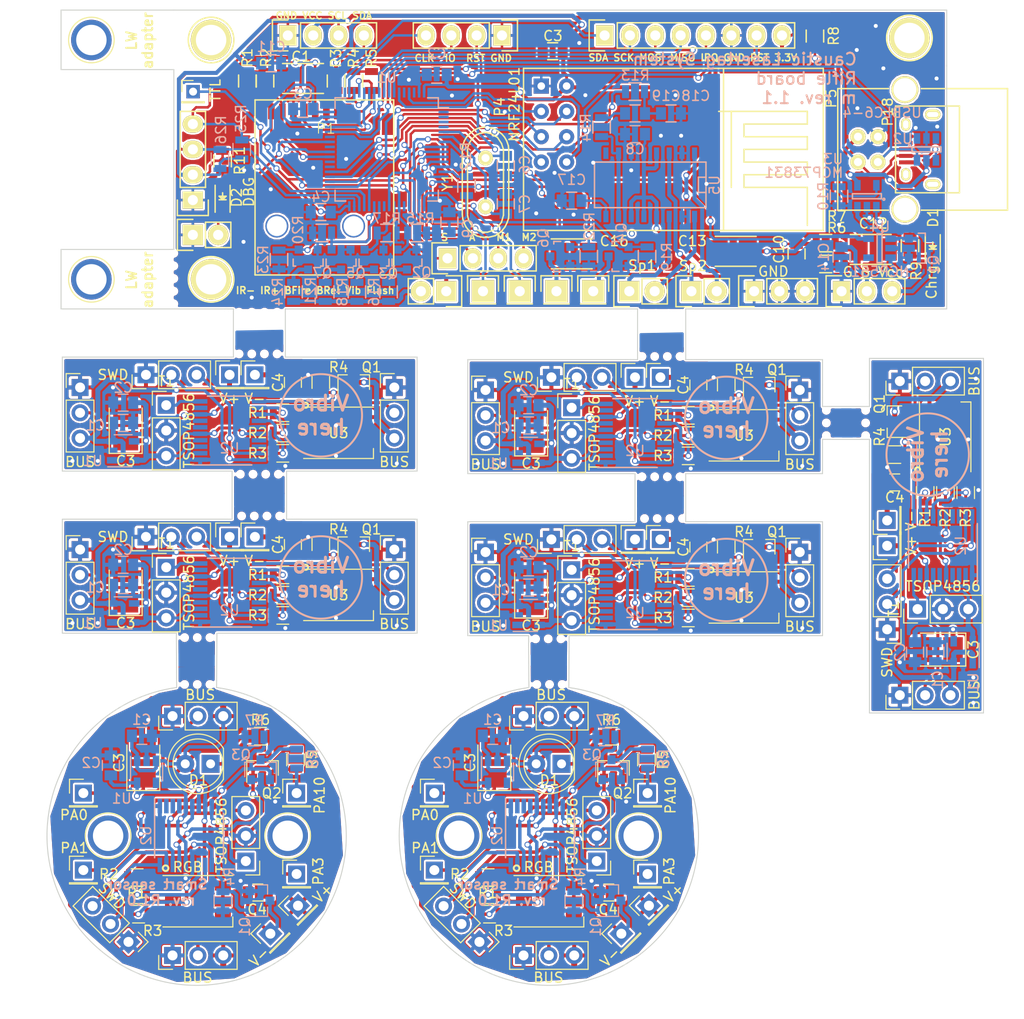
<source format=kicad_pcb>
(kicad_pcb (version 4) (host pcbnew 4.0.5)
  (layers (0 F.Cu signal) (31 B.Cu signal) (34 B.Paste user) (35 F.Paste user) (36 B.SilkS user) (37 F.SilkS user) (38 B.Mask user) (39 F.Mask user) (44 Edge.Cuts user))
  (net 0 "")
  (net 1 GND)
  (net 2 +3V3)
  (net 3 "Net-(C6-Pad1)")
  (net 4 "Net-(C7-Pad1)")
  (net 5 VCC_ADC)
  (net 6 VCC)
  (net 7 +CHARGE)
  (net 8 +3.3VDAC)
  (net 9 "Net-(C17-Pad1)")
  (net 10 "Net-(C18-Pad2)")
  (net 11 "Net-(C19-Pad1)")
  (net 12 "Net-(D1-Pad2)")
  (net 13 "Net-(D1-Pad1)")
  (net 14 "Net-(D2-Pad2)")
  (net 15 UART_DBG_TX)
  (net 16 /SDIO_2)
  (net 17 /SDIO_3)
  (net 18 /SDIO_CMD)
  (net 19 /SDIO_CLK)
  (net 20 /SDIO_0)
  (net 21 /SDIO_1)
  (net 22 NRST)
  (net 23 SWDIO)
  (net 24 SWCLK)
  (net 25 "Net-(P3-Pad3)")
  (net 26 /NRF_CE)
  (net 27 /NRF_CSN)
  (net 28 /NRF_SCK)
  (net 29 /NRF_MOSI)
  (net 30 /NRF_MISO)
  (net 31 /NRF_IRQ)
  (net 32 USBDM)
  (net 33 USBDP)
  (net 34 "Net-(P5-Pad5)")
  (net 35 "Net-(P6-Pad1)")
  (net 36 "Net-(P6-Pad2)")
  (net 37 "Net-(P6-Pad3)")
  (net 38 "Net-(P6-Pad4)")
  (net 39 "Net-(P8-Pad1)")
  (net 40 "Net-(P9-Pad1)")
  (net 41 /RC522_SDA)
  (net 42 /RC522_SCK)
  (net 43 /RC522_MOSI)
  (net 44 /RC522_MISO)
  (net 45 /RC522_IRQ)
  (net 46 /RC522_RST)
  (net 47 "Net-(P11-Pad1)")
  (net 48 "Net-(P11-Pad2)")
  (net 49 "Net-(P12-Pad1)")
  (net 50 "Net-(P12-Pad2)")
  (net 51 I2C_SCL)
  (net 52 I2C_SDA)
  (net 53 "Net-(P15-Pad1)")
  (net 54 "Net-(P16-Pad1)")
  (net 55 "Net-(P17-Pad2)")
  (net 56 /IR_CH1)
  (net 57 "Net-(Q2-Pad3)")
  (net 58 /IR_CH2)
  (net 59 "Net-(Q3-Pad3)")
  (net 60 /FIRE_FLASH)
  (net 61 /IR_CH3)
  (net 62 "Net-(Q5-Pad3)")
  (net 63 /VIBRO_ENG)
  (net 64 /IR_CH4)
  (net 65 "Net-(Q7-Pad3)")
  (net 66 "Net-(R9-Pad1)")
  (net 67 "Net-(R10-Pad1)")
  (net 68 DAC_OUT)
  (net 69 "Net-(R14-Pad1)")
  (net 70 "Net-(U1-Pad1)")
  (net 71 "Net-(U1-Pad2)")
  (net 72 "Net-(U1-Pad21)")
  (net 73 "Net-(U1-Pad25)")
  (net 74 "Net-(U1-Pad37)")
  (net 75 "Net-(U1-Pad38)")
  (net 76 "Net-(U1-Pad41)")
  (net 77 "Net-(U1-Pad43)")
  (net 78 "Net-(U1-Pad60)")
  (net 79 "Net-(U1-Pad62)")
  (net 80 "Net-(U2-Pad1)")
  (net 81 "Net-(U2-Pad3)")
  (net 82 "Net-(U5-Pad9)")
  (net 83 "Net-(P18-Pad4)")
  (net 84 "Net-(P18-Pad6)")
  (net 85 "Net-(U1-Pad3)")
  (net 86 "Net-(U1-Pad4)")
  (net 87 "Net-(C4-Pad2)")
  (net 88 Bus)
  (net 89 SDWIO)
  (net 90 PA0)
  (net 91 PA1)
  (net 92 PA3)
  (net 93 PA10)
  (net 94 Vibro)
  (net 95 IR_out)
  (net 96 "Net-(R1-Pad1)")
  (net 97 red)
  (net 98 "Net-(R2-Pad1)")
  (net 99 green)
  (net 100 "Net-(R3-Pad1)")
  (net 101 blue)
  (net 102 IR_in)
  (net 103 "Net-(U2-Pad2)")
  (net 104 "Net-(U2-Pad4)")
  (net 105 "Net-(P7-Pad1)")
  (module Resistors_SMD:R_0805 (layer B.Cu) (at 82.296 96.012 90)
    (fp_text reference R8 (at 0 1.65 90) (layer B.SilkS) (effects (justify mirror)))
    (fp_text value R_load)
    (pad 1 smd rect (at -0.95 0 90) (size 0.7 1.3) (layers B.Cu B.Paste B.Mask) (net 105 "Net-(P7-Pad1)"))
    (pad 2 smd rect (at 0.95 0 90) (size 0.7 1.3) (layers B.Cu B.Paste B.Mask) (net 59 "Net-(Q3-Pad3)"))
  )
  (module Resistors_SMD:R_0805 (layer B.Cu) (at 78.05928 93.853 180)
    (fp_text reference R7 (at 0 1.65 180) (layer B.SilkS) (effects (justify mirror)))
    (fp_text value 10k)
    (pad 1 smd rect (at -0.95 0 180) (size 0.7 1.3) (layers B.Cu B.Paste B.Mask) (net 93 PA10))
    (pad 2 smd rect (at 0.95 0 180) (size 0.7 1.3) (layers B.Cu B.Paste B.Mask) (net 1 GND))
  )
  (module TO_SOT_Packages_SMD:SOT-23 (layer B.Cu) (at 78.6638 97.1423 90)
    (fp_text reference Q3 (at 1.5113 -1.9558 180) (layer B.SilkS) (effects (justify mirror)))
    (fp_text value Q_NMOS_GSD)
    (pad 1 smd rect (at -1 0.95 90) (size 0.9 0.8) (layers B.Cu B.Paste B.Mask) (net 93 PA10))
    (pad 2 smd rect (at -1 -0.95 90) (size 0.9 0.8) (layers B.Cu B.Paste B.Mask) (net 1 GND))
    (pad 3 smd rect (at 1 0 90) (size 0.9 0.8) (layers B.Cu B.Paste B.Mask) (net 59 "Net-(Q3-Pad3)"))
  )
  (module Connect:1pin (layer F.Cu) (at 63.39 103.759)
    (fp_text reference REF** hide)
    (fp_text value 1pin hide)
    (pad 1 thru_hole circle (at 0 0) (size 4.064 4.064) (drill 3.048) (layers *.Cu *.Mask))
  )
  (module Connect:1pin (layer F.Cu) (at 81.39 103.759)
    (fp_text reference REF** hide)
    (fp_text value 1pin hide)
    (pad 1 thru_hole circle (at 0 0) (size 4.064 4.064) (drill 3.048) (layers *.Cu *.Mask))
  )
  (module LEDs:LED_WS2812-PLCC6 (layer F.Cu) (at 72.39 110.3503 180)
    (fp_text reference U3 hide)
    (fp_text value RGB (at 1.01854 3.44678 180) (layer F.SilkS))
    (pad 4 smd rect (at 2.5 1.6 180) (size 1.6 1) (layers F.Cu F.Paste F.Mask) (net 96 "Net-(R1-Pad1)"))
    (pad 5 smd rect (at 2.5 0 180) (size 1.6 1) (layers F.Cu F.Paste F.Mask) (net 98 "Net-(R2-Pad1)"))
    (pad 6 smd rect (at 2.5 -1.6 180) (size 1.6 1) (layers F.Cu F.Paste F.Mask) (net 100 "Net-(R3-Pad1)"))
    (pad 3 smd rect (at -2.5 1.6 180) (size 1.6 1) (layers F.Cu F.Paste F.Mask) (net 1 GND))
    (pad 2 smd rect (at -2.5 0 180) (size 1.6 1) (layers F.Cu F.Paste F.Mask) (net 1 GND))
    (pad 1 smd rect (at -2.5 -1.6 180) (size 1.6 1) (layers F.Cu F.Paste F.Mask) (net 1 GND))
  )
  (module Housings_SSOP:TSSOP-20_4.4x6.5mm_Pitch0.65mm (layer B.Cu) (at 71.501 103.7336 270)
    (fp_text reference U2 (at 0 4.3 270) (layer B.SilkS) (effects (justify mirror)))
    (fp_text value STM32F030F4Px)
    (pad 1 smd rect (at -2.95 2.925 270) (size 1.45 0.45) (layers B.Cu B.Paste B.Mask) (net 1 GND))
    (pad 2 smd rect (at -2.95 2.275 270) (size 1.45 0.45) (layers B.Cu B.Paste B.Mask) (net 103 "Net-(U2-Pad2)"))
    (pad 3 smd rect (at -2.95 1.625 270) (size 1.45 0.45) (layers B.Cu B.Paste B.Mask) (net 81 "Net-(U2-Pad3)"))
    (pad 4 smd rect (at -2.95 0.975 270) (size 1.45 0.45) (layers B.Cu B.Paste B.Mask) (net 104 "Net-(U2-Pad4)"))
    (pad 5 smd rect (at -2.95 0.325 270) (size 1.45 0.45) (layers B.Cu B.Paste B.Mask) (net 2 +3V3))
    (pad 6 smd rect (at -2.95 -0.325 270) (size 1.45 0.45) (layers B.Cu B.Paste B.Mask) (net 90 PA0))
    (pad 7 smd rect (at -2.95 -0.975 270) (size 1.45 0.45) (layers B.Cu B.Paste B.Mask) (net 91 PA1))
    (pad 8 smd rect (at -2.95 -1.625 270) (size 1.45 0.45) (layers B.Cu B.Paste B.Mask) (net 88 Bus))
    (pad 9 smd rect (at -2.95 -2.275 270) (size 1.45 0.45) (layers B.Cu B.Paste B.Mask) (net 92 PA3))
    (pad 10 smd rect (at -2.95 -2.925 270) (size 1.45 0.45) (layers B.Cu B.Paste B.Mask) (net 102 IR_in))
    (pad 11 smd rect (at 2.95 -2.925 270) (size 1.45 0.45) (layers B.Cu B.Paste B.Mask) (net 94 Vibro))
    (pad 12 smd rect (at 2.95 -2.275 270) (size 1.45 0.45) (layers B.Cu B.Paste B.Mask) (net 97 red))
    (pad 13 smd rect (at 2.95 -1.625 270) (size 1.45 0.45) (layers B.Cu B.Paste B.Mask) (net 99 green))
    (pad 14 smd rect (at 2.95 -0.975 270) (size 1.45 0.45) (layers B.Cu B.Paste B.Mask) (net 101 blue))
    (pad 15 smd rect (at 2.95 -0.325 270) (size 1.45 0.45) (layers B.Cu B.Paste B.Mask) (net 1 GND))
    (pad 16 smd rect (at 2.95 0.325 270) (size 1.45 0.45) (layers B.Cu B.Paste B.Mask) (net 2 +3V3))
    (pad 17 smd rect (at 2.95 0.975 270) (size 1.45 0.45) (layers B.Cu B.Paste B.Mask) (net 95 IR_out))
    (pad 18 smd rect (at 2.95 1.625 270) (size 1.45 0.45) (layers B.Cu B.Paste B.Mask) (net 93 PA10))
    (pad 19 smd rect (at 2.95 2.275 270) (size 1.45 0.45) (layers B.Cu B.Paste B.Mask) (net 89 SDWIO))
    (pad 20 smd rect (at 2.95 2.925 270) (size 1.45 0.45) (layers B.Cu B.Paste B.Mask) (net 24 SWCLK))
  )
  (module TO_SOT_Packages_SMD:SOT-23-5 (layer B.Cu) (at 67.2465 97.3455 270)
    (fp_text reference U1 (at 2.67716 2.49174 360) (layer B.SilkS) (effects (justify mirror)))
    (fp_text value NCP551)
    (pad 1 smd rect (at -1.1 0.95 270) (size 1.06 0.65) (layers B.Cu B.Paste B.Mask) (net 6 VCC))
    (pad 2 smd rect (at -1.1 0 270) (size 1.06 0.65) (layers B.Cu B.Paste B.Mask) (net 1 GND))
    (pad 3 smd rect (at -1.1 -0.95 270) (size 1.06 0.65) (layers B.Cu B.Paste B.Mask) (net 6 VCC))
    (pad 4 smd rect (at 1.1 -0.95 270) (size 1.06 0.65) (layers B.Cu B.Paste B.Mask))
    (pad 5 smd rect (at 1.1 0.95 270) (size 1.06 0.65) (layers B.Cu B.Paste B.Mask) (net 2 +3V3))
  )
  (module Pin_Headers:Pin_Header_Straight_1x03_Pitch2.54mm (layer F.Cu) (at 77.1906 106.299 180)
    (fp_text reference T1 hide)
    (fp_text value TSOP4856 (at 2.4511 2.5908 270) (layer F.SilkS))
    (pad 1 thru_hole rect (at 0 0 180) (size 1.7 1.7) (drill 1) (layers *.Cu *.Mask) (net 102 IR_in))
    (pad 2 thru_hole oval (at 0 2.54 180) (size 1.7 1.7) (drill 1) (layers *.Cu *.Mask) (net 1 GND))
    (pad 3 thru_hole oval (at 0 5.08 180) (size 1.7 1.7) (drill 1) (layers *.Cu *.Mask) (net 2 +3V3))
  )
  (module Resistors_SMD:R_0805 (layer F.Cu) (at 78.65364 93.77172)
    (fp_text reference R6 (at 0 -1.65) (layer F.SilkS))
    (fp_text value R_LED hide)
    (pad 1 smd rect (at -0.95 0) (size 0.7 1.3) (layers F.Cu F.Paste F.Mask) (net 13 "Net-(D1-Pad1)"))
    (pad 2 smd rect (at 0.95 0) (size 0.7 1.3) (layers F.Cu F.Paste F.Mask) (net 57 "Net-(Q2-Pad3)"))
  )
  (module Resistors_SMD:R_0805 (layer F.Cu) (at 82.169 96.139 270)
    (fp_text reference R5 (at 0 -1.65 270) (layer F.SilkS))
    (fp_text value 10k hide)
    (pad 1 smd rect (at -0.95 0 270) (size 0.7 1.3) (layers F.Cu F.Paste F.Mask) (net 95 IR_out))
    (pad 2 smd rect (at 0.95 0 270) (size 0.7 1.3) (layers F.Cu F.Paste F.Mask) (net 1 GND))
  )
  (module Resistors_SMD:R_0805 (layer B.Cu) (at 74.8919 110.3249 270)
    (fp_text reference R4 (at -2.47904 -0.65024 270) (layer B.SilkS) (effects (justify mirror)))
    (fp_text value 10k)
    (pad 1 smd rect (at -0.95 0 270) (size 0.7 1.3) (layers B.Cu B.Paste B.Mask) (net 94 Vibro))
    (pad 2 smd rect (at 0.95 0 270) (size 0.7 1.3) (layers B.Cu B.Paste B.Mask) (net 1 GND))
  )
  (module Resistors_SMD:R_0805 (layer F.Cu) (at 66.4464 111.6203 180)
    (fp_text reference R3 (at -1.40716 -1.6637 180) (layer F.SilkS))
    (fp_text value 150 hide)
    (pad 1 smd rect (at -0.95 0 180) (size 0.7 1.3) (layers F.Cu F.Paste F.Mask) (net 100 "Net-(R3-Pad1)"))
    (pad 2 smd rect (at 0.95 0 180) (size 0.7 1.3) (layers F.Cu F.Paste F.Mask) (net 101 blue))
  )
  (module Resistors_SMD:R_0805 (layer F.Cu) (at 66.2813 109.6772 180)
    (fp_text reference R2 (at 2.8194 2.0701 180) (layer F.SilkS))
    (fp_text value 150 hide)
    (pad 1 smd rect (at -0.95 0 180) (size 0.7 1.3) (layers F.Cu F.Paste F.Mask) (net 98 "Net-(R2-Pad1)"))
    (pad 2 smd rect (at 0.95 0 180) (size 0.7 1.3) (layers F.Cu F.Paste F.Mask) (net 99 green))
  )
  (module Resistors_SMD:R_0805 (layer F.Cu) (at 66.294 107.95 180)
    (fp_text reference R1 (at 0.03556 -1.54432 180) (layer F.SilkS))
    (fp_text value 150 hide)
    (pad 1 smd rect (at -0.95 0 180) (size 0.7 1.3) (layers F.Cu F.Paste F.Mask) (net 96 "Net-(R1-Pad1)"))
    (pad 2 smd rect (at 0.95 0 180) (size 0.7 1.3) (layers F.Cu F.Paste F.Mask) (net 97 red))
  )
  (module TO_SOT_Packages_SMD:SOT-23 (layer F.Cu) (at 78.867 96.9899 90)
    (fp_text reference Q2 (at -2.50698 0.91948 180) (layer F.SilkS))
    (fp_text value Q_NMOS_GSD hide)
    (pad 1 smd rect (at -1 -0.95 90) (size 0.9 0.8) (layers F.Cu F.Paste F.Mask) (net 95 IR_out))
    (pad 2 smd rect (at -1 0.95 90) (size 0.9 0.8) (layers F.Cu F.Paste F.Mask) (net 1 GND))
    (pad 3 smd rect (at 1 0 90) (size 0.9 0.8) (layers F.Cu F.Paste F.Mask) (net 57 "Net-(Q2-Pad3)"))
  )
  (module TO_SOT_Packages_SMD:SOT-23 (layer B.Cu) (at 78.613 110.2614)
    (fp_text reference Q1 (at -1.524 2.6289 90) (layer B.SilkS) (effects (justify mirror)))
    (fp_text value Q_NMOS_GSD)
    (pad 1 smd rect (at -1 0.95) (size 0.9 0.8) (layers B.Cu B.Paste B.Mask) (net 94 Vibro))
    (pad 2 smd rect (at -1 -0.95) (size 0.9 0.8) (layers B.Cu B.Paste B.Mask) (net 1 GND))
    (pad 3 smd rect (at 1 0) (size 0.9 0.8) (layers B.Cu B.Paste B.Mask) (net 87 "Net-(C4-Pad2)"))
  )
  (module Pin_Headers:Pin_Header_Straight_1x01_Pitch2.54mm (layer F.Cu) (at 79.6544 113.5761 45)
    (fp_text reference P9 hide)
    (fp_text value V- (at -2.440834 0.874677 45) (layer F.SilkS))
    (pad 1 thru_hole rect (at 0 0 45) (size 1.7 1.7) (drill 1) (layers *.Cu *.Mask) (net 87 "Net-(C4-Pad2)"))
  )
  (module Pin_Headers:Pin_Header_Straight_1x01_Pitch2.54mm (layer F.Cu) (at 82.423 110.7694 45)
    (fp_text reference P8 hide)
    (fp_text value V+ (at 2.663544 0.881861 45) (layer F.SilkS))
    (pad 1 thru_hole rect (at 0 0 45) (size 1.7 1.7) (drill 1) (layers *.Cu *.Mask) (net 6 VCC))
  )
  (module Pin_Headers:Pin_Header_Straight_1x01_Pitch2.54mm (layer F.Cu) (at 82.2833 99.4791)
    (fp_text reference P7 hide)
    (fp_text value PA10 (at 2.2987 0.2159 90) (layer F.SilkS))
    (pad 1 thru_hole rect (at 0 0) (size 1.7 1.7) (drill 1) (layers *.Cu *.Mask) (net 105 "Net-(P7-Pad1)"))
  )
  (module Pin_Headers:Pin_Header_Straight_1x01_Pitch2.54mm (layer F.Cu) (at 82.2833 107.5944)
    (fp_text reference P6 hide)
    (fp_text value PA3 (at 2.1717 -0.2794 90) (layer F.SilkS))
    (pad 1 thru_hole rect (at 0 0) (size 1.7 1.7) (drill 1) (layers *.Cu *.Mask) (net 92 PA3))
  )
  (module Pin_Headers:Pin_Header_Straight_1x01_Pitch2.54mm (layer F.Cu) (at 60.9092 107.2007)
    (fp_text reference P5 hide)
    (fp_text value PA1 (at -0.90678 -2.21742) (layer F.SilkS))
    (pad 1 thru_hole rect (at 0 0) (size 1.7 1.7) (drill 1) (layers *.Cu *.Mask) (net 91 PA1))
  )
  (module Pin_Headers:Pin_Header_Straight_1x01_Pitch2.54mm (layer F.Cu) (at 60.9092 99.4791)
    (fp_text reference P4 hide)
    (fp_text value PA0 (at -0.94234 2.19202) (layer F.SilkS))
    (pad 1 thru_hole rect (at 0 0) (size 1.7 1.7) (drill 1) (layers *.Cu *.Mask) (net 90 PA0))
  )
  (module Pin_Headers:Pin_Header_Straight_1x03_Pitch2.54mm (layer F.Cu) (at 65.4304 114.4016 225)
    (fp_text reference P3 hide)
    (fp_text value SWD (at -2.065459 4.418286 315) (layer F.SilkS))
    (pad 1 thru_hole rect (at 0 0 225) (size 1.7 1.7) (drill 1) (layers *.Cu *.Mask) (net 1 GND))
    (pad 2 thru_hole oval (at 0 2.54 225) (size 1.7 1.7) (drill 1) (layers *.Cu *.Mask) (net 89 SDWIO))
    (pad 3 thru_hole oval (at 0 5.08 225) (size 1.7 1.7) (drill 1) (layers *.Cu *.Mask) (net 24 SWCLK))
  )
  (module Pin_Headers:Pin_Header_Straight_1x03_Pitch2.54mm (layer F.Cu) (at 69.85 115.759 90)
    (fp_text reference P2 hide)
    (fp_text value BUS (at -2.224 2.5019 180) (layer F.SilkS))
    (pad 1 thru_hole rect (at 0 0 90) (size 1.7 1.7) (drill 1) (layers *.Cu *.Mask) (net 1 GND))
    (pad 2 thru_hole oval (at 0 2.54 90) (size 1.7 1.7) (drill 1) (layers *.Cu *.Mask) (net 88 Bus))
    (pad 3 thru_hole oval (at 0 5.08 90) (size 1.7 1.7) (drill 1) (layers *.Cu *.Mask) (net 6 VCC))
  )
  (module Pin_Headers:Pin_Header_Straight_1x03_Pitch2.54mm (layer F.Cu) (at 69.85 91.759 90)
    (fp_text reference P1 hide)
    (fp_text value BUS (at 2.1224 2.7686 180) (layer F.SilkS))
    (pad 1 thru_hole rect (at 0 0 90) (size 1.7 1.7) (drill 1) (layers *.Cu *.Mask) (net 1 GND))
    (pad 2 thru_hole oval (at 0 2.54 90) (size 1.7 1.7) (drill 1) (layers *.Cu *.Mask) (net 88 Bus))
    (pad 3 thru_hole oval (at 0 5.08 90) (size 1.7 1.7) (drill 1) (layers *.Cu *.Mask) (net 6 VCC))
  )
  (module LEDs:LED_D5.0mm (layer F.Cu) (at 73.66 96.5454 180)
    (fp_text reference D1 (at 1.2065 -1.651 180) (layer F.SilkS))
    (fp_text value IR hide)
    (pad 1 thru_hole rect (at 0 0 180) (size 1.8 1.8) (drill 0.9) (layers *.Cu *.Mask) (net 13 "Net-(D1-Pad1)"))
    (pad 2 thru_hole circle (at 2.54 0 180) (size 1.8 1.8) (drill 0.9) (layers *.Cu *.Mask) (net 6 VCC))
  )
  (module Capacitors_SMD:C_0805 (layer F.Cu) (at 78.3971 109.4486 180)
    (fp_text reference C4 (at 0.07366 -1.69672 180) (layer F.SilkS))
    (fp_text value 0.1uF)
    (pad 1 smd rect (at -1 0 180) (size 1 1.25) (layers F.Cu F.Paste F.Mask) (net 6 VCC))
    (pad 2 smd rect (at 1 0 180) (size 1 1.25) (layers F.Cu F.Paste F.Mask) (net 87 "Net-(C4-Pad2)"))
  )
  (module Capacitors_Tantalum_SMD:CP_Tantalum_Case-B_EIA-3528-21_Reflow (layer F.Cu) (at 66.9163 96.4184 90)
    (fp_text reference C3 (at -0.0127 -2.4257 90) (layer F.SilkS))
    (fp_text value 100uF)
    (pad 1 smd rect (at -1.525 0 90) (size 1.95 2.5) (layers F.Cu F.Paste F.Mask) (net 2 +3V3))
    (pad 2 smd rect (at 1.525 0 90) (size 1.95 2.5) (layers F.Cu F.Paste F.Mask) (net 1 GND))
  )
  (module Capacitors_SMD:C_0805 (layer B.Cu) (at 63.6651 96.6978 90)
    (fp_text reference C2 (at 0.25654 -1.9685 180) (layer B.SilkS) (effects (justify mirror)))
    (fp_text value 0.1uF)
    (pad 1 smd rect (at -1 0 90) (size 1 1.25) (layers B.Cu B.Paste B.Mask) (net 2 +3V3))
    (pad 2 smd rect (at 1 0 90) (size 1 1.25) (layers B.Cu B.Paste B.Mask) (net 1 GND))
  )
  (module Capacitors_SMD:C_0805 (layer B.Cu) (at 66.7766 93.7387)
    (fp_text reference C1 (at -0.02032 -1.6256) (layer B.SilkS) (effects (justify mirror)))
    (fp_text value 0.1uF)
    (pad 1 smd rect (at -1 0) (size 1 1.25) (layers B.Cu B.Paste B.Mask) (net 6 VCC))
    (pad 2 smd rect (at 1 0) (size 1 1.25) (layers B.Cu B.Paste B.Mask) (net 1 GND))
  )
  (module components:wholes-line-3 (layer F.Cu) (at 104.14 61.087 270)
    (fp_text reference wholes hide)
    (fp_text value WHOLES-LINE-3 hide)
    (pad "" np_thru_hole circle (at 0 0 270) (size 0.5 0.5) (drill 0.5) (layers *.Cu *.Mask))
    (pad "" np_thru_hole circle (at 1.27 0 270) (size 0.5 0.5) (drill 0.5) (layers *.Cu *.Mask))
    (pad "" np_thru_hole circle (at -1.27 0 270) (size 0.5 0.5) (drill 0.5) (layers *.Cu *.Mask))
  )
  (module components:wholes-line-3 (layer F.Cu) (at 104.14 64.897 270)
    (fp_text reference wholes hide)
    (fp_text value WHOLES-LINE-3 hide)
    (pad "" np_thru_hole circle (at 0 0 270) (size 0.5 0.5) (drill 0.5) (layers *.Cu *.Mask))
    (pad "" np_thru_hole circle (at 1.27 0 270) (size 0.5 0.5) (drill 0.5) (layers *.Cu *.Mask))
    (pad "" np_thru_hole circle (at -1.27 0 270) (size 0.5 0.5) (drill 0.5) (layers *.Cu *.Mask))
  )
  (module components:wholes-line-3 (layer F.Cu) (at 100.203 63.627 270)
    (fp_text reference wholes hide)
    (fp_text value WHOLES-LINE-3 hide)
    (pad "" np_thru_hole circle (at 0 0 270) (size 0.5 0.5) (drill 0.5) (layers *.Cu *.Mask))
    (pad "" np_thru_hole circle (at 1.27 0 270) (size 0.5 0.5) (drill 0.5) (layers *.Cu *.Mask))
    (pad "" np_thru_hole circle (at -1.27 0 270) (size 0.5 0.5) (drill 0.5) (layers *.Cu *.Mask))
  )
  (module components:wholes-line-3 (layer F.Cu) (at 100.203 59.817 270)
    (fp_text reference wholes hide)
    (fp_text value WHOLES-LINE-3 hide)
    (pad "" np_thru_hole circle (at 0 0 270) (size 0.5 0.5) (drill 0.5) (layers *.Cu *.Mask))
    (pad "" np_thru_hole circle (at 1.27 0 270) (size 0.5 0.5) (drill 0.5) (layers *.Cu *.Mask))
    (pad "" np_thru_hole circle (at -1.27 0 270) (size 0.5 0.5) (drill 0.5) (layers *.Cu *.Mask))
  )
  (module components:wholes-line-3 (layer F.Cu) (at 85.5345 67.7545 180)
    (fp_text reference wholes hide)
    (fp_text value WHOLES-LINE-3 hide)
    (pad "" np_thru_hole circle (at 0 0 180) (size 0.5 0.5) (drill 0.5) (layers *.Cu *.Mask))
    (pad "" np_thru_hole circle (at 1.27 0 180) (size 0.5 0.5) (drill 0.5) (layers *.Cu *.Mask))
    (pad "" np_thru_hole circle (at -1.27 0 180) (size 0.5 0.5) (drill 0.5) (layers *.Cu *.Mask))
  )
  (module components:wholes-line-3 (layer F.Cu) (at 81.7245 67.7545 180)
    (fp_text reference wholes hide)
    (fp_text value WHOLES-LINE-3 hide)
    (pad "" np_thru_hole circle (at 0 0 180) (size 0.5 0.5) (drill 0.5) (layers *.Cu *.Mask))
    (pad "" np_thru_hole circle (at 1.27 0 180) (size 0.5 0.5) (drill 0.5) (layers *.Cu *.Mask))
    (pad "" np_thru_hole circle (at -1.27 0 180) (size 0.5 0.5) (drill 0.5) (layers *.Cu *.Mask))
  )
  (module components:wholes-line-3 (layer F.Cu) (at 81.9785 71.9455 180)
    (fp_text reference wholes hide)
    (fp_text value WHOLES-LINE-3 hide)
    (pad "" np_thru_hole circle (at 0 0 180) (size 0.5 0.5) (drill 0.5) (layers *.Cu *.Mask))
    (pad "" np_thru_hole circle (at 1.27 0 180) (size 0.5 0.5) (drill 0.5) (layers *.Cu *.Mask))
    (pad "" np_thru_hole circle (at -1.27 0 180) (size 0.5 0.5) (drill 0.5) (layers *.Cu *.Mask))
  )
  (module components:wholes-line-3 (layer F.Cu) (at 85.7885 71.9455 180)
    (fp_text reference wholes hide)
    (fp_text value WHOLES-LINE-3 hide)
    (pad "" np_thru_hole circle (at 0 0 180) (size 0.5 0.5) (drill 0.5) (layers *.Cu *.Mask))
    (pad "" np_thru_hole circle (at 1.27 0 180) (size 0.5 0.5) (drill 0.5) (layers *.Cu *.Mask))
    (pad "" np_thru_hole circle (at -1.27 0 180) (size 0.5 0.5) (drill 0.5) (layers *.Cu *.Mask))
  )
  (module components:wholes-line-3 (layer F.Cu) (at 71.0565 84.0105 180)
    (fp_text reference wholes hide)
    (fp_text value WHOLES-LINE-3 hide)
    (pad "" np_thru_hole circle (at 0 0 180) (size 0.5 0.5) (drill 0.5) (layers *.Cu *.Mask))
    (pad "" np_thru_hole circle (at 1.27 0 180) (size 0.5 0.5) (drill 0.5) (layers *.Cu *.Mask))
    (pad "" np_thru_hole circle (at -1.27 0 180) (size 0.5 0.5) (drill 0.5) (layers *.Cu *.Mask))
  )
  (module components:wholes-line-3 (layer F.Cu) (at 74.8665 84.0105 180)
    (fp_text reference wholes hide)
    (fp_text value WHOLES-LINE-3 hide)
    (pad "" np_thru_hole circle (at 0 0 180) (size 0.5 0.5) (drill 0.5) (layers *.Cu *.Mask))
    (pad "" np_thru_hole circle (at 1.27 0 180) (size 0.5 0.5) (drill 0.5) (layers *.Cu *.Mask))
    (pad "" np_thru_hole circle (at -1.27 0 180) (size 0.5 0.5) (drill 0.5) (layers *.Cu *.Mask))
  )
  (module components:wholes-line-3 (layer F.Cu) (at 39.6875 88.5825 180)
    (fp_text reference wholes hide)
    (fp_text value WHOLES-LINE-3 hide)
    (pad "" np_thru_hole circle (at 0 0 180) (size 0.5 0.5) (drill 0.5) (layers *.Cu *.Mask))
    (pad "" np_thru_hole circle (at 1.27 0 180) (size 0.5 0.5) (drill 0.5) (layers *.Cu *.Mask))
    (pad "" np_thru_hole circle (at -1.27 0 180) (size 0.5 0.5) (drill 0.5) (layers *.Cu *.Mask))
  )
  (module components:wholes-line-3 (layer F.Cu) (at 35.8775 88.5825 180)
    (fp_text reference wholes hide)
    (fp_text value WHOLES-LINE-3 hide)
    (pad "" np_thru_hole circle (at 0 0 180) (size 0.5 0.5) (drill 0.5) (layers *.Cu *.Mask))
    (pad "" np_thru_hole circle (at 1.27 0 180) (size 0.5 0.5) (drill 0.5) (layers *.Cu *.Mask))
    (pad "" np_thru_hole circle (at -1.27 0 180) (size 0.5 0.5) (drill 0.5) (layers *.Cu *.Mask))
  )
  (module components:wholes-line-3 (layer F.Cu) (at 38.4175 83.8835 180)
    (fp_text reference wholes hide)
    (fp_text value WHOLES-LINE-3 hide)
    (pad "" np_thru_hole circle (at 0 0 180) (size 0.5 0.5) (drill 0.5) (layers *.Cu *.Mask))
    (pad "" np_thru_hole circle (at 1.27 0 180) (size 0.5 0.5) (drill 0.5) (layers *.Cu *.Mask))
    (pad "" np_thru_hole circle (at -1.27 0 180) (size 0.5 0.5) (drill 0.5) (layers *.Cu *.Mask))
  )
  (module components:wholes-line-3 (layer F.Cu) (at 34.6075 83.8835 180)
    (fp_text reference wholes hide)
    (fp_text value WHOLES-LINE-3 hide)
    (pad "" np_thru_hole circle (at 0 0 180) (size 0.5 0.5) (drill 0.5) (layers *.Cu *.Mask))
    (pad "" np_thru_hole circle (at 1.27 0 180) (size 0.5 0.5) (drill 0.5) (layers *.Cu *.Mask))
    (pad "" np_thru_hole circle (at -1.27 0 180) (size 0.5 0.5) (drill 0.5) (layers *.Cu *.Mask))
  )
  (module components:wholes-line-3 (layer F.Cu) (at 69.9135 88.5825 180)
    (fp_text reference wholes hide)
    (fp_text value WHOLES-LINE-3 hide)
    (pad "" np_thru_hole circle (at 0 0 180) (size 0.5 0.5) (drill 0.5) (layers *.Cu *.Mask))
    (pad "" np_thru_hole circle (at 1.27 0 180) (size 0.5 0.5) (drill 0.5) (layers *.Cu *.Mask))
    (pad "" np_thru_hole circle (at -1.27 0 180) (size 0.5 0.5) (drill 0.5) (layers *.Cu *.Mask))
  )
  (module components:wholes-line-3 (layer F.Cu) (at 73.7235 88.5825 180)
    (fp_text reference wholes hide)
    (fp_text value WHOLES-LINE-3 hide)
    (pad "" np_thru_hole circle (at 0 0 180) (size 0.5 0.5) (drill 0.5) (layers *.Cu *.Mask))
    (pad "" np_thru_hole circle (at 1.27 0 180) (size 0.5 0.5) (drill 0.5) (layers *.Cu *.Mask))
    (pad "" np_thru_hole circle (at -1.27 0 180) (size 0.5 0.5) (drill 0.5) (layers *.Cu *.Mask))
  )
  (module components:wholes-line-3 (layer F.Cu) (at 45.4025 71.6915 180)
    (fp_text reference wholes hide)
    (fp_text value WHOLES-LINE-3 hide)
    (pad "" np_thru_hole circle (at 0 0 180) (size 0.5 0.5) (drill 0.5) (layers *.Cu *.Mask))
    (pad "" np_thru_hole circle (at 1.27 0 180) (size 0.5 0.5) (drill 0.5) (layers *.Cu *.Mask))
    (pad "" np_thru_hole circle (at -1.27 0 180) (size 0.5 0.5) (drill 0.5) (layers *.Cu *.Mask))
  )
  (module components:wholes-line-3 (layer F.Cu) (at 41.5925 71.6915 180)
    (fp_text reference wholes hide)
    (fp_text value WHOLES-LINE-3 hide)
    (pad "" np_thru_hole circle (at 0 0 180) (size 0.5 0.5) (drill 0.5) (layers *.Cu *.Mask))
    (pad "" np_thru_hole circle (at 1.27 0 180) (size 0.5 0.5) (drill 0.5) (layers *.Cu *.Mask))
    (pad "" np_thru_hole circle (at -1.27 0 180) (size 0.5 0.5) (drill 0.5) (layers *.Cu *.Mask))
  )
  (module components:wholes-line-3 (layer F.Cu) (at 85.5345 55.6895 180)
    (fp_text reference wholes hide)
    (fp_text value WHOLES-LINE-3 hide)
    (pad "" np_thru_hole circle (at 0 0 180) (size 0.5 0.5) (drill 0.5) (layers *.Cu *.Mask))
    (pad "" np_thru_hole circle (at 1.27 0 180) (size 0.5 0.5) (drill 0.5) (layers *.Cu *.Mask))
    (pad "" np_thru_hole circle (at -1.27 0 180) (size 0.5 0.5) (drill 0.5) (layers *.Cu *.Mask))
  )
  (module components:wholes-line-3 (layer F.Cu) (at 81.7245 55.6895 180)
    (fp_text reference wholes hide)
    (fp_text value WHOLES-LINE-3 hide)
    (pad "" np_thru_hole circle (at 0 0 180) (size 0.5 0.5) (drill 0.5) (layers *.Cu *.Mask))
    (pad "" np_thru_hole circle (at 1.27 0 180) (size 0.5 0.5) (drill 0.5) (layers *.Cu *.Mask))
    (pad "" np_thru_hole circle (at -1.27 0 180) (size 0.5 0.5) (drill 0.5) (layers *.Cu *.Mask))
  )
  (module components:wholes-line-3 (layer F.Cu) (at 41.4655 67.5005 180)
    (fp_text reference wholes hide)
    (fp_text value WHOLES-LINE-3 hide)
    (pad "" np_thru_hole circle (at 0 0 180) (size 0.5 0.5) (drill 0.5) (layers *.Cu *.Mask))
    (pad "" np_thru_hole circle (at 1.27 0 180) (size 0.5 0.5) (drill 0.5) (layers *.Cu *.Mask))
    (pad "" np_thru_hole circle (at -1.27 0 180) (size 0.5 0.5) (drill 0.5) (layers *.Cu *.Mask))
  )
  (module components:wholes-line-3 (layer F.Cu) (at 45.2755 67.5005 180)
    (fp_text reference wholes hide)
    (fp_text value WHOLES-LINE-3 hide)
    (pad "" np_thru_hole circle (at 0 0 180) (size 0.5 0.5) (drill 0.5) (layers *.Cu *.Mask))
    (pad "" np_thru_hole circle (at 1.27 0 180) (size 0.5 0.5) (drill 0.5) (layers *.Cu *.Mask))
    (pad "" np_thru_hole circle (at -1.27 0 180) (size 0.5 0.5) (drill 0.5) (layers *.Cu *.Mask))
  )
  (module components:wholes-line-3 (layer F.Cu) (at 85.6615 51.3715 180)
    (fp_text reference wholes hide)
    (fp_text value WHOLES-LINE-3 hide)
    (pad "" np_thru_hole circle (at 0 0 180) (size 0.5 0.5) (drill 0.5) (layers *.Cu *.Mask))
    (pad "" np_thru_hole circle (at 1.27 0 180) (size 0.5 0.5) (drill 0.5) (layers *.Cu *.Mask))
    (pad "" np_thru_hole circle (at -1.27 0 180) (size 0.5 0.5) (drill 0.5) (layers *.Cu *.Mask))
  )
  (module components:wholes-line-3 (layer F.Cu) (at 81.8515 51.3715 180)
    (fp_text reference wholes hide)
    (fp_text value WHOLES-LINE-3 hide)
    (pad "" np_thru_hole circle (at 0 0 180) (size 0.5 0.5) (drill 0.5) (layers *.Cu *.Mask))
    (pad "" np_thru_hole circle (at 1.27 0 180) (size 0.5 0.5) (drill 0.5) (layers *.Cu *.Mask))
    (pad "" np_thru_hole circle (at -1.27 0 180) (size 0.5 0.5) (drill 0.5) (layers *.Cu *.Mask))
  )
  (module components:wholes-line-3 (layer F.Cu) (at 41.3385 51.2445 180)
    (fp_text reference wholes hide)
    (fp_text value WHOLES-LINE-3 hide)
    (pad "" np_thru_hole circle (at 0 0 180) (size 0.5 0.5) (drill 0.5) (layers *.Cu *.Mask))
    (pad "" np_thru_hole circle (at 1.27 0 180) (size 0.5 0.5) (drill 0.5) (layers *.Cu *.Mask))
    (pad "" np_thru_hole circle (at -1.27 0 180) (size 0.5 0.5) (drill 0.5) (layers *.Cu *.Mask))
  )
  (module components:wholes-line-3 (layer F.Cu) (at 45.1485 51.2445 180)
    (fp_text reference wholes hide)
    (fp_text value WHOLES-LINE-3 hide)
    (pad "" np_thru_hole circle (at 0 0 180) (size 0.5 0.5) (drill 0.5) (layers *.Cu *.Mask))
    (pad "" np_thru_hole circle (at 1.27 0 180) (size 0.5 0.5) (drill 0.5) (layers *.Cu *.Mask))
    (pad "" np_thru_hole circle (at -1.27 0 180) (size 0.5 0.5) (drill 0.5) (layers *.Cu *.Mask))
  )
  (module components:wholes-line-3 (layer F.Cu) (at 45.1485 55.4355 180)
    (fp_text reference wholes hide)
    (fp_text value WHOLES-LINE-3 hide)
    (pad "" np_thru_hole circle (at 0 0 180) (size 0.5 0.5) (drill 0.5) (layers *.Cu *.Mask))
    (pad "" np_thru_hole circle (at 1.27 0 180) (size 0.5 0.5) (drill 0.5) (layers *.Cu *.Mask))
    (pad "" np_thru_hole circle (at -1.27 0 180) (size 0.5 0.5) (drill 0.5) (layers *.Cu *.Mask))
  )
  (module components:wholes-line-3 (layer F.Cu) (at 41.3385 55.4355 180)
    (fp_text reference wholes hide)
    (fp_text value WHOLES-LINE-3 hide)
    (pad "" np_thru_hole circle (at 0 0 180) (size 0.5 0.5) (drill 0.5) (layers *.Cu *.Mask))
    (pad "" np_thru_hole circle (at 1.27 0 180) (size 0.5 0.5) (drill 0.5) (layers *.Cu *.Mask))
    (pad "" np_thru_hole circle (at -1.27 0 180) (size 0.5 0.5) (drill 0.5) (layers *.Cu *.Mask))
  )
  (module Resistors_SMD:R_0805 (layer F.Cu) (at 45.72 81.661 180)
    (fp_text reference R3 (at 2.54 0 180) (layer F.SilkS))
    (fp_text value 150)
    (pad 1 smd rect (at -0.95 0 180) (size 0.7 1.3) (layers F.Cu F.Paste F.Mask) (net 100 "Net-(R3-Pad1)"))
    (pad 2 smd rect (at 0.95 0 180) (size 0.7 1.3) (layers F.Cu F.Paste F.Mask) (net 101 blue))
  )
  (module Capacitors_SMD:C_0805 (layer B.Cu) (at 29.718 78.613)
    (fp_text reference C1 (at -2.794 0.254) (layer B.SilkS) (effects (justify mirror)))
    (fp_text value 0.1uF)
    (pad 1 smd rect (at -1 0) (size 1 1.25) (layers B.Cu B.Paste B.Mask) (net 6 VCC))
    (pad 2 smd rect (at 1 0) (size 1 1.25) (layers B.Cu B.Paste B.Mask) (net 1 GND))
  )
  (module Capacitors_SMD:C_0805 (layer B.Cu) (at 29.718 76.581 180)
    (fp_text reference C2 (at 0 1.5 180) (layer B.SilkS) (effects (justify mirror)))
    (fp_text value 0.1uF)
    (pad 1 smd rect (at -1 0 180) (size 1 1.25) (layers B.Cu B.Paste B.Mask) (net 2 +3V3))
    (pad 2 smd rect (at 1 0 180) (size 1 1.25) (layers B.Cu B.Paste B.Mask) (net 1 GND))
  )
  (module Capacitors_Tantalum_SMD:CP_Tantalum_Case-B_EIA-3528-21_Reflow (layer F.Cu) (at 29.972 78.867 90)
    (fp_text reference C3 (at -3.556 0 180) (layer F.SilkS))
    (fp_text value 100uF)
    (pad 1 smd rect (at -1.525 0 90) (size 1.95 2.5) (layers F.Cu F.Paste F.Mask) (net 2 +3V3))
    (pad 2 smd rect (at 1.525 0 90) (size 1.95 2.5) (layers F.Cu F.Paste F.Mask) (net 1 GND))
  )
  (module Capacitors_SMD:C_0805 (layer F.Cu) (at 46.736 74.549 90)
    (fp_text reference C4 (at 0 -1.5 90) (layer F.SilkS))
    (fp_text value 0.1uF)
    (pad 1 smd rect (at -1 0 90) (size 1 1.25) (layers F.Cu F.Paste F.Mask) (net 6 VCC))
    (pad 2 smd rect (at 1 0 90) (size 1 1.25) (layers F.Cu F.Paste F.Mask) (net 87 "Net-(C4-Pad2)"))
  )
  (module Pin_Headers:Pin_Header_Straight_1x03_Pitch2.54mm (layer F.Cu) (at 25.4 75.057)
    (fp_text reference P1 hide)
    (fp_text value BUS (at 0 7.47) (layer F.SilkS))
    (pad 1 thru_hole rect (at 0 0) (size 1.7 1.7) (drill 1) (layers *.Cu *.Mask) (net 1 GND))
    (pad 2 thru_hole oval (at 0 2.54) (size 1.7 1.7) (drill 1) (layers *.Cu *.Mask) (net 88 Bus))
    (pad 3 thru_hole oval (at 0 5.08) (size 1.7 1.7) (drill 1) (layers *.Cu *.Mask) (net 6 VCC))
  )
  (module Pin_Headers:Pin_Header_Straight_1x03_Pitch2.54mm (layer F.Cu) (at 56.896 75.057)
    (fp_text reference P2 hide)
    (fp_text value BUS (at 0 7.47) (layer F.SilkS))
    (pad 1 thru_hole rect (at 0 0) (size 1.7 1.7) (drill 1) (layers *.Cu *.Mask) (net 1 GND))
    (pad 2 thru_hole oval (at 0 2.54) (size 1.7 1.7) (drill 1) (layers *.Cu *.Mask) (net 88 Bus))
    (pad 3 thru_hole oval (at 0 5.08) (size 1.7 1.7) (drill 1) (layers *.Cu *.Mask) (net 6 VCC))
  )
  (module Pin_Headers:Pin_Header_Straight_1x03_Pitch2.54mm (layer F.Cu) (at 32.004 73.787 90)
    (fp_text reference P3 hide)
    (fp_text value SWD (at 0 -3.302 180) (layer F.SilkS))
    (pad 1 thru_hole rect (at 0 0 90) (size 1.7 1.7) (drill 1) (layers *.Cu *.Mask) (net 1 GND))
    (pad 2 thru_hole oval (at 0 2.54 90) (size 1.7 1.7) (drill 1) (layers *.Cu *.Mask) (net 89 SDWIO))
    (pad 3 thru_hole oval (at 0 5.08 90) (size 1.7 1.7) (drill 1) (layers *.Cu *.Mask) (net 24 SWCLK))
  )
  (module Pin_Headers:Pin_Header_Straight_1x01_Pitch2.54mm (layer F.Cu) (at 40.386 73.787)
    (fp_text reference P8 hide)
    (fp_text value V+ (at 0 2.39) (layer F.SilkS))
    (pad 1 thru_hole rect (at 0 0) (size 1.7 1.7) (drill 1) (layers *.Cu *.Mask) (net 6 VCC))
  )
  (module Pin_Headers:Pin_Header_Straight_1x01_Pitch2.54mm (layer F.Cu) (at 42.926 73.787)
    (fp_text reference P9 hide)
    (fp_text value V- (at 0 2.39) (layer F.SilkS))
    (pad 1 thru_hole rect (at 0 0) (size 1.7 1.7) (drill 1) (layers *.Cu *.Mask) (net 87 "Net-(C4-Pad2)"))
  )
  (module TO_SOT_Packages_SMD:SOT-23 (layer F.Cu) (at 52.832 74.549 90)
    (fp_text reference Q1 (at 1.524 1.778 180) (layer F.SilkS))
    (fp_text value Q_NMOS_GSD)
    (pad 1 smd rect (at -1 -0.95 90) (size 0.9 0.8) (layers F.Cu F.Paste F.Mask) (net 94 Vibro))
    (pad 2 smd rect (at -1 0.95 90) (size 0.9 0.8) (layers F.Cu F.Paste F.Mask) (net 1 GND))
    (pad 3 smd rect (at 1 0 90) (size 0.9 0.8) (layers F.Cu F.Paste F.Mask) (net 87 "Net-(C4-Pad2)"))
  )
  (module Resistors_SMD:R_0805 (layer F.Cu) (at 45.72 77.597 180)
    (fp_text reference R1 (at 2.54 0 180) (layer F.SilkS))
    (fp_text value 150)
    (pad 1 smd rect (at -0.95 0 180) (size 0.7 1.3) (layers F.Cu F.Paste F.Mask) (net 96 "Net-(R1-Pad1)"))
    (pad 2 smd rect (at 0.95 0 180) (size 0.7 1.3) (layers F.Cu F.Paste F.Mask) (net 97 red))
  )
  (module Resistors_SMD:R_0805 (layer F.Cu) (at 45.72 79.629 180)
    (fp_text reference R2 (at 2.54 0 180) (layer F.SilkS))
    (fp_text value 150)
    (pad 1 smd rect (at -0.95 0 180) (size 0.7 1.3) (layers F.Cu F.Paste F.Mask) (net 98 "Net-(R2-Pad1)"))
    (pad 2 smd rect (at 0.95 0 180) (size 0.7 1.3) (layers F.Cu F.Paste F.Mask) (net 99 green))
  )
  (module Pin_Headers:Pin_Header_Straight_1x03_Pitch2.54mm (layer F.Cu) (at 34.036 76.835)
    (fp_text reference T1 (at 0 -2.39) (layer F.SilkS))
    (fp_text value TSOP4856 (at 2.286 2.54 90) (layer F.SilkS))
    (pad 1 thru_hole rect (at 0 0) (size 1.7 1.7) (drill 1) (layers *.Cu *.Mask) (net 102 IR_in))
    (pad 2 thru_hole oval (at 0 2.54) (size 1.7 1.7) (drill 1) (layers *.Cu *.Mask) (net 1 GND))
    (pad 3 thru_hole oval (at 0 5.08) (size 1.7 1.7) (drill 1) (layers *.Cu *.Mask) (net 2 +3V3))
  )
  (module TO_SOT_Packages_SMD:SOT-23-5 (layer B.Cu) (at 29.718 81.407)
    (fp_text reference U1 (at -3.048 1.016) (layer B.SilkS) (effects (justify mirror)))
    (fp_text value NCP551)
    (pad 1 smd rect (at -1.1 0.95) (size 1.06 0.65) (layers B.Cu B.Paste B.Mask) (net 6 VCC))
    (pad 2 smd rect (at -1.1 0) (size 1.06 0.65) (layers B.Cu B.Paste B.Mask) (net 1 GND))
    (pad 3 smd rect (at -1.1 -0.95) (size 1.06 0.65) (layers B.Cu B.Paste B.Mask) (net 6 VCC))
    (pad 4 smd rect (at 1.1 -0.95) (size 1.06 0.65) (layers B.Cu B.Paste B.Mask))
    (pad 5 smd rect (at 1.1 0.95) (size 1.06 0.65) (layers B.Cu B.Paste B.Mask) (net 2 +3V3))
  )
  (module Housings_SSOP:TSSOP-20_4.4x6.5mm_Pitch0.65mm (layer B.Cu) (at 40.386 79.375)
    (fp_text reference U2 (at 0 1.778) (layer B.SilkS) (effects (justify mirror)))
    (fp_text value STM32F030F4Px)
    (pad 1 smd rect (at -2.95 2.925) (size 1.45 0.45) (layers B.Cu B.Paste B.Mask) (net 1 GND))
    (pad 2 smd rect (at -2.95 2.275) (size 1.45 0.45) (layers B.Cu B.Paste B.Mask) (net 103 "Net-(U2-Pad2)"))
    (pad 3 smd rect (at -2.95 1.625) (size 1.45 0.45) (layers B.Cu B.Paste B.Mask) (net 81 "Net-(U2-Pad3)"))
    (pad 4 smd rect (at -2.95 0.975) (size 1.45 0.45) (layers B.Cu B.Paste B.Mask) (net 104 "Net-(U2-Pad4)"))
    (pad 5 smd rect (at -2.95 0.325) (size 1.45 0.45) (layers B.Cu B.Paste B.Mask) (net 2 +3V3))
    (pad 6 smd rect (at -2.95 -0.325) (size 1.45 0.45) (layers B.Cu B.Paste B.Mask) (net 90 PA0))
    (pad 7 smd rect (at -2.95 -0.975) (size 1.45 0.45) (layers B.Cu B.Paste B.Mask) (net 91 PA1))
    (pad 8 smd rect (at -2.95 -1.625) (size 1.45 0.45) (layers B.Cu B.Paste B.Mask) (net 88 Bus))
    (pad 9 smd rect (at -2.95 -2.275) (size 1.45 0.45) (layers B.Cu B.Paste B.Mask) (net 92 PA3))
    (pad 10 smd rect (at -2.95 -2.925) (size 1.45 0.45) (layers B.Cu B.Paste B.Mask) (net 102 IR_in))
    (pad 11 smd rect (at 2.95 -2.925) (size 1.45 0.45) (layers B.Cu B.Paste B.Mask) (net 94 Vibro))
    (pad 12 smd rect (at 2.95 -2.275) (size 1.45 0.45) (layers B.Cu B.Paste B.Mask) (net 97 red))
    (pad 13 smd rect (at 2.95 -1.625) (size 1.45 0.45) (layers B.Cu B.Paste B.Mask) (net 99 green))
    (pad 14 smd rect (at 2.95 -0.975) (size 1.45 0.45) (layers B.Cu B.Paste B.Mask) (net 101 blue))
    (pad 15 smd rect (at 2.95 -0.325) (size 1.45 0.45) (layers B.Cu B.Paste B.Mask) (net 1 GND))
    (pad 16 smd rect (at 2.95 0.325) (size 1.45 0.45) (layers B.Cu B.Paste B.Mask) (net 2 +3V3))
    (pad 17 smd rect (at 2.95 0.975) (size 1.45 0.45) (layers B.Cu B.Paste B.Mask) (net 95 IR_out))
    (pad 18 smd rect (at 2.95 1.625) (size 1.45 0.45) (layers B.Cu B.Paste B.Mask) (net 93 PA10))
    (pad 19 smd rect (at 2.95 2.275) (size 1.45 0.45) (layers B.Cu B.Paste B.Mask) (net 89 SDWIO))
    (pad 20 smd rect (at 2.95 2.925) (size 1.45 0.45) (layers B.Cu B.Paste B.Mask) (net 24 SWCLK))
  )
  (module LEDs:LED_WS2812-PLCC6 (layer F.Cu) (at 51.308 79.629 180)
    (fp_text reference U3 (at 0 0 180) (layer F.SilkS))
    (fp_text value RGB-LED)
    (pad 4 smd rect (at 2.5 1.6 180) (size 1.6 1) (layers F.Cu F.Paste F.Mask) (net 96 "Net-(R1-Pad1)"))
    (pad 5 smd rect (at 2.5 0 180) (size 1.6 1) (layers F.Cu F.Paste F.Mask) (net 98 "Net-(R2-Pad1)"))
    (pad 6 smd rect (at 2.5 -1.6 180) (size 1.6 1) (layers F.Cu F.Paste F.Mask) (net 100 "Net-(R3-Pad1)"))
    (pad 3 smd rect (at -2.5 1.6 180) (size 1.6 1) (layers F.Cu F.Paste F.Mask) (net 1 GND))
    (pad 2 smd rect (at -2.5 0 180) (size 1.6 1) (layers F.Cu F.Paste F.Mask) (net 1 GND))
    (pad 1 smd rect (at -2.5 -1.6 180) (size 1.6 1) (layers F.Cu F.Paste F.Mask) (net 1 GND))
  )
  (module Resistors_SMD:R_0805 (layer F.Cu) (at 49.53 74.549 90)
    (fp_text reference R4 (at 1.524 1.778 180) (layer F.SilkS))
    (fp_text value 10k)
    (pad 1 smd rect (at -0.95 0 90) (size 0.7 1.3) (layers F.Cu F.Paste F.Mask) (net 94 Vibro))
    (pad 2 smd rect (at 0.95 0 90) (size 0.7 1.3) (layers F.Cu F.Paste F.Mask) (net 1 GND))
  )
  (module Resistors_SMD:R_0805 (layer F.Cu) (at 90.17 74.803 90)
    (fp_text reference R4 (at 1.524 1.778 180) (layer F.SilkS))
    (fp_text value 10k)
    (pad 1 smd rect (at -0.95 0 90) (size 0.7 1.3) (layers F.Cu F.Paste F.Mask) (net 94 Vibro))
    (pad 2 smd rect (at 0.95 0 90) (size 0.7 1.3) (layers F.Cu F.Paste F.Mask) (net 1 GND))
  )
  (module LEDs:LED_WS2812-PLCC6 (layer F.Cu) (at 91.948 79.883 180)
    (fp_text reference U3 (at 0 0 180) (layer F.SilkS))
    (fp_text value RGB-LED)
    (pad 4 smd rect (at 2.5 1.6 180) (size 1.6 1) (layers F.Cu F.Paste F.Mask) (net 96 "Net-(R1-Pad1)"))
    (pad 5 smd rect (at 2.5 0 180) (size 1.6 1) (layers F.Cu F.Paste F.Mask) (net 98 "Net-(R2-Pad1)"))
    (pad 6 smd rect (at 2.5 -1.6 180) (size 1.6 1) (layers F.Cu F.Paste F.Mask) (net 100 "Net-(R3-Pad1)"))
    (pad 3 smd rect (at -2.5 1.6 180) (size 1.6 1) (layers F.Cu F.Paste F.Mask) (net 1 GND))
    (pad 2 smd rect (at -2.5 0 180) (size 1.6 1) (layers F.Cu F.Paste F.Mask) (net 1 GND))
    (pad 1 smd rect (at -2.5 -1.6 180) (size 1.6 1) (layers F.Cu F.Paste F.Mask) (net 1 GND))
  )
  (module Housings_SSOP:TSSOP-20_4.4x6.5mm_Pitch0.65mm (layer B.Cu) (at 81.026 79.629)
    (fp_text reference U2 (at 0 1.778) (layer B.SilkS) (effects (justify mirror)))
    (fp_text value STM32F030F4Px)
    (pad 1 smd rect (at -2.95 2.925) (size 1.45 0.45) (layers B.Cu B.Paste B.Mask) (net 1 GND))
    (pad 2 smd rect (at -2.95 2.275) (size 1.45 0.45) (layers B.Cu B.Paste B.Mask) (net 103 "Net-(U2-Pad2)"))
    (pad 3 smd rect (at -2.95 1.625) (size 1.45 0.45) (layers B.Cu B.Paste B.Mask) (net 81 "Net-(U2-Pad3)"))
    (pad 4 smd rect (at -2.95 0.975) (size 1.45 0.45) (layers B.Cu B.Paste B.Mask) (net 104 "Net-(U2-Pad4)"))
    (pad 5 smd rect (at -2.95 0.325) (size 1.45 0.45) (layers B.Cu B.Paste B.Mask) (net 2 +3V3))
    (pad 6 smd rect (at -2.95 -0.325) (size 1.45 0.45) (layers B.Cu B.Paste B.Mask) (net 90 PA0))
    (pad 7 smd rect (at -2.95 -0.975) (size 1.45 0.45) (layers B.Cu B.Paste B.Mask) (net 91 PA1))
    (pad 8 smd rect (at -2.95 -1.625) (size 1.45 0.45) (layers B.Cu B.Paste B.Mask) (net 88 Bus))
    (pad 9 smd rect (at -2.95 -2.275) (size 1.45 0.45) (layers B.Cu B.Paste B.Mask) (net 92 PA3))
    (pad 10 smd rect (at -2.95 -2.925) (size 1.45 0.45) (layers B.Cu B.Paste B.Mask) (net 102 IR_in))
    (pad 11 smd rect (at 2.95 -2.925) (size 1.45 0.45) (layers B.Cu B.Paste B.Mask) (net 94 Vibro))
    (pad 12 smd rect (at 2.95 -2.275) (size 1.45 0.45) (layers B.Cu B.Paste B.Mask) (net 97 red))
    (pad 13 smd rect (at 2.95 -1.625) (size 1.45 0.45) (layers B.Cu B.Paste B.Mask) (net 99 green))
    (pad 14 smd rect (at 2.95 -0.975) (size 1.45 0.45) (layers B.Cu B.Paste B.Mask) (net 101 blue))
    (pad 15 smd rect (at 2.95 -0.325) (size 1.45 0.45) (layers B.Cu B.Paste B.Mask) (net 1 GND))
    (pad 16 smd rect (at 2.95 0.325) (size 1.45 0.45) (layers B.Cu B.Paste B.Mask) (net 2 +3V3))
    (pad 17 smd rect (at 2.95 0.975) (size 1.45 0.45) (layers B.Cu B.Paste B.Mask) (net 95 IR_out))
    (pad 18 smd rect (at 2.95 1.625) (size 1.45 0.45) (layers B.Cu B.Paste B.Mask) (net 93 PA10))
    (pad 19 smd rect (at 2.95 2.275) (size 1.45 0.45) (layers B.Cu B.Paste B.Mask) (net 89 SDWIO))
    (pad 20 smd rect (at 2.95 2.925) (size 1.45 0.45) (layers B.Cu B.Paste B.Mask) (net 24 SWCLK))
  )
  (module TO_SOT_Packages_SMD:SOT-23-5 (layer B.Cu) (at 70.358 81.661)
    (fp_text reference U1 (at -3.048 1.016) (layer B.SilkS) (effects (justify mirror)))
    (fp_text value NCP551)
    (pad 1 smd rect (at -1.1 0.95) (size 1.06 0.65) (layers B.Cu B.Paste B.Mask) (net 6 VCC))
    (pad 2 smd rect (at -1.1 0) (size 1.06 0.65) (layers B.Cu B.Paste B.Mask) (net 1 GND))
    (pad 3 smd rect (at -1.1 -0.95) (size 1.06 0.65) (layers B.Cu B.Paste B.Mask) (net 6 VCC))
    (pad 4 smd rect (at 1.1 -0.95) (size 1.06 0.65) (layers B.Cu B.Paste B.Mask))
    (pad 5 smd rect (at 1.1 0.95) (size 1.06 0.65) (layers B.Cu B.Paste B.Mask) (net 2 +3V3))
  )
  (module Pin_Headers:Pin_Header_Straight_1x03_Pitch2.54mm (layer F.Cu) (at 74.676 77.089)
    (fp_text reference T1 (at 0 -2.39) (layer F.SilkS))
    (fp_text value TSOP4856 (at 2.286 2.54 90) (layer F.SilkS))
    (pad 1 thru_hole rect (at 0 0) (size 1.7 1.7) (drill 1) (layers *.Cu *.Mask) (net 102 IR_in))
    (pad 2 thru_hole oval (at 0 2.54) (size 1.7 1.7) (drill 1) (layers *.Cu *.Mask) (net 1 GND))
    (pad 3 thru_hole oval (at 0 5.08) (size 1.7 1.7) (drill 1) (layers *.Cu *.Mask) (net 2 +3V3))
  )
  (module Resistors_SMD:R_0805 (layer F.Cu) (at 86.36 79.883 180)
    (fp_text reference R2 (at 2.54 0 180) (layer F.SilkS))
    (fp_text value 150)
    (pad 1 smd rect (at -0.95 0 180) (size 0.7 1.3) (layers F.Cu F.Paste F.Mask) (net 98 "Net-(R2-Pad1)"))
    (pad 2 smd rect (at 0.95 0 180) (size 0.7 1.3) (layers F.Cu F.Paste F.Mask) (net 99 green))
  )
  (module Resistors_SMD:R_0805 (layer F.Cu) (at 86.36 77.851 180)
    (fp_text reference R1 (at 2.54 0 180) (layer F.SilkS))
    (fp_text value 150)
    (pad 1 smd rect (at -0.95 0 180) (size 0.7 1.3) (layers F.Cu F.Paste F.Mask) (net 96 "Net-(R1-Pad1)"))
    (pad 2 smd rect (at 0.95 0 180) (size 0.7 1.3) (layers F.Cu F.Paste F.Mask) (net 97 red))
  )
  (module TO_SOT_Packages_SMD:SOT-23 (layer F.Cu) (at 93.472 74.803 90)
    (fp_text reference Q1 (at 1.524 1.778 180) (layer F.SilkS))
    (fp_text value Q_NMOS_GSD)
    (pad 1 smd rect (at -1 -0.95 90) (size 0.9 0.8) (layers F.Cu F.Paste F.Mask) (net 94 Vibro))
    (pad 2 smd rect (at -1 0.95 90) (size 0.9 0.8) (layers F.Cu F.Paste F.Mask) (net 1 GND))
    (pad 3 smd rect (at 1 0 90) (size 0.9 0.8) (layers F.Cu F.Paste F.Mask) (net 87 "Net-(C4-Pad2)"))
  )
  (module Pin_Headers:Pin_Header_Straight_1x01_Pitch2.54mm (layer F.Cu) (at 83.566 74.041)
    (fp_text reference P9 hide)
    (fp_text value V- (at 0 2.39) (layer F.SilkS))
    (pad 1 thru_hole rect (at 0 0) (size 1.7 1.7) (drill 1) (layers *.Cu *.Mask) (net 87 "Net-(C4-Pad2)"))
  )
  (module Pin_Headers:Pin_Header_Straight_1x01_Pitch2.54mm (layer F.Cu) (at 81.026 74.041)
    (fp_text reference P8 hide)
    (fp_text value V+ (at 0 2.39) (layer F.SilkS))
    (pad 1 thru_hole rect (at 0 0) (size 1.7 1.7) (drill 1) (layers *.Cu *.Mask) (net 6 VCC))
  )
  (module Pin_Headers:Pin_Header_Straight_1x03_Pitch2.54mm (layer F.Cu) (at 72.644 74.041 90)
    (fp_text reference P3 hide)
    (fp_text value SWD (at 0 -3.302 180) (layer F.SilkS))
    (pad 1 thru_hole rect (at 0 0 90) (size 1.7 1.7) (drill 1) (layers *.Cu *.Mask) (net 1 GND))
    (pad 2 thru_hole oval (at 0 2.54 90) (size 1.7 1.7) (drill 1) (layers *.Cu *.Mask) (net 89 SDWIO))
    (pad 3 thru_hole oval (at 0 5.08 90) (size 1.7 1.7) (drill 1) (layers *.Cu *.Mask) (net 24 SWCLK))
  )
  (module Pin_Headers:Pin_Header_Straight_1x03_Pitch2.54mm (layer F.Cu) (at 97.536 75.311)
    (fp_text reference P2 hide)
    (fp_text value BUS (at 0 7.47) (layer F.SilkS))
    (pad 1 thru_hole rect (at 0 0) (size 1.7 1.7) (drill 1) (layers *.Cu *.Mask) (net 1 GND))
    (pad 2 thru_hole oval (at 0 2.54) (size 1.7 1.7) (drill 1) (layers *.Cu *.Mask) (net 88 Bus))
    (pad 3 thru_hole oval (at 0 5.08) (size 1.7 1.7) (drill 1) (layers *.Cu *.Mask) (net 6 VCC))
  )
  (module Pin_Headers:Pin_Header_Straight_1x03_Pitch2.54mm (layer F.Cu) (at 66.04 75.311)
    (fp_text reference P1 hide)
    (fp_text value BUS (at 0 7.47) (layer F.SilkS))
    (pad 1 thru_hole rect (at 0 0) (size 1.7 1.7) (drill 1) (layers *.Cu *.Mask) (net 1 GND))
    (pad 2 thru_hole oval (at 0 2.54) (size 1.7 1.7) (drill 1) (layers *.Cu *.Mask) (net 88 Bus))
    (pad 3 thru_hole oval (at 0 5.08) (size 1.7 1.7) (drill 1) (layers *.Cu *.Mask) (net 6 VCC))
  )
  (module Capacitors_SMD:C_0805 (layer F.Cu) (at 87.376 74.803 90)
    (fp_text reference C4 (at 0 -1.5 90) (layer F.SilkS))
    (fp_text value 0.1uF)
    (pad 1 smd rect (at -1 0 90) (size 1 1.25) (layers F.Cu F.Paste F.Mask) (net 6 VCC))
    (pad 2 smd rect (at 1 0 90) (size 1 1.25) (layers F.Cu F.Paste F.Mask) (net 87 "Net-(C4-Pad2)"))
  )
  (module Capacitors_Tantalum_SMD:CP_Tantalum_Case-B_EIA-3528-21_Reflow (layer F.Cu) (at 70.612 79.121 90)
    (fp_text reference C3 (at -3.556 0 180) (layer F.SilkS))
    (fp_text value 100uF)
    (pad 1 smd rect (at -1.525 0 90) (size 1.95 2.5) (layers F.Cu F.Paste F.Mask) (net 2 +3V3))
    (pad 2 smd rect (at 1.525 0 90) (size 1.95 2.5) (layers F.Cu F.Paste F.Mask) (net 1 GND))
  )
  (module Capacitors_SMD:C_0805 (layer B.Cu) (at 70.358 76.835 180)
    (fp_text reference C2 (at 0 1.5 180) (layer B.SilkS) (effects (justify mirror)))
    (fp_text value 0.1uF)
    (pad 1 smd rect (at -1 0 180) (size 1 1.25) (layers B.Cu B.Paste B.Mask) (net 2 +3V3))
    (pad 2 smd rect (at 1 0 180) (size 1 1.25) (layers B.Cu B.Paste B.Mask) (net 1 GND))
  )
  (module Capacitors_SMD:C_0805 (layer B.Cu) (at 70.358 78.867)
    (fp_text reference C1 (at -2.794 0.254) (layer B.SilkS) (effects (justify mirror)))
    (fp_text value 0.1uF)
    (pad 1 smd rect (at -1 0) (size 1 1.25) (layers B.Cu B.Paste B.Mask) (net 6 VCC))
    (pad 2 smd rect (at 1 0) (size 1 1.25) (layers B.Cu B.Paste B.Mask) (net 1 GND))
  )
  (module Resistors_SMD:R_0805 (layer F.Cu) (at 86.36 81.915 180)
    (fp_text reference R3 (at 2.54 0 180) (layer F.SilkS))
    (fp_text value 150)
    (pad 1 smd rect (at -0.95 0 180) (size 0.7 1.3) (layers F.Cu F.Paste F.Mask) (net 100 "Net-(R3-Pad1)"))
    (pad 2 smd rect (at 0.95 0 180) (size 0.7 1.3) (layers F.Cu F.Paste F.Mask) (net 101 blue))
  )
  (module Resistors_SMD:R_0805 (layer F.Cu) (at 114.173 69.342 270)
    (fp_text reference R3 (at 2.54 0 270) (layer F.SilkS))
    (fp_text value 150)
    (pad 1 smd rect (at -0.95 0 270) (size 0.7 1.3) (layers F.Cu F.Paste F.Mask) (net 100 "Net-(R3-Pad1)"))
    (pad 2 smd rect (at 0.95 0 270) (size 0.7 1.3) (layers F.Cu F.Paste F.Mask) (net 101 blue))
  )
  (module Capacitors_SMD:C_0805 (layer B.Cu) (at 111.125 85.344 90)
    (fp_text reference C1 (at -2.794 0.254 90) (layer B.SilkS) (effects (justify mirror)))
    (fp_text value 0.1uF)
    (pad 1 smd rect (at -1 0 90) (size 1 1.25) (layers B.Cu B.Paste B.Mask) (net 6 VCC))
    (pad 2 smd rect (at 1 0 90) (size 1 1.25) (layers B.Cu B.Paste B.Mask) (net 1 GND))
  )
  (module Capacitors_SMD:C_0805 (layer B.Cu) (at 109.093 85.344 270)
    (fp_text reference C2 (at 0 1.5 270) (layer B.SilkS) (effects (justify mirror)))
    (fp_text value 0.1uF)
    (pad 1 smd rect (at -1 0 270) (size 1 1.25) (layers B.Cu B.Paste B.Mask) (net 2 +3V3))
    (pad 2 smd rect (at 1 0 270) (size 1 1.25) (layers B.Cu B.Paste B.Mask) (net 1 GND))
  )
  (module Capacitors_Tantalum_SMD:CP_Tantalum_Case-B_EIA-3528-21_Reflow (layer F.Cu) (at 111.379 85.09 180)
    (fp_text reference C3 (at -3.556 0 270) (layer F.SilkS))
    (fp_text value 100uF)
    (pad 1 smd rect (at -1.525 0 180) (size 1.95 2.5) (layers F.Cu F.Paste F.Mask) (net 2 +3V3))
    (pad 2 smd rect (at 1.525 0 180) (size 1.95 2.5) (layers F.Cu F.Paste F.Mask) (net 1 GND))
  )
  (module Capacitors_SMD:C_0805 (layer F.Cu) (at 107.061 68.326 180)
    (fp_text reference C4 (at 0 -1.5 180) (layer F.SilkS))
    (fp_text value 0.1uF)
    (pad 1 smd rect (at -1 0 180) (size 1 1.25) (layers F.Cu F.Paste F.Mask) (net 6 VCC))
    (pad 2 smd rect (at 1 0 180) (size 1 1.25) (layers F.Cu F.Paste F.Mask) (net 87 "Net-(C4-Pad2)"))
  )
  (module Pin_Headers:Pin_Header_Straight_1x03_Pitch2.54mm (layer F.Cu) (at 107.569 89.662 90)
    (fp_text reference P1 hide)
    (fp_text value BUS (at 0 7.47 90) (layer F.SilkS))
    (pad 1 thru_hole rect (at 0 0 90) (size 1.7 1.7) (drill 1) (layers *.Cu *.Mask) (net 1 GND))
    (pad 2 thru_hole oval (at 0 2.54 90) (size 1.7 1.7) (drill 1) (layers *.Cu *.Mask) (net 88 Bus))
    (pad 3 thru_hole oval (at 0 5.08 90) (size 1.7 1.7) (drill 1) (layers *.Cu *.Mask) (net 6 VCC))
  )
  (module Pin_Headers:Pin_Header_Straight_1x03_Pitch2.54mm (layer F.Cu) (at 107.569 58.166 90)
    (fp_text reference P2 hide)
    (fp_text value BUS (at 0 7.47 90) (layer F.SilkS))
    (pad 1 thru_hole rect (at 0 0 90) (size 1.7 1.7) (drill 1) (layers *.Cu *.Mask) (net 1 GND))
    (pad 2 thru_hole oval (at 0 2.54 90) (size 1.7 1.7) (drill 1) (layers *.Cu *.Mask) (net 88 Bus))
    (pad 3 thru_hole oval (at 0 5.08 90) (size 1.7 1.7) (drill 1) (layers *.Cu *.Mask) (net 6 VCC))
  )
  (module Pin_Headers:Pin_Header_Straight_1x03_Pitch2.54mm (layer F.Cu) (at 106.299 83.058 180)
    (fp_text reference P3 hide)
    (fp_text value SWD (at 0 -3.302 270) (layer F.SilkS))
    (pad 1 thru_hole rect (at 0 0 180) (size 1.7 1.7) (drill 1) (layers *.Cu *.Mask) (net 1 GND))
    (pad 2 thru_hole oval (at 0 2.54 180) (size 1.7 1.7) (drill 1) (layers *.Cu *.Mask) (net 89 SDWIO))
    (pad 3 thru_hole oval (at 0 5.08 180) (size 1.7 1.7) (drill 1) (layers *.Cu *.Mask) (net 24 SWCLK))
  )
  (module Pin_Headers:Pin_Header_Straight_1x01_Pitch2.54mm (layer F.Cu) (at 106.299 74.676 90)
    (fp_text reference P8 hide)
    (fp_text value V+ (at 0 2.39 90) (layer F.SilkS))
    (pad 1 thru_hole rect (at 0 0 90) (size 1.7 1.7) (drill 1) (layers *.Cu *.Mask) (net 6 VCC))
  )
  (module Pin_Headers:Pin_Header_Straight_1x01_Pitch2.54mm (layer F.Cu) (at 106.299 72.136 90)
    (fp_text reference P9 hide)
    (fp_text value V- (at 0 2.39 90) (layer F.SilkS))
    (pad 1 thru_hole rect (at 0 0 90) (size 1.7 1.7) (drill 1) (layers *.Cu *.Mask) (net 87 "Net-(C4-Pad2)"))
  )
  (module TO_SOT_Packages_SMD:SOT-23 (layer F.Cu) (at 107.061 62.23 180)
    (fp_text reference Q1 (at 1.524 1.778 270) (layer F.SilkS))
    (fp_text value Q_NMOS_GSD)
    (pad 1 smd rect (at -1 -0.95 180) (size 0.9 0.8) (layers F.Cu F.Paste F.Mask) (net 94 Vibro))
    (pad 2 smd rect (at -1 0.95 180) (size 0.9 0.8) (layers F.Cu F.Paste F.Mask) (net 1 GND))
    (pad 3 smd rect (at 1 0 180) (size 0.9 0.8) (layers F.Cu F.Paste F.Mask) (net 87 "Net-(C4-Pad2)"))
  )
  (module Resistors_SMD:R_0805 (layer F.Cu) (at 110.109 69.342 270)
    (fp_text reference R1 (at 2.54 0 270) (layer F.SilkS))
    (fp_text value 150)
    (pad 1 smd rect (at -0.95 0 270) (size 0.7 1.3) (layers F.Cu F.Paste F.Mask) (net 96 "Net-(R1-Pad1)"))
    (pad 2 smd rect (at 0.95 0 270) (size 0.7 1.3) (layers F.Cu F.Paste F.Mask) (net 97 red))
  )
  (module Resistors_SMD:R_0805 (layer F.Cu) (at 112.141 69.342 270)
    (fp_text reference R2 (at 2.54 0 270) (layer F.SilkS))
    (fp_text value 150)
    (pad 1 smd rect (at -0.95 0 270) (size 0.7 1.3) (layers F.Cu F.Paste F.Mask) (net 98 "Net-(R2-Pad1)"))
    (pad 2 smd rect (at 0.95 0 270) (size 0.7 1.3) (layers F.Cu F.Paste F.Mask) (net 99 green))
  )
  (module Pin_Headers:Pin_Header_Straight_1x03_Pitch2.54mm (layer F.Cu) (at 109.347 81.026 90)
    (fp_text reference T1 (at 0 -2.39 90) (layer F.SilkS))
    (fp_text value TSOP4856 (at 2.286 2.54 180) (layer F.SilkS))
    (pad 1 thru_hole rect (at 0 0 90) (size 1.7 1.7) (drill 1) (layers *.Cu *.Mask) (net 102 IR_in))
    (pad 2 thru_hole oval (at 0 2.54 90) (size 1.7 1.7) (drill 1) (layers *.Cu *.Mask) (net 1 GND))
    (pad 3 thru_hole oval (at 0 5.08 90) (size 1.7 1.7) (drill 1) (layers *.Cu *.Mask) (net 2 +3V3))
  )
  (module TO_SOT_Packages_SMD:SOT-23-5 (layer B.Cu) (at 113.919 85.344 90)
    (fp_text reference U1 (at -3.048 1.016 90) (layer B.SilkS) (effects (justify mirror)))
    (fp_text value NCP551)
    (pad 1 smd rect (at -1.1 0.95 90) (size 1.06 0.65) (layers B.Cu B.Paste B.Mask) (net 6 VCC))
    (pad 2 smd rect (at -1.1 0 90) (size 1.06 0.65) (layers B.Cu B.Paste B.Mask) (net 1 GND))
    (pad 3 smd rect (at -1.1 -0.95 90) (size 1.06 0.65) (layers B.Cu B.Paste B.Mask) (net 6 VCC))
    (pad 4 smd rect (at 1.1 -0.95 90) (size 1.06 0.65) (layers B.Cu B.Paste B.Mask))
    (pad 5 smd rect (at 1.1 0.95 90) (size 1.06 0.65) (layers B.Cu B.Paste B.Mask) (net 2 +3V3))
  )
  (module Housings_SSOP:TSSOP-20_4.4x6.5mm_Pitch0.65mm (layer B.Cu) (at 111.887 74.676 90)
    (fp_text reference U2 (at 0 1.778 90) (layer B.SilkS) (effects (justify mirror)))
    (fp_text value STM32F030F4Px)
    (pad 1 smd rect (at -2.95 2.925 90) (size 1.45 0.45) (layers B.Cu B.Paste B.Mask) (net 1 GND))
    (pad 2 smd rect (at -2.95 2.275 90) (size 1.45 0.45) (layers B.Cu B.Paste B.Mask) (net 103 "Net-(U2-Pad2)"))
    (pad 3 smd rect (at -2.95 1.625 90) (size 1.45 0.45) (layers B.Cu B.Paste B.Mask) (net 81 "Net-(U2-Pad3)"))
    (pad 4 smd rect (at -2.95 0.975 90) (size 1.45 0.45) (layers B.Cu B.Paste B.Mask) (net 104 "Net-(U2-Pad4)"))
    (pad 5 smd rect (at -2.95 0.325 90) (size 1.45 0.45) (layers B.Cu B.Paste B.Mask) (net 2 +3V3))
    (pad 6 smd rect (at -2.95 -0.325 90) (size 1.45 0.45) (layers B.Cu B.Paste B.Mask) (net 90 PA0))
    (pad 7 smd rect (at -2.95 -0.975 90) (size 1.45 0.45) (layers B.Cu B.Paste B.Mask) (net 91 PA1))
    (pad 8 smd rect (at -2.95 -1.625 90) (size 1.45 0.45) (layers B.Cu B.Paste B.Mask) (net 88 Bus))
    (pad 9 smd rect (at -2.95 -2.275 90) (size 1.45 0.45) (layers B.Cu B.Paste B.Mask) (net 92 PA3))
    (pad 10 smd rect (at -2.95 -2.925 90) (size 1.45 0.45) (layers B.Cu B.Paste B.Mask) (net 102 IR_in))
    (pad 11 smd rect (at 2.95 -2.925 90) (size 1.45 0.45) (layers B.Cu B.Paste B.Mask) (net 94 Vibro))
    (pad 12 smd rect (at 2.95 -2.275 90) (size 1.45 0.45) (layers B.Cu B.Paste B.Mask) (net 97 red))
    (pad 13 smd rect (at 2.95 -1.625 90) (size 1.45 0.45) (layers B.Cu B.Paste B.Mask) (net 99 green))
    (pad 14 smd rect (at 2.95 -0.975 90) (size 1.45 0.45) (layers B.Cu B.Paste B.Mask) (net 101 blue))
    (pad 15 smd rect (at 2.95 -0.325 90) (size 1.45 0.45) (layers B.Cu B.Paste B.Mask) (net 1 GND))
    (pad 16 smd rect (at 2.95 0.325 90) (size 1.45 0.45) (layers B.Cu B.Paste B.Mask) (net 2 +3V3))
    (pad 17 smd rect (at 2.95 0.975 90) (size 1.45 0.45) (layers B.Cu B.Paste B.Mask) (net 95 IR_out))
    (pad 18 smd rect (at 2.95 1.625 90) (size 1.45 0.45) (layers B.Cu B.Paste B.Mask) (net 93 PA10))
    (pad 19 smd rect (at 2.95 2.275 90) (size 1.45 0.45) (layers B.Cu B.Paste B.Mask) (net 89 SDWIO))
    (pad 20 smd rect (at 2.95 2.925 90) (size 1.45 0.45) (layers B.Cu B.Paste B.Mask) (net 24 SWCLK))
  )
  (module LEDs:LED_WS2812-PLCC6 (layer F.Cu) (at 112.141 63.754 270)
    (fp_text reference U3 (at 0 0 270) (layer F.SilkS))
    (fp_text value RGB-LED)
    (pad 4 smd rect (at 2.5 1.6 270) (size 1.6 1) (layers F.Cu F.Paste F.Mask) (net 96 "Net-(R1-Pad1)"))
    (pad 5 smd rect (at 2.5 0 270) (size 1.6 1) (layers F.Cu F.Paste F.Mask) (net 98 "Net-(R2-Pad1)"))
    (pad 6 smd rect (at 2.5 -1.6 270) (size 1.6 1) (layers F.Cu F.Paste F.Mask) (net 100 "Net-(R3-Pad1)"))
    (pad 3 smd rect (at -2.5 1.6 270) (size 1.6 1) (layers F.Cu F.Paste F.Mask) (net 1 GND))
    (pad 2 smd rect (at -2.5 0 270) (size 1.6 1) (layers F.Cu F.Paste F.Mask) (net 1 GND))
    (pad 1 smd rect (at -2.5 -1.6 270) (size 1.6 1) (layers F.Cu F.Paste F.Mask) (net 1 GND))
  )
  (module Resistors_SMD:R_0805 (layer F.Cu) (at 107.061 65.532 180)
    (fp_text reference R4 (at 1.524 1.778 270) (layer F.SilkS))
    (fp_text value 10k)
    (pad 1 smd rect (at -0.95 0 180) (size 0.7 1.3) (layers F.Cu F.Paste F.Mask) (net 94 Vibro))
    (pad 2 smd rect (at 0.95 0 180) (size 0.7 1.3) (layers F.Cu F.Paste F.Mask) (net 1 GND))
  )
  (module Resistors_SMD:R_0805 (layer F.Cu) (at 90.17 58.547 90)
    (fp_text reference R4 (at 1.524 1.778 180) (layer F.SilkS))
    (fp_text value 10k)
    (pad 1 smd rect (at -0.95 0 90) (size 0.7 1.3) (layers F.Cu F.Paste F.Mask) (net 94 Vibro))
    (pad 2 smd rect (at 0.95 0 90) (size 0.7 1.3) (layers F.Cu F.Paste F.Mask) (net 1 GND))
  )
  (module LEDs:LED_WS2812-PLCC6 (layer F.Cu) (at 91.948 63.627 180)
    (fp_text reference U3 (at 0 0 180) (layer F.SilkS))
    (fp_text value RGB-LED)
    (pad 4 smd rect (at 2.5 1.6 180) (size 1.6 1) (layers F.Cu F.Paste F.Mask) (net 96 "Net-(R1-Pad1)"))
    (pad 5 smd rect (at 2.5 0 180) (size 1.6 1) (layers F.Cu F.Paste F.Mask) (net 98 "Net-(R2-Pad1)"))
    (pad 6 smd rect (at 2.5 -1.6 180) (size 1.6 1) (layers F.Cu F.Paste F.Mask) (net 100 "Net-(R3-Pad1)"))
    (pad 3 smd rect (at -2.5 1.6 180) (size 1.6 1) (layers F.Cu F.Paste F.Mask) (net 1 GND))
    (pad 2 smd rect (at -2.5 0 180) (size 1.6 1) (layers F.Cu F.Paste F.Mask) (net 1 GND))
    (pad 1 smd rect (at -2.5 -1.6 180) (size 1.6 1) (layers F.Cu F.Paste F.Mask) (net 1 GND))
  )
  (module Housings_SSOP:TSSOP-20_4.4x6.5mm_Pitch0.65mm (layer B.Cu) (at 81.026 63.373)
    (fp_text reference U2 (at 0 1.778) (layer B.SilkS) (effects (justify mirror)))
    (fp_text value STM32F030F4Px)
    (pad 1 smd rect (at -2.95 2.925) (size 1.45 0.45) (layers B.Cu B.Paste B.Mask) (net 1 GND))
    (pad 2 smd rect (at -2.95 2.275) (size 1.45 0.45) (layers B.Cu B.Paste B.Mask) (net 103 "Net-(U2-Pad2)"))
    (pad 3 smd rect (at -2.95 1.625) (size 1.45 0.45) (layers B.Cu B.Paste B.Mask) (net 81 "Net-(U2-Pad3)"))
    (pad 4 smd rect (at -2.95 0.975) (size 1.45 0.45) (layers B.Cu B.Paste B.Mask) (net 104 "Net-(U2-Pad4)"))
    (pad 5 smd rect (at -2.95 0.325) (size 1.45 0.45) (layers B.Cu B.Paste B.Mask) (net 2 +3V3))
    (pad 6 smd rect (at -2.95 -0.325) (size 1.45 0.45) (layers B.Cu B.Paste B.Mask) (net 90 PA0))
    (pad 7 smd rect (at -2.95 -0.975) (size 1.45 0.45) (layers B.Cu B.Paste B.Mask) (net 91 PA1))
    (pad 8 smd rect (at -2.95 -1.625) (size 1.45 0.45) (layers B.Cu B.Paste B.Mask) (net 88 Bus))
    (pad 9 smd rect (at -2.95 -2.275) (size 1.45 0.45) (layers B.Cu B.Paste B.Mask) (net 92 PA3))
    (pad 10 smd rect (at -2.95 -2.925) (size 1.45 0.45) (layers B.Cu B.Paste B.Mask) (net 102 IR_in))
    (pad 11 smd rect (at 2.95 -2.925) (size 1.45 0.45) (layers B.Cu B.Paste B.Mask) (net 94 Vibro))
    (pad 12 smd rect (at 2.95 -2.275) (size 1.45 0.45) (layers B.Cu B.Paste B.Mask) (net 97 red))
    (pad 13 smd rect (at 2.95 -1.625) (size 1.45 0.45) (layers B.Cu B.Paste B.Mask) (net 99 green))
    (pad 14 smd rect (at 2.95 -0.975) (size 1.45 0.45) (layers B.Cu B.Paste B.Mask) (net 101 blue))
    (pad 15 smd rect (at 2.95 -0.325) (size 1.45 0.45) (layers B.Cu B.Paste B.Mask) (net 1 GND))
    (pad 16 smd rect (at 2.95 0.325) (size 1.45 0.45) (layers B.Cu B.Paste B.Mask) (net 2 +3V3))
    (pad 17 smd rect (at 2.95 0.975) (size 1.45 0.45) (layers B.Cu B.Paste B.Mask) (net 95 IR_out))
    (pad 18 smd rect (at 2.95 1.625) (size 1.45 0.45) (layers B.Cu B.Paste B.Mask) (net 93 PA10))
    (pad 19 smd rect (at 2.95 2.275) (size 1.45 0.45) (layers B.Cu B.Paste B.Mask) (net 89 SDWIO))
    (pad 20 smd rect (at 2.95 2.925) (size 1.45 0.45) (layers B.Cu B.Paste B.Mask) (net 24 SWCLK))
  )
  (module TO_SOT_Packages_SMD:SOT-23-5 (layer B.Cu) (at 70.358 65.405)
    (fp_text reference U1 (at -3.048 1.016) (layer B.SilkS) (effects (justify mirror)))
    (fp_text value NCP551)
    (pad 1 smd rect (at -1.1 0.95) (size 1.06 0.65) (layers B.Cu B.Paste B.Mask) (net 6 VCC))
    (pad 2 smd rect (at -1.1 0) (size 1.06 0.65) (layers B.Cu B.Paste B.Mask) (net 1 GND))
    (pad 3 smd rect (at -1.1 -0.95) (size 1.06 0.65) (layers B.Cu B.Paste B.Mask) (net 6 VCC))
    (pad 4 smd rect (at 1.1 -0.95) (size 1.06 0.65) (layers B.Cu B.Paste B.Mask))
    (pad 5 smd rect (at 1.1 0.95) (size 1.06 0.65) (layers B.Cu B.Paste B.Mask) (net 2 +3V3))
  )
  (module Pin_Headers:Pin_Header_Straight_1x03_Pitch2.54mm (layer F.Cu) (at 74.676 60.833)
    (fp_text reference T1 (at 0 -2.39) (layer F.SilkS))
    (fp_text value TSOP4856 (at 2.286 2.54 90) (layer F.SilkS))
    (pad 1 thru_hole rect (at 0 0) (size 1.7 1.7) (drill 1) (layers *.Cu *.Mask) (net 102 IR_in))
    (pad 2 thru_hole oval (at 0 2.54) (size 1.7 1.7) (drill 1) (layers *.Cu *.Mask) (net 1 GND))
    (pad 3 thru_hole oval (at 0 5.08) (size 1.7 1.7) (drill 1) (layers *.Cu *.Mask) (net 2 +3V3))
  )
  (module Resistors_SMD:R_0805 (layer F.Cu) (at 86.36 63.627 180)
    (fp_text reference R2 (at 2.54 0 180) (layer F.SilkS))
    (fp_text value 150)
    (pad 1 smd rect (at -0.95 0 180) (size 0.7 1.3) (layers F.Cu F.Paste F.Mask) (net 98 "Net-(R2-Pad1)"))
    (pad 2 smd rect (at 0.95 0 180) (size 0.7 1.3) (layers F.Cu F.Paste F.Mask) (net 99 green))
  )
  (module Resistors_SMD:R_0805 (layer F.Cu) (at 86.36 61.595 180)
    (fp_text reference R1 (at 2.54 0 180) (layer F.SilkS))
    (fp_text value 150)
    (pad 1 smd rect (at -0.95 0 180) (size 0.7 1.3) (layers F.Cu F.Paste F.Mask) (net 96 "Net-(R1-Pad1)"))
    (pad 2 smd rect (at 0.95 0 180) (size 0.7 1.3) (layers F.Cu F.Paste F.Mask) (net 97 red))
  )
  (module TO_SOT_Packages_SMD:SOT-23 (layer F.Cu) (at 93.472 58.547 90)
    (fp_text reference Q1 (at 1.524 1.778 180) (layer F.SilkS))
    (fp_text value Q_NMOS_GSD)
    (pad 1 smd rect (at -1 -0.95 90) (size 0.9 0.8) (layers F.Cu F.Paste F.Mask) (net 94 Vibro))
    (pad 2 smd rect (at -1 0.95 90) (size 0.9 0.8) (layers F.Cu F.Paste F.Mask) (net 1 GND))
    (pad 3 smd rect (at 1 0 90) (size 0.9 0.8) (layers F.Cu F.Paste F.Mask) (net 87 "Net-(C4-Pad2)"))
  )
  (module Pin_Headers:Pin_Header_Straight_1x01_Pitch2.54mm (layer F.Cu) (at 83.566 57.785)
    (fp_text reference P9 hide)
    (fp_text value V- (at 0 2.39) (layer F.SilkS))
    (pad 1 thru_hole rect (at 0 0) (size 1.7 1.7) (drill 1) (layers *.Cu *.Mask) (net 87 "Net-(C4-Pad2)"))
  )
  (module Pin_Headers:Pin_Header_Straight_1x01_Pitch2.54mm (layer F.Cu) (at 81.026 57.785)
    (fp_text reference P8 hide)
    (fp_text value V+ (at 0 2.39) (layer F.SilkS))
    (pad 1 thru_hole rect (at 0 0) (size 1.7 1.7) (drill 1) (layers *.Cu *.Mask) (net 6 VCC))
  )
  (module Pin_Headers:Pin_Header_Straight_1x03_Pitch2.54mm (layer F.Cu) (at 72.644 57.785 90)
    (fp_text reference P3 hide)
    (fp_text value SWD (at 0 -3.302 180) (layer F.SilkS))
    (pad 1 thru_hole rect (at 0 0 90) (size 1.7 1.7) (drill 1) (layers *.Cu *.Mask) (net 1 GND))
    (pad 2 thru_hole oval (at 0 2.54 90) (size 1.7 1.7) (drill 1) (layers *.Cu *.Mask) (net 89 SDWIO))
    (pad 3 thru_hole oval (at 0 5.08 90) (size 1.7 1.7) (drill 1) (layers *.Cu *.Mask) (net 24 SWCLK))
  )
  (module Pin_Headers:Pin_Header_Straight_1x03_Pitch2.54mm (layer F.Cu) (at 97.536 59.055)
    (fp_text reference P2 hide)
    (fp_text value BUS (at 0 7.47) (layer F.SilkS))
    (pad 1 thru_hole rect (at 0 0) (size 1.7 1.7) (drill 1) (layers *.Cu *.Mask) (net 1 GND))
    (pad 2 thru_hole oval (at 0 2.54) (size 1.7 1.7) (drill 1) (layers *.Cu *.Mask) (net 88 Bus))
    (pad 3 thru_hole oval (at 0 5.08) (size 1.7 1.7) (drill 1) (layers *.Cu *.Mask) (net 6 VCC))
  )
  (module Pin_Headers:Pin_Header_Straight_1x03_Pitch2.54mm (layer F.Cu) (at 66.04 59.055)
    (fp_text reference P1 hide)
    (fp_text value BUS (at 0 7.47) (layer F.SilkS))
    (pad 1 thru_hole rect (at 0 0) (size 1.7 1.7) (drill 1) (layers *.Cu *.Mask) (net 1 GND))
    (pad 2 thru_hole oval (at 0 2.54) (size 1.7 1.7) (drill 1) (layers *.Cu *.Mask) (net 88 Bus))
    (pad 3 thru_hole oval (at 0 5.08) (size 1.7 1.7) (drill 1) (layers *.Cu *.Mask) (net 6 VCC))
  )
  (module Capacitors_SMD:C_0805 (layer F.Cu) (at 87.376 58.547 90)
    (fp_text reference C4 (at 0 -1.5 90) (layer F.SilkS))
    (fp_text value 0.1uF)
    (pad 1 smd rect (at -1 0 90) (size 1 1.25) (layers F.Cu F.Paste F.Mask) (net 6 VCC))
    (pad 2 smd rect (at 1 0 90) (size 1 1.25) (layers F.Cu F.Paste F.Mask) (net 87 "Net-(C4-Pad2)"))
  )
  (module Capacitors_Tantalum_SMD:CP_Tantalum_Case-B_EIA-3528-21_Reflow (layer F.Cu) (at 70.612 62.865 90)
    (fp_text reference C3 (at -3.556 0 180) (layer F.SilkS))
    (fp_text value 100uF)
    (pad 1 smd rect (at -1.525 0 90) (size 1.95 2.5) (layers F.Cu F.Paste F.Mask) (net 2 +3V3))
    (pad 2 smd rect (at 1.525 0 90) (size 1.95 2.5) (layers F.Cu F.Paste F.Mask) (net 1 GND))
  )
  (module Capacitors_SMD:C_0805 (layer B.Cu) (at 70.358 60.579 180)
    (fp_text reference C2 (at 0 1.5 180) (layer B.SilkS) (effects (justify mirror)))
    (fp_text value 0.1uF)
    (pad 1 smd rect (at -1 0 180) (size 1 1.25) (layers B.Cu B.Paste B.Mask) (net 2 +3V3))
    (pad 2 smd rect (at 1 0 180) (size 1 1.25) (layers B.Cu B.Paste B.Mask) (net 1 GND))
  )
  (module Capacitors_SMD:C_0805 (layer B.Cu) (at 70.358 62.611)
    (fp_text reference C1 (at -2.794 0.254) (layer B.SilkS) (effects (justify mirror)))
    (fp_text value 0.1uF)
    (pad 1 smd rect (at -1 0) (size 1 1.25) (layers B.Cu B.Paste B.Mask) (net 6 VCC))
    (pad 2 smd rect (at 1 0) (size 1 1.25) (layers B.Cu B.Paste B.Mask) (net 1 GND))
  )
  (module Resistors_SMD:R_0805 (layer F.Cu) (at 86.36 65.659 180)
    (fp_text reference R3 (at 2.54 0 180) (layer F.SilkS))
    (fp_text value 150)
    (pad 1 smd rect (at -0.95 0 180) (size 0.7 1.3) (layers F.Cu F.Paste F.Mask) (net 100 "Net-(R3-Pad1)"))
    (pad 2 smd rect (at 0.95 0 180) (size 0.7 1.3) (layers F.Cu F.Paste F.Mask) (net 101 blue))
  )
  (module components:NRF24L01-mini (layer F.Cu) (at 72.898 32.385 270)
    (fp_text reference P4 (at -1.7272 5.4356 270) (layer F.SilkS))
    (fp_text value NRF24L01 (at -1.9812 3.9624 450) (layer F.SilkS))
    (pad 1 thru_hole rect (at -3.81 1.27 270) (size 1.524 1.524) (drill 0.762) (layers *.Cu *.Mask) (net 1 GND))
    (pad 2 thru_hole circle (at -3.81 -1.27 270) (size 1.524 1.524) (drill 0.762) (layers *.Cu *.Mask) (net 2 +3V3))
    (pad 3 thru_hole circle (at -1.27 1.27 270) (size 1.524 1.524) (drill 0.762) (layers *.Cu *.Mask) (net 26 /NRF_CE))
    (pad 4 thru_hole circle (at -1.27 -1.27 270) (size 1.524 1.524) (drill 0.762) (layers *.Cu *.Mask) (net 27 /NRF_CSN))
    (pad 5 thru_hole circle (at 1.27 1.27 270) (size 1.524 1.524) (drill 0.762) (layers *.Cu *.Mask) (net 28 /NRF_SCK))
    (pad 6 thru_hole circle (at 1.27 -1.27 270) (size 1.524 1.524) (drill 0.762) (layers *.Cu *.Mask) (net 29 /NRF_MOSI))
    (pad 7 thru_hole circle (at 3.81 1.27 270) (size 1.524 1.524) (drill 0.762) (layers *.Cu *.Mask) (net 30 /NRF_MISO))
    (pad 8 thru_hole circle (at 3.81 -1.27 270) (size 1.524 1.524) (drill 0.762) (layers *.Cu *.Mask) (net 31 /NRF_IRQ))
  )
  (module Connect:USB_B (layer F.Cu) (at 103.378 33.655)
    (fp_text reference P5 (at -2.6924 -3.8354 90) (layer F.SilkS))
    (fp_text value USB_A)
    (pad 2 thru_hole circle (at 0 2.54 270) (size 1.524 1.524) (drill 0.8128) (layers *.Cu *.Mask F.SilkS) (net 32 USBDM))
    (pad 1 thru_hole circle (at 0 0 270) (size 1.524 1.524) (drill 0.8128) (layers *.Cu *.Mask F.SilkS) (net 12 "Net-(D1-Pad2)"))
    (pad 4 thru_hole circle (at 1.99898 0 270) (size 1.524 1.524) (drill 0.8128) (layers *.Cu *.Mask F.SilkS) (net 1 GND))
    (pad 3 thru_hole circle (at 1.99898 2.54 270) (size 1.524 1.524) (drill 0.8128) (layers *.Cu *.Mask F.SilkS) (net 33 USBDP))
    (pad 5 thru_hole circle (at 4.699 7.26948 270) (size 2.70002 2.70002) (drill 2.30124) (layers *.Cu *.Mask F.SilkS) (net 34 "Net-(P5-Pad5)"))
    (pad 5 thru_hole circle (at 4.699 -4.72948 270) (size 2.70002 2.70002) (drill 2.30124) (layers *.Cu *.Mask F.SilkS) (net 34 "Net-(P5-Pad5)"))
  )
  (module components:MICROSD-CD-112J-WH (layer F.Cu) (at 50.038 31.115)
    (fp_text reference P1 (at 0 1.7272) (layer F.SilkS) (effects (font (thickness 0.1))))
    (fp_text value MICROSD-SDIO-CD hide)
    (pad 1 smd rect (at 2.2352 0) (size 0.6604 1.5748) (layers F.Cu F.Paste F.Mask) (net 16 /SDIO_2))
    (pad 2 smd rect (at 1.143 0) (size 0.6604 1.5748) (layers F.Cu F.Paste F.Mask) (net 17 /SDIO_3))
    (pad 3 smd rect (at 0.0508 0) (size 0.6604 1.5748) (layers F.Cu F.Paste F.Mask) (net 18 /SDIO_CMD))
    (pad 4 smd rect (at -1.0668 0) (size 0.6604 1.5748) (layers F.Cu F.Paste F.Mask) (net 2 +3V3))
    (pad 5 smd rect (at -2.159 0) (size 0.6604 1.5748) (layers F.Cu F.Paste F.Mask) (net 19 /SDIO_CLK))
    (pad 6 smd rect (at -3.2512 0) (size 0.6604 1.5748) (layers F.Cu F.Paste F.Mask) (net 1 GND))
    (pad 7 smd rect (at -4.3688 0) (size 0.6604 1.5748) (layers F.Cu F.Paste F.Mask) (net 20 /SDIO_0))
    (pad 8 smd rect (at -5.461 0) (size 0.6604 1.5748) (layers F.Cu F.Paste F.Mask) (net 21 /SDIO_1))
    (pad CD smd rect (at -6.5532 0) (size 0.6604 1.5748) (layers F.Cu F.Paste F.Mask))
    (pad CASE smd rect (at -7.8 10.9) (size 1.1684 2.1844) (layers F.Cu F.Paste F.Mask))
    (pad CASE smd rect (at 7.55 10.9) (size 1.1684 2.1844) (layers F.Cu F.Paste F.Mask))
    (pad CASE smd rect (at -7.8 1.1) (size 1.1684 2.1844) (layers F.Cu F.Paste F.Mask))
    (pad CASE smd rect (at 6.2 1.27) (size 1.1684 2.1844) (layers F.Cu F.Paste F.Mask))
    (pad NC thru_hole circle (at -4.9149 11.5) (size 2.3 2.3) (drill oval 2) (layers *.Cu *.Mask))
    (pad NC thru_hole circle (at 2.7813 11.5) (size 2.3 2.3) (drill oval 2) (layers *.Cu *.Mask))
  )
  (module Capacitors_Tantalum_SMD:TantalC_SizeB_EIA-3528_Reflow (layer F.Cu) (at 47.498 27.813 180)
    (fp_text reference C1 (at -0.0508 2.1844 180) (layer F.SilkS))
    (fp_text value 100uF)
    (pad 2 smd rect (at 1.46 0 180) (size 1.8 2.23) (layers F.Cu F.Paste F.Mask) (net 1 GND))
    (pad 1 smd rect (at -1.46 0 180) (size 1.8 2.23) (layers F.Cu F.Paste F.Mask) (net 2 +3V3))
  )
  (module Capacitors_SMD:C_0805 (layer B.Cu) (at 61.1505 27.432 180)
    (fp_text reference C2 (at 0 2.1 180) (layer B.SilkS) (effects (justify mirror)))
    (fp_text value 0.1)
    (pad 1 smd rect (at -1 0 180) (size 1 1.25) (layers B.Cu B.Paste B.Mask) (net 2 +3V3))
    (pad 2 smd rect (at 1 0 180) (size 1 1.25) (layers B.Cu B.Paste B.Mask) (net 1 GND))
  )
  (module Capacitors_SMD:C_0805 (layer F.Cu) (at 72.771 25.0825 180)
    (fp_text reference C3 (at -0.0254 1.5367 180) (layer F.SilkS))
    (fp_text value 0.1)
    (pad 1 smd rect (at -1 0 180) (size 1 1.25) (layers F.Cu F.Paste F.Mask) (net 2 +3V3))
    (pad 2 smd rect (at 1 0 180) (size 1 1.25) (layers F.Cu F.Paste F.Mask) (net 1 GND))
  )
  (module Capacitors_SMD:C_0805 (layer B.Cu) (at 49.53 41.2115 180)
    (fp_text reference C4 (at 0 1.524 180) (layer B.SilkS) (effects (justify mirror)))
    (fp_text value 0.1)
    (pad 1 smd rect (at -1 0 180) (size 1 1.25) (layers B.Cu B.Paste B.Mask) (net 2 +3V3))
    (pad 2 smd rect (at 1 0 180) (size 1 1.25) (layers B.Cu B.Paste B.Mask) (net 1 GND))
  )
  (module Capacitors_SMD:C_0805 (layer B.Cu) (at 47.752 30.861 180)
    (fp_text reference C5 (at 0 1.524 180) (layer B.SilkS) (effects (justify mirror)))
    (fp_text value 0.1)
    (pad 1 smd rect (at -1 0 180) (size 1 1.25) (layers B.Cu B.Paste B.Mask) (net 2 +3V3))
    (pad 2 smd rect (at 1 0 180) (size 1 1.25) (layers B.Cu B.Paste B.Mask) (net 1 GND))
  )
  (module Capacitors_SMD:C_0805 (layer B.Cu) (at 68.072 36.576 270)
    (fp_text reference C6 (at -0.127 -1.905 270) (layer B.SilkS) (effects (justify mirror)))
    (fp_text value 20pF)
    (pad 1 smd rect (at -1 0 270) (size 1 1.25) (layers B.Cu B.Paste B.Mask) (net 3 "Net-(C6-Pad1)"))
    (pad 2 smd rect (at 1 0 270) (size 1 1.25) (layers B.Cu B.Paste B.Mask) (net 1 GND))
  )
  (module Capacitors_SMD:C_0805 (layer B.Cu) (at 68.072 40.386 90)
    (fp_text reference C7 (at 0 1.905 90) (layer B.SilkS) (effects (justify mirror)))
    (fp_text value 20pF)
    (pad 1 smd rect (at -1 0 90) (size 1 1.25) (layers B.Cu B.Paste B.Mask) (net 4 "Net-(C7-Pad1)"))
    (pad 2 smd rect (at 1 0 90) (size 1 1.25) (layers B.Cu B.Paste B.Mask) (net 1 GND))
  )
  (module Capacitors_SMD:C_0805 (layer B.Cu) (at 62.4205 42.2275 90)
    (fp_text reference C9 (at -0.635 1.8415 90) (layer B.SilkS) (effects (justify mirror)))
    (fp_text value 0.1)
    (pad 1 smd rect (at -1 0 90) (size 1 1.25) (layers B.Cu B.Paste B.Mask) (net 2 +3V3))
    (pad 2 smd rect (at 1 0 90) (size 1 1.25) (layers B.Cu B.Paste B.Mask) (net 1 GND))
  )
  (module Capacitors_SMD:C_0805 (layer F.Cu) (at 97.2185 45.4025 270)
    (fp_text reference C10 (at -0.4699 1.7653 270) (layer F.SilkS))
    (fp_text value 0.1uF)
    (pad 1 smd rect (at -1 0 270) (size 1 1.25) (layers F.Cu F.Paste F.Mask) (net 5 VCC_ADC))
    (pad 2 smd rect (at 1 0 270) (size 1 1.25) (layers F.Cu F.Paste F.Mask) (net 1 GND))
  )
  (module Capacitors_SMD:C_0805 (layer B.Cu) (at 44.5516 26.289)
    (fp_text reference C11 (at 0 -1.651) (layer B.SilkS) (effects (justify mirror)))
    (fp_text value 0.1uF)
    (pad 1 smd rect (at -1 0) (size 1 1.25) (layers B.Cu B.Paste B.Mask) (net 6 VCC))
    (pad 2 smd rect (at 1 0) (size 1 1.25) (layers B.Cu B.Paste B.Mask) (net 1 GND))
  )
  (module Capacitors_Tantalum_SMD:TantalC_SizeB_EIA-3528_Reflow (layer F.Cu) (at 104.902 44.958)
    (fp_text reference C12 (at 0 -2.6) (layer F.SilkS))
    (fp_text value 100uF)
    (pad 2 smd rect (at 1.46 0) (size 1.8 2.23) (layers F.Cu F.Paste F.Mask) (net 1 GND))
    (pad 1 smd rect (at -1.46 0) (size 1.8 2.23) (layers F.Cu F.Paste F.Mask) (net 6 VCC))
  )
  (module Capacitors_Tantalum_SMD:TantalC_SizeB_EIA-3528_Reflow (layer F.Cu) (at 90.8685 45.1485 180)
    (fp_text reference C13 (at 4.1021 1.0287 180) (layer F.SilkS))
    (fp_text value 100uF)
    (pad 2 smd rect (at 1.46 0 180) (size 1.8 2.23) (layers F.Cu F.Paste F.Mask) (net 1 GND))
    (pad 1 smd rect (at -1.46 0 180) (size 1.8 2.23) (layers F.Cu F.Paste F.Mask) (net 2 +3V3))
  )
  (module Capacitors_SMD:C_0805 (layer B.Cu) (at 101.727 45.72 270)
    (fp_text reference C14 (at 0 1.778 270) (layer B.SilkS) (effects (justify mirror)))
    (fp_text value 4.7uF)
    (pad 1 smd rect (at -1 0 270) (size 1 1.25) (layers B.Cu B.Paste B.Mask) (net 7 +CHARGE))
    (pad 2 smd rect (at 1 0 270) (size 1 1.25) (layers B.Cu B.Paste B.Mask) (net 1 GND))
  )
  (module Capacitors_Tantalum_SMD:TantalC_SizeB_EIA-3528_Reflow (layer F.Cu) (at 74.93 45.4025)
    (fp_text reference C16 (at 4.0132 -1.2827) (layer F.SilkS))
    (fp_text value 100uF)
    (pad 2 smd rect (at 1.46 0) (size 1.8 2.23) (layers F.Cu F.Paste F.Mask) (net 1 GND))
    (pad 1 smd rect (at -1.46 0) (size 1.8 2.23) (layers F.Cu F.Paste F.Mask) (net 8 +3.3VDAC))
  )
  (module Capacitors_SMD:C_0805 (layer B.Cu) (at 74.676 40.0685 180)
    (fp_text reference C17 (at 0 2.1 180) (layer B.SilkS) (effects (justify mirror)))
    (fp_text value 0.1)
    (pad 1 smd rect (at -1 0 180) (size 1 1.25) (layers B.Cu B.Paste B.Mask) (net 9 "Net-(C17-Pad1)"))
    (pad 2 smd rect (at 1 0 180) (size 1 1.25) (layers B.Cu B.Paste B.Mask) (net 1 GND))
  )
  (module Capacitors_SMD:C_0805 (layer B.Cu) (at 84.6328 31.3182 180)
    (fp_text reference C18 (at -2.4765 1.7653 180) (layer B.SilkS) (effects (justify mirror)))
    (fp_text value 0.015uF)
    (pad 1 smd rect (at -1 0 180) (size 1 1.25) (layers B.Cu B.Paste B.Mask) (net 1 GND))
    (pad 2 smd rect (at 1 0 180) (size 1 1.25) (layers B.Cu B.Paste B.Mask) (net 10 "Net-(C18-Pad2)"))
  )
  (module Capacitors_SMD:C_0805 (layer B.Cu) (at 81.026 31.3182)
    (fp_text reference C19 (at 3.1242 -1.7653) (layer B.SilkS) (effects (justify mirror)))
    (fp_text value 0.47uF)
    (pad 1 smd rect (at -1 0) (size 1 1.25) (layers B.Cu B.Paste B.Mask) (net 11 "Net-(C19-Pad1)"))
    (pad 2 smd rect (at 1 0) (size 1 1.25) (layers B.Cu B.Paste B.Mask) (net 10 "Net-(C18-Pad2)"))
  )
  (module LEDs:LED_0805 (layer F.Cu) (at 110.871 44.577 90)
    (fp_text reference D1 (at 2.794 0.0254 90) (layer F.SilkS))
    (fp_text value Chrg (at -3.6576 -0.127 90) (layer F.SilkS))
    (pad 2 smd rect (at 1.04902 0 270) (size 1.19888 1.19888) (layers F.Cu F.Paste F.Mask) (net 12 "Net-(D1-Pad2)"))
    (pad 1 smd rect (at -1.04902 0 270) (size 1.19888 1.19888) (layers F.Cu F.Paste F.Mask) (net 13 "Net-(D1-Pad1)"))
  )
  (module LEDs:LED_0805 (layer F.Cu) (at 39.6875 39.624 90)
    (fp_text reference D2 (at -0.127 1.4097 90) (layer F.SilkS))
    (fp_text value DBG (at 0.4318 2.6289 90) (layer F.SilkS))
    (pad 2 smd rect (at 1.04902 0 270) (size 1.19888 1.19888) (layers F.Cu F.Paste F.Mask) (net 14 "Net-(D2-Pad2)"))
    (pad 1 smd rect (at -1.04902 0 270) (size 1.19888 1.19888) (layers F.Cu F.Paste F.Mask) (net 15 UART_DBG_TX))
  )
  (module Pin_Headers:Pin_Header_Straight_1x04 (layer F.Cu) (at 67.691 23.495 270)
    (fp_text reference P2 hide)
    (fp_text value SWD)
    (pad 1 thru_hole rect (at 0 0 270) (size 2.032 1.7272) (drill 1.016) (layers *.Cu *.Mask F.SilkS) (net 1 GND))
    (pad 2 thru_hole oval (at 0 2.54 270) (size 2.032 1.7272) (drill 1.016) (layers *.Cu *.Mask F.SilkS) (net 22 NRST))
    (pad 3 thru_hole oval (at 0 5.08 270) (size 2.032 1.7272) (drill 1.016) (layers *.Cu *.Mask F.SilkS) (net 23 SWDIO))
    (pad 4 thru_hole oval (at 0 7.62 270) (size 2.032 1.7272) (drill 1.016) (layers *.Cu *.Mask F.SilkS) (net 24 SWCLK))
  )
  (module Pin_Headers:Pin_Header_Straight_1x03 (layer F.Cu) (at 101.727 49.149 90)
    (fp_text reference P3 hide)
    (fp_text value "G B Vcc" (at 1.9304 3.175 180) (layer F.SilkS))
    (pad 1 thru_hole rect (at 0 0 90) (size 2.032 1.7272) (drill 1.016) (layers *.Cu *.Mask F.SilkS) (net 1 GND))
    (pad 2 thru_hole oval (at 0 2.54 90) (size 2.032 1.7272) (drill 1.016) (layers *.Cu *.Mask F.SilkS) (net 7 +CHARGE))
    (pad 3 thru_hole oval (at 0 5.08 90) (size 2.032 1.7272) (drill 1.016) (layers *.Cu *.Mask F.SilkS) (net 25 "Net-(P3-Pad3)"))
  )
  (module Pin_Headers:Pin_Header_Straight_1x04 (layer F.Cu) (at 62.23 45.847 90)
    (fp_text reference P6 hide)
    (fp_text value S_A_M1_M2 hide)
    (pad 1 thru_hole rect (at 0 0 90) (size 2.032 1.7272) (drill 1.016) (layers *.Cu *.Mask F.SilkS) (net 35 "Net-(P6-Pad1)"))
    (pad 2 thru_hole oval (at 0 2.54 90) (size 2.032 1.7272) (drill 1.016) (layers *.Cu *.Mask F.SilkS) (net 36 "Net-(P6-Pad2)"))
    (pad 3 thru_hole oval (at 0 5.08 90) (size 2.032 1.7272) (drill 1.016) (layers *.Cu *.Mask F.SilkS) (net 37 "Net-(P6-Pad3)"))
    (pad 4 thru_hole oval (at 0 7.62 90) (size 2.032 1.7272) (drill 1.016) (layers *.Cu *.Mask F.SilkS) (net 38 "Net-(P6-Pad4)"))
  )
  (module Pin_Headers:Pin_Header_Straight_1x02 (layer F.Cu) (at 36.703 43.4975 90)
    (fp_text reference P7 hide)
    (fp_text value DEBUG_TX hide)
    (pad 1 thru_hole rect (at 0 0 90) (size 2.032 2.032) (drill 1.016) (layers *.Cu *.Mask F.SilkS) (net 1 GND))
    (pad 2 thru_hole oval (at 0 2.54 90) (size 2.032 2.032) (drill 1.016) (layers *.Cu *.Mask F.SilkS) (net 15 UART_DBG_TX))
  )
  (module Pin_Headers:Pin_Header_Straight_1x01 (layer F.Cu) (at 65.786 49.149)
    (fp_text reference P8 hide)
    (fp_text value Fire hide)
    (pad 1 thru_hole rect (at 0 0) (size 2.2352 2.2352) (drill 1.016) (layers *.Cu *.Mask F.SilkS) (net 39 "Net-(P8-Pad1)"))
  )
  (module Pin_Headers:Pin_Header_Straight_1x01 (layer F.Cu) (at 69.469 49.149)
    (fp_text reference P9 hide)
    (fp_text value Reload hide)
    (pad 1 thru_hole rect (at 0 0) (size 2.2352 2.2352) (drill 1.016) (layers *.Cu *.Mask F.SilkS) (net 40 "Net-(P9-Pad1)"))
  )
  (module Socket_Strips:Socket_Strip_Straight_1x08 (layer F.Cu) (at 77.978 23.495)
    (fp_text reference P10 hide)
    (fp_text value RC522 hide)
    (pad 1 thru_hole rect (at 0 0) (size 1.7272 2.032) (drill 1.016) (layers *.Cu *.Mask F.SilkS) (net 41 /RC522_SDA))
    (pad 2 thru_hole oval (at 2.54 0) (size 1.7272 2.032) (drill 1.016) (layers *.Cu *.Mask F.SilkS) (net 42 /RC522_SCK))
    (pad 3 thru_hole oval (at 5.08 0) (size 1.7272 2.032) (drill 1.016) (layers *.Cu *.Mask F.SilkS) (net 43 /RC522_MOSI))
    (pad 4 thru_hole oval (at 7.62 0) (size 1.7272 2.032) (drill 1.016) (layers *.Cu *.Mask F.SilkS) (net 44 /RC522_MISO))
    (pad 5 thru_hole oval (at 10.16 0) (size 1.7272 2.032) (drill 1.016) (layers *.Cu *.Mask F.SilkS) (net 45 /RC522_IRQ))
    (pad 6 thru_hole oval (at 12.7 0) (size 1.7272 2.032) (drill 1.016) (layers *.Cu *.Mask F.SilkS) (net 1 GND))
    (pad 7 thru_hole oval (at 15.24 0) (size 1.7272 2.032) (drill 1.016) (layers *.Cu *.Mask F.SilkS) (net 46 /RC522_RST))
    (pad 8 thru_hole oval (at 17.78 0) (size 1.7272 2.032) (drill 1.016) (layers *.Cu *.Mask F.SilkS) (net 2 +3V3))
  )
  (module Pin_Headers:Pin_Header_Straight_1x02 (layer F.Cu) (at 80.4545 49.149 90)
    (fp_text reference P11 hide)
    (fp_text value Speaker1 hide)
    (pad 1 thru_hole rect (at 0 0 90) (size 2.032 2.032) (drill 1.016) (layers *.Cu *.Mask F.SilkS) (net 47 "Net-(P11-Pad1)"))
    (pad 2 thru_hole oval (at 0 2.54 90) (size 2.032 2.032) (drill 1.016) (layers *.Cu *.Mask F.SilkS) (net 48 "Net-(P11-Pad2)"))
  )
  (module Pin_Headers:Pin_Header_Straight_1x02 (layer F.Cu) (at 86.6775 49.149 90)
    (fp_text reference P12 hide)
    (fp_text value Speaker2 hide)
    (pad 1 thru_hole rect (at 0 0 90) (size 2.032 2.032) (drill 1.016) (layers *.Cu *.Mask F.SilkS) (net 49 "Net-(P12-Pad1)"))
    (pad 2 thru_hole oval (at 0 2.54 90) (size 2.032 2.032) (drill 1.016) (layers *.Cu *.Mask F.SilkS) (net 50 "Net-(P12-Pad2)"))
  )
  (module Socket_Strips:Socket_Strip_Straight_1x04 (layer F.Cu) (at 36.703 40.005 90)
    (fp_text reference P13 hide)
    (fp_text value "I2C display" hide)
    (pad 1 thru_hole rect (at 0 0 90) (size 1.7272 2.032) (drill 1.016) (layers *.Cu *.Mask F.SilkS) (net 1 GND))
    (pad 2 thru_hole oval (at 2.54 0 90) (size 1.7272 2.032) (drill 1.016) (layers *.Cu *.Mask F.SilkS) (net 6 VCC))
    (pad 3 thru_hole oval (at 5.08 0 90) (size 1.7272 2.032) (drill 1.016) (layers *.Cu *.Mask F.SilkS) (net 51 I2C_SCL))
    (pad 4 thru_hole oval (at 7.62 0 90) (size 1.7272 2.032) (drill 1.016) (layers *.Cu *.Mask F.SilkS) (net 52 I2C_SDA))
  )
  (module Socket_Strips:Socket_Strip_Straight_1x04 (layer F.Cu) (at 46.228 23.495)
    (fp_text reference P14 hide)
    (fp_text value "I2C display" hide)
    (pad 1 thru_hole rect (at 0 0) (size 1.7272 2.032) (drill 1.016) (layers *.Cu *.Mask F.SilkS) (net 1 GND))
    (pad 2 thru_hole oval (at 2.54 0) (size 1.7272 2.032) (drill 1.016) (layers *.Cu *.Mask F.SilkS) (net 6 VCC))
    (pad 3 thru_hole oval (at 5.08 0) (size 1.7272 2.032) (drill 1.016) (layers *.Cu *.Mask F.SilkS) (net 51 I2C_SCL))
    (pad 4 thru_hole oval (at 7.62 0) (size 1.7272 2.032) (drill 1.016) (layers *.Cu *.Mask F.SilkS) (net 52 I2C_SDA))
  )
  (module Pin_Headers:Pin_Header_Straight_1x01 (layer F.Cu) (at 76.835 49.149)
    (fp_text reference P15 hide)
    (fp_text value FLASH hide)
    (pad 1 thru_hole rect (at 0 0) (size 2.2352 2.2352) (drill 1.016) (layers *.Cu *.Mask F.SilkS) (net 53 "Net-(P15-Pad1)"))
  )
  (module Pin_Headers:Pin_Header_Straight_1x01 (layer F.Cu) (at 73.152 49.149)
    (fp_text reference P16 hide)
    (fp_text value VIBRO hide)
    (pad 1 thru_hole rect (at 0 0) (size 2.2352 2.2352) (drill 1.016) (layers *.Cu *.Mask F.SilkS) (net 54 "Net-(P16-Pad1)"))
  )
  (module Pin_Headers:Pin_Header_Straight_1x02 (layer F.Cu) (at 62.103 49.149 270)
    (fp_text reference P17 hide)
    (fp_text value IR_LED hide)
    (pad 1 thru_hole rect (at 0 0 270) (size 2.032 2.032) (drill 1.016) (layers *.Cu *.Mask F.SilkS) (net 6 VCC))
    (pad 2 thru_hole oval (at 0 2.54 270) (size 2.032 2.032) (drill 1.016) (layers *.Cu *.Mask F.SilkS) (net 55 "Net-(P17-Pad2)"))
  )
  (module TO_SOT_Packages_SMD:SOT-23 (layer B.Cu) (at 109.474 44.831 90)
    (fp_text reference Q1 (at -1.6764 1.4732 90) (layer B.SilkS) (effects (justify mirror)))
    (fp_text value IRLML6402)
    (pad 1 smd rect (at -0.95 -1.00076 90) (size 0.8001 0.8001) (layers B.Cu B.Paste B.Mask) (net 1 GND))
    (pad 2 smd rect (at 0.95 -1.00076 90) (size 0.8001 0.8001) (layers B.Cu B.Paste B.Mask) (net 6 VCC))
    (pad 3 smd rect (at 0 0.99822 90) (size 0.8001 0.8001) (layers B.Cu B.Paste B.Mask) (net 25 "Net-(P3-Pad3)"))
  )
  (module TO_SOT_Packages_SMD:SOT-23 (layer B.Cu) (at 58.166 45.974)
    (fp_text reference Q2 (at 1.4732 1.2954) (layer B.SilkS) (effects (justify mirror)))
    (fp_text value IRLML2502)
    (pad 1 smd rect (at -0.95 -1.00076) (size 0.8001 0.8001) (layers B.Cu B.Paste B.Mask) (net 56 /IR_CH1))
    (pad 2 smd rect (at 0.95 -1.00076) (size 0.8001 0.8001) (layers B.Cu B.Paste B.Mask) (net 1 GND))
    (pad 3 smd rect (at 0 0.99822) (size 0.8001 0.8001) (layers B.Cu B.Paste B.Mask) (net 57 "Net-(Q2-Pad3)"))
  )
  (module TO_SOT_Packages_SMD:SOT-23 (layer B.Cu) (at 54.864 45.974)
    (fp_text reference Q3 (at 1.4224 1.397) (layer B.SilkS) (effects (justify mirror)))
    (fp_text value IRLML2502)
    (pad 1 smd rect (at -0.95 -1.00076) (size 0.8001 0.8001) (layers B.Cu B.Paste B.Mask) (net 58 /IR_CH2))
    (pad 2 smd rect (at 0.95 -1.00076) (size 0.8001 0.8001) (layers B.Cu B.Paste B.Mask) (net 1 GND))
    (pad 3 smd rect (at 0 0.99822) (size 0.8001 0.8001) (layers B.Cu B.Paste B.Mask) (net 59 "Net-(Q3-Pad3)"))
  )
  (module TO_SOT_Packages_SMD:SOT-23 (layer B.Cu) (at 79.375 45.6565 270)
    (fp_text reference Q4 (at -2.4003 -0.2794 270) (layer B.SilkS) (effects (justify mirror)))
    (fp_text value IRLML2502)
    (pad 1 smd rect (at -0.95 -1.00076 270) (size 0.8001 0.8001) (layers B.Cu B.Paste B.Mask) (net 60 /FIRE_FLASH))
    (pad 2 smd rect (at 0.95 -1.00076 270) (size 0.8001 0.8001) (layers B.Cu B.Paste B.Mask) (net 1 GND))
    (pad 3 smd rect (at 0 0.99822 270) (size 0.8001 0.8001) (layers B.Cu B.Paste B.Mask) (net 53 "Net-(P15-Pad1)"))
  )
  (module TO_SOT_Packages_SMD:SOT-23 (layer B.Cu) (at 51.562 45.974)
    (fp_text reference Q5 (at 1.4732 1.3462) (layer B.SilkS) (effects (justify mirror)))
    (fp_text value IRLML2502)
    (pad 1 smd rect (at -0.95 -1.00076) (size 0.8001 0.8001) (layers B.Cu B.Paste B.Mask) (net 61 /IR_CH3))
    (pad 2 smd rect (at 0.95 -1.00076) (size 0.8001 0.8001) (layers B.Cu B.Paste B.Mask) (net 1 GND))
    (pad 3 smd rect (at 0 0.99822) (size 0.8001 0.8001) (layers B.Cu B.Paste B.Mask) (net 62 "Net-(Q5-Pad3)"))
  )
  (module TO_SOT_Packages_SMD:SOT-23 (layer B.Cu) (at 73.533 45.6565 270)
    (fp_text reference Q6 (at -1.8415 1.7018 270) (layer B.SilkS) (effects (justify mirror)))
    (fp_text value IRLML2502)
    (pad 1 smd rect (at -0.95 -1.00076 270) (size 0.8001 0.8001) (layers B.Cu B.Paste B.Mask) (net 63 /VIBRO_ENG))
    (pad 2 smd rect (at 0.95 -1.00076 270) (size 0.8001 0.8001) (layers B.Cu B.Paste B.Mask) (net 1 GND))
    (pad 3 smd rect (at 0 0.99822 270) (size 0.8001 0.8001) (layers B.Cu B.Paste B.Mask) (net 54 "Net-(P16-Pad1)"))
  )
  (module TO_SOT_Packages_SMD:SOT-23 (layer B.Cu) (at 48.26 45.974)
    (fp_text reference Q7 (at 1.4224 1.3462) (layer B.SilkS) (effects (justify mirror)))
    (fp_text value IRLML2502)
    (pad 1 smd rect (at -0.95 -1.00076) (size 0.8001 0.8001) (layers B.Cu B.Paste B.Mask) (net 64 /IR_CH4))
    (pad 2 smd rect (at 0.95 -1.00076) (size 0.8001 0.8001) (layers B.Cu B.Paste B.Mask) (net 1 GND))
    (pad 3 smd rect (at 0 0.99822) (size 0.8001 0.8001) (layers B.Cu B.Paste B.Mask) (net 65 "Net-(Q7-Pad3)"))
  )
  (module Resistors_SMD:R_0805 (layer F.Cu) (at 42.164 28.067 270)
    (fp_text reference R1 (at -2.3368 0 270) (layer F.SilkS))
    (fp_text value 47k)
    (pad 1 smd rect (at -0.95 0 270) (size 0.7 1.3) (layers F.Cu F.Paste F.Mask) (net 2 +3V3))
    (pad 2 smd rect (at 0.95 0 270) (size 0.7 1.3) (layers F.Cu F.Paste F.Mask) (net 21 /SDIO_1))
  )
  (module Resistors_SMD:R_0805 (layer F.Cu) (at 43.942 28.067 270)
    (fp_text reference R2 (at -2.3368 -0.1016 270) (layer F.SilkS))
    (fp_text value 47k)
    (pad 1 smd rect (at -0.95 0 270) (size 0.7 1.3) (layers F.Cu F.Paste F.Mask) (net 2 +3V3))
    (pad 2 smd rect (at 0.95 0 270) (size 0.7 1.3) (layers F.Cu F.Paste F.Mask) (net 20 /SDIO_0))
  )
  (module Resistors_SMD:R_0805 (layer F.Cu) (at 51.054 28.067 270)
    (fp_text reference R3 (at -2.286 0 270) (layer F.SilkS))
    (fp_text value 47k)
    (pad 1 smd rect (at -0.95 0 270) (size 0.7 1.3) (layers F.Cu F.Paste F.Mask) (net 2 +3V3))
    (pad 2 smd rect (at 0.95 0 270) (size 0.7 1.3) (layers F.Cu F.Paste F.Mask) (net 18 /SDIO_CMD))
  )
  (module Resistors_SMD:R_0805 (layer F.Cu) (at 52.832 28.067 270)
    (fp_text reference R4 (at -2.286 0 270) (layer F.SilkS))
    (fp_text value 47k)
    (pad 1 smd rect (at -0.95 0 270) (size 0.7 1.3) (layers F.Cu F.Paste F.Mask) (net 2 +3V3))
    (pad 2 smd rect (at 0.95 0 270) (size 0.7 1.3) (layers F.Cu F.Paste F.Mask) (net 17 /SDIO_3))
  )
  (module Resistors_SMD:R_0805 (layer F.Cu) (at 54.61 28.067 270)
    (fp_text reference R5 (at -2.286 0 270) (layer F.SilkS))
    (fp_text value 47k)
    (pad 1 smd rect (at -0.95 0 270) (size 0.7 1.3) (layers F.Cu F.Paste F.Mask) (net 2 +3V3))
    (pad 2 smd rect (at 0.95 0 270) (size 0.7 1.3) (layers F.Cu F.Paste F.Mask) (net 16 /SDIO_2))
  )
  (module Resistors_SMD:R_0805 (layer F.Cu) (at 100.1395 46.4185)
    (fp_text reference R6 (at 1.1049 -3.6195) (layer F.SilkS))
    (fp_text value 10k)
    (pad 1 smd rect (at -0.95 0) (size 0.7 1.3) (layers F.Cu F.Paste F.Mask) (net 5 VCC_ADC))
    (pad 2 smd rect (at 0.95 0) (size 0.7 1.3) (layers F.Cu F.Paste F.Mask) (net 1 GND))
  )
  (module Resistors_SMD:R_0805 (layer F.Cu) (at 100.1395 44.323 180)
    (fp_text reference R7 (at -1.1049 2.6924 180) (layer F.SilkS))
    (fp_text value 10k)
    (pad 1 smd rect (at -0.95 0 180) (size 0.7 1.3) (layers F.Cu F.Paste F.Mask) (net 6 VCC))
    (pad 2 smd rect (at 0.95 0 180) (size 0.7 1.3) (layers F.Cu F.Paste F.Mask) (net 5 VCC_ADC))
  )
  (module Resistors_SMD:R_0805 (layer F.Cu) (at 99.06 23.5585 90)
    (fp_text reference R8 (at 0.0127 1.8796 90) (layer F.SilkS))
    (fp_text value 1.5k)
    (pad 1 smd rect (at -0.95 0 90) (size 0.7 1.3) (layers F.Cu F.Paste F.Mask) (net 33 USBDP))
    (pad 2 smd rect (at 0.95 0 90) (size 0.7 1.3) (layers F.Cu F.Paste F.Mask) (net 2 +3V3))
  )
  (module Resistors_SMD:R_0805 (layer F.Cu) (at 108.585 44.577 270)
    (fp_text reference R9 (at 2.54 -0.635 270) (layer F.SilkS))
    (fp_text value 470)
    (pad 1 smd rect (at -0.95 0 270) (size 0.7 1.3) (layers F.Cu F.Paste F.Mask) (net 66 "Net-(R9-Pad1)"))
    (pad 2 smd rect (at 0.95 0 270) (size 0.7 1.3) (layers F.Cu F.Paste F.Mask) (net 13 "Net-(D1-Pad1)"))
  )
  (module Resistors_SMD:R_0805 (layer B.Cu) (at 101.473 39.624 270)
    (fp_text reference R10 (at 0 1.5875 270) (layer B.SilkS) (effects (justify mirror)))
    (fp_text value 2k)
    (pad 1 smd rect (at -0.95 0 270) (size 0.7 1.3) (layers B.Cu B.Paste B.Mask) (net 67 "Net-(R10-Pad1)"))
    (pad 2 smd rect (at 0.95 0 270) (size 0.7 1.3) (layers B.Cu B.Paste B.Mask) (net 1 GND))
  )
  (module Resistors_SMD:R_0805 (layer F.Cu) (at 39.6875 36.068 270)
    (fp_text reference R11 (at -0.0254 -1.7145 270) (layer F.SilkS))
    (fp_text value 470)
    (pad 1 smd rect (at -0.95 0 270) (size 0.7 1.3) (layers F.Cu F.Paste F.Mask) (net 6 VCC))
    (pad 2 smd rect (at 0.95 0 270) (size 0.7 1.3) (layers F.Cu F.Paste F.Mask) (net 14 "Net-(D2-Pad2)"))
  )
  (module Resistors_SMD:R_0805 (layer B.Cu) (at 64.135 38.608 270)
    (fp_text reference R12 (at -2.9845 0.0635 270) (layer B.SilkS) (effects (justify mirror)))
    (fp_text value 100)
    (pad 1 smd rect (at -0.95 0 270) (size 0.7 1.3) (layers B.Cu B.Paste B.Mask) (net 8 +3.3VDAC))
    (pad 2 smd rect (at 0.95 0 270) (size 0.7 1.3) (layers B.Cu B.Paste B.Mask) (net 2 +3V3))
  )
  (module Resistors_SMD:R_0805 (layer B.Cu) (at 81.026 29.1338 180)
    (fp_text reference R13 (at -0.0254 1.6256 180) (layer B.SilkS) (effects (justify mirror)))
    (fp_text value 10k)
    (pad 1 smd rect (at -0.95 0 180) (size 0.7 1.3) (layers B.Cu B.Paste B.Mask) (net 10 "Net-(C18-Pad2)"))
    (pad 2 smd rect (at 0.95 0 180) (size 0.7 1.3) (layers B.Cu B.Paste B.Mask) (net 68 DAC_OUT))
  )
  (module Resistors_SMD:R_0805 (layer B.Cu) (at 77.6732 32.6898 90)
    (fp_text reference R14 (at -0.0635 -1.5875 90) (layer B.SilkS) (effects (justify mirror)))
    (fp_text value 10k)
    (pad 1 smd rect (at -0.95 0 90) (size 0.7 1.3) (layers B.Cu B.Paste B.Mask) (net 69 "Net-(R14-Pad1)"))
    (pad 2 smd rect (at 0.95 0 90) (size 0.7 1.3) (layers B.Cu B.Paste B.Mask) (net 11 "Net-(C19-Pad1)"))
  )
  (module Resistors_SMD:R_0805 (layer B.Cu) (at 59.182 43.307)
    (fp_text reference R15 (at 0.3175 -1.4605) (layer B.SilkS) (effects (justify mirror)))
    (fp_text value 10k)
    (pad 1 smd rect (at -0.95 0) (size 0.7 1.3) (layers B.Cu B.Paste B.Mask) (net 56 /IR_CH1))
    (pad 2 smd rect (at 0.95 0) (size 0.7 1.3) (layers B.Cu B.Paste B.Mask) (net 1 GND))
  )
  (module Resistors_SMD:R_0805 (layer B.Cu) (at 56.3245 49.2125 90)
    (fp_text reference R16 (at 0 -1.4605 90) (layer B.SilkS) (effects (justify mirror)))
    (fp_text value lev1)
    (pad 1 smd rect (at -0.95 0 90) (size 0.7 1.3) (layers B.Cu B.Paste B.Mask) (net 55 "Net-(P17-Pad2)"))
    (pad 2 smd rect (at 0.95 0 90) (size 0.7 1.3) (layers B.Cu B.Paste B.Mask) (net 57 "Net-(Q2-Pad3)"))
  )
  (module Resistors_SMD:R_0805 (layer B.Cu) (at 56.134 43.307)
    (fp_text reference R17 (at 0 -1.4605) (layer B.SilkS) (effects (justify mirror)))
    (fp_text value 10k)
    (pad 1 smd rect (at -0.95 0) (size 0.7 1.3) (layers B.Cu B.Paste B.Mask) (net 58 /IR_CH2))
    (pad 2 smd rect (at 0.95 0) (size 0.7 1.3) (layers B.Cu B.Paste B.Mask) (net 1 GND))
  )
  (module Resistors_SMD:R_0805 (layer B.Cu) (at 53.1495 49.2125 90)
    (fp_text reference R18 (at 0 -1.4605 90) (layer B.SilkS) (effects (justify mirror)))
    (fp_text value lev2)
    (pad 1 smd rect (at -0.95 0 90) (size 0.7 1.3) (layers B.Cu B.Paste B.Mask) (net 55 "Net-(P17-Pad2)"))
    (pad 2 smd rect (at 0.95 0 90) (size 0.7 1.3) (layers B.Cu B.Paste B.Mask) (net 59 "Net-(Q3-Pad3)"))
  )
  (module Resistors_SMD:R_0805 (layer B.Cu) (at 82.2325 45.6565 270)
    (fp_text reference R19 (at 0.0381 -1.9939 270) (layer B.SilkS) (effects (justify mirror)))
    (fp_text value 10k)
    (pad 1 smd rect (at -0.95 0 270) (size 0.7 1.3) (layers B.Cu B.Paste B.Mask) (net 60 /FIRE_FLASH))
    (pad 2 smd rect (at 0.95 0 270) (size 0.7 1.3) (layers B.Cu B.Paste B.Mask) (net 1 GND))
  )
  (module Resistors_SMD:R_0805 (layer B.Cu) (at 49.657 43.307 180)
    (fp_text reference R20 (at 2.413 0.3175 450) (layer B.SilkS) (effects (justify mirror)))
    (fp_text value 10k)
    (pad 1 smd rect (at -0.95 0 180) (size 0.7 1.3) (layers B.Cu B.Paste B.Mask) (net 61 /IR_CH3))
    (pad 2 smd rect (at 0.95 0 180) (size 0.7 1.3) (layers B.Cu B.Paste B.Mask) (net 1 GND))
  )
  (module Resistors_SMD:R_0805 (layer B.Cu) (at 49.9745 49.2125 90)
    (fp_text reference R21 (at 0.0635 -1.4605 90) (layer B.SilkS) (effects (justify mirror)))
    (fp_text value lev3)
    (pad 1 smd rect (at -0.95 0 90) (size 0.7 1.3) (layers B.Cu B.Paste B.Mask) (net 55 "Net-(P17-Pad2)"))
    (pad 2 smd rect (at 0.95 0 90) (size 0.7 1.3) (layers B.Cu B.Paste B.Mask) (net 62 "Net-(Q5-Pad3)"))
  )
  (module Resistors_SMD:R_0805 (layer B.Cu) (at 76.3905 45.6565 270)
    (fp_text reference R22 (at -3.0099 -0.0635 270) (layer B.SilkS) (effects (justify mirror)))
    (fp_text value 10k)
    (pad 1 smd rect (at -0.95 0 270) (size 0.7 1.3) (layers B.Cu B.Paste B.Mask) (net 63 /VIBRO_ENG))
    (pad 2 smd rect (at 0.95 0 270) (size 0.7 1.3) (layers B.Cu B.Paste B.Mask) (net 1 GND))
  )
  (module Resistors_SMD:R_0805 (layer B.Cu) (at 45.339 45.974 270)
    (fp_text reference R23 (at 0 1.5875 270) (layer B.SilkS) (effects (justify mirror)))
    (fp_text value 10k)
    (pad 1 smd rect (at -0.95 0 270) (size 0.7 1.3) (layers B.Cu B.Paste B.Mask) (net 64 /IR_CH4))
    (pad 2 smd rect (at 0.95 0 270) (size 0.7 1.3) (layers B.Cu B.Paste B.Mask) (net 1 GND))
  )
  (module Resistors_SMD:R_0805 (layer B.Cu) (at 46.7995 49.2125 90)
    (fp_text reference R24 (at 0 -1.5875 90) (layer B.SilkS) (effects (justify mirror)))
    (fp_text value lev4)
    (pad 1 smd rect (at -0.95 0 90) (size 0.7 1.3) (layers B.Cu B.Paste B.Mask) (net 55 "Net-(P17-Pad2)"))
    (pad 2 smd rect (at 0.95 0 90) (size 0.7 1.3) (layers B.Cu B.Paste B.Mask) (net 65 "Net-(Q7-Pad3)"))
  )
  (module Housings_QFP:LQFP-64_10x10mm_Pitch0.5mm (layer B.Cu) (at 56.134 34.925 180)
    (fp_text reference U1 (at 0 7.2 180) (layer B.SilkS) (effects (justify mirror)))
    (fp_text value STM32F103RE)
    (pad 1 smd rect (at -5.7 3.75 180) (size 1 0.25) (layers B.Cu B.Paste B.Mask) (net 70 "Net-(U1-Pad1)"))
    (pad 2 smd rect (at -5.7 3.25 180) (size 1 0.25) (layers B.Cu B.Paste B.Mask) (net 71 "Net-(U1-Pad2)"))
    (pad 3 smd rect (at -5.7 2.75 180) (size 1 0.25) (layers B.Cu B.Paste B.Mask) (net 85 "Net-(U1-Pad3)"))
    (pad 4 smd rect (at -5.7 2.25 180) (size 1 0.25) (layers B.Cu B.Paste B.Mask) (net 86 "Net-(U1-Pad4)"))
    (pad 5 smd rect (at -5.7 1.75 180) (size 1 0.25) (layers B.Cu B.Paste B.Mask) (net 3 "Net-(C6-Pad1)"))
    (pad 6 smd rect (at -5.7 1.25 180) (size 1 0.25) (layers B.Cu B.Paste B.Mask) (net 4 "Net-(C7-Pad1)"))
    (pad 7 smd rect (at -5.7 0.75 180) (size 1 0.25) (layers B.Cu B.Paste B.Mask) (net 22 NRST))
    (pad 8 smd rect (at -5.7 0.25 180) (size 1 0.25) (layers B.Cu B.Paste B.Mask) (net 35 "Net-(P6-Pad1)"))
    (pad 9 smd rect (at -5.7 -0.25 180) (size 1 0.25) (layers B.Cu B.Paste B.Mask) (net 36 "Net-(P6-Pad2)"))
    (pad 10 smd rect (at -5.7 -0.75 180) (size 1 0.25) (layers B.Cu B.Paste B.Mask) (net 37 "Net-(P6-Pad3)"))
    (pad 11 smd rect (at -5.7 -1.25 180) (size 1 0.25) (layers B.Cu B.Paste B.Mask) (net 38 "Net-(P6-Pad4)"))
    (pad 12 smd rect (at -5.7 -1.75 180) (size 1 0.25) (layers B.Cu B.Paste B.Mask) (net 1 GND))
    (pad 13 smd rect (at -5.7 -2.25 180) (size 1 0.25) (layers B.Cu B.Paste B.Mask) (net 8 +3.3VDAC))
    (pad 14 smd rect (at -5.7 -2.75 180) (size 1 0.25) (layers B.Cu B.Paste B.Mask) (net 39 "Net-(P8-Pad1)"))
    (pad 15 smd rect (at -5.7 -3.25 180) (size 1 0.25) (layers B.Cu B.Paste B.Mask) (net 40 "Net-(P9-Pad1)"))
    (pad 16 smd rect (at -5.7 -3.75 180) (size 1 0.25) (layers B.Cu B.Paste B.Mask) (net 63 /VIBRO_ENG))
    (pad 17 smd rect (at -3.75 -5.7 90) (size 1 0.25) (layers B.Cu B.Paste B.Mask) (net 60 /FIRE_FLASH))
    (pad 18 smd rect (at -3.25 -5.7 90) (size 1 0.25) (layers B.Cu B.Paste B.Mask) (net 1 GND))
    (pad 19 smd rect (at -2.75 -5.7 90) (size 1 0.25) (layers B.Cu B.Paste B.Mask) (net 2 +3V3))
    (pad 20 smd rect (at -2.25 -5.7 90) (size 1 0.25) (layers B.Cu B.Paste B.Mask) (net 68 DAC_OUT))
    (pad 21 smd rect (at -1.75 -5.7 90) (size 1 0.25) (layers B.Cu B.Paste B.Mask) (net 72 "Net-(U1-Pad21)"))
    (pad 22 smd rect (at -1.25 -5.7 90) (size 1 0.25) (layers B.Cu B.Paste B.Mask) (net 56 /IR_CH1))
    (pad 23 smd rect (at -0.75 -5.7 90) (size 1 0.25) (layers B.Cu B.Paste B.Mask) (net 58 /IR_CH2))
    (pad 24 smd rect (at -0.25 -5.7 90) (size 1 0.25) (layers B.Cu B.Paste B.Mask) (net 5 VCC_ADC))
    (pad 25 smd rect (at 0.25 -5.7 90) (size 1 0.25) (layers B.Cu B.Paste B.Mask) (net 73 "Net-(U1-Pad25)"))
    (pad 26 smd rect (at 0.75 -5.7 90) (size 1 0.25) (layers B.Cu B.Paste B.Mask) (net 61 /IR_CH3))
    (pad 27 smd rect (at 1.25 -5.7 90) (size 1 0.25) (layers B.Cu B.Paste B.Mask) (net 64 /IR_CH4))
    (pad 28 smd rect (at 1.75 -5.7 90) (size 1 0.25) (layers B.Cu B.Paste B.Mask) (net 45 /RC522_IRQ))
    (pad 29 smd rect (at 2.25 -5.7 90) (size 1 0.25) (layers B.Cu B.Paste B.Mask) (net 51 I2C_SCL))
    (pad 30 smd rect (at 2.75 -5.7 90) (size 1 0.25) (layers B.Cu B.Paste B.Mask) (net 52 I2C_SDA))
    (pad 31 smd rect (at 3.25 -5.7 90) (size 1 0.25) (layers B.Cu B.Paste B.Mask) (net 1 GND))
    (pad 32 smd rect (at 3.75 -5.7 90) (size 1 0.25) (layers B.Cu B.Paste B.Mask) (net 2 +3V3))
    (pad 33 smd rect (at 5.7 -3.75 180) (size 1 0.25) (layers B.Cu B.Paste B.Mask) (net 27 /NRF_CSN))
    (pad 34 smd rect (at 5.7 -3.25 180) (size 1 0.25) (layers B.Cu B.Paste B.Mask) (net 28 /NRF_SCK))
    (pad 35 smd rect (at 5.7 -2.75 180) (size 1 0.25) (layers B.Cu B.Paste B.Mask) (net 30 /NRF_MISO))
    (pad 36 smd rect (at 5.7 -2.25 180) (size 1 0.25) (layers B.Cu B.Paste B.Mask) (net 29 /NRF_MOSI))
    (pad 37 smd rect (at 5.7 -1.75 180) (size 1 0.25) (layers B.Cu B.Paste B.Mask) (net 74 "Net-(U1-Pad37)"))
    (pad 38 smd rect (at 5.7 -1.25 180) (size 1 0.25) (layers B.Cu B.Paste B.Mask) (net 75 "Net-(U1-Pad38)"))
    (pad 39 smd rect (at 5.7 -0.75 180) (size 1 0.25) (layers B.Cu B.Paste B.Mask) (net 20 /SDIO_0))
    (pad 40 smd rect (at 5.7 -0.25 180) (size 1 0.25) (layers B.Cu B.Paste B.Mask) (net 21 /SDIO_1))
    (pad 41 smd rect (at 5.7 0.25 180) (size 1 0.25) (layers B.Cu B.Paste B.Mask) (net 76 "Net-(U1-Pad41)"))
    (pad 42 smd rect (at 5.7 0.75 180) (size 1 0.25) (layers B.Cu B.Paste B.Mask) (net 15 UART_DBG_TX))
    (pad 43 smd rect (at 5.7 1.25 180) (size 1 0.25) (layers B.Cu B.Paste B.Mask) (net 77 "Net-(U1-Pad43)"))
    (pad 44 smd rect (at 5.7 1.75 180) (size 1 0.25) (layers B.Cu B.Paste B.Mask) (net 32 USBDM))
    (pad 45 smd rect (at 5.7 2.25 180) (size 1 0.25) (layers B.Cu B.Paste B.Mask) (net 33 USBDP))
    (pad 46 smd rect (at 5.7 2.75 180) (size 1 0.25) (layers B.Cu B.Paste B.Mask) (net 23 SWDIO))
    (pad 47 smd rect (at 5.7 3.25 180) (size 1 0.25) (layers B.Cu B.Paste B.Mask) (net 1 GND))
    (pad 48 smd rect (at 5.7 3.75 180) (size 1 0.25) (layers B.Cu B.Paste B.Mask) (net 2 +3V3))
    (pad 49 smd rect (at 3.75 5.7 90) (size 1 0.25) (layers B.Cu B.Paste B.Mask) (net 24 SWCLK))
    (pad 50 smd rect (at 3.25 5.7 90) (size 1 0.25) (layers B.Cu B.Paste B.Mask) (net 41 /RC522_SDA))
    (pad 51 smd rect (at 2.75 5.7 90) (size 1 0.25) (layers B.Cu B.Paste B.Mask) (net 16 /SDIO_2))
    (pad 52 smd rect (at 2.25 5.7 90) (size 1 0.25) (layers B.Cu B.Paste B.Mask) (net 17 /SDIO_3))
    (pad 53 smd rect (at 1.75 5.7 90) (size 1 0.25) (layers B.Cu B.Paste B.Mask) (net 19 /SDIO_CLK))
    (pad 54 smd rect (at 1.25 5.7 90) (size 1 0.25) (layers B.Cu B.Paste B.Mask) (net 18 /SDIO_CMD))
    (pad 55 smd rect (at 0.75 5.7 90) (size 1 0.25) (layers B.Cu B.Paste B.Mask) (net 42 /RC522_SCK))
    (pad 56 smd rect (at 0.25 5.7 90) (size 1 0.25) (layers B.Cu B.Paste B.Mask) (net 44 /RC522_MISO))
    (pad 57 smd rect (at -0.25 5.7 90) (size 1 0.25) (layers B.Cu B.Paste B.Mask) (net 43 /RC522_MOSI))
    (pad 58 smd rect (at -0.75 5.7 90) (size 1 0.25) (layers B.Cu B.Paste B.Mask) (net 46 /RC522_RST))
    (pad 59 smd rect (at -1.25 5.7 90) (size 1 0.25) (layers B.Cu B.Paste B.Mask) (net 26 /NRF_CE))
    (pad 60 smd rect (at -1.75 5.7 90) (size 1 0.25) (layers B.Cu B.Paste B.Mask) (net 78 "Net-(U1-Pad60)"))
    (pad 61 smd rect (at -2.25 5.7 90) (size 1 0.25) (layers B.Cu B.Paste B.Mask) (net 31 /NRF_IRQ))
    (pad 62 smd rect (at -2.75 5.7 90) (size 1 0.25) (layers B.Cu B.Paste B.Mask) (net 79 "Net-(U1-Pad62)"))
    (pad 63 smd rect (at -3.25 5.7 90) (size 1 0.25) (layers B.Cu B.Paste B.Mask) (net 1 GND))
    (pad 64 smd rect (at -3.75 5.7 90) (size 1 0.25) (layers B.Cu B.Paste B.Mask) (net 2 +3V3))
  )
  (module TO_SOT_Packages_SMD:SOT-23-6 (layer B.Cu) (at 110.236 34.925 270)
    (fp_text reference U2 (at -1.0668 2.3876 360) (layer B.SilkS) (effects (justify mirror)))
    (fp_text value USBLC6-4 (at -3.683 4.445 360) (layer B.SilkS) (effects (justify mirror)))
    (pad 1 smd rect (at -1.1 0.95 270) (size 1.06 0.65) (layers B.Cu B.Paste B.Mask) (net 80 "Net-(U2-Pad1)"))
    (pad 2 smd rect (at -1.1 0 270) (size 1.06 0.65) (layers B.Cu B.Paste B.Mask) (net 1 GND))
    (pad 3 smd rect (at -1.1 -0.95 270) (size 1.06 0.65) (layers B.Cu B.Paste B.Mask) (net 81 "Net-(U2-Pad3)"))
    (pad 4 smd rect (at 1.1 -0.95 270) (size 1.06 0.65) (layers B.Cu B.Paste B.Mask) (net 32 USBDM))
    (pad 6 smd rect (at 1.1 0.95 270) (size 1.06 0.65) (layers B.Cu B.Paste B.Mask) (net 33 USBDP))
    (pad 5 smd rect (at 1.1 0 270) (size 1.06 0.65) (layers B.Cu B.Paste B.Mask) (net 12 "Net-(D1-Pad2)"))
  )
  (module TO_SOT_Packages_SMD:SOT-23-5 (layer B.Cu) (at 104.267 39.624 90)
    (fp_text reference U3 (at 3.7338 -3.3782 180) (layer B.SilkS) (effects (justify mirror)))
    (fp_text value MCP73831 (at 2.3622 -6.3246 180) (layer B.SilkS) (effects (justify mirror)))
    (pad 1 smd rect (at -1.1 0.95 90) (size 1.06 0.65) (layers B.Cu B.Paste B.Mask) (net 66 "Net-(R9-Pad1)"))
    (pad 2 smd rect (at -1.1 0 90) (size 1.06 0.65) (layers B.Cu B.Paste B.Mask) (net 1 GND))
    (pad 3 smd rect (at -1.1 -0.95 90) (size 1.06 0.65) (layers B.Cu B.Paste B.Mask) (net 7 +CHARGE))
    (pad 4 smd rect (at 1.1 -0.95 90) (size 1.06 0.65) (layers B.Cu B.Paste B.Mask) (net 12 "Net-(D1-Pad2)"))
    (pad 5 smd rect (at 1.1 0.95 90) (size 1.06 0.65) (layers B.Cu B.Paste B.Mask) (net 67 "Net-(R10-Pad1)"))
  )
  (module TO_SOT_Packages_SMD:SOT-23-5 (layer B.Cu) (at 105.537 44.831 180)
    (fp_text reference U4 (at -0.0635 2.159 180) (layer B.SilkS) (effects (justify mirror)))
    (fp_text value NCP551 (at -0.05 -2.35 180) (layer B.SilkS) (effects (justify mirror)))
    (pad 1 smd rect (at -1.1 0.95 180) (size 1.06 0.65) (layers B.Cu B.Paste B.Mask) (net 6 VCC))
    (pad 2 smd rect (at -1.1 0 180) (size 1.06 0.65) (layers B.Cu B.Paste B.Mask) (net 1 GND))
    (pad 3 smd rect (at -1.1 -0.95 180) (size 1.06 0.65) (layers B.Cu B.Paste B.Mask) (net 6 VCC))
    (pad 4 smd rect (at 1.1 -0.95 180) (size 1.06 0.65) (layers B.Cu B.Paste B.Mask))
    (pad 5 smd rect (at 1.1 0.95 180) (size 1.06 0.65) (layers B.Cu B.Paste B.Mask) (net 2 +3V3))
  )
  (module SMD_Packages:SO-16-N (layer B.Cu) (at 82.55 38.481 180)
    (fp_text reference U5 (at -6.4516 -0.0254 270) (layer B.SilkS) (effects (justify mirror)))
    (fp_text value PAM8403)
    (pad 16 smd rect (at -4.445 3.175 180) (size 0.508 1.143) (layers B.Cu B.Paste B.Mask) (net 50 "Net-(P12-Pad2)"))
    (pad 14 smd rect (at -1.905 3.175 180) (size 0.508 1.143) (layers B.Cu B.Paste B.Mask) (net 49 "Net-(P12-Pad1)"))
    (pad 13 smd rect (at -0.635 3.175 180) (size 0.508 1.143) (layers B.Cu B.Paste B.Mask) (net 6 VCC))
    (pad 12 smd rect (at 0.635 3.175 180) (size 0.508 1.143) (layers B.Cu B.Paste B.Mask) (net 6 VCC))
    (pad 11 smd rect (at 1.905 3.175 180) (size 0.508 1.143) (layers B.Cu B.Paste B.Mask) (net 1 GND))
    (pad 10 smd rect (at 3.175 3.175 180) (size 0.508 1.143) (layers B.Cu B.Paste B.Mask) (net 69 "Net-(R14-Pad1)"))
    (pad 9 smd rect (at 4.445 3.175 180) (size 0.508 1.143) (layers B.Cu B.Paste B.Mask) (net 82 "Net-(U5-Pad9)"))
    (pad 8 smd rect (at 4.445 -3.175 180) (size 0.508 1.143) (layers B.Cu B.Paste B.Mask) (net 9 "Net-(C17-Pad1)"))
    (pad 7 smd rect (at 3.175 -3.175 180) (size 0.508 1.143) (layers B.Cu B.Paste B.Mask) (net 69 "Net-(R14-Pad1)"))
    (pad 6 smd rect (at 1.905 -3.175 180) (size 0.508 1.143) (layers B.Cu B.Paste B.Mask) (net 6 VCC))
    (pad 5 smd rect (at 0.635 -3.175 180) (size 0.508 1.143) (layers B.Cu B.Paste B.Mask) (net 6 VCC))
    (pad 4 smd rect (at -0.635 -3.175 180) (size 0.508 1.143) (layers B.Cu B.Paste B.Mask) (net 6 VCC))
    (pad 3 smd rect (at -1.905 -3.175 180) (size 0.508 1.143) (layers B.Cu B.Paste B.Mask) (net 47 "Net-(P11-Pad1)"))
    (pad 2 smd rect (at -3.175 -3.175 180) (size 0.508 1.143) (layers B.Cu B.Paste B.Mask) (net 1 GND))
    (pad 1 smd rect (at -4.445 -3.175 180) (size 0.508 1.143) (layers B.Cu B.Paste B.Mask) (net 48 "Net-(P11-Pad2)"))
    (pad 15 smd rect (at -3.175 3.175 180) (size 0.508 1.143) (layers B.Cu B.Paste B.Mask) (net 1 GND))
  )
  (module Crystals:Crystal_HC49-U_Vertical (layer F.Cu) (at 66.04 38.227 90)
    (fp_text reference Y1 (at 0 -3.81 90) (layer F.SilkS))
    (fp_text value 8MHz)
    (pad 1 thru_hole circle (at -2.44094 0 90) (size 1.50114 1.50114) (drill 0.8001) (layers *.Cu *.Mask F.SilkS) (net 4 "Net-(C7-Pad1)"))
    (pad 2 thru_hole circle (at 2.44094 0 90) (size 1.50114 1.50114) (drill 0.8001) (layers *.Cu *.Mask F.SilkS) (net 3 "Net-(C6-Pad1)"))
  )
  (module Connect:USB_Micro-B (layer F.Cu) (at 109.728 34.925 90)
    (fp_text reference P18 (at 3.7592 -3.3782 90) (layer F.SilkS))
    (fp_text value USB_OTG)
    (pad 1 smd rect (at -1.3009 -1.56254 180) (size 1.35 0.4) (layers F.Cu F.Paste F.Mask) (net 12 "Net-(D1-Pad2)"))
    (pad 2 smd rect (at -0.6509 -1.56254 180) (size 1.35 0.4) (layers F.Cu F.Paste F.Mask) (net 32 USBDM))
    (pad 3 smd rect (at -0.0009 -1.56254 180) (size 1.35 0.4) (layers F.Cu F.Paste F.Mask) (net 33 USBDP))
    (pad 4 smd rect (at 0.6491 -1.56254 180) (size 1.35 0.4) (layers F.Cu F.Paste F.Mask) (net 83 "Net-(P18-Pad4)"))
    (pad 5 smd rect (at 1.2991 -1.56254 180) (size 1.35 0.4) (layers F.Cu F.Paste F.Mask) (net 1 GND))
    (pad 6 thru_hole oval (at -2.5009 -1.56254 180) (size 0.95 1.25) (drill oval 0.55 0.85) (layers *.Cu *.Mask F.SilkS) (net 84 "Net-(P18-Pad6)"))
    (pad 6 thru_hole oval (at 2.4991 -1.56254 180) (size 0.95 1.25) (drill oval 0.55 0.85) (layers *.Cu *.Mask F.SilkS) (net 84 "Net-(P18-Pad6)"))
    (pad 6 thru_hole oval (at -3.5009 1.13746 180) (size 1.55 1) (drill oval 1.15 0.5) (layers *.Cu *.Mask F.SilkS) (net 84 "Net-(P18-Pad6)"))
    (pad 6 thru_hole oval (at 3.4991 1.13746 180) (size 1.55 1) (drill oval 1.15 0.5) (layers *.Cu *.Mask F.SilkS) (net 84 "Net-(P18-Pad6)"))
  )
  (module Pin_Headers:Pin_Header_Straight_1x03 (layer F.Cu) (at 92.964 49.149 90)
    (fp_text reference P19 hide)
    (fp_text value GND (at 1.9812 1.9304 180) (layer F.SilkS))
    (pad 1 thru_hole rect (at 0 0 90) (size 2.032 1.7272) (drill 1.016) (layers *.Cu *.Mask F.SilkS) (net 1 GND))
    (pad 2 thru_hole oval (at 0 2.54 90) (size 2.032 1.7272) (drill 1.016) (layers *.Cu *.Mask F.SilkS) (net 1 GND))
    (pad 3 thru_hole oval (at 0 5.08 90) (size 2.032 1.7272) (drill 1.016) (layers *.Cu *.Mask F.SilkS) (net 1 GND))
  )
  (module Connect:1pin (layer F.Cu) (at 108.528 23.749)
    (fp_text reference REF** hide)
    (fp_text value 1pin hide)
    (pad 1 thru_hole circle (at 0 0) (size 4.064 4.064) (drill 3.048) (layers *.Cu *.Mask F.SilkS))
  )
  (module Connect:1pin (layer F.Cu) (at 38.533 23.955)
    (fp_text reference REF** hide)
    (fp_text value 1pin hide)
    (pad 1 thru_hole circle (at 0 0) (size 4.064 4.064) (drill 3.048) (layers *.Cu *.Mask F.SilkS))
  )
  (module Connect:1pin (layer F.Cu) (at 38.533 47.955)
    (fp_text reference REF** hide)
    (fp_text value 1pin hide)
    (pad 1 thru_hole circle (at 0 0) (size 4.064 4.064) (drill 3.048) (layers *.Cu *.Mask F.SilkS))
  )
  (module Capacitors_SMD:C_0805 (layer B.Cu) (at 81.026 33.401)
    (fp_text reference C8 (at 0 1.5) (layer B.SilkS) (effects (justify mirror)))
    (fp_text value 0.1)
    (pad 1 smd rect (at -1 0) (size 1 1.25) (layers B.Cu B.Paste B.Mask) (net 1 GND))
    (pad 2 smd rect (at 1 0) (size 1 1.25) (layers B.Cu B.Paste B.Mask) (net 6 VCC))
  )
  (module Pin_Headers:Pin_Header_Straight_1x01_Pitch2.00mm (layer F.Cu) (at 36.7284 29.1338)
    (fp_text reference P20 hide)
    (fp_text value TTL (at 2.2352 -0.1016 90) (layer F.SilkS))
    (pad 1 thru_hole rect (at 0 0) (size 1.35 1.35) (drill 0.8) (layers *.Cu *.Mask) (net 56 /IR_CH1))
  )
  (module Resistors_SMD:R_0805 (layer B.Cu) (at 41.6052 34.925 90)
    (fp_text reference R25 (at 3.0734 -0.0762 90) (layer B.SilkS) (effects (justify mirror)))
    (fp_text value 3.3k)
    (pad 1 smd rect (at -0.95 0 90) (size 0.7 1.3) (layers B.Cu B.Paste B.Mask) (net 6 VCC))
    (pad 2 smd rect (at 0.95 0 90) (size 0.7 1.3) (layers B.Cu B.Paste B.Mask) (net 52 I2C_SDA))
  )
  (module Resistors_SMD:R_0805 (layer B.Cu) (at 39.4208 35.8902 90)
    (fp_text reference R26 (at 2.921 0.1016 90) (layer B.SilkS) (effects (justify mirror)))
    (fp_text value 3.3k)
    (pad 1 smd rect (at -0.95 0 90) (size 0.7 1.3) (layers B.Cu B.Paste B.Mask) (net 6 VCC))
    (pad 2 smd rect (at 0.95 0 90) (size 0.7 1.3) (layers B.Cu B.Paste B.Mask) (net 51 I2C_SCL))
  )
  (module Connect:1pin (layer F.Cu) (at 26.533 23.955)
    (fp_text reference REF** hide)
    (fp_text value 1pin hide)
    (pad 1 thru_hole circle (at 0 0) (size 4.064 4.064) (drill 3.048) (layers *.Cu *.Mask))
  )
  (module Connect:1pin (layer F.Cu) (at 26.533 47.955)
    (fp_text reference REF** hide)
    (fp_text value 1pin hide)
    (pad 1 thru_hole circle (at 0 0) (size 4.064 4.064) (drill 3.048) (layers *.Cu *.Mask))
  )
  (module components:wholes-line-3 (layer F.Cu) (at 34.798 21.463 90)
    (fp_text reference wholes hide)
    (fp_text value WHOLES-LINE-3 hide)
    (pad "" np_thru_hole circle (at 0 0 90) (size 0.5 0.5) (drill 0.5) (layers *.Cu *.Mask))
    (pad "" np_thru_hole circle (at 1.27 0 90) (size 0.5 0.5) (drill 0.5) (layers *.Cu *.Mask))
    (pad "" np_thru_hole circle (at -1.27 0 90) (size 0.5 0.5) (drill 0.5) (layers *.Cu *.Mask))
  )
  (module components:wholes-line-3 (layer F.Cu) (at 34.798 25.273 90)
    (fp_text reference wholes hide)
    (fp_text value WHOLES-LINE-3 hide)
    (pad "" np_thru_hole circle (at 0 0 90) (size 0.5 0.5) (drill 0.5) (layers *.Cu *.Mask))
    (pad "" np_thru_hole circle (at 1.27 0 90) (size 0.5 0.5) (drill 0.5) (layers *.Cu *.Mask))
    (pad "" np_thru_hole circle (at -1.27 0 90) (size 0.5 0.5) (drill 0.5) (layers *.Cu *.Mask))
  )
  (module components:wholes-line-3 (layer F.Cu) (at 34.798 46.609 90)
    (fp_text reference wholes hide)
    (fp_text value WHOLES-LINE-3 hide)
    (pad "" np_thru_hole circle (at 0 0 90) (size 0.5 0.5) (drill 0.5) (layers *.Cu *.Mask))
    (pad "" np_thru_hole circle (at 1.27 0 90) (size 0.5 0.5) (drill 0.5) (layers *.Cu *.Mask))
    (pad "" np_thru_hole circle (at -1.27 0 90) (size 0.5 0.5) (drill 0.5) (layers *.Cu *.Mask))
  )
  (module components:wholes-line-3 (layer F.Cu) (at 34.798 50.419 90)
    (fp_text reference wholes hide)
    (fp_text value WHOLES-LINE-3 hide)
    (pad "" np_thru_hole circle (at 0 0 90) (size 0.5 0.5) (drill 0.5) (layers *.Cu *.Mask))
    (pad "" np_thru_hole circle (at 1.27 0 90) (size 0.5 0.5) (drill 0.5) (layers *.Cu *.Mask))
    (pad "" np_thru_hole circle (at -1.27 0 90) (size 0.5 0.5) (drill 0.5) (layers *.Cu *.Mask))
  )
  (module Resistors_SMD:R_0805 (layer F.Cu) (at 45.72 65.405 180)
    (fp_text reference R3 (at 2.54 0 180) (layer F.SilkS))
    (fp_text value 150)
    (pad 1 smd rect (at -0.95 0 180) (size 0.7 1.3) (layers F.Cu F.Paste F.Mask) (net 100 "Net-(R3-Pad1)"))
    (pad 2 smd rect (at 0.95 0 180) (size 0.7 1.3) (layers F.Cu F.Paste F.Mask) (net 101 blue))
  )
  (module Capacitors_SMD:C_0805 (layer B.Cu) (at 29.718 62.357)
    (fp_text reference C1 (at -2.794 0.254) (layer B.SilkS) (effects (justify mirror)))
    (fp_text value 0.1uF)
    (pad 1 smd rect (at -1 0) (size 1 1.25) (layers B.Cu B.Paste B.Mask) (net 6 VCC))
    (pad 2 smd rect (at 1 0) (size 1 1.25) (layers B.Cu B.Paste B.Mask) (net 1 GND))
  )
  (module Capacitors_SMD:C_0805 (layer B.Cu) (at 29.718 60.325 180)
    (fp_text reference C2 (at 0 1.5 180) (layer B.SilkS) (effects (justify mirror)))
    (fp_text value 0.1uF)
    (pad 1 smd rect (at -1 0 180) (size 1 1.25) (layers B.Cu B.Paste B.Mask) (net 2 +3V3))
    (pad 2 smd rect (at 1 0 180) (size 1 1.25) (layers B.Cu B.Paste B.Mask) (net 1 GND))
  )
  (module Capacitors_Tantalum_SMD:CP_Tantalum_Case-B_EIA-3528-21_Reflow (layer F.Cu) (at 29.972 62.611 90)
    (fp_text reference C3 (at -3.556 0 180) (layer F.SilkS))
    (fp_text value 100uF)
    (pad 1 smd rect (at -1.525 0 90) (size 1.95 2.5) (layers F.Cu F.Paste F.Mask) (net 2 +3V3))
    (pad 2 smd rect (at 1.525 0 90) (size 1.95 2.5) (layers F.Cu F.Paste F.Mask) (net 1 GND))
  )
  (module Capacitors_SMD:C_0805 (layer F.Cu) (at 46.736 58.293 90)
    (fp_text reference C4 (at 0 -1.5 90) (layer F.SilkS))
    (fp_text value 0.1uF)
    (pad 1 smd rect (at -1 0 90) (size 1 1.25) (layers F.Cu F.Paste F.Mask) (net 6 VCC))
    (pad 2 smd rect (at 1 0 90) (size 1 1.25) (layers F.Cu F.Paste F.Mask) (net 87 "Net-(C4-Pad2)"))
  )
  (module Pin_Headers:Pin_Header_Straight_1x03_Pitch2.54mm (layer F.Cu) (at 25.4 58.801)
    (fp_text reference P1 hide)
    (fp_text value BUS (at 0 7.47) (layer F.SilkS))
    (pad 1 thru_hole rect (at 0 0) (size 1.7 1.7) (drill 1) (layers *.Cu *.Mask) (net 1 GND))
    (pad 2 thru_hole oval (at 0 2.54) (size 1.7 1.7) (drill 1) (layers *.Cu *.Mask) (net 88 Bus))
    (pad 3 thru_hole oval (at 0 5.08) (size 1.7 1.7) (drill 1) (layers *.Cu *.Mask) (net 6 VCC))
  )
  (module Pin_Headers:Pin_Header_Straight_1x03_Pitch2.54mm (layer F.Cu) (at 56.896 58.801)
    (fp_text reference P2 hide)
    (fp_text value BUS (at 0 7.47) (layer F.SilkS))
    (pad 1 thru_hole rect (at 0 0) (size 1.7 1.7) (drill 1) (layers *.Cu *.Mask) (net 1 GND))
    (pad 2 thru_hole oval (at 0 2.54) (size 1.7 1.7) (drill 1) (layers *.Cu *.Mask) (net 88 Bus))
    (pad 3 thru_hole oval (at 0 5.08) (size 1.7 1.7) (drill 1) (layers *.Cu *.Mask) (net 6 VCC))
  )
  (module Pin_Headers:Pin_Header_Straight_1x03_Pitch2.54mm (layer F.Cu) (at 32.004 57.531 90)
    (fp_text reference P3 hide)
    (fp_text value SWD (at 0 -3.302 180) (layer F.SilkS))
    (pad 1 thru_hole rect (at 0 0 90) (size 1.7 1.7) (drill 1) (layers *.Cu *.Mask) (net 1 GND))
    (pad 2 thru_hole oval (at 0 2.54 90) (size 1.7 1.7) (drill 1) (layers *.Cu *.Mask) (net 89 SDWIO))
    (pad 3 thru_hole oval (at 0 5.08 90) (size 1.7 1.7) (drill 1) (layers *.Cu *.Mask) (net 24 SWCLK))
  )
  (module Pin_Headers:Pin_Header_Straight_1x01_Pitch2.54mm (layer F.Cu) (at 40.386 57.531)
    (fp_text reference P8 hide)
    (fp_text value V+ (at 0 2.39) (layer F.SilkS))
    (pad 1 thru_hole rect (at 0 0) (size 1.7 1.7) (drill 1) (layers *.Cu *.Mask) (net 6 VCC))
  )
  (module Pin_Headers:Pin_Header_Straight_1x01_Pitch2.54mm (layer F.Cu) (at 42.926 57.531)
    (fp_text reference P9 hide)
    (fp_text value V- (at 0 2.39) (layer F.SilkS))
    (pad 1 thru_hole rect (at 0 0) (size 1.7 1.7) (drill 1) (layers *.Cu *.Mask) (net 87 "Net-(C4-Pad2)"))
  )
  (module TO_SOT_Packages_SMD:SOT-23 (layer F.Cu) (at 52.832 58.293 90)
    (fp_text reference Q1 (at 1.524 1.778 180) (layer F.SilkS))
    (fp_text value Q_NMOS_GSD)
    (pad 1 smd rect (at -1 -0.95 90) (size 0.9 0.8) (layers F.Cu F.Paste F.Mask) (net 94 Vibro))
    (pad 2 smd rect (at -1 0.95 90) (size 0.9 0.8) (layers F.Cu F.Paste F.Mask) (net 1 GND))
    (pad 3 smd rect (at 1 0 90) (size 0.9 0.8) (layers F.Cu F.Paste F.Mask) (net 87 "Net-(C4-Pad2)"))
  )
  (module Resistors_SMD:R_0805 (layer F.Cu) (at 45.72 61.341 180)
    (fp_text reference R1 (at 2.54 0 180) (layer F.SilkS))
    (fp_text value 150)
    (pad 1 smd rect (at -0.95 0 180) (size 0.7 1.3) (layers F.Cu F.Paste F.Mask) (net 96 "Net-(R1-Pad1)"))
    (pad 2 smd rect (at 0.95 0 180) (size 0.7 1.3) (layers F.Cu F.Paste F.Mask) (net 97 red))
  )
  (module Resistors_SMD:R_0805 (layer F.Cu) (at 45.72 63.373 180)
    (fp_text reference R2 (at 2.54 0 180) (layer F.SilkS))
    (fp_text value 150)
    (pad 1 smd rect (at -0.95 0 180) (size 0.7 1.3) (layers F.Cu F.Paste F.Mask) (net 98 "Net-(R2-Pad1)"))
    (pad 2 smd rect (at 0.95 0 180) (size 0.7 1.3) (layers F.Cu F.Paste F.Mask) (net 99 green))
  )
  (module Pin_Headers:Pin_Header_Straight_1x03_Pitch2.54mm (layer F.Cu) (at 34.036 60.579)
    (fp_text reference T1 (at 0 -2.39) (layer F.SilkS))
    (fp_text value TSOP4856 (at 2.286 2.54 90) (layer F.SilkS))
    (pad 1 thru_hole rect (at 0 0) (size 1.7 1.7) (drill 1) (layers *.Cu *.Mask) (net 102 IR_in))
    (pad 2 thru_hole oval (at 0 2.54) (size 1.7 1.7) (drill 1) (layers *.Cu *.Mask) (net 1 GND))
    (pad 3 thru_hole oval (at 0 5.08) (size 1.7 1.7) (drill 1) (layers *.Cu *.Mask) (net 2 +3V3))
  )
  (module TO_SOT_Packages_SMD:SOT-23-5 (layer B.Cu) (at 29.718 65.151)
    (fp_text reference U1 (at -3.048 1.016) (layer B.SilkS) (effects (justify mirror)))
    (fp_text value NCP551)
    (pad 1 smd rect (at -1.1 0.95) (size 1.06 0.65) (layers B.Cu B.Paste B.Mask) (net 6 VCC))
    (pad 2 smd rect (at -1.1 0) (size 1.06 0.65) (layers B.Cu B.Paste B.Mask) (net 1 GND))
    (pad 3 smd rect (at -1.1 -0.95) (size 1.06 0.65) (layers B.Cu B.Paste B.Mask) (net 6 VCC))
    (pad 4 smd rect (at 1.1 -0.95) (size 1.06 0.65) (layers B.Cu B.Paste B.Mask))
    (pad 5 smd rect (at 1.1 0.95) (size 1.06 0.65) (layers B.Cu B.Paste B.Mask) (net 2 +3V3))
  )
  (module Housings_SSOP:TSSOP-20_4.4x6.5mm_Pitch0.65mm (layer B.Cu) (at 40.386 63.119)
    (fp_text reference U2 (at 0 1.778) (layer B.SilkS) (effects (justify mirror)))
    (fp_text value STM32F030F4Px)
    (pad 1 smd rect (at -2.95 2.925) (size 1.45 0.45) (layers B.Cu B.Paste B.Mask) (net 1 GND))
    (pad 2 smd rect (at -2.95 2.275) (size 1.45 0.45) (layers B.Cu B.Paste B.Mask) (net 103 "Net-(U2-Pad2)"))
    (pad 3 smd rect (at -2.95 1.625) (size 1.45 0.45) (layers B.Cu B.Paste B.Mask) (net 81 "Net-(U2-Pad3)"))
    (pad 4 smd rect (at -2.95 0.975) (size 1.45 0.45) (layers B.Cu B.Paste B.Mask) (net 104 "Net-(U2-Pad4)"))
    (pad 5 smd rect (at -2.95 0.325) (size 1.45 0.45) (layers B.Cu B.Paste B.Mask) (net 2 +3V3))
    (pad 6 smd rect (at -2.95 -0.325) (size 1.45 0.45) (layers B.Cu B.Paste B.Mask) (net 90 PA0))
    (pad 7 smd rect (at -2.95 -0.975) (size 1.45 0.45) (layers B.Cu B.Paste B.Mask) (net 91 PA1))
    (pad 8 smd rect (at -2.95 -1.625) (size 1.45 0.45) (layers B.Cu B.Paste B.Mask) (net 88 Bus))
    (pad 9 smd rect (at -2.95 -2.275) (size 1.45 0.45) (layers B.Cu B.Paste B.Mask) (net 92 PA3))
    (pad 10 smd rect (at -2.95 -2.925) (size 1.45 0.45) (layers B.Cu B.Paste B.Mask) (net 102 IR_in))
    (pad 11 smd rect (at 2.95 -2.925) (size 1.45 0.45) (layers B.Cu B.Paste B.Mask) (net 94 Vibro))
    (pad 12 smd rect (at 2.95 -2.275) (size 1.45 0.45) (layers B.Cu B.Paste B.Mask) (net 97 red))
    (pad 13 smd rect (at 2.95 -1.625) (size 1.45 0.45) (layers B.Cu B.Paste B.Mask) (net 99 green))
    (pad 14 smd rect (at 2.95 -0.975) (size 1.45 0.45) (layers B.Cu B.Paste B.Mask) (net 101 blue))
    (pad 15 smd rect (at 2.95 -0.325) (size 1.45 0.45) (layers B.Cu B.Paste B.Mask) (net 1 GND))
    (pad 16 smd rect (at 2.95 0.325) (size 1.45 0.45) (layers B.Cu B.Paste B.Mask) (net 2 +3V3))
    (pad 17 smd rect (at 2.95 0.975) (size 1.45 0.45) (layers B.Cu B.Paste B.Mask) (net 95 IR_out))
    (pad 18 smd rect (at 2.95 1.625) (size 1.45 0.45) (layers B.Cu B.Paste B.Mask) (net 93 PA10))
    (pad 19 smd rect (at 2.95 2.275) (size 1.45 0.45) (layers B.Cu B.Paste B.Mask) (net 89 SDWIO))
    (pad 20 smd rect (at 2.95 2.925) (size 1.45 0.45) (layers B.Cu B.Paste B.Mask) (net 24 SWCLK))
  )
  (module LEDs:LED_WS2812-PLCC6 (layer F.Cu) (at 51.308 63.373 180)
    (fp_text reference U3 (at 0 0 180) (layer F.SilkS))
    (fp_text value RGB-LED)
    (pad 4 smd rect (at 2.5 1.6 180) (size 1.6 1) (layers F.Cu F.Paste F.Mask) (net 96 "Net-(R1-Pad1)"))
    (pad 5 smd rect (at 2.5 0 180) (size 1.6 1) (layers F.Cu F.Paste F.Mask) (net 98 "Net-(R2-Pad1)"))
    (pad 6 smd rect (at 2.5 -1.6 180) (size 1.6 1) (layers F.Cu F.Paste F.Mask) (net 100 "Net-(R3-Pad1)"))
    (pad 3 smd rect (at -2.5 1.6 180) (size 1.6 1) (layers F.Cu F.Paste F.Mask) (net 1 GND))
    (pad 2 smd rect (at -2.5 0 180) (size 1.6 1) (layers F.Cu F.Paste F.Mask) (net 1 GND))
    (pad 1 smd rect (at -2.5 -1.6 180) (size 1.6 1) (layers F.Cu F.Paste F.Mask) (net 1 GND))
  )
  (module Resistors_SMD:R_0805 (layer F.Cu) (at 49.53 58.293 90)
    (fp_text reference R4 (at 1.524 1.778 180) (layer F.SilkS))
    (fp_text value 10k)
    (pad 1 smd rect (at -0.95 0 90) (size 0.7 1.3) (layers F.Cu F.Paste F.Mask) (net 94 Vibro))
    (pad 2 smd rect (at 0.95 0 90) (size 0.7 1.3) (layers F.Cu F.Paste F.Mask) (net 1 GND))
  )
  (module Capacitors_SMD:C_0805 (layer B.Cu) (at 31.5976 93.7387)
    (fp_text reference C1 (at -0.02032 -1.6256) (layer B.SilkS) (effects (justify mirror)))
    (fp_text value 0.1uF)
    (pad 1 smd rect (at -1 0) (size 1 1.25) (layers B.Cu B.Paste B.Mask) (net 6 VCC))
    (pad 2 smd rect (at 1 0) (size 1 1.25) (layers B.Cu B.Paste B.Mask) (net 1 GND))
  )
  (module Capacitors_SMD:C_0805 (layer B.Cu) (at 28.4861 96.6978 90)
    (fp_text reference C2 (at 0.25654 -1.9685 180) (layer B.SilkS) (effects (justify mirror)))
    (fp_text value 0.1uF)
    (pad 1 smd rect (at -1 0 90) (size 1 1.25) (layers B.Cu B.Paste B.Mask) (net 2 +3V3))
    (pad 2 smd rect (at 1 0 90) (size 1 1.25) (layers B.Cu B.Paste B.Mask) (net 1 GND))
  )
  (module Capacitors_Tantalum_SMD:CP_Tantalum_Case-B_EIA-3528-21_Reflow (layer F.Cu) (at 31.7373 96.4184 90)
    (fp_text reference C3 (at -0.0127 -2.4257 90) (layer F.SilkS))
    (fp_text value 100uF)
    (pad 1 smd rect (at -1.525 0 90) (size 1.95 2.5) (layers F.Cu F.Paste F.Mask) (net 2 +3V3))
    (pad 2 smd rect (at 1.525 0 90) (size 1.95 2.5) (layers F.Cu F.Paste F.Mask) (net 1 GND))
  )
  (module Capacitors_SMD:C_0805 (layer F.Cu) (at 43.2181 109.4486 180)
    (fp_text reference C4 (at 0.07366 -1.69672 180) (layer F.SilkS))
    (fp_text value 0.1uF)
    (pad 1 smd rect (at -1 0 180) (size 1 1.25) (layers F.Cu F.Paste F.Mask) (net 6 VCC))
    (pad 2 smd rect (at 1 0 180) (size 1 1.25) (layers F.Cu F.Paste F.Mask) (net 87 "Net-(C4-Pad2)"))
  )
  (module LEDs:LED_D5.0mm (layer F.Cu) (at 38.481 96.5454 180)
    (fp_text reference D1 (at 1.2065 -1.651 180) (layer F.SilkS))
    (fp_text value IR hide)
    (pad 1 thru_hole rect (at 0 0 180) (size 1.8 1.8) (drill 0.9) (layers *.Cu *.Mask) (net 13 "Net-(D1-Pad1)"))
    (pad 2 thru_hole circle (at 2.54 0 180) (size 1.8 1.8) (drill 0.9) (layers *.Cu *.Mask) (net 6 VCC))
  )
  (module Pin_Headers:Pin_Header_Straight_1x03_Pitch2.54mm (layer F.Cu) (at 34.671 91.759 90)
    (fp_text reference P1 hide)
    (fp_text value BUS (at 2.1224 2.7686 180) (layer F.SilkS))
    (pad 1 thru_hole rect (at 0 0 90) (size 1.7 1.7) (drill 1) (layers *.Cu *.Mask) (net 1 GND))
    (pad 2 thru_hole oval (at 0 2.54 90) (size 1.7 1.7) (drill 1) (layers *.Cu *.Mask) (net 88 Bus))
    (pad 3 thru_hole oval (at 0 5.08 90) (size 1.7 1.7) (drill 1) (layers *.Cu *.Mask) (net 6 VCC))
  )
  (module Pin_Headers:Pin_Header_Straight_1x03_Pitch2.54mm (layer F.Cu) (at 34.671 115.759 90)
    (fp_text reference P2 hide)
    (fp_text value BUS (at -2.224 2.5019 180) (layer F.SilkS))
    (pad 1 thru_hole rect (at 0 0 90) (size 1.7 1.7) (drill 1) (layers *.Cu *.Mask) (net 1 GND))
    (pad 2 thru_hole oval (at 0 2.54 90) (size 1.7 1.7) (drill 1) (layers *.Cu *.Mask) (net 88 Bus))
    (pad 3 thru_hole oval (at 0 5.08 90) (size 1.7 1.7) (drill 1) (layers *.Cu *.Mask) (net 6 VCC))
  )
  (module Pin_Headers:Pin_Header_Straight_1x03_Pitch2.54mm (layer F.Cu) (at 30.2514 114.4016 225)
    (fp_text reference P3 hide)
    (fp_text value SWD (at -2.065459 4.418286 315) (layer F.SilkS))
    (pad 1 thru_hole rect (at 0 0 225) (size 1.7 1.7) (drill 1) (layers *.Cu *.Mask) (net 1 GND))
    (pad 2 thru_hole oval (at 0 2.54 225) (size 1.7 1.7) (drill 1) (layers *.Cu *.Mask) (net 89 SDWIO))
    (pad 3 thru_hole oval (at 0 5.08 225) (size 1.7 1.7) (drill 1) (layers *.Cu *.Mask) (net 24 SWCLK))
  )
  (module Pin_Headers:Pin_Header_Straight_1x01_Pitch2.54mm (layer F.Cu) (at 25.7302 99.4791)
    (fp_text reference P4 hide)
    (fp_text value PA0 (at -0.94234 2.19202) (layer F.SilkS))
    (pad 1 thru_hole rect (at 0 0) (size 1.7 1.7) (drill 1) (layers *.Cu *.Mask) (net 90 PA0))
  )
  (module Pin_Headers:Pin_Header_Straight_1x01_Pitch2.54mm (layer F.Cu) (at 25.7302 107.2007)
    (fp_text reference P5 hide)
    (fp_text value PA1 (at -0.90678 -2.21742) (layer F.SilkS))
    (pad 1 thru_hole rect (at 0 0) (size 1.7 1.7) (drill 1) (layers *.Cu *.Mask) (net 91 PA1))
  )
  (module Pin_Headers:Pin_Header_Straight_1x01_Pitch2.54mm (layer F.Cu) (at 47.1043 107.5944)
    (fp_text reference P6 hide)
    (fp_text value PA3 (at 2.1717 -0.2794 90) (layer F.SilkS))
    (pad 1 thru_hole rect (at 0 0) (size 1.7 1.7) (drill 1) (layers *.Cu *.Mask) (net 92 PA3))
  )
  (module Pin_Headers:Pin_Header_Straight_1x01_Pitch2.54mm (layer F.Cu) (at 47.1043 99.4791)
    (fp_text reference P7 hide)
    (fp_text value PA10 (at 2.2987 0.2159 90) (layer F.SilkS))
    (pad 1 thru_hole rect (at 0 0) (size 1.7 1.7) (drill 1) (layers *.Cu *.Mask) (net 105 "Net-(P7-Pad1)"))
  )
  (module Pin_Headers:Pin_Header_Straight_1x01_Pitch2.54mm (layer F.Cu) (at 47.244 110.7694 45)
    (fp_text reference P8 hide)
    (fp_text value V+ (at 2.663544 0.881861 45) (layer F.SilkS))
    (pad 1 thru_hole rect (at 0 0 45) (size 1.7 1.7) (drill 1) (layers *.Cu *.Mask) (net 6 VCC))
  )
  (module Pin_Headers:Pin_Header_Straight_1x01_Pitch2.54mm (layer F.Cu) (at 44.4754 113.5761 45)
    (fp_text reference P9 hide)
    (fp_text value V- (at -2.440834 0.874677 45) (layer F.SilkS))
    (pad 1 thru_hole rect (at 0 0 45) (size 1.7 1.7) (drill 1) (layers *.Cu *.Mask) (net 87 "Net-(C4-Pad2)"))
  )
  (module TO_SOT_Packages_SMD:SOT-23 (layer B.Cu) (at 43.434 110.2614)
    (fp_text reference Q1 (at -1.524 2.6289 90) (layer B.SilkS) (effects (justify mirror)))
    (fp_text value Q_NMOS_GSD)
    (pad 1 smd rect (at -1 0.95) (size 0.9 0.8) (layers B.Cu B.Paste B.Mask) (net 94 Vibro))
    (pad 2 smd rect (at -1 -0.95) (size 0.9 0.8) (layers B.Cu B.Paste B.Mask) (net 1 GND))
    (pad 3 smd rect (at 1 0) (size 0.9 0.8) (layers B.Cu B.Paste B.Mask) (net 87 "Net-(C4-Pad2)"))
  )
  (module TO_SOT_Packages_SMD:SOT-23 (layer F.Cu) (at 43.688 96.9899 90)
    (fp_text reference Q2 (at -2.50698 0.91948 180) (layer F.SilkS))
    (fp_text value Q_NMOS_GSD hide)
    (pad 1 smd rect (at -1 -0.95 90) (size 0.9 0.8) (layers F.Cu F.Paste F.Mask) (net 95 IR_out))
    (pad 2 smd rect (at -1 0.95 90) (size 0.9 0.8) (layers F.Cu F.Paste F.Mask) (net 1 GND))
    (pad 3 smd rect (at 1 0 90) (size 0.9 0.8) (layers F.Cu F.Paste F.Mask) (net 57 "Net-(Q2-Pad3)"))
  )
  (module Resistors_SMD:R_0805 (layer F.Cu) (at 31.115 107.95 180)
    (fp_text reference R1 (at 0.03556 -1.54432 180) (layer F.SilkS))
    (fp_text value 150 hide)
    (pad 1 smd rect (at -0.95 0 180) (size 0.7 1.3) (layers F.Cu F.Paste F.Mask) (net 96 "Net-(R1-Pad1)"))
    (pad 2 smd rect (at 0.95 0 180) (size 0.7 1.3) (layers F.Cu F.Paste F.Mask) (net 97 red))
  )
  (module Resistors_SMD:R_0805 (layer F.Cu) (at 31.1023 109.6772 180)
    (fp_text reference R2 (at 2.8194 2.0701 180) (layer F.SilkS))
    (fp_text value 150 hide)
    (pad 1 smd rect (at -0.95 0 180) (size 0.7 1.3) (layers F.Cu F.Paste F.Mask) (net 98 "Net-(R2-Pad1)"))
    (pad 2 smd rect (at 0.95 0 180) (size 0.7 1.3) (layers F.Cu F.Paste F.Mask) (net 99 green))
  )
  (module Resistors_SMD:R_0805 (layer F.Cu) (at 31.2674 111.6203 180)
    (fp_text reference R3 (at -1.40716 -1.6637 180) (layer F.SilkS))
    (fp_text value 150 hide)
    (pad 1 smd rect (at -0.95 0 180) (size 0.7 1.3) (layers F.Cu F.Paste F.Mask) (net 100 "Net-(R3-Pad1)"))
    (pad 2 smd rect (at 0.95 0 180) (size 0.7 1.3) (layers F.Cu F.Paste F.Mask) (net 101 blue))
  )
  (module Resistors_SMD:R_0805 (layer B.Cu) (at 39.7129 110.3249 270)
    (fp_text reference R4 (at -2.47904 -0.65024 270) (layer B.SilkS) (effects (justify mirror)))
    (fp_text value 10k)
    (pad 1 smd rect (at -0.95 0 270) (size 0.7 1.3) (layers B.Cu B.Paste B.Mask) (net 94 Vibro))
    (pad 2 smd rect (at 0.95 0 270) (size 0.7 1.3) (layers B.Cu B.Paste B.Mask) (net 1 GND))
  )
  (module Resistors_SMD:R_0805 (layer F.Cu) (at 46.99 96.139 270)
    (fp_text reference R5 (at 0 -1.65 270) (layer F.SilkS))
    (fp_text value 10k hide)
    (pad 1 smd rect (at -0.95 0 270) (size 0.7 1.3) (layers F.Cu F.Paste F.Mask) (net 95 IR_out))
    (pad 2 smd rect (at 0.95 0 270) (size 0.7 1.3) (layers F.Cu F.Paste F.Mask) (net 1 GND))
  )
  (module Resistors_SMD:R_0805 (layer F.Cu) (at 43.47464 93.77172)
    (fp_text reference R6 (at 0 -1.65) (layer F.SilkS))
    (fp_text value R_LED hide)
    (pad 1 smd rect (at -0.95 0) (size 0.7 1.3) (layers F.Cu F.Paste F.Mask) (net 13 "Net-(D1-Pad1)"))
    (pad 2 smd rect (at 0.95 0) (size 0.7 1.3) (layers F.Cu F.Paste F.Mask) (net 57 "Net-(Q2-Pad3)"))
  )
  (module Pin_Headers:Pin_Header_Straight_1x03_Pitch2.54mm (layer F.Cu) (at 42.0116 106.299 180)
    (fp_text reference T1 hide)
    (fp_text value TSOP4856 (at 2.4511 2.5908 270) (layer F.SilkS))
    (pad 1 thru_hole rect (at 0 0 180) (size 1.7 1.7) (drill 1) (layers *.Cu *.Mask) (net 102 IR_in))
    (pad 2 thru_hole oval (at 0 2.54 180) (size 1.7 1.7) (drill 1) (layers *.Cu *.Mask) (net 1 GND))
    (pad 3 thru_hole oval (at 0 5.08 180) (size 1.7 1.7) (drill 1) (layers *.Cu *.Mask) (net 2 +3V3))
  )
  (module TO_SOT_Packages_SMD:SOT-23-5 (layer B.Cu) (at 32.0675 97.3455 270)
    (fp_text reference U1 (at 2.67716 2.49174 360) (layer B.SilkS) (effects (justify mirror)))
    (fp_text value NCP551)
    (pad 1 smd rect (at -1.1 0.95 270) (size 1.06 0.65) (layers B.Cu B.Paste B.Mask) (net 6 VCC))
    (pad 2 smd rect (at -1.1 0 270) (size 1.06 0.65) (layers B.Cu B.Paste B.Mask) (net 1 GND))
    (pad 3 smd rect (at -1.1 -0.95 270) (size 1.06 0.65) (layers B.Cu B.Paste B.Mask) (net 6 VCC))
    (pad 4 smd rect (at 1.1 -0.95 270) (size 1.06 0.65) (layers B.Cu B.Paste B.Mask))
    (pad 5 smd rect (at 1.1 0.95 270) (size 1.06 0.65) (layers B.Cu B.Paste B.Mask) (net 2 +3V3))
  )
  (module Housings_SSOP:TSSOP-20_4.4x6.5mm_Pitch0.65mm (layer B.Cu) (at 36.322 103.7336 270)
    (fp_text reference U2 (at 0 4.3 270) (layer B.SilkS) (effects (justify mirror)))
    (fp_text value STM32F030F4Px)
    (pad 1 smd rect (at -2.95 2.925 270) (size 1.45 0.45) (layers B.Cu B.Paste B.Mask) (net 1 GND))
    (pad 2 smd rect (at -2.95 2.275 270) (size 1.45 0.45) (layers B.Cu B.Paste B.Mask) (net 103 "Net-(U2-Pad2)"))
    (pad 3 smd rect (at -2.95 1.625 270) (size 1.45 0.45) (layers B.Cu B.Paste B.Mask) (net 81 "Net-(U2-Pad3)"))
    (pad 4 smd rect (at -2.95 0.975 270) (size 1.45 0.45) (layers B.Cu B.Paste B.Mask) (net 104 "Net-(U2-Pad4)"))
    (pad 5 smd rect (at -2.95 0.325 270) (size 1.45 0.45) (layers B.Cu B.Paste B.Mask) (net 2 +3V3))
    (pad 6 smd rect (at -2.95 -0.325 270) (size 1.45 0.45) (layers B.Cu B.Paste B.Mask) (net 90 PA0))
    (pad 7 smd rect (at -2.95 -0.975 270) (size 1.45 0.45) (layers B.Cu B.Paste B.Mask) (net 91 PA1))
    (pad 8 smd rect (at -2.95 -1.625 270) (size 1.45 0.45) (layers B.Cu B.Paste B.Mask) (net 88 Bus))
    (pad 9 smd rect (at -2.95 -2.275 270) (size 1.45 0.45) (layers B.Cu B.Paste B.Mask) (net 92 PA3))
    (pad 10 smd rect (at -2.95 -2.925 270) (size 1.45 0.45) (layers B.Cu B.Paste B.Mask) (net 102 IR_in))
    (pad 11 smd rect (at 2.95 -2.925 270) (size 1.45 0.45) (layers B.Cu B.Paste B.Mask) (net 94 Vibro))
    (pad 12 smd rect (at 2.95 -2.275 270) (size 1.45 0.45) (layers B.Cu B.Paste B.Mask) (net 97 red))
    (pad 13 smd rect (at 2.95 -1.625 270) (size 1.45 0.45) (layers B.Cu B.Paste B.Mask) (net 99 green))
    (pad 14 smd rect (at 2.95 -0.975 270) (size 1.45 0.45) (layers B.Cu B.Paste B.Mask) (net 101 blue))
    (pad 15 smd rect (at 2.95 -0.325 270) (size 1.45 0.45) (layers B.Cu B.Paste B.Mask) (net 1 GND))
    (pad 16 smd rect (at 2.95 0.325 270) (size 1.45 0.45) (layers B.Cu B.Paste B.Mask) (net 2 +3V3))
    (pad 17 smd rect (at 2.95 0.975 270) (size 1.45 0.45) (layers B.Cu B.Paste B.Mask) (net 95 IR_out))
    (pad 18 smd rect (at 2.95 1.625 270) (size 1.45 0.45) (layers B.Cu B.Paste B.Mask) (net 93 PA10))
    (pad 19 smd rect (at 2.95 2.275 270) (size 1.45 0.45) (layers B.Cu B.Paste B.Mask) (net 89 SDWIO))
    (pad 20 smd rect (at 2.95 2.925 270) (size 1.45 0.45) (layers B.Cu B.Paste B.Mask) (net 24 SWCLK))
  )
  (module LEDs:LED_WS2812-PLCC6 (layer F.Cu) (at 37.211 110.3503 180)
    (fp_text reference U3 hide)
    (fp_text value RGB (at 1.01854 3.44678 180) (layer F.SilkS))
    (pad 4 smd rect (at 2.5 1.6 180) (size 1.6 1) (layers F.Cu F.Paste F.Mask) (net 96 "Net-(R1-Pad1)"))
    (pad 5 smd rect (at 2.5 0 180) (size 1.6 1) (layers F.Cu F.Paste F.Mask) (net 98 "Net-(R2-Pad1)"))
    (pad 6 smd rect (at 2.5 -1.6 180) (size 1.6 1) (layers F.Cu F.Paste F.Mask) (net 100 "Net-(R3-Pad1)"))
    (pad 3 smd rect (at -2.5 1.6 180) (size 1.6 1) (layers F.Cu F.Paste F.Mask) (net 1 GND))
    (pad 2 smd rect (at -2.5 0 180) (size 1.6 1) (layers F.Cu F.Paste F.Mask) (net 1 GND))
    (pad 1 smd rect (at -2.5 -1.6 180) (size 1.6 1) (layers F.Cu F.Paste F.Mask) (net 1 GND))
  )
  (module Connect:1pin (layer F.Cu) (at 46.211 103.759)
    (fp_text reference REF** hide)
    (fp_text value 1pin hide)
    (pad 1 thru_hole circle (at 0 0) (size 4.064 4.064) (drill 3.048) (layers *.Cu *.Mask))
  )
  (module Connect:1pin (layer F.Cu) (at 28.211 103.759)
    (fp_text reference REF** hide)
    (fp_text value 1pin hide)
    (pad 1 thru_hole circle (at 0 0) (size 4.064 4.064) (drill 3.048) (layers *.Cu *.Mask))
  )
  (module TO_SOT_Packages_SMD:SOT-23 (layer B.Cu) (at 43.4848 97.1423 90)
    (fp_text reference Q3 (at 1.5113 -1.9558 180) (layer B.SilkS) (effects (justify mirror)))
    (fp_text value Q_NMOS_GSD)
    (pad 1 smd rect (at -1 0.95 90) (size 0.9 0.8) (layers B.Cu B.Paste B.Mask) (net 93 PA10))
    (pad 2 smd rect (at -1 -0.95 90) (size 0.9 0.8) (layers B.Cu B.Paste B.Mask) (net 1 GND))
    (pad 3 smd rect (at 1 0 90) (size 0.9 0.8) (layers B.Cu B.Paste B.Mask) (net 59 "Net-(Q3-Pad3)"))
  )
  (module Resistors_SMD:R_0805 (layer B.Cu) (at 42.88028 93.853 180)
    (fp_text reference R7 (at 0 1.65 180) (layer B.SilkS) (effects (justify mirror)))
    (fp_text value 10k)
    (pad 1 smd rect (at -0.95 0 180) (size 0.7 1.3) (layers B.Cu B.Paste B.Mask) (net 93 PA10))
    (pad 2 smd rect (at 0.95 0 180) (size 0.7 1.3) (layers B.Cu B.Paste B.Mask) (net 1 GND))
  )
  (module Resistors_SMD:R_0805 (layer B.Cu) (at 47.117 96.012 90)
    (fp_text reference R8 (at 0 1.65 90) (layer B.SilkS) (effects (justify mirror)))
    (fp_text value R_load)
    (pad 1 smd rect (at -0.95 0 90) (size 0.7 1.3) (layers B.Cu B.Paste B.Mask) (net 105 "Net-(P7-Pad1)"))
    (pad 2 smd rect (at 0.95 0 90) (size 0.7 1.3) (layers B.Cu B.Paste B.Mask) (net 59 "Net-(Q3-Pad3)"))
  )
  (gr_circle (center 69.1515 107.0102) (end 69.1769 107.2896) (layer F.SilkS) (width 0.2))
  (gr_text "Smart sensor\nrev. R1.0 " (at 68.3133 109.4359) (layer B.SilkS) (effects (font (size 1 1) (thickness 0.2)) (justify mirror)))
  (gr_line (start 70.358 83.693) (end 64.262 83.693) (angle 90) (layer Edge.Cuts) (width 0.1))
  (gr_line (start 70.39 88.893) (end 70.358 83.693) (angle 90) (layer Edge.Cuts) (width 0.1))
  (gr_line (start 74.422 83.693) (end 99.822 83.693) (angle 90) (layer Edge.Cuts) (width 0.1))
  (gr_line (start 74.39 88.893) (end 74.422 83.693) (angle 90) (layer Edge.Cuts) (width 0.1))
  (gr_line (start 39.116 83.439) (end 59.182 83.439) (angle 90) (layer Edge.Cuts) (width 0.1))
  (gr_line (start 39.084 88.893) (end 39.116 83.439) (angle 90) (layer Edge.Cuts) (width 0.1))
  (gr_line (start 35.052 83.439) (end 23.622 83.439) (angle 90) (layer Edge.Cuts) (width 0.1))
  (gr_line (start 35.08 88.893) (end 35.052 83.439) (angle 90) (layer Edge.Cuts) (width 0.1))
  (gr_line (start 104.521 64.008) (end 104.521 91.44) (angle 90) (layer Edge.Cuts) (width 0.1))
  (gr_line (start 99.822 64.008) (end 104.521 64.008) (angle 90) (layer Edge.Cuts) (width 0.1))
  (gr_line (start 99.822 67.437) (end 99.822 64.008) (angle 90) (layer Edge.Cuts) (width 0.1))
  (gr_line (start 86.106 67.437) (end 99.822 67.437) (angle 90) (layer Edge.Cuts) (width 0.1))
  (gr_line (start 86.106 72.263) (end 86.106 67.437) (angle 90) (layer Edge.Cuts) (width 0.1))
  (gr_line (start 99.822 72.263) (end 86.106 72.263) (angle 90) (layer Edge.Cuts) (width 0.1))
  (gr_line (start 81.026 72.263) (end 64.262 72.263) (angle 90) (layer Edge.Cuts) (width 0.1))
  (gr_line (start 81.026 67.437) (end 81.026 72.263) (angle 90) (layer Edge.Cuts) (width 0.1))
  (gr_line (start 64.262 67.437) (end 81.026 67.437) (angle 90) (layer Edge.Cuts) (width 0.1))
  (gr_line (start 59.182 83.439) (end 59.182 72.009) (angle 90) (layer Edge.Cuts) (width 0.1))
  (gr_line (start 23.622 72.009) (end 40.64 72.009) (angle 90) (layer Edge.Cuts) (width 0.1))
  (gr_line (start 46.101 72.009) (end 59.182 72.009) (angle 90) (layer Edge.Cuts) (width 0.1))
  (gr_line (start 46.101 67.183) (end 59.182 67.183) (angle 90) (layer Edge.Cuts) (width 0.1))
  (gr_line (start 46.101 72.009) (end 46.101 67.183) (angle 90) (layer Edge.Cuts) (width 0.1))
  (gr_line (start 40.64 67.183) (end 40.64 72.009) (angle 90) (layer Edge.Cuts) (width 0.1))
  (gr_line (start 23.622 67.183) (end 40.64 67.183) (angle 90) (layer Edge.Cuts) (width 0.1))
  (gr_line (start 104.521 60.706) (end 104.521 55.88) (angle 90) (layer Edge.Cuts) (width 0.1))
  (gr_line (start 99.822 60.706) (end 104.521 60.706) (angle 90) (layer Edge.Cuts) (width 0.1))
  (gr_line (start 99.822 56.007) (end 99.822 60.706) (angle 90) (layer Edge.Cuts) (width 0.1))
  (gr_line (start 115.951 55.88) (end 104.521 55.88) (angle 90) (layer Edge.Cuts) (width 0.1))
  (gr_line (start 86.106 56.007) (end 99.822 56.007) (angle 90) (layer Edge.Cuts) (width 0.1))
  (gr_line (start 64.262 56.007) (end 81.28 56.007) (angle 90) (layer Edge.Cuts) (width 0.1))
  (gr_line (start 23.622 55.753) (end 40.767 55.753) (angle 90) (layer Edge.Cuts) (width 0.1))
  (gr_line (start 45.974 55.753) (end 59.182 55.753) (angle 90) (layer Edge.Cuts) (width 0.1))
  (gr_line (start 86.106 50.927) (end 112.268 50.927) (angle 90) (layer Edge.Cuts) (width 0.1))
  (gr_line (start 86.106 56.007) (end 86.106 50.927) (angle 90) (layer Edge.Cuts) (width 0.1))
  (gr_line (start 81.28 50.927) (end 81.28 56.007) (angle 90) (layer Edge.Cuts) (width 0.1))
  (gr_line (start 45.974 50.927) (end 81.28 50.927) (angle 90) (layer Edge.Cuts) (width 0.1))
  (gr_line (start 45.974 55.753) (end 45.974 50.927) (angle 90) (layer Edge.Cuts) (width 0.1))
  (gr_line (start 40.767 50.927) (end 40.767 55.753) (angle 90) (layer Edge.Cuts) (width 0.1))
  (gr_line (start 23.495 50.927) (end 40.767 50.927) (angle 90) (layer Edge.Cuts) (width 0.1))
  (gr_arc (start 72.39 103.759) (end 74.39 88.893) (angle 344.6) (layer Edge.Cuts) (width 0.1))
  (gr_arc (start 37.084 103.759) (end 39.084 88.893) (angle 344.6) (layer Edge.Cuts) (width 0.1))
  (gr_circle (center 49.53 77.851) (end 52.578 80.645) (layer B.SilkS) (width 0.2))
  (gr_text "Vibro\nhere" (at 49.53 77.851) (layer B.SilkS) (effects (font (size 1.5 1.5) (thickness 0.3)) (justify mirror)))
  (gr_circle (center 48.006 76.835) (end 48.006 77.089) (layer F.SilkS) (width 0.2))
  (gr_line (start 23.622 72.009) (end 23.622 83.439) (angle 90) (layer Edge.Cuts) (width 0.1))
  (gr_line (start 99.822 83.693) (end 99.822 72.263) (angle 90) (layer Edge.Cuts) (width 0.1))
  (gr_line (start 64.262 72.263) (end 64.262 83.693) (angle 90) (layer Edge.Cuts) (width 0.1))
  (gr_circle (center 88.646 77.089) (end 88.646 77.343) (layer F.SilkS) (width 0.2))
  (gr_text "Vibro\nhere" (at 90.17 78.105) (layer B.SilkS) (effects (font (size 1.5 1.5) (thickness 0.3)) (justify mirror)))
  (gr_circle (center 90.17 78.105) (end 93.218 80.899) (layer B.SilkS) (width 0.2))
  (gr_circle (center 110.363 65.532) (end 113.157 62.484) (layer B.SilkS) (width 0.2))
  (gr_text "Vibro\nhere" (at 110.363 65.532 90) (layer B.SilkS) (effects (font (size 1.5 1.5) (thickness 0.3)) (justify mirror)))
  (gr_circle (center 109.347 67.056) (end 109.601 67.056) (layer F.SilkS) (width 0.2))
  (gr_line (start 104.521 91.44) (end 115.951 91.44) (angle 90) (layer Edge.Cuts) (width 0.1))
  (gr_line (start 115.951 91.44) (end 115.951 55.88) (angle 90) (layer Edge.Cuts) (width 0.1))
  (gr_line (start 64.262 56.007) (end 64.262 67.437) (angle 90) (layer Edge.Cuts) (width 0.1))
  (gr_circle (center 88.646 60.833) (end 88.646 61.087) (layer F.SilkS) (width 0.2))
  (gr_text "Vibro\nhere" (at 90.17 61.849) (layer B.SilkS) (effects (font (size 1.5 1.5) (thickness 0.3)) (justify mirror)))
  (gr_circle (center 90.17 61.849) (end 93.218 64.643) (layer B.SilkS) (width 0.2))
  (gr_text "LW\nadapter" (at 31.369 48.006 90) (layer F.SilkS) (effects (font (size 1 1) (thickness 0.2))))
  (gr_text "LW\nadapter" (at 31.369 24.003 90) (layer F.SilkS) (effects (font (size 1 1) (thickness 0.2))))
  (gr_line (start 112.268 26.543) (end 112.268 20.955) (angle 90) (layer Edge.Cuts) (width 0.1))
  (gr_line (start 112.268 44.958) (end 112.268 50.927) (angle 90) (layer Edge.Cuts) (width 0.1))
  (gr_line (start 34.798 26.924) (end 34.798 44.958) (angle 90) (layer Edge.Cuts) (width 0.1))
  (gr_line (start 23.495 44.958) (end 34.798 44.958) (angle 90) (layer Edge.Cuts) (width 0.1))
  (gr_line (start 23.495 50.927) (end 23.495 44.958) (angle 90) (layer Edge.Cuts) (width 0.1))
  (gr_line (start 23.495 26.924) (end 34.798 26.924) (angle 90) (layer Edge.Cuts) (width 0.1))
  (gr_line (start 23.495 20.955) (end 23.495 26.924) (angle 90) (layer Edge.Cuts) (width 0.1))
  (gr_line (start 34.798 20.955) (end 23.495 20.955) (angle 90) (layer Edge.Cuts) (width 0.1))
  (gr_line (start 112.268 44.958) (end 112.268 26.543) (angle 90) (layer Edge.Cuts) (width 0.1))
  (gr_text "Caustic Lasertag System\nRifle board\nm rev. 1.1" (at 103.378 27.813) (layer B.SilkS) (effects (font (size 1.2 1.2) (thickness 0.2)) (justify left mirror)))
  (gr_text "GND VCC SCL SDA" (at 49.8348 21.5138) (layer F.SilkS) (effects (font (size 0.7 0.7))))
  (gr_text "SDA SCK MOSI MISO IRQ GND RST 3.3V" (at 86.8172 25.7302) (layer F.SilkS) (effects (font (size 0.7 0.7))))
  (gr_text "IR- IR+ BFire BRel Vib Flash " (at 49.2252 49.0728) (layer F.SilkS) (effects (font (size 0.7 0.7))))
  (gr_text "S    A    M1  M2" (at 66.3702 43.7388) (layer F.SilkS) (effects (font (size 0.7 0.7))))
  (gr_text Sp2 (at 86.8172 46.609) (layer F.SilkS) (effects (font (size 1 1))))
  (gr_text Sp1 (at 81.7372 46.5582) (layer F.SilkS) (effects (font (size 1 1))))
  (gr_text "CLK  IO  RST GND" (at 63.8048 25.781) (layer F.SilkS) (effects (font (size 0.7 0.7))))
  (gr_line (start 34.798 20.955) (end 112.268 20.955) (angle 90) (layer Edge.Cuts) (width 0.1))
  (gr_circle (center 49.53 61.595) (end 52.578 64.389) (layer B.SilkS) (width 0.2))
  (gr_text "Vibro\nhere" (at 49.53 61.595) (layer B.SilkS) (effects (font (size 1.5 1.5) (thickness 0.3)) (justify mirror)))
  (gr_circle (center 48.006 60.579) (end 48.006 60.833) (layer F.SilkS) (width 0.2))
  (gr_line (start 23.622 55.753) (end 23.622 67.183) (angle 90) (layer Edge.Cuts) (width 0.1))
  (gr_line (start 59.182 67.183) (end 59.182 55.753) (angle 90) (layer Edge.Cuts) (width 0.1))
  (gr_text "Smart sensor\nrev. R1.0 " (at 33.1343 109.4359) (layer B.SilkS) (effects (font (size 1 1) (thickness 0.2)) (justify mirror)))
  (gr_circle (center 33.9725 107.0102) (end 33.9979 107.2896) (layer F.SilkS) (width 0.2))
  (via (at 80.7085 43.3705) (size 0.6) (drill 0.4) (layers F.Cu B.Cu) (net 0))
  (segment (start 74.89 111.9503) (end 74.89 110.3503) (width 0.35) (layer F.Cu) (net 1))
  (segment (start 74.89 110.3503) (end 74.89 108.7503) (width 0.35) (layer F.Cu) (net 1))
  (segment (start 77.5876 109.3368) (end 77.613 109.3114) (width 0.35) (layer B.Cu) (net 1))
  (segment (start 79.4131 101.5365) (end 79.4131 100.33) (width 0.35) (layer F.Cu) (net 1))
  (segment (start 79.4131 100.33) (end 79.4131 99.7839) (width 0.35) (layer F.Cu) (net 1))
  (segment (start 79.4131 99.7839) (end 79.817 99.38) (width 0.35) (layer F.Cu) (net 1))
  (segment (start 79.817 99.38) (end 79.817 98.4471) (width 0.35) (layer F.Cu) (net 1))
  (segment (start 77.1906 103.759) (end 79.4131 101.5365) (width 0.35) (layer F.Cu) (net 1))
  (segment (start 77.613 108.1311) (end 77.4192 107.9373) (width 0.35) (layer B.Cu) (net 1))
  (segment (start 77.4192 107.9373) (end 77.0128 107.9373) (width 0.35) (layer B.Cu) (net 1))
  (segment (start 77.0128 107.9373) (end 76.6699 108.2802) (width 0.35) (layer B.Cu) (net 1))
  (segment (start 76.1998 108.7503) (end 76.6699 108.2802) (width 0.35) (layer F.Cu) (net 1))
  (via (at 76.6699 108.2802) (size 0.6) (drill 0.4) (layers F.Cu B.Cu) (net 1))
  (segment (start 76.1998 108.7503) (end 74.89 108.7503) (width 0.35) (layer F.Cu) (net 1))
  (segment (start 77.613 109.3114) (end 77.613 108.1311) (width 0.35) (layer B.Cu) (net 1))
  (segment (start 71.826 107.6377) (end 71.4375 108.0262) (width 0.35) (layer B.Cu) (net 1))
  (segment (start 71.4375 108.0262) (end 71.1581 108.0262) (width 0.35) (layer B.Cu) (net 1))
  (via (at 71.1581 108.0262) (size 0.6) (drill 0.4) (layers F.Cu B.Cu) (net 1))
  (segment (start 71.826 106.6836) (end 71.826 107.6377) (width 0.35) (layer B.Cu) (net 1))
  (segment (start 66.9163 94.8934) (end 66.9163 92.6211) (width 0.35) (layer F.Cu) (net 1))
  (segment (start 66.9163 92.6211) (end 67.40652 92.13088) (width 0.35) (layer F.Cu) (net 1))
  (via (at 67.40652 92.13088) (size 0.6) (drill 0.4) (layers F.Cu B.Cu) (net 1))
  (segment (start 79.817 97.348) (end 80.076 97.089) (width 0.35) (layer F.Cu) (net 1))
  (segment (start 80.076 97.089) (end 82.169 97.089) (width 0.35) (layer F.Cu) (net 1))
  (via (at 80.137 100.33) (size 0.6) (drill 0.4) (layers F.Cu B.Cu) (net 1))
  (segment (start 79.4131 100.33) (end 80.137 100.33) (width 0.35) (layer F.Cu) (net 1))
  (segment (start 79.817 97.9899) (end 79.817 97.348) (width 0.35) (layer F.Cu) (net 1))
  (segment (start 79.817 97.9899) (end 79.817 99.38) (width 0.35) (layer F.Cu) (net 1))
  (segment (start 49.53 73.599) (end 48.448 73.599) (width 0.5) (layer F.Cu) (net 1))
  (via (at 48.26 73.787) (size 0.6) (drill 0.4) (layers F.Cu B.Cu) (net 1))
  (segment (start 48.448 73.599) (end 48.26 73.787) (width 0.5) (layer F.Cu) (net 1))
  (segment (start 28.718 76.581) (end 28.718 75.073) (width 0.3) (layer B.Cu) (net 1))
  (via (at 28.702 75.057) (size 0.6) (drill 0.4) (layers F.Cu B.Cu) (net 1))
  (segment (start 28.718 75.073) (end 28.702 75.057) (width 0.3) (layer B.Cu) (net 1))
  (segment (start 24.638 82.423) (end 27.178 82.423) (width 0.3) (layer B.Cu) (net 1))
  (segment (start 27.686 81.407) (end 27.178 81.915) (width 0.3) (layer B.Cu) (net 1))
  (segment (start 27.178 81.915) (end 27.178 82.423) (width 0.3) (layer B.Cu) (net 1))
  (via (at 27.178 82.423) (size 0.6) (drill 0.4) (layers F.Cu B.Cu) (net 1))
  (segment (start 27.686 81.407) (end 28.618 81.407) (width 0.3) (layer B.Cu) (net 1))
  (via (at 24.638 82.423) (size 0.6) (drill 0.4) (layers F.Cu B.Cu) (net 1))
  (segment (start 51.054 81.915) (end 50.8 81.915) (width 0.3) (layer F.Cu) (net 1))
  (via (at 51.054 81.915) (size 0.6) (drill 0.4) (layers F.Cu B.Cu) (net 1))
  (via (at 45.974 82.931) (size 0.6) (drill 0.4) (layers F.Cu B.Cu) (net 1))
  (segment (start 49.784 82.931) (end 45.974 82.931) (width 0.3) (layer F.Cu) (net 1))
  (segment (start 50.8 81.915) (end 49.784 82.931) (width 0.3) (layer F.Cu) (net 1))
  (segment (start 51.054 81.915) (end 52.07 82.931) (width 0.3) (layer F.Cu) (net 1))
  (segment (start 53.808 78.029) (end 51.892 78.029) (width 0.3) (layer F.Cu) (net 1))
  (via (at 51.054 78.867) (size 0.6) (drill 0.4) (layers F.Cu B.Cu) (net 1))
  (segment (start 51.892 78.029) (end 51.054 78.867) (width 0.3) (layer F.Cu) (net 1))
  (segment (start 51.054 81.915) (end 51.054 78.867) (width 0.3) (layer F.Cu) (net 1))
  (via (at 57.15 82.677) (size 0.6) (drill 0.4) (layers F.Cu B.Cu) (net 1))
  (segment (start 56.896 82.931) (end 57.15 82.677) (width 0.3) (layer F.Cu) (net 1))
  (segment (start 52.07 82.931) (end 56.896 82.931) (width 0.3) (layer F.Cu) (net 1))
  (segment (start 92.71 83.185) (end 97.536 83.185) (width 0.3) (layer F.Cu) (net 1))
  (segment (start 97.536 83.185) (end 97.79 82.931) (width 0.3) (layer F.Cu) (net 1))
  (via (at 97.79 82.931) (size 0.6) (drill 0.4) (layers F.Cu B.Cu) (net 1))
  (segment (start 91.694 82.169) (end 91.694 79.121) (width 0.3) (layer F.Cu) (net 1))
  (segment (start 92.532 78.283) (end 91.694 79.121) (width 0.3) (layer F.Cu) (net 1))
  (via (at 91.694 79.121) (size 0.6) (drill 0.4) (layers F.Cu B.Cu) (net 1))
  (segment (start 94.448 78.283) (end 92.532 78.283) (width 0.3) (layer F.Cu) (net 1))
  (segment (start 91.694 82.169) (end 92.71 83.185) (width 0.3) (layer F.Cu) (net 1))
  (segment (start 91.44 82.169) (end 90.424 83.185) (width 0.3) (layer F.Cu) (net 1))
  (segment (start 90.424 83.185) (end 86.614 83.185) (width 0.3) (layer F.Cu) (net 1))
  (via (at 86.614 83.185) (size 0.6) (drill 0.4) (layers F.Cu B.Cu) (net 1))
  (via (at 91.694 82.169) (size 0.6) (drill 0.4) (layers F.Cu B.Cu) (net 1))
  (segment (start 91.694 82.169) (end 91.44 82.169) (width 0.3) (layer F.Cu) (net 1))
  (via (at 65.278 82.677) (size 0.6) (drill 0.4) (layers F.Cu B.Cu) (net 1))
  (segment (start 68.326 81.661) (end 69.258 81.661) (width 0.3) (layer B.Cu) (net 1))
  (via (at 67.818 82.677) (size 0.6) (drill 0.4) (layers F.Cu B.Cu) (net 1))
  (segment (start 67.818 82.169) (end 67.818 82.677) (width 0.3) (layer B.Cu) (net 1))
  (segment (start 68.326 81.661) (end 67.818 82.169) (width 0.3) (layer B.Cu) (net 1))
  (segment (start 65.278 82.677) (end 67.818 82.677) (width 0.3) (layer B.Cu) (net 1))
  (segment (start 69.358 75.327) (end 69.342 75.311) (width 0.3) (layer B.Cu) (net 1))
  (via (at 69.342 75.311) (size 0.6) (drill 0.4) (layers F.Cu B.Cu) (net 1))
  (segment (start 69.358 76.835) (end 69.358 75.327) (width 0.3) (layer B.Cu) (net 1))
  (segment (start 89.088 73.853) (end 88.9 74.041) (width 0.5) (layer F.Cu) (net 1))
  (via (at 88.9 74.041) (size 0.6) (drill 0.4) (layers F.Cu B.Cu) (net 1))
  (segment (start 90.17 73.853) (end 89.088 73.853) (width 0.5) (layer F.Cu) (net 1))
  (segment (start 106.111 65.532) (end 106.111 66.614) (width 0.5) (layer F.Cu) (net 1))
  (via (at 106.299 66.802) (size 0.6) (drill 0.4) (layers F.Cu B.Cu) (net 1))
  (segment (start 106.111 66.614) (end 106.299 66.802) (width 0.5) (layer F.Cu) (net 1))
  (segment (start 109.093 86.344) (end 107.585 86.344) (width 0.3) (layer B.Cu) (net 1))
  (via (at 107.569 86.36) (size 0.6) (drill 0.4) (layers F.Cu B.Cu) (net 1))
  (segment (start 107.585 86.344) (end 107.569 86.36) (width 0.3) (layer B.Cu) (net 1))
  (segment (start 114.935 90.424) (end 114.935 87.884) (width 0.3) (layer B.Cu) (net 1))
  (segment (start 113.919 87.376) (end 114.427 87.884) (width 0.3) (layer B.Cu) (net 1))
  (segment (start 114.427 87.884) (end 114.935 87.884) (width 0.3) (layer B.Cu) (net 1))
  (via (at 114.935 87.884) (size 0.6) (drill 0.4) (layers F.Cu B.Cu) (net 1))
  (segment (start 113.919 87.376) (end 113.919 86.444) (width 0.3) (layer B.Cu) (net 1))
  (via (at 114.935 90.424) (size 0.6) (drill 0.4) (layers F.Cu B.Cu) (net 1))
  (segment (start 114.427 64.008) (end 114.427 64.262) (width 0.3) (layer F.Cu) (net 1))
  (via (at 114.427 64.008) (size 0.6) (drill 0.4) (layers F.Cu B.Cu) (net 1))
  (via (at 115.443 69.088) (size 0.6) (drill 0.4) (layers F.Cu B.Cu) (net 1))
  (segment (start 115.443 65.278) (end 115.443 69.088) (width 0.3) (layer F.Cu) (net 1))
  (segment (start 114.427 64.262) (end 115.443 65.278) (width 0.3) (layer F.Cu) (net 1))
  (segment (start 114.427 64.008) (end 115.443 62.992) (width 0.3) (layer F.Cu) (net 1))
  (segment (start 110.541 61.254) (end 110.541 63.17) (width 0.3) (layer F.Cu) (net 1))
  (via (at 111.379 64.008) (size 0.6) (drill 0.4) (layers F.Cu B.Cu) (net 1))
  (segment (start 110.541 63.17) (end 111.379 64.008) (width 0.3) (layer F.Cu) (net 1))
  (segment (start 114.427 64.008) (end 111.379 64.008) (width 0.3) (layer F.Cu) (net 1))
  (via (at 115.189 57.912) (size 0.6) (drill 0.4) (layers F.Cu B.Cu) (net 1))
  (segment (start 115.443 58.166) (end 115.189 57.912) (width 0.3) (layer F.Cu) (net 1))
  (segment (start 115.443 62.992) (end 115.443 58.166) (width 0.3) (layer F.Cu) (net 1))
  (segment (start 92.71 66.929) (end 97.536 66.929) (width 0.3) (layer F.Cu) (net 1))
  (segment (start 97.536 66.929) (end 97.79 66.675) (width 0.3) (layer F.Cu) (net 1))
  (via (at 97.79 66.675) (size 0.6) (drill 0.4) (layers F.Cu B.Cu) (net 1))
  (segment (start 91.694 65.913) (end 91.694 62.865) (width 0.3) (layer F.Cu) (net 1))
  (segment (start 92.532 62.027) (end 91.694 62.865) (width 0.3) (layer F.Cu) (net 1))
  (via (at 91.694 62.865) (size 0.6) (drill 0.4) (layers F.Cu B.Cu) (net 1))
  (segment (start 94.448 62.027) (end 92.532 62.027) (width 0.3) (layer F.Cu) (net 1))
  (segment (start 91.694 65.913) (end 92.71 66.929) (width 0.3) (layer F.Cu) (net 1))
  (segment (start 91.44 65.913) (end 90.424 66.929) (width 0.3) (layer F.Cu) (net 1))
  (segment (start 90.424 66.929) (end 86.614 66.929) (width 0.3) (layer F.Cu) (net 1))
  (via (at 86.614 66.929) (size 0.6) (drill 0.4) (layers F.Cu B.Cu) (net 1))
  (via (at 91.694 65.913) (size 0.6) (drill 0.4) (layers F.Cu B.Cu) (net 1))
  (segment (start 91.694 65.913) (end 91.44 65.913) (width 0.3) (layer F.Cu) (net 1))
  (via (at 65.278 66.421) (size 0.6) (drill 0.4) (layers F.Cu B.Cu) (net 1))
  (segment (start 68.326 65.405) (end 69.258 65.405) (width 0.3) (layer B.Cu) (net 1))
  (via (at 67.818 66.421) (size 0.6) (drill 0.4) (layers F.Cu B.Cu) (net 1))
  (segment (start 67.818 65.913) (end 67.818 66.421) (width 0.3) (layer B.Cu) (net 1))
  (segment (start 68.326 65.405) (end 67.818 65.913) (width 0.3) (layer B.Cu) (net 1))
  (segment (start 65.278 66.421) (end 67.818 66.421) (width 0.3) (layer B.Cu) (net 1))
  (segment (start 69.358 59.071) (end 69.342 59.055) (width 0.3) (layer B.Cu) (net 1))
  (via (at 69.342 59.055) (size 0.6) (drill 0.4) (layers F.Cu B.Cu) (net 1))
  (segment (start 69.358 60.579) (end 69.358 59.071) (width 0.3) (layer B.Cu) (net 1))
  (segment (start 89.088 57.597) (end 88.9 57.785) (width 0.5) (layer F.Cu) (net 1))
  (via (at 88.9 57.785) (size 0.6) (drill 0.4) (layers F.Cu B.Cu) (net 1))
  (segment (start 90.17 57.597) (end 89.088 57.597) (width 0.5) (layer F.Cu) (net 1))
  (segment (start 85.6328 31.3182) (end 85.6328 30.0322) (width 0.25) (layer B.Cu) (net 1))
  (via (at 76.0476 29.4894) (size 0.6) (drill 0.4) (layers F.Cu B.Cu) (net 1))
  (segment (start 85.09 29.4894) (end 76.0476 29.4894) (width 0.25) (layer F.Cu) (net 1))
  (via (at 85.09 29.4894) (size 0.6) (drill 0.4) (layers F.Cu B.Cu) (net 1))
  (segment (start 85.6328 30.0322) (end 85.09 29.4894) (width 0.25) (layer B.Cu) (net 1))
  (segment (start 85.6488 33.5534) (end 87.7824 33.5534) (width 0.25) (layer B.Cu) (net 1))
  (via (at 88.1888 38.3794) (size 0.6) (drill 0.4) (layers F.Cu B.Cu) (net 1))
  (segment (start 88.1888 33.9598) (end 88.1888 38.3794) (width 0.25) (layer B.Cu) (net 1))
  (segment (start 87.7824 33.5534) (end 88.1888 33.9598) (width 0.25) (layer B.Cu) (net 1))
  (segment (start 85.6328 31.3182) (end 85.6328 33.5374) (width 0.25) (layer B.Cu) (net 1))
  (via (at 83.6168 33.5534) (size 0.6) (drill 0.4) (layers F.Cu B.Cu) (net 1))
  (segment (start 85.6488 33.5534) (end 83.6168 33.5534) (width 0.25) (layer F.Cu) (net 1))
  (via (at 85.6488 33.5534) (size 0.6) (drill 0.4) (layers F.Cu B.Cu) (net 1))
  (segment (start 85.6328 33.5374) (end 85.6488 33.5534) (width 0.25) (layer B.Cu) (net 1))
  (segment (start 80.645 35.306) (end 80.645 34.5948) (width 0.25) (layer B.Cu) (net 1))
  (segment (start 80.026 34.2298) (end 80.026 33.401) (width 0.25) (layer B.Cu) (net 1))
  (segment (start 80.1624 34.3662) (end 80.026 34.2298) (width 0.25) (layer B.Cu) (net 1))
  (segment (start 80.4164 34.3662) (end 80.1624 34.3662) (width 0.25) (layer B.Cu) (net 1))
  (segment (start 80.645 34.5948) (end 80.4164 34.3662) (width 0.25) (layer B.Cu) (net 1))
  (segment (start 71.628 28.575) (end 70.1675 28.575) (width 0.25) (layer F.Cu) (net 1))
  (via (at 67.9704 31.1658) (size 0.6) (drill 0.4) (layers F.Cu B.Cu) (net 1))
  (segment (start 67.9704 29.1211) (end 67.9704 31.1658) (width 0.25) (layer F.Cu) (net 1))
  (segment (start 68.8975 28.194) (end 67.9704 29.1211) (width 0.25) (layer F.Cu) (net 1))
  (segment (start 69.7865 28.194) (end 68.8975 28.194) (width 0.25) (layer F.Cu) (net 1))
  (segment (start 70.1675 28.575) (end 69.7865 28.194) (width 0.25) (layer F.Cu) (net 1))
  (segment (start 63.246 27.8765) (end 63.246 28.956) (width 0.25) (layer F.Cu) (net 1))
  (segment (start 70.231 28.575) (end 69.723 28.067) (width 0.25) (layer B.Cu) (net 1))
  (segment (start 69.723 28.067) (end 63.4365 28.067) (width 0.25) (layer B.Cu) (net 1))
  (segment (start 63.4365 28.067) (end 63.246 27.8765) (width 0.25) (layer B.Cu) (net 1))
  (via (at 63.246 27.8765) (size 0.6) (drill 0.4) (layers F.Cu B.Cu) (net 1))
  (segment (start 71.628 28.575) (end 70.231 28.575) (width 0.25) (layer B.Cu) (net 1))
  (via (at 62.6745 29.5275) (size 0.6) (drill 0.4) (layers F.Cu B.Cu) (net 1))
  (segment (start 63.246 28.956) (end 62.6745 29.5275) (width 0.25) (layer F.Cu) (net 1))
  (segment (start 106.68 26.797) (end 106.68 26.035) (width 0.25) (layer B.Cu) (net 1))
  (segment (start 104.902 24.257) (end 103.9495 24.257) (width 0.25) (layer B.Cu) (net 1))
  (segment (start 106.68 26.035) (end 104.902 24.257) (width 0.25) (layer B.Cu) (net 1))
  (segment (start 48.768 35.941) (end 52.0065 35.941) (width 0.25) (layer F.Cu) (net 1))
  (via (at 52.07 35.8775) (size 0.6) (drill 0.4) (layers F.Cu B.Cu) (net 1))
  (segment (start 52.0065 35.941) (end 52.07 35.8775) (width 0.25) (layer F.Cu) (net 1))
  (segment (start 47.625 33.3375) (end 48.768 34.4805) (width 0.25) (layer F.Cu) (net 1))
  (segment (start 48.768 34.4805) (end 48.768 35.941) (width 0.25) (layer F.Cu) (net 1))
  (segment (start 48.768 35.941) (end 48.768 36.7665) (width 0.25) (layer F.Cu) (net 1))
  (via (at 48.768 36.7665) (size 0.6) (drill 0.4) (layers F.Cu B.Cu) (net 1))
  (segment (start 46.7868 31.115) (end 46.7868 32.9438) (width 0.25) (layer F.Cu) (net 1))
  (via (at 47.1805 33.3375) (size 0.6) (drill 0.4) (layers F.Cu B.Cu) (net 1))
  (segment (start 46.7868 32.9438) (end 47.1805 33.3375) (width 0.25) (layer F.Cu) (net 1))
  (segment (start 47.1805 33.3375) (end 47.625 33.3375) (width 0.25) (layer F.Cu) (net 1))
  (segment (start 67.691 23.495) (end 74.676 23.495) (width 0.25) (layer B.Cu) (net 1))
  (via (at 75.438 24.257) (size 0.6) (drill 0.4) (layers F.Cu B.Cu) (net 1))
  (segment (start 74.676 23.495) (end 75.438 24.257) (width 0.25) (layer B.Cu) (net 1))
  (segment (start 73.676 40.0685) (end 73.676 39.4175) (width 0.25) (layer B.Cu) (net 1))
  (via (at 76.835 36.2585) (size 0.6) (drill 0.4) (layers F.Cu B.Cu) (net 1))
  (segment (start 73.676 39.4175) (end 76.835 36.2585) (width 0.25) (layer B.Cu) (net 1))
  (segment (start 43.3705 38.5445) (end 41.8465 37.0205) (width 0.25) (layer B.Cu) (net 1))
  (via (at 41.8465 37.0205) (size 0.6) (drill 0.4) (layers F.Cu B.Cu) (net 1))
  (segment (start 43.3705 40.0685) (end 43.3705 38.5445) (width 0.25) (layer B.Cu) (net 1))
  (segment (start 42.799 45.212) (end 42.799 44.6405) (width 0.25) (layer B.Cu) (net 1))
  (via (at 44.5135 38.9255) (size 0.6) (drill 0.4) (layers F.Cu B.Cu) (net 1))
  (segment (start 43.3705 40.0685) (end 44.5135 38.9255) (width 0.25) (layer B.Cu) (net 1))
  (segment (start 43.3705 44.069) (end 43.3705 40.0685) (width 0.25) (layer B.Cu) (net 1))
  (segment (start 42.799 44.6405) (end 43.3705 44.069) (width 0.25) (layer B.Cu) (net 1))
  (segment (start 43.8175 46.924) (end 43.8175 46.2305) (width 0.25) (layer B.Cu) (net 1))
  (via (at 41.783 44.196) (size 0.6) (drill 0.4) (layers F.Cu B.Cu) (net 1))
  (segment (start 43.8175 46.2305) (end 42.799 45.212) (width 0.25) (layer B.Cu) (net 1))
  (segment (start 42.799 45.212) (end 41.783 44.196) (width 0.25) (layer B.Cu) (net 1))
  (segment (start 45.339 46.924) (end 43.8175 46.924) (width 0.25) (layer B.Cu) (net 1))
  (via (at 42.6085 49.784) (size 0.6) (drill 0.4) (layers F.Cu B.Cu) (net 1))
  (segment (start 42.6085 48.133) (end 42.6085 49.784) (width 0.25) (layer B.Cu) (net 1))
  (segment (start 43.8175 46.924) (end 42.6085 48.133) (width 0.25) (layer B.Cu) (net 1))
  (segment (start 73.676 40.0685) (end 73.676 37.989) (width 0.25) (layer B.Cu) (net 1))
  (via (at 72.9615 37.2745) (size 0.6) (drill 0.4) (layers F.Cu B.Cu) (net 1))
  (segment (start 73.676 37.989) (end 72.9615 37.2745) (width 0.25) (layer B.Cu) (net 1))
  (segment (start 73.676 40.0685) (end 72.39 40.0685) (width 0.25) (layer B.Cu) (net 1))
  (segment (start 71.12 41.3385) (end 71.12 41.275) (width 0.25) (layer F.Cu) (net 1))
  (via (at 71.12 41.3385) (size 0.6) (drill 0.4) (layers F.Cu B.Cu) (net 1))
  (segment (start 72.39 40.0685) (end 71.12 41.3385) (width 0.25) (layer B.Cu) (net 1))
  (segment (start 73.676 40.0685) (end 73.676 40.275) (width 0.25) (layer B.Cu) (net 1))
  (segment (start 73.676 40.275) (end 74.8665 41.4655) (width 0.25) (layer B.Cu) (net 1))
  (via (at 74.8665 41.4655) (size 0.6) (drill 0.4) (layers F.Cu B.Cu) (net 1))
  (segment (start 80.645 35.306) (end 80.645 37.0205) (width 0.25) (layer B.Cu) (net 1))
  (via (at 80.645 37.0205) (size 0.6) (drill 0.4) (layers F.Cu B.Cu) (net 1))
  (segment (start 101.0895 46.4185) (end 100.1395 46.4185) (width 0.25) (layer F.Cu) (net 1))
  (via (at 100.1395 46.4185) (size 0.6) (drill 0.4) (layers F.Cu B.Cu) (net 1))
  (segment (start 108.47324 45.781) (end 108.47324 46.65726) (width 0.4) (layer B.Cu) (net 1))
  (via (at 108.458 46.6725) (size 0.6) (drill 0.4) (layers F.Cu B.Cu) (net 1))
  (segment (start 108.47324 46.65726) (end 108.458 46.6725) (width 0.4) (layer B.Cu) (net 1))
  (segment (start 101.473 40.574) (end 101.473 42.4815) (width 0.25) (layer B.Cu) (net 1))
  (via (at 101.473 42.4815) (size 0.6) (drill 0.4) (layers F.Cu B.Cu) (net 1))
  (segment (start 104.267 40.724) (end 104.267 41.529) (width 0.25) (layer B.Cu) (net 1))
  (via (at 104.521 41.783) (size 0.6) (drill 0.4) (layers F.Cu B.Cu) (net 1))
  (segment (start 104.267 41.529) (end 104.521 41.783) (width 0.25) (layer B.Cu) (net 1))
  (segment (start 105.918 26.797) (end 105.918 28.194) (width 0.25) (layer F.Cu) (net 1))
  (segment (start 107.061 26.797) (end 106.68 26.797) (width 0.25) (layer B.Cu) (net 1))
  (segment (start 106.68 26.797) (end 105.918 26.797) (width 0.25) (layer B.Cu) (net 1))
  (via (at 105.918 26.797) (size 0.6) (drill 0.4) (layers F.Cu B.Cu) (net 1))
  (via (at 103.3145 30.7975) (size 0.6) (drill 0.4) (layers F.Cu B.Cu) (net 1))
  (segment (start 105.918 28.194) (end 103.3145 30.7975) (width 0.25) (layer F.Cu) (net 1))
  (segment (start 105.156 23.3045) (end 104.902 23.3045) (width 0.25) (layer B.Cu) (net 1))
  (segment (start 104.902 23.3045) (end 103.9495 24.257) (width 0.25) (layer B.Cu) (net 1))
  (via (at 103.251 24.9555) (size 0.6) (drill 0.4) (layers F.Cu B.Cu) (net 1))
  (segment (start 103.9495 24.257) (end 103.251 24.9555) (width 0.25) (layer B.Cu) (net 1))
  (via (at 105.156 22.5425) (size 0.6) (drill 0.4) (layers F.Cu B.Cu) (net 1))
  (segment (start 105.156 23.3045) (end 105.156 22.5425) (width 0.25) (layer B.Cu) (net 1))
  (segment (start 111.252 29.21) (end 111.252 28.8925) (width 0.25) (layer B.Cu) (net 1))
  (segment (start 109.1565 26.797) (end 107.061 26.797) (width 0.25) (layer B.Cu) (net 1))
  (segment (start 111.252 28.8925) (end 109.1565 26.797) (width 0.25) (layer B.Cu) (net 1))
  (segment (start 109.6645 32.766) (end 109.6645 30.861) (width 0.25) (layer B.Cu) (net 1))
  (via (at 111.252 27.813) (size 0.6) (drill 0.4) (layers F.Cu B.Cu) (net 1))
  (segment (start 111.252 29.2735) (end 111.252 29.21) (width 0.25) (layer B.Cu) (net 1))
  (segment (start 111.252 29.21) (end 111.252 27.813) (width 0.25) (layer B.Cu) (net 1))
  (segment (start 109.6645 30.861) (end 111.252 29.2735) (width 0.25) (layer B.Cu) (net 1))
  (segment (start 110.109 32.766) (end 111.1885 32.766) (width 0.25) (layer B.Cu) (net 1))
  (via (at 111.3155 32.639) (size 0.6) (drill 0.4) (layers F.Cu B.Cu) (net 1))
  (segment (start 111.1885 32.766) (end 111.3155 32.639) (width 0.25) (layer B.Cu) (net 1))
  (segment (start 110.236 33.825) (end 110.236 32.893) (width 0.25) (layer B.Cu) (net 1))
  (via (at 109.1565 32.766) (size 0.6) (drill 0.4) (layers F.Cu B.Cu) (net 1))
  (segment (start 110.109 32.766) (end 109.6645 32.766) (width 0.25) (layer B.Cu) (net 1))
  (segment (start 109.6645 32.766) (end 109.1565 32.766) (width 0.25) (layer B.Cu) (net 1))
  (segment (start 110.236 32.893) (end 110.109 32.766) (width 0.25) (layer B.Cu) (net 1))
  (segment (start 61.834 36.675) (end 60.9245 36.675) (width 0.25) (layer B.Cu) (net 1))
  (via (at 60.7695 36.83) (size 0.6) (drill 0.4) (layers F.Cu B.Cu) (net 1))
  (segment (start 60.9245 36.675) (end 60.7695 36.83) (width 0.25) (layer B.Cu) (net 1))
  (segment (start 60.1505 27.432) (end 58.8645 27.432) (width 0.25) (layer B.Cu) (net 1))
  (via (at 58.3565 27.94) (size 0.6) (drill 0.4) (layers F.Cu B.Cu) (net 1))
  (segment (start 58.8645 27.432) (end 58.3565 27.94) (width 0.25) (layer B.Cu) (net 1))
  (segment (start 52.884 40.625) (end 52.884 39.893004) (width 0.2) (layer B.Cu) (net 1))
  (segment (start 48.53 40.37) (end 48.53 41.2115) (width 0.2) (layer B.Cu) (net 1))
  (segment (start 49.058996 39.841004) (end 48.53 40.37) (width 0.2) (layer B.Cu) (net 1))
  (segment (start 52.832 39.841004) (end 49.058996 39.841004) (width 0.2) (layer B.Cu) (net 1))
  (segment (start 52.884 39.893004) (end 52.832 39.841004) (width 0.2) (layer B.Cu) (net 1))
  (segment (start 59.384 29.225) (end 59.384 27.611) (width 0.25) (layer B.Cu) (net 1))
  (segment (start 59.563 27.432) (end 60.1505 27.432) (width 0.25) (layer B.Cu) (net 1))
  (segment (start 59.384 27.611) (end 59.563 27.432) (width 0.25) (layer B.Cu) (net 1))
  (segment (start 62.4205 41.2275) (end 62.4205 40.386) (width 0.25) (layer B.Cu) (net 1))
  (via (at 61.468 40.0685) (size 0.6) (drill 0.4) (layers F.Cu B.Cu) (net 1))
  (segment (start 62.103 40.0685) (end 61.468 40.0685) (width 0.25) (layer B.Cu) (net 1))
  (segment (start 62.4205 40.386) (end 62.103 40.0685) (width 0.25) (layer B.Cu) (net 1))
  (segment (start 36.703 40.005) (end 36.703 43.4975) (width 0.25) (layer F.Cu) (net 1))
  (segment (start 46.752 30.861) (end 46.99 30.861) (width 0.25) (layer B.Cu) (net 1))
  (segment (start 61.834 36.675) (end 62.8295 36.675) (width 0.25) (layer B.Cu) (net 1))
  (via (at 63.0555 36.449) (size 0.6) (drill 0.4) (layers F.Cu B.Cu) (net 1))
  (segment (start 62.8295 36.675) (end 63.0555 36.449) (width 0.25) (layer B.Cu) (net 1))
  (segment (start 101.727 46.72) (end 101.727 49.149) (width 0.4) (layer B.Cu) (net 1))
  (segment (start 106.637 44.831) (end 108.204 44.831) (width 0.4) (layer B.Cu) (net 1))
  (segment (start 108.47324 45.10024) (end 108.47324 45.781) (width 0.4) (layer B.Cu) (net 1))
  (segment (start 108.204 44.831) (end 108.47324 45.10024) (width 0.4) (layer B.Cu) (net 1))
  (segment (start 50.434 31.675) (end 49.605 31.675) (width 0.25) (layer B.Cu) (net 1))
  (segment (start 46.752 31.766) (end 46.752 30.861) (width 0.25) (layer B.Cu) (net 1))
  (segment (start 46.9265 31.9405) (end 46.752 31.766) (width 0.25) (layer B.Cu) (net 1))
  (segment (start 49.3395 31.9405) (end 46.9265 31.9405) (width 0.25) (layer B.Cu) (net 1))
  (segment (start 49.605 31.675) (end 49.3395 31.9405) (width 0.25) (layer B.Cu) (net 1))
  (segment (start 80.37576 46.6065) (end 82.2325 46.6065) (width 0.25) (layer B.Cu) (net 1))
  (segment (start 74.53376 46.6065) (end 76.3905 46.6065) (width 0.25) (layer B.Cu) (net 1))
  (segment (start 59.384 40.625) (end 59.384 41.223) (width 0.25) (layer B.Cu) (net 1))
  (segment (start 61.2615 41.2275) (end 62.4205 41.2275) (width 0.25) (layer B.Cu) (net 1))
  (segment (start 60.8965 41.5925) (end 61.2615 41.2275) (width 0.25) (layer B.Cu) (net 1))
  (segment (start 59.7535 41.5925) (end 60.8965 41.5925) (width 0.25) (layer B.Cu) (net 1))
  (segment (start 59.384 41.223) (end 59.7535 41.5925) (width 0.25) (layer B.Cu) (net 1))
  (segment (start 49.53 57.343) (end 48.448 57.343) (width 0.5) (layer F.Cu) (net 1))
  (via (at 48.26 57.531) (size 0.6) (drill 0.4) (layers F.Cu B.Cu) (net 1))
  (segment (start 48.448 57.343) (end 48.26 57.531) (width 0.5) (layer F.Cu) (net 1))
  (segment (start 28.718 60.325) (end 28.718 58.817) (width 0.3) (layer B.Cu) (net 1))
  (via (at 28.702 58.801) (size 0.6) (drill 0.4) (layers F.Cu B.Cu) (net 1))
  (segment (start 28.718 58.817) (end 28.702 58.801) (width 0.3) (layer B.Cu) (net 1))
  (segment (start 24.638 66.167) (end 27.178 66.167) (width 0.3) (layer B.Cu) (net 1))
  (segment (start 27.686 65.151) (end 27.178 65.659) (width 0.3) (layer B.Cu) (net 1))
  (segment (start 27.178 65.659) (end 27.178 66.167) (width 0.3) (layer B.Cu) (net 1))
  (via (at 27.178 66.167) (size 0.6) (drill 0.4) (layers F.Cu B.Cu) (net 1))
  (segment (start 27.686 65.151) (end 28.618 65.151) (width 0.3) (layer B.Cu) (net 1))
  (via (at 24.638 66.167) (size 0.6) (drill 0.4) (layers F.Cu B.Cu) (net 1))
  (segment (start 51.054 65.659) (end 50.8 65.659) (width 0.3) (layer F.Cu) (net 1))
  (via (at 51.054 65.659) (size 0.6) (drill 0.4) (layers F.Cu B.Cu) (net 1))
  (via (at 45.974 66.675) (size 0.6) (drill 0.4) (layers F.Cu B.Cu) (net 1))
  (segment (start 49.784 66.675) (end 45.974 66.675) (width 0.3) (layer F.Cu) (net 1))
  (segment (start 50.8 65.659) (end 49.784 66.675) (width 0.3) (layer F.Cu) (net 1))
  (segment (start 51.054 65.659) (end 52.07 66.675) (width 0.3) (layer F.Cu) (net 1))
  (segment (start 53.808 61.773) (end 51.892 61.773) (width 0.3) (layer F.Cu) (net 1))
  (via (at 51.054 62.611) (size 0.6) (drill 0.4) (layers F.Cu B.Cu) (net 1))
  (segment (start 51.892 61.773) (end 51.054 62.611) (width 0.3) (layer F.Cu) (net 1))
  (segment (start 51.054 65.659) (end 51.054 62.611) (width 0.3) (layer F.Cu) (net 1))
  (via (at 57.15 66.421) (size 0.6) (drill 0.4) (layers F.Cu B.Cu) (net 1))
  (segment (start 56.896 66.675) (end 57.15 66.421) (width 0.3) (layer F.Cu) (net 1))
  (segment (start 52.07 66.675) (end 56.896 66.675) (width 0.3) (layer F.Cu) (net 1))
  (segment (start 44.638 97.9899) (end 44.638 99.38) (width 0.35) (layer F.Cu) (net 1))
  (segment (start 44.638 97.9899) (end 44.638 97.348) (width 0.35) (layer F.Cu) (net 1))
  (segment (start 44.2341 100.33) (end 44.958 100.33) (width 0.35) (layer F.Cu) (net 1))
  (via (at 44.958 100.33) (size 0.6) (drill 0.4) (layers F.Cu B.Cu) (net 1))
  (segment (start 44.897 97.089) (end 46.99 97.089) (width 0.35) (layer F.Cu) (net 1))
  (segment (start 44.638 97.348) (end 44.897 97.089) (width 0.35) (layer F.Cu) (net 1))
  (via (at 32.22752 92.13088) (size 0.6) (drill 0.4) (layers F.Cu B.Cu) (net 1))
  (segment (start 31.7373 92.6211) (end 32.22752 92.13088) (width 0.35) (layer F.Cu) (net 1))
  (segment (start 31.7373 94.8934) (end 31.7373 92.6211) (width 0.35) (layer F.Cu) (net 1))
  (segment (start 36.647 106.6836) (end 36.647 107.6377) (width 0.35) (layer B.Cu) (net 1))
  (via (at 35.9791 108.0262) (size 0.6) (drill 0.4) (layers F.Cu B.Cu) (net 1))
  (segment (start 36.2585 108.0262) (end 35.9791 108.0262) (width 0.35) (layer B.Cu) (net 1))
  (segment (start 36.647 107.6377) (end 36.2585 108.0262) (width 0.35) (layer B.Cu) (net 1))
  (segment (start 42.434 109.3114) (end 42.434 108.1311) (width 0.35) (layer B.Cu) (net 1))
  (segment (start 41.0208 108.7503) (end 39.711 108.7503) (width 0.35) (layer F.Cu) (net 1))
  (via (at 41.4909 108.2802) (size 0.6) (drill 0.4) (layers F.Cu B.Cu) (net 1))
  (segment (start 41.0208 108.7503) (end 41.4909 108.2802) (width 0.35) (layer F.Cu) (net 1))
  (segment (start 41.8338 107.9373) (end 41.4909 108.2802) (width 0.35) (layer B.Cu) (net 1))
  (segment (start 42.2402 107.9373) (end 41.8338 107.9373) (width 0.35) (layer B.Cu) (net 1))
  (segment (start 42.434 108.1311) (end 42.2402 107.9373) (width 0.35) (layer B.Cu) (net 1))
  (segment (start 42.0116 103.759) (end 44.2341 101.5365) (width 0.35) (layer F.Cu) (net 1))
  (segment (start 44.638 99.38) (end 44.638 98.4471) (width 0.35) (layer F.Cu) (net 1))
  (segment (start 44.2341 99.7839) (end 44.638 99.38) (width 0.35) (layer F.Cu) (net 1))
  (segment (start 44.2341 100.33) (end 44.2341 99.7839) (width 0.35) (layer F.Cu) (net 1))
  (segment (start 44.2341 101.5365) (end 44.2341 100.33) (width 0.35) (layer F.Cu) (net 1))
  (segment (start 42.4086 109.3368) (end 42.434 109.3114) (width 0.35) (layer B.Cu) (net 1))
  (segment (start 39.711 110.3503) (end 39.711 108.7503) (width 0.35) (layer F.Cu) (net 1))
  (segment (start 39.711 111.9503) (end 39.711 110.3503) (width 0.35) (layer F.Cu) (net 1))
  (segment (start 63.6651 98.39706) (end 63.95212 98.68408) (width 0.35) (layer B.Cu) (net 2))
  (segment (start 63.95212 98.68408) (end 65.27292 98.68408) (width 0.35) (layer B.Cu) (net 2))
  (segment (start 65.27292 98.68408) (end 65.5115 98.4455) (width 0.35) (layer B.Cu) (net 2))
  (segment (start 65.5115 98.4455) (end 66.2965 98.4455) (width 0.35) (layer B.Cu) (net 2))
  (segment (start 63.6651 97.6978) (end 63.6651 98.39706) (width 0.35) (layer B.Cu) (net 2))
  (segment (start 66.27876 99.7712) (end 66.2965 99.75346) (width 0.35) (layer B.Cu) (net 2))
  (segment (start 66.2965 99.75346) (end 66.2965 98.4455) (width 0.35) (layer B.Cu) (net 2))
  (via (at 66.27876 99.7712) (size 0.6) (drill 0.4) (layers F.Cu B.Cu) (net 2))
  (segment (start 66.9163 99.13366) (end 66.27876 99.7712) (width 0.35) (layer F.Cu) (net 2))
  (segment (start 66.9163 97.9434) (end 66.9163 99.13366) (width 0.35) (layer F.Cu) (net 2))
  (segment (start 66.66992 99.38004) (end 66.27876 99.7712) (width 0.35) (layer B.Cu) (net 2))
  (segment (start 70.9422 99.38004) (end 66.66992 99.38004) (width 0.35) (layer B.Cu) (net 2))
  (segment (start 71.176 99.61384) (end 70.9422 99.38004) (width 0.35) (layer B.Cu) (net 2))
  (segment (start 71.176 100.7836) (end 71.176 99.61384) (width 0.35) (layer B.Cu) (net 2))
  (segment (start 71.176 106.6836) (end 71.176 104.4246) (width 0.35) (layer B.Cu) (net 2))
  (segment (start 70.3834 103.632) (end 71.176 104.4246) (width 0.35) (layer B.Cu) (net 2))
  (segment (start 70.3834 102.4255) (end 70.3834 103.632) (width 0.35) (layer B.Cu) (net 2))
  (segment (start 71.176 101.6329) (end 71.176 100.7836) (width 0.35) (layer B.Cu) (net 2))
  (segment (start 70.3834 102.4255) (end 70.3834 102.3366) (width 0.35) (layer B.Cu) (net 2))
  (segment (start 70.3834 102.3366) (end 70.6882 102.0318) (width 0.35) (layer B.Cu) (net 2))
  (via (at 70.6882 102.0318) (size 0.6) (drill 0.4) (layers F.Cu B.Cu) (net 2))
  (segment (start 70.6882 102.0318) (end 71.22414 101.49586) (width 0.35) (layer F.Cu) (net 2))
  (segment (start 71.22414 101.49586) (end 75.07224 101.49586) (width 0.35) (layer F.Cu) (net 2))
  (segment (start 75.07224 101.49586) (end 75.3491 101.219) (width 0.35) (layer F.Cu) (net 2))
  (segment (start 75.3491 101.219) (end 77.1906 101.219) (width 0.35) (layer F.Cu) (net 2))
  (segment (start 70.6882 102.0318) (end 70.7771 102.0318) (width 0.35) (layer B.Cu) (net 2))
  (segment (start 70.7771 102.0318) (end 71.176 101.6329) (width 0.35) (layer B.Cu) (net 2))
  (segment (start 37.436 79.7) (end 38.791 79.7) (width 0.3) (layer B.Cu) (net 2))
  (segment (start 41.727 79.7) (end 43.336 79.7) (width 0.3) (layer B.Cu) (net 2))
  (segment (start 41.656 79.629) (end 41.727 79.7) (width 0.3) (layer B.Cu) (net 2))
  (via (at 41.656 79.629) (size 0.6) (drill 0.4) (layers F.Cu B.Cu) (net 2))
  (segment (start 41.148 79.121) (end 41.656 79.629) (width 0.3) (layer F.Cu) (net 2))
  (segment (start 39.37 79.121) (end 41.148 79.121) (width 0.3) (layer F.Cu) (net 2))
  (segment (start 38.862 79.629) (end 39.37 79.121) (width 0.3) (layer F.Cu) (net 2))
  (via (at 38.862 79.629) (size 0.6) (drill 0.4) (layers F.Cu B.Cu) (net 2))
  (segment (start 38.791 79.7) (end 38.862 79.629) (width 0.3) (layer B.Cu) (net 2))
  (segment (start 37.436 79.7) (end 36.251 79.7) (width 0.3) (layer B.Cu) (net 2))
  (segment (start 35.306 81.915) (end 34.036 81.915) (width 0.3) (layer B.Cu) (net 2))
  (segment (start 35.814 81.407) (end 35.306 81.915) (width 0.3) (layer B.Cu) (net 2))
  (segment (start 35.814 80.137) (end 35.814 81.407) (width 0.3) (layer B.Cu) (net 2))
  (segment (start 36.251 79.7) (end 35.814 80.137) (width 0.3) (layer B.Cu) (net 2))
  (segment (start 29.972 80.392) (end 32.003 80.392) (width 0.5) (layer F.Cu) (net 2))
  (via (at 32.004 80.391) (size 0.6) (drill 0.4) (layers F.Cu B.Cu) (net 2))
  (segment (start 32.003 80.392) (end 32.004 80.391) (width 0.5) (layer F.Cu) (net 2))
  (segment (start 30.718 76.581) (end 31.75 76.581) (width 0.5) (layer B.Cu) (net 2))
  (segment (start 32.004 76.835) (end 32.004 80.391) (width 0.5) (layer B.Cu) (net 2))
  (segment (start 32.004 80.391) (end 32.004 82.169) (width 0.5) (layer B.Cu) (net 2))
  (segment (start 31.75 76.581) (end 32.004 76.835) (width 0.5) (layer B.Cu) (net 2))
  (segment (start 30.818 82.357) (end 31.816 82.357) (width 0.5) (layer B.Cu) (net 2))
  (segment (start 32.258 81.915) (end 34.036 81.915) (width 0.5) (layer B.Cu) (net 2))
  (segment (start 31.816 82.357) (end 32.004 82.169) (width 0.5) (layer B.Cu) (net 2))
  (segment (start 32.004 82.169) (end 32.258 81.915) (width 0.5) (layer B.Cu) (net 2))
  (segment (start 72.644 82.423) (end 72.898 82.169) (width 0.5) (layer B.Cu) (net 2))
  (segment (start 72.456 82.611) (end 72.644 82.423) (width 0.5) (layer B.Cu) (net 2))
  (segment (start 72.898 82.169) (end 74.676 82.169) (width 0.5) (layer B.Cu) (net 2))
  (segment (start 71.458 82.611) (end 72.456 82.611) (width 0.5) (layer B.Cu) (net 2))
  (segment (start 72.39 76.835) (end 72.644 77.089) (width 0.5) (layer B.Cu) (net 2))
  (segment (start 72.644 80.645) (end 72.644 82.423) (width 0.5) (layer B.Cu) (net 2))
  (segment (start 72.644 77.089) (end 72.644 80.645) (width 0.5) (layer B.Cu) (net 2))
  (segment (start 71.358 76.835) (end 72.39 76.835) (width 0.5) (layer B.Cu) (net 2))
  (segment (start 72.643 80.646) (end 72.644 80.645) (width 0.5) (layer F.Cu) (net 2))
  (via (at 72.644 80.645) (size 0.6) (drill 0.4) (layers F.Cu B.Cu) (net 2))
  (segment (start 70.612 80.646) (end 72.643 80.646) (width 0.5) (layer F.Cu) (net 2))
  (segment (start 76.891 79.954) (end 76.454 80.391) (width 0.3) (layer B.Cu) (net 2))
  (segment (start 76.454 80.391) (end 76.454 81.661) (width 0.3) (layer B.Cu) (net 2))
  (segment (start 76.454 81.661) (end 75.946 82.169) (width 0.3) (layer B.Cu) (net 2))
  (segment (start 75.946 82.169) (end 74.676 82.169) (width 0.3) (layer B.Cu) (net 2))
  (segment (start 78.076 79.954) (end 76.891 79.954) (width 0.3) (layer B.Cu) (net 2))
  (segment (start 79.431 79.954) (end 79.502 79.883) (width 0.3) (layer B.Cu) (net 2))
  (via (at 79.502 79.883) (size 0.6) (drill 0.4) (layers F.Cu B.Cu) (net 2))
  (segment (start 79.502 79.883) (end 80.01 79.375) (width 0.3) (layer F.Cu) (net 2))
  (segment (start 80.01 79.375) (end 81.788 79.375) (width 0.3) (layer F.Cu) (net 2))
  (segment (start 81.788 79.375) (end 82.296 79.883) (width 0.3) (layer F.Cu) (net 2))
  (via (at 82.296 79.883) (size 0.6) (drill 0.4) (layers F.Cu B.Cu) (net 2))
  (segment (start 82.296 79.883) (end 82.367 79.954) (width 0.3) (layer B.Cu) (net 2))
  (segment (start 82.367 79.954) (end 83.976 79.954) (width 0.3) (layer B.Cu) (net 2))
  (segment (start 78.076 79.954) (end 79.431 79.954) (width 0.3) (layer B.Cu) (net 2))
  (segment (start 112.212 77.626) (end 112.212 76.271) (width 0.3) (layer B.Cu) (net 2))
  (segment (start 112.212 73.335) (end 112.212 71.726) (width 0.3) (layer B.Cu) (net 2))
  (segment (start 112.141 73.406) (end 112.212 73.335) (width 0.3) (layer B.Cu) (net 2))
  (via (at 112.141 73.406) (size 0.6) (drill 0.4) (layers F.Cu B.Cu) (net 2))
  (segment (start 111.633 73.914) (end 112.141 73.406) (width 0.3) (layer F.Cu) (net 2))
  (segment (start 111.633 75.692) (end 111.633 73.914) (width 0.3) (layer F.Cu) (net 2))
  (segment (start 112.141 76.2) (end 111.633 75.692) (width 0.3) (layer F.Cu) (net 2))
  (via (at 112.141 76.2) (size 0.6) (drill 0.4) (layers F.Cu B.Cu) (net 2))
  (segment (start 112.212 76.271) (end 112.141 76.2) (width 0.3) (layer B.Cu) (net 2))
  (segment (start 112.212 77.626) (end 112.212 78.811) (width 0.3) (layer B.Cu) (net 2))
  (segment (start 114.427 79.756) (end 114.427 81.026) (width 0.3) (layer B.Cu) (net 2))
  (segment (start 113.919 79.248) (end 114.427 79.756) (width 0.3) (layer B.Cu) (net 2))
  (segment (start 112.649 79.248) (end 113.919 79.248) (width 0.3) (layer B.Cu) (net 2))
  (segment (start 112.212 78.811) (end 112.649 79.248) (width 0.3) (layer B.Cu) (net 2))
  (segment (start 112.904 85.09) (end 112.904 83.059) (width 0.5) (layer F.Cu) (net 2))
  (via (at 112.903 83.058) (size 0.6) (drill 0.4) (layers F.Cu B.Cu) (net 2))
  (segment (start 112.904 83.059) (end 112.903 83.058) (width 0.5) (layer F.Cu) (net 2))
  (segment (start 109.093 84.344) (end 109.093 83.312) (width 0.5) (layer B.Cu) (net 2))
  (segment (start 109.347 83.058) (end 112.903 83.058) (width 0.5) (layer B.Cu) (net 2))
  (segment (start 112.903 83.058) (end 114.681 83.058) (width 0.5) (layer B.Cu) (net 2))
  (segment (start 109.093 83.312) (end 109.347 83.058) (width 0.5) (layer B.Cu) (net 2))
  (segment (start 114.869 84.244) (end 114.869 83.246) (width 0.5) (layer B.Cu) (net 2))
  (segment (start 114.427 82.804) (end 114.427 81.026) (width 0.5) (layer B.Cu) (net 2))
  (segment (start 114.869 83.246) (end 114.681 83.058) (width 0.5) (layer B.Cu) (net 2))
  (segment (start 114.681 83.058) (end 114.427 82.804) (width 0.5) (layer B.Cu) (net 2))
  (segment (start 72.644 66.167) (end 72.898 65.913) (width 0.5) (layer B.Cu) (net 2))
  (segment (start 72.456 66.355) (end 72.644 66.167) (width 0.5) (layer B.Cu) (net 2))
  (segment (start 72.898 65.913) (end 74.676 65.913) (width 0.5) (layer B.Cu) (net 2))
  (segment (start 71.458 66.355) (end 72.456 66.355) (width 0.5) (layer B.Cu) (net 2))
  (segment (start 72.39 60.579) (end 72.644 60.833) (width 0.5) (layer B.Cu) (net 2))
  (segment (start 72.644 64.389) (end 72.644 66.167) (width 0.5) (layer B.Cu) (net 2))
  (segment (start 72.644 60.833) (end 72.644 64.389) (width 0.5) (layer B.Cu) (net 2))
  (segment (start 71.358 60.579) (end 72.39 60.579) (width 0.5) (layer B.Cu) (net 2))
  (segment (start 72.643 64.39) (end 72.644 64.389) (width 0.5) (layer F.Cu) (net 2))
  (via (at 72.644 64.389) (size 0.6) (drill 0.4) (layers F.Cu B.Cu) (net 2))
  (segment (start 70.612 64.39) (end 72.643 64.39) (width 0.5) (layer F.Cu) (net 2))
  (segment (start 76.891 63.698) (end 76.454 64.135) (width 0.3) (layer B.Cu) (net 2))
  (segment (start 76.454 64.135) (end 76.454 65.405) (width 0.3) (layer B.Cu) (net 2))
  (segment (start 76.454 65.405) (end 75.946 65.913) (width 0.3) (layer B.Cu) (net 2))
  (segment (start 75.946 65.913) (end 74.676 65.913) (width 0.3) (layer B.Cu) (net 2))
  (segment (start 78.076 63.698) (end 76.891 63.698) (width 0.3) (layer B.Cu) (net 2))
  (segment (start 79.431 63.698) (end 79.502 63.627) (width 0.3) (layer B.Cu) (net 2))
  (via (at 79.502 63.627) (size 0.6) (drill 0.4) (layers F.Cu B.Cu) (net 2))
  (segment (start 79.502 63.627) (end 80.01 63.119) (width 0.3) (layer F.Cu) (net 2))
  (segment (start 80.01 63.119) (end 81.788 63.119) (width 0.3) (layer F.Cu) (net 2))
  (segment (start 81.788 63.119) (end 82.296 63.627) (width 0.3) (layer F.Cu) (net 2))
  (via (at 82.296 63.627) (size 0.6) (drill 0.4) (layers F.Cu B.Cu) (net 2))
  (segment (start 82.296 63.627) (end 82.367 63.698) (width 0.3) (layer B.Cu) (net 2))
  (segment (start 82.367 63.698) (end 83.976 63.698) (width 0.3) (layer B.Cu) (net 2))
  (segment (start 78.076 63.698) (end 79.431 63.698) (width 0.3) (layer B.Cu) (net 2))
  (segment (start 44.5008 30.861) (end 44.5008 32.7406) (width 0.254) (layer B.Cu) (net 2))
  (segment (start 47.752 28.448) (end 46.9265 28.448) (width 0.25) (layer B.Cu) (net 2))
  (segment (start 46.9265 28.448) (end 44.5135 30.861) (width 0.25) (layer B.Cu) (net 2))
  (segment (start 44.5135 30.861) (end 44.5008 30.861) (width 0.254) (layer B.Cu) (net 2))
  (segment (start 44.5135 36.2585) (end 45.085 36.83) (width 0.25) (layer B.Cu) (net 2))
  (via (at 45.085 36.83) (size 0.6) (drill 0.4) (layers F.Cu B.Cu) (net 2))
  (segment (start 45.085 36.83) (end 46.1772 37.9222) (width 0.25) (layer F.Cu) (net 2))
  (segment (start 43.5356 35.2806) (end 44.5135 36.2585) (width 0.254) (layer B.Cu) (net 2))
  (segment (start 43.5356 33.7058) (end 43.5356 35.2806) (width 0.254) (layer B.Cu) (net 2))
  (segment (start 44.5008 32.7406) (end 43.5356 33.7058) (width 0.254) (layer B.Cu) (net 2))
  (segment (start 57.0865 38.0365) (end 48.1711 38.0365) (width 0.254) (layer F.Cu) (net 2))
  (segment (start 48.1711 38.0365) (end 48.0568 37.9222) (width 0.254) (layer F.Cu) (net 2))
  (segment (start 48.0568 37.9222) (end 46.1772 37.9222) (width 0.254) (layer F.Cu) (net 2))
  (segment (start 58.884 38.183) (end 58.7375 38.0365) (width 0.25) (layer B.Cu) (net 2))
  (segment (start 58.7375 38.0365) (end 57.0865 38.0365) (width 0.25) (layer B.Cu) (net 2))
  (via (at 57.0865 38.0365) (size 0.6) (drill 0.4) (layers F.Cu B.Cu) (net 2))
  (segment (start 58.884 40.625) (end 58.884 38.183) (width 0.25) (layer B.Cu) (net 2))
  (segment (start 47.752 28.448) (end 47.752 26.2255) (width 0.25) (layer B.Cu) (net 2))
  (segment (start 47.752 26.2255) (end 47.752 26.289) (width 0.25) (layer B.Cu) (net 2))
  (segment (start 47.752 26.289) (end 47.752 26.2255) (width 0.25) (layer B.Cu) (net 2))
  (segment (start 74.168 28.575) (end 74.168 27.559) (width 0.25) (layer F.Cu) (net 2))
  (segment (start 74.168 27.559) (end 73.8345 27.2255) (width 0.25) (layer F.Cu) (net 2))
  (segment (start 73.8345 27.2255) (end 73.8345 25.146) (width 0.25) (layer F.Cu) (net 2))
  (segment (start 73.8345 25.146) (end 73.771 25.0825) (width 0.25) (layer F.Cu) (net 2))
  (segment (start 73.771 25.0825) (end 73.771 24.5524) (width 0.25) (layer F.Cu) (net 2))
  (segment (start 73.771 24.5524) (end 73.8345 24.4889) (width 0.25) (layer F.Cu) (net 2))
  (segment (start 73.8345 24.4889) (end 73.771 25.0825) (width 0.25) (layer F.Cu) (net 2))
  (segment (start 48.752 28.7815) (end 48.7205 28.7815) (width 0.25) (layer B.Cu) (net 2))
  (segment (start 48.752 30.861) (end 48.752 28.7815) (width 0.25) (layer B.Cu) (net 2))
  (segment (start 48.387 28.448) (end 47.752 28.448) (width 0.25) (layer B.Cu) (net 2))
  (segment (start 48.7205 28.7815) (end 48.387 28.448) (width 0.25) (layer B.Cu) (net 2))
  (segment (start 46.1772 37.9222) (end 46.2915 38.0365) (width 0.25) (layer F.Cu) (net 2))
  (segment (start 46.2915 38.0365) (end 49.403 41.148) (width 0.25) (layer F.Cu) (net 2))
  (segment (start 49.5935 41.2115) (end 50.53 41.2115) (width 0.25) (layer B.Cu) (net 2))
  (segment (start 49.403 41.148) (end 49.53 41.148) (width 0.25) (layer F.Cu) (net 2))
  (via (at 49.53 41.148) (size 0.6) (drill 0.4) (layers F.Cu B.Cu) (net 2))
  (segment (start 49.53 41.148) (end 49.5935 41.2115) (width 0.25) (layer B.Cu) (net 2))
  (segment (start 73.8345 26.2255) (end 73.8345 24.273) (width 0.4) (layer F.Cu) (net 2))
  (segment (start 51.054 26.2255) (end 51.054 27.117) (width 0.4) (layer F.Cu) (net 2))
  (via (at 51.054 26.2255) (size 0.6) (drill 0.4) (layers F.Cu B.Cu) (net 2))
  (segment (start 52.578 24.7015) (end 51.054 26.2255) (width 0.4) (layer B.Cu) (net 2))
  (segment (start 52.578 22.6695) (end 52.578 24.7015) (width 0.4) (layer B.Cu) (net 2))
  (segment (start 53.721 21.5265) (end 52.578 22.6695) (width 0.4) (layer B.Cu) (net 2))
  (segment (start 74.803 21.5265) (end 53.721 21.5265) (width 0.4) (layer B.Cu) (net 2))
  (segment (start 75.692 22.4155) (end 74.803 21.5265) (width 0.4) (layer B.Cu) (net 2))
  (via (at 75.692 22.4155) (size 0.6) (drill 0.4) (layers F.Cu B.Cu) (net 2))
  (segment (start 73.8345 24.273) (end 75.692 22.4155) (width 0.4) (layer F.Cu) (net 2))
  (segment (start 48.958 27.813) (end 48.958 26.226) (width 0.25) (layer F.Cu) (net 2))
  (segment (start 48.958 26.226) (end 48.9585 26.2255) (width 0.25) (layer F.Cu) (net 2))
  (via (at 48.9585 26.2255) (size 0.6) (drill 0.4) (layers F.Cu B.Cu) (net 2))
  (segment (start 48.9585 26.2255) (end 47.752 26.2255) (width 0.25) (layer B.Cu) (net 2))
  (segment (start 43.942 26.416) (end 43.942 27.117) (width 0.25) (layer F.Cu) (net 2))
  (segment (start 47.752 26.2255) (end 46.99 26.2255) (width 0.25) (layer B.Cu) (net 2))
  (via (at 46.99 26.2255) (size 0.6) (drill 0.4) (layers F.Cu B.Cu) (net 2))
  (segment (start 46.99 26.2255) (end 44.1325 26.2255) (width 0.25) (layer F.Cu) (net 2))
  (segment (start 44.1325 26.2255) (end 43.942 26.416) (width 0.25) (layer F.Cu) (net 2))
  (segment (start 59.884 29.225) (end 59.884 28.5715) (width 0.25) (layer B.Cu) (net 2))
  (segment (start 60.0235 28.432) (end 62.1505 28.432) (width 0.25) (layer B.Cu) (net 2))
  (segment (start 59.884 28.5715) (end 60.0235 28.432) (width 0.25) (layer B.Cu) (net 2))
  (segment (start 62.1505 27.432) (end 62.1505 28.432) (width 0.4) (layer B.Cu) (net 2))
  (segment (start 72.8345 29.9085) (end 74.168 28.575) (width 0.4) (layer F.Cu) (net 2))
  (segment (start 70.231 29.9085) (end 72.8345 29.9085) (width 0.4) (layer F.Cu) (net 2))
  (segment (start 69.5325 29.21) (end 70.231 29.9085) (width 0.4) (layer F.Cu) (net 2))
  (via (at 69.5325 29.21) (size 0.6) (drill 0.4) (layers F.Cu B.Cu) (net 2))
  (segment (start 68.961 28.6385) (end 69.5325 29.21) (width 0.4) (layer B.Cu) (net 2))
  (segment (start 62.357 28.6385) (end 68.961 28.6385) (width 0.4) (layer B.Cu) (net 2))
  (segment (start 62.1505 28.432) (end 62.357 28.6385) (width 0.4) (layer B.Cu) (net 2))
  (segment (start 73.8345 27.2255) (end 73.8345 26.2255) (width 0.4) (layer F.Cu) (net 2))
  (segment (start 74.168 27.559) (end 73.8345 27.2255) (width 0.4) (layer F.Cu) (net 2))
  (segment (start 88.646 28.702) (end 74.295 28.702) (width 0.4) (layer F.Cu) (net 2))
  (segment (start 74.295 28.702) (end 74.168 28.575) (width 0.4) (layer F.Cu) (net 2))
  (segment (start 92.3285 45.1485) (end 92.3285 46.7365) (width 0.4) (layer F.Cu) (net 2))
  (segment (start 95.758 25.019) (end 95.758 23.495) (width 0.4) (layer F.Cu) (net 2))
  (segment (start 95.25 25.527) (end 95.758 25.019) (width 0.4) (layer F.Cu) (net 2))
  (segment (start 90.17 25.527) (end 95.25 25.527) (width 0.4) (layer F.Cu) (net 2))
  (segment (start 89.0905 26.6065) (end 90.17 25.527) (width 0.4) (layer F.Cu) (net 2))
  (segment (start 89.0905 27.4955) (end 89.0905 26.6065) (width 0.4) (layer F.Cu) (net 2))
  (segment (start 88.646 27.94) (end 89.0905 27.4955) (width 0.4) (layer F.Cu) (net 2))
  (segment (start 88.646 35.052) (end 88.646 28.702) (width 0.4) (layer F.Cu) (net 2))
  (segment (start 88.646 28.702) (end 88.646 27.94) (width 0.4) (layer F.Cu) (net 2))
  (segment (start 86.1695 37.5285) (end 88.646 35.052) (width 0.4) (layer F.Cu) (net 2))
  (via (at 86.1695 37.5285) (size 0.6) (drill 0.4) (layers F.Cu B.Cu) (net 2))
  (segment (start 86.1695 39.624) (end 86.1695 37.5285) (width 0.4) (layer B.Cu) (net 2))
  (via (at 86.1695 39.624) (size 0.6) (drill 0.4) (layers F.Cu B.Cu) (net 2))
  (segment (start 86.1695 44.7675) (end 86.1695 39.624) (width 0.4) (layer F.Cu) (net 2))
  (segment (start 88.519 47.117) (end 86.1695 44.7675) (width 0.4) (layer F.Cu) (net 2))
  (segment (start 91.948 47.117) (end 88.519 47.117) (width 0.4) (layer F.Cu) (net 2))
  (segment (start 92.3285 46.7365) (end 91.948 47.117) (width 0.4) (layer F.Cu) (net 2))
  (segment (start 104.437 43.881) (end 103.3805 43.881) (width 0.4) (layer B.Cu) (net 2))
  (segment (start 94.234 45.1485) (end 92.3285 45.1485) (width 0.4) (layer F.Cu) (net 2))
  (via (at 94.234 45.1485) (size 0.6) (drill 0.4) (layers F.Cu B.Cu) (net 2))
  (segment (start 97.028 45.1485) (end 94.234 45.1485) (width 0.4) (layer B.Cu) (net 2))
  (segment (start 98.552 43.6245) (end 97.028 45.1485) (width 0.4) (layer B.Cu) (net 2))
  (segment (start 103.124 43.6245) (end 98.552 43.6245) (width 0.4) (layer B.Cu) (net 2))
  (segment (start 103.3805 43.881) (end 103.124 43.6245) (width 0.4) (layer B.Cu) (net 2))
  (segment (start 50.434 31.175) (end 49.066 31.175) (width 0.25) (layer B.Cu) (net 2))
  (segment (start 49.066 31.175) (end 48.752 30.861) (width 0.25) (layer B.Cu) (net 2))
  (segment (start 95.758 23.495) (end 96.7105 23.495) (width 0.25) (layer F.Cu) (net 2))
  (segment (start 96.7105 23.495) (end 97.597 22.6085) (width 0.25) (layer F.Cu) (net 2))
  (segment (start 97.597 22.6085) (end 99.06 22.6085) (width 0.25) (layer F.Cu) (net 2))
  (segment (start 64.135 39.558) (end 64.135 41.656) (width 0.25) (layer B.Cu) (net 2))
  (segment (start 63.627 42.164) (end 62.23 42.164) (width 0.25) (layer B.Cu) (net 2))
  (segment (start 64.135 41.656) (end 63.627 42.164) (width 0.25) (layer B.Cu) (net 2))
  (segment (start 58.884 40.625) (end 58.884 41.2945) (width 0.25) (layer B.Cu) (net 2))
  (segment (start 58.884 41.2945) (end 59.7535 42.164) (width 0.25) (layer B.Cu) (net 2))
  (segment (start 59.7535 42.164) (end 62.23 42.164) (width 0.25) (layer B.Cu) (net 2))
  (segment (start 62.4205 42.3545) (end 62.4205 43.2275) (width 0.25) (layer B.Cu) (net 2))
  (segment (start 62.23 42.164) (end 62.4205 42.3545) (width 0.25) (layer B.Cu) (net 2))
  (segment (start 52.384 40.625) (end 52.0215 40.625) (width 0.25) (layer B.Cu) (net 2))
  (segment (start 52.0215 40.625) (end 51.435 41.2115) (width 0.25) (layer B.Cu) (net 2))
  (segment (start 51.435 41.2115) (end 50.53 41.2115) (width 0.25) (layer B.Cu) (net 2))
  (segment (start 48.9712 31.115) (end 48.9712 27.8262) (width 0.25) (layer F.Cu) (net 2))
  (segment (start 48.9712 27.8262) (end 48.958 27.813) (width 0.25) (layer F.Cu) (net 2))
  (segment (start 51.054 27.117) (end 49.654 27.117) (width 0.25) (layer F.Cu) (net 2))
  (segment (start 49.654 27.117) (end 48.958 27.813) (width 0.25) (layer F.Cu) (net 2))
  (segment (start 42.164 27.117) (end 43.942 27.117) (width 0.25) (layer F.Cu) (net 2))
  (segment (start 52.832 27.117) (end 51.054 27.117) (width 0.25) (layer F.Cu) (net 2))
  (segment (start 54.61 27.117) (end 52.832 27.117) (width 0.25) (layer F.Cu) (net 2))
  (segment (start 37.436 63.444) (end 38.791 63.444) (width 0.3) (layer B.Cu) (net 2))
  (segment (start 41.727 63.444) (end 43.336 63.444) (width 0.3) (layer B.Cu) (net 2))
  (segment (start 41.656 63.373) (end 41.727 63.444) (width 0.3) (layer B.Cu) (net 2))
  (via (at 41.656 63.373) (size 0.6) (drill 0.4) (layers F.Cu B.Cu) (net 2))
  (segment (start 41.148 62.865) (end 41.656 63.373) (width 0.3) (layer F.Cu) (net 2))
  (segment (start 39.37 62.865) (end 41.148 62.865) (width 0.3) (layer F.Cu) (net 2))
  (segment (start 38.862 63.373) (end 39.37 62.865) (width 0.3) (layer F.Cu) (net 2))
  (via (at 38.862 63.373) (size 0.6) (drill 0.4) (layers F.Cu B.Cu) (net 2))
  (segment (start 38.791 63.444) (end 38.862 63.373) (width 0.3) (layer B.Cu) (net 2))
  (segment (start 37.436 63.444) (end 36.251 63.444) (width 0.3) (layer B.Cu) (net 2))
  (segment (start 35.306 65.659) (end 34.036 65.659) (width 0.3) (layer B.Cu) (net 2))
  (segment (start 35.814 65.151) (end 35.306 65.659) (width 0.3) (layer B.Cu) (net 2))
  (segment (start 35.814 63.881) (end 35.814 65.151) (width 0.3) (layer B.Cu) (net 2))
  (segment (start 36.251 63.444) (end 35.814 63.881) (width 0.3) (layer B.Cu) (net 2))
  (segment (start 29.972 64.136) (end 32.003 64.136) (width 0.5) (layer F.Cu) (net 2))
  (via (at 32.004 64.135) (size 0.6) (drill 0.4) (layers F.Cu B.Cu) (net 2))
  (segment (start 32.003 64.136) (end 32.004 64.135) (width 0.5) (layer F.Cu) (net 2))
  (segment (start 30.718 60.325) (end 31.75 60.325) (width 0.5) (layer B.Cu) (net 2))
  (segment (start 32.004 60.579) (end 32.004 64.135) (width 0.5) (layer B.Cu) (net 2))
  (segment (start 32.004 64.135) (end 32.004 65.913) (width 0.5) (layer B.Cu) (net 2))
  (segment (start 31.75 60.325) (end 32.004 60.579) (width 0.5) (layer B.Cu) (net 2))
  (segment (start 30.818 66.101) (end 31.816 66.101) (width 0.5) (layer B.Cu) (net 2))
  (segment (start 32.258 65.659) (end 34.036 65.659) (width 0.5) (layer B.Cu) (net 2))
  (segment (start 31.816 66.101) (end 32.004 65.913) (width 0.5) (layer B.Cu) (net 2))
  (segment (start 32.004 65.913) (end 32.258 65.659) (width 0.5) (layer B.Cu) (net 2))
  (segment (start 35.5981 102.0318) (end 35.997 101.6329) (width 0.35) (layer B.Cu) (net 2))
  (segment (start 35.5092 102.0318) (end 35.5981 102.0318) (width 0.35) (layer B.Cu) (net 2))
  (segment (start 40.1701 101.219) (end 42.0116 101.219) (width 0.35) (layer F.Cu) (net 2))
  (segment (start 39.89324 101.49586) (end 40.1701 101.219) (width 0.35) (layer F.Cu) (net 2))
  (segment (start 36.04514 101.49586) (end 39.89324 101.49586) (width 0.35) (layer F.Cu) (net 2))
  (segment (start 35.5092 102.0318) (end 36.04514 101.49586) (width 0.35) (layer F.Cu) (net 2))
  (via (at 35.5092 102.0318) (size 0.6) (drill 0.4) (layers F.Cu B.Cu) (net 2))
  (segment (start 35.2044 102.3366) (end 35.5092 102.0318) (width 0.35) (layer B.Cu) (net 2))
  (segment (start 35.2044 102.4255) (end 35.2044 102.3366) (width 0.35) (layer B.Cu) (net 2))
  (segment (start 35.997 101.6329) (end 35.997 100.7836) (width 0.35) (layer B.Cu) (net 2))
  (segment (start 35.2044 102.4255) (end 35.2044 103.632) (width 0.35) (layer B.Cu) (net 2))
  (segment (start 35.2044 103.632) (end 35.997 104.4246) (width 0.35) (layer B.Cu) (net 2))
  (segment (start 35.997 106.6836) (end 35.997 104.4246) (width 0.35) (layer B.Cu) (net 2))
  (segment (start 35.997 100.7836) (end 35.997 99.61384) (width 0.35) (layer B.Cu) (net 2))
  (segment (start 35.997 99.61384) (end 35.7632 99.38004) (width 0.35) (layer B.Cu) (net 2))
  (segment (start 35.7632 99.38004) (end 31.49092 99.38004) (width 0.35) (layer B.Cu) (net 2))
  (segment (start 31.49092 99.38004) (end 31.09976 99.7712) (width 0.35) (layer B.Cu) (net 2))
  (segment (start 31.7373 97.9434) (end 31.7373 99.13366) (width 0.35) (layer F.Cu) (net 2))
  (segment (start 31.7373 99.13366) (end 31.09976 99.7712) (width 0.35) (layer F.Cu) (net 2))
  (via (at 31.09976 99.7712) (size 0.6) (drill 0.4) (layers F.Cu B.Cu) (net 2))
  (segment (start 31.1175 99.75346) (end 31.1175 98.4455) (width 0.35) (layer B.Cu) (net 2))
  (segment (start 31.09976 99.7712) (end 31.1175 99.75346) (width 0.35) (layer B.Cu) (net 2))
  (segment (start 28.4861 97.6978) (end 28.4861 98.39706) (width 0.35) (layer B.Cu) (net 2))
  (segment (start 30.3325 98.4455) (end 31.1175 98.4455) (width 0.35) (layer B.Cu) (net 2))
  (segment (start 30.09392 98.68408) (end 30.3325 98.4455) (width 0.35) (layer B.Cu) (net 2))
  (segment (start 28.77312 98.68408) (end 30.09392 98.68408) (width 0.35) (layer B.Cu) (net 2))
  (segment (start 28.4861 98.39706) (end 28.77312 98.68408) (width 0.35) (layer B.Cu) (net 2))
  (segment (start 61.834 33.175) (end 63.42894 33.175) (width 0.25) (layer B.Cu) (net 3))
  (segment (start 63.42894 33.175) (end 66.04 35.78606) (width 0.25) (layer B.Cu) (net 3))
  (segment (start 68.072 35.576) (end 66.25006 35.576) (width 0.25) (layer B.Cu) (net 3))
  (segment (start 66.25006 35.576) (end 66.04 35.78606) (width 0.25) (layer B.Cu) (net 3))
  (segment (start 61.834 33.675) (end 62.758 33.675) (width 0.25) (layer B.Cu) (net 4))
  (segment (start 66.04 37.465) (end 66.04 40.66794) (width 0.25) (layer B.Cu) (net 4))
  (segment (start 64.897 36.322) (end 66.04 37.465) (width 0.25) (layer B.Cu) (net 4))
  (segment (start 64.897 35.814) (end 64.897 36.322) (width 0.25) (layer B.Cu) (net 4))
  (segment (start 62.758 33.675) (end 64.897 35.814) (width 0.25) (layer B.Cu) (net 4))
  (segment (start 68.072 41.386) (end 66.75806 41.386) (width 0.25) (layer B.Cu) (net 4))
  (segment (start 66.75806 41.386) (end 66.04 40.66794) (width 0.25) (layer B.Cu) (net 4))
  (segment (start 56.384 39.12) (end 56.384 37.6595) (width 0.25) (layer B.Cu) (net 5))
  (segment (start 61.214 33.909) (end 61.7855 34.4805) (width 0.25) (layer F.Cu) (net 5))
  (segment (start 61.7855 34.4805) (end 61.7855 36.3855) (width 0.25) (layer F.Cu) (net 5))
  (segment (start 61.7855 36.3855) (end 63.373 37.973) (width 0.25) (layer F.Cu) (net 5))
  (segment (start 63.373 37.973) (end 85.598 37.973) (width 0.25) (layer F.Cu) (net 5))
  (segment (start 85.598 37.973) (end 88.5825 40.9575) (width 0.25) (layer F.Cu) (net 5))
  (segment (start 88.5825 40.9575) (end 88.5825 42.1005) (width 0.25) (layer F.Cu) (net 5))
  (via (at 88.5825 42.1005) (size 0.6) (drill 0.4) (layers F.Cu B.Cu) (net 5))
  (segment (start 88.5825 42.1005) (end 88.5825 43.561) (width 0.25) (layer B.Cu) (net 5))
  (segment (start 88.5825 43.561) (end 88.9635 43.942) (width 0.25) (layer B.Cu) (net 5))
  (segment (start 88.9635 43.942) (end 95.5675 43.942) (width 0.25) (layer B.Cu) (net 5))
  (segment (start 95.5675 43.942) (end 96.012 44.3865) (width 0.25) (layer B.Cu) (net 5))
  (via (at 96.012 44.3865) (size 0.6) (drill 0.4) (layers F.Cu B.Cu) (net 5))
  (segment (start 96.012 44.3865) (end 96.028 44.4025) (width 0.25) (layer F.Cu) (net 5))
  (segment (start 97.2185 44.4025) (end 96.028 44.4025) (width 0.25) (layer F.Cu) (net 5))
  (segment (start 56.384 39.12) (end 56.384 40.625) (width 0.25) (layer B.Cu) (net 5))
  (via (at 60.2615 33.909) (size 0.6) (drill 0.4) (layers F.Cu B.Cu) (net 5))
  (segment (start 59.182 33.909) (end 60.2615 33.909) (width 0.25) (layer B.Cu) (net 5))
  (segment (start 58.8645 34.2265) (end 59.182 33.909) (width 0.25) (layer B.Cu) (net 5))
  (segment (start 58.8645 36.6395) (end 58.8645 34.2265) (width 0.25) (layer B.Cu) (net 5))
  (segment (start 60.2615 33.909) (end 61.214 33.909) (width 0.25) (layer F.Cu) (net 5))
  (segment (start 58.2295 37.2745) (end 58.8645 36.6395) (width 0.25) (layer B.Cu) (net 5))
  (segment (start 56.769 37.2745) (end 58.2295 37.2745) (width 0.25) (layer B.Cu) (net 5))
  (segment (start 56.384 37.6595) (end 56.769 37.2745) (width 0.25) (layer B.Cu) (net 5))
  (segment (start 97.2185 44.4025) (end 99.11 44.4025) (width 0.4) (layer F.Cu) (net 5))
  (segment (start 99.11 44.4025) (end 99.1895 44.323) (width 0.4) (layer F.Cu) (net 5))
  (segment (start 99.1895 44.323) (end 99.1895 46.4185) (width 0.4) (layer F.Cu) (net 5))
  (segment (start 68.0618 96.3066) (end 68.3514 96.5962) (width 0.35) (layer B.Cu) (net 6))
  (segment (start 66.2965 95.53698) (end 65.7766 95.01708) (width 0.35) (layer B.Cu) (net 6))
  (segment (start 65.7766 95.01708) (end 65.7766 93.7387) (width 0.35) (layer B.Cu) (net 6))
  (segment (start 66.2965 96.2455) (end 66.2965 95.53698) (width 0.35) (layer B.Cu) (net 6))
  (segment (start 66.2965 96.9543) (end 66.2965 96.2455) (width 0.35) (layer B.Cu) (net 6))
  (segment (start 66.55816 97.21596) (end 66.2965 96.9543) (width 0.35) (layer B.Cu) (net 6))
  (segment (start 67.93484 97.21596) (end 66.55816 97.21596) (width 0.35) (layer B.Cu) (net 6))
  (segment (start 68.1965 96.9543) (end 67.93484 97.21596) (width 0.35) (layer B.Cu) (net 6))
  (segment (start 68.1965 96.2455) (end 68.1965 96.9543) (width 0.35) (layer B.Cu) (net 6))
  (segment (start 81.1022 109.4486) (end 82.423 110.7694) (width 0.35) (layer F.Cu) (net 6))
  (segment (start 79.3971 109.4486) (end 81.1022 109.4486) (width 0.35) (layer F.Cu) (net 6))
  (segment (start 74.93 94.23908) (end 74.93 91.759) (width 0.35) (layer B.Cu) (net 6))
  (segment (start 74.3204 94.84868) (end 74.93 94.23908) (width 0.35) (layer B.Cu) (net 6))
  (segment (start 71.51624 94.84868) (end 74.3204 94.84868) (width 0.35) (layer B.Cu) (net 6))
  (segment (start 71.12 95.24492) (end 71.51624 94.84868) (width 0.35) (layer B.Cu) (net 6))
  (segment (start 71.12 96.5454) (end 71.12 95.24492) (width 0.35) (layer B.Cu) (net 6))
  (segment (start 74.93 116.92636) (end 74.15276 117.7036) (width 0.6) (layer F.Cu) (net 6))
  (segment (start 74.15276 117.7036) (end 69.13372 117.7036) (width 0.6) (layer F.Cu) (net 6))
  (segment (start 69.13372 117.7036) (end 67.74688 116.31676) (width 0.6) (layer F.Cu) (net 6))
  (segment (start 67.74688 116.31676) (end 65.3288 116.31676) (width 0.6) (layer F.Cu) (net 6))
  (segment (start 65.3288 116.31676) (end 59.67984 110.6678) (width 0.6) (layer F.Cu) (net 6))
  (segment (start 59.67984 110.6678) (end 59.67984 109.4994) (width 0.6) (layer F.Cu) (net 6))
  (segment (start 59.67984 109.4994) (end 58.9534 108.77296) (width 0.6) (layer F.Cu) (net 6))
  (segment (start 58.9534 108.77296) (end 58.9534 98.88728) (width 0.6) (layer F.Cu) (net 6))
  (segment (start 58.9534 98.88728) (end 67.77228 90.0684) (width 0.6) (layer F.Cu) (net 6))
  (segment (start 67.77228 90.0684) (end 74.31532 90.0684) (width 0.6) (layer F.Cu) (net 6))
  (segment (start 74.31532 90.0684) (end 74.93 90.68308) (width 0.6) (layer F.Cu) (net 6))
  (segment (start 74.93 90.68308) (end 74.93 91.759) (width 0.6) (layer F.Cu) (net 6))
  (segment (start 74.93 115.759) (end 74.93 116.92636) (width 0.6) (layer F.Cu) (net 6))
  (segment (start 80.36964 115.759) (end 83.4898 112.63884) (width 0.35) (layer F.Cu) (net 6))
  (segment (start 83.4898 112.63884) (end 83.4898 111.8362) (width 0.35) (layer F.Cu) (net 6))
  (segment (start 83.4898 111.8362) (end 82.423 110.7694) (width 0.35) (layer F.Cu) (net 6))
  (segment (start 74.93 115.759) (end 80.36964 115.759) (width 0.35) (layer F.Cu) (net 6))
  (segment (start 71.12 96.5454) (end 69.38264 96.5454) (width 0.35) (layer B.Cu) (net 6))
  (segment (start 69.38264 96.5454) (end 69.08274 96.2455) (width 0.35) (layer B.Cu) (net 6))
  (segment (start 69.08274 96.2455) (end 68.1965 96.2455) (width 0.35) (layer B.Cu) (net 6))
  (segment (start 46.99 74.549) (end 52.832 74.549) (width 0.5) (layer F.Cu) (net 6))
  (segment (start 46.736 75.549) (end 46.736 74.803) (width 0.5) (layer F.Cu) (net 6))
  (segment (start 46.736 74.803) (end 46.99 74.549) (width 0.5) (layer F.Cu) (net 6))
  (segment (start 55.118 78.359) (end 56.896 80.137) (width 0.5) (layer B.Cu) (net 6))
  (segment (start 55.118 74.803) (end 55.118 78.359) (width 0.5) (layer B.Cu) (net 6))
  (segment (start 54.864 74.549) (end 55.118 74.803) (width 0.5) (layer B.Cu) (net 6))
  (segment (start 53.848 74.549) (end 54.864 74.549) (width 0.5) (layer B.Cu) (net 6))
  (via (at 53.848 74.549) (size 0.6) (drill 0.4) (layers F.Cu B.Cu) (net 6))
  (segment (start 52.832 74.549) (end 53.848 74.549) (width 0.5) (layer F.Cu) (net 6))
  (segment (start 27.178 76.327) (end 27.178 75.311) (width 0.5) (layer B.Cu) (net 6))
  (segment (start 26.67 80.137) (end 27.178 79.629) (width 0.5) (layer B.Cu) (net 6))
  (segment (start 35.052 75.311) (end 40.132 75.311) (width 0.5) (layer F.Cu) (net 6))
  (via (at 35.052 75.311) (size 0.6) (drill 0.4) (layers F.Cu B.Cu) (net 6))
  (segment (start 27.178 79.629) (end 27.178 76.327) (width 0.5) (layer B.Cu) (net 6))
  (segment (start 30.226 75.311) (end 35.052 75.311) (width 0.5) (layer B.Cu) (net 6))
  (segment (start 29.21 74.295) (end 30.226 75.311) (width 0.5) (layer B.Cu) (net 6))
  (segment (start 28.194 74.295) (end 29.21 74.295) (width 0.5) (layer B.Cu) (net 6))
  (segment (start 27.178 75.311) (end 28.194 74.295) (width 0.5) (layer B.Cu) (net 6))
  (segment (start 40.132 75.311) (end 45.212 75.311) (width 0.5) (layer F.Cu) (net 6))
  (segment (start 45.212 75.311) (end 45.45 75.549) (width 0.5) (layer F.Cu) (net 6))
  (segment (start 45.45 75.549) (end 46.736 75.549) (width 0.5) (layer F.Cu) (net 6))
  (segment (start 40.386 75.057) (end 40.386 73.787) (width 0.5) (layer F.Cu) (net 6))
  (segment (start 40.132 75.311) (end 40.386 75.057) (width 0.5) (layer F.Cu) (net 6))
  (segment (start 28.618 80.457) (end 26.99 80.457) (width 0.5) (layer B.Cu) (net 6))
  (segment (start 26.99 80.457) (end 26.67 80.137) (width 0.5) (layer B.Cu) (net 6))
  (segment (start 26.67 80.137) (end 25.4 80.137) (width 0.5) (layer B.Cu) (net 6))
  (segment (start 28.618 80.457) (end 29.53 80.457) (width 0.5) (layer B.Cu) (net 6))
  (segment (start 29.53 82.357) (end 28.618 82.357) (width 0.5) (layer B.Cu) (net 6))
  (segment (start 29.718 82.169) (end 29.53 82.357) (width 0.5) (layer B.Cu) (net 6))
  (segment (start 29.718 80.645) (end 29.718 82.169) (width 0.5) (layer B.Cu) (net 6))
  (segment (start 29.53 80.457) (end 29.718 80.645) (width 0.5) (layer B.Cu) (net 6))
  (segment (start 28.718 78.613) (end 28.718 80.357) (width 0.5) (layer B.Cu) (net 6))
  (segment (start 28.718 80.357) (end 28.618 80.457) (width 0.5) (layer B.Cu) (net 6))
  (segment (start 69.358 80.611) (end 69.258 80.711) (width 0.5) (layer B.Cu) (net 6))
  (segment (start 69.358 78.867) (end 69.358 80.611) (width 0.5) (layer B.Cu) (net 6))
  (segment (start 70.17 80.711) (end 70.358 80.899) (width 0.5) (layer B.Cu) (net 6))
  (segment (start 70.358 80.899) (end 70.358 82.423) (width 0.5) (layer B.Cu) (net 6))
  (segment (start 70.358 82.423) (end 70.17 82.611) (width 0.5) (layer B.Cu) (net 6))
  (segment (start 70.17 82.611) (end 69.258 82.611) (width 0.5) (layer B.Cu) (net 6))
  (segment (start 69.258 80.711) (end 70.17 80.711) (width 0.5) (layer B.Cu) (net 6))
  (segment (start 67.31 80.391) (end 66.04 80.391) (width 0.5) (layer B.Cu) (net 6))
  (segment (start 67.63 80.711) (end 67.31 80.391) (width 0.5) (layer B.Cu) (net 6))
  (segment (start 69.258 80.711) (end 67.63 80.711) (width 0.5) (layer B.Cu) (net 6))
  (segment (start 80.772 75.565) (end 81.026 75.311) (width 0.5) (layer F.Cu) (net 6))
  (segment (start 81.026 75.311) (end 81.026 74.041) (width 0.5) (layer F.Cu) (net 6))
  (segment (start 86.09 75.803) (end 87.376 75.803) (width 0.5) (layer F.Cu) (net 6))
  (segment (start 85.852 75.565) (end 86.09 75.803) (width 0.5) (layer F.Cu) (net 6))
  (segment (start 80.772 75.565) (end 85.852 75.565) (width 0.5) (layer F.Cu) (net 6))
  (segment (start 67.818 75.565) (end 68.834 74.549) (width 0.5) (layer B.Cu) (net 6))
  (segment (start 68.834 74.549) (end 69.85 74.549) (width 0.5) (layer B.Cu) (net 6))
  (segment (start 69.85 74.549) (end 70.866 75.565) (width 0.5) (layer B.Cu) (net 6))
  (segment (start 70.866 75.565) (end 75.692 75.565) (width 0.5) (layer B.Cu) (net 6))
  (segment (start 67.818 79.883) (end 67.818 76.581) (width 0.5) (layer B.Cu) (net 6))
  (via (at 75.692 75.565) (size 0.6) (drill 0.4) (layers F.Cu B.Cu) (net 6))
  (segment (start 75.692 75.565) (end 80.772 75.565) (width 0.5) (layer F.Cu) (net 6))
  (segment (start 67.31 80.391) (end 67.818 79.883) (width 0.5) (layer B.Cu) (net 6))
  (segment (start 67.818 76.581) (end 67.818 75.565) (width 0.5) (layer B.Cu) (net 6))
  (segment (start 93.472 74.803) (end 94.488 74.803) (width 0.5) (layer F.Cu) (net 6))
  (via (at 94.488 74.803) (size 0.6) (drill 0.4) (layers F.Cu B.Cu) (net 6))
  (segment (start 94.488 74.803) (end 95.504 74.803) (width 0.5) (layer B.Cu) (net 6))
  (segment (start 95.504 74.803) (end 95.758 75.057) (width 0.5) (layer B.Cu) (net 6))
  (segment (start 95.758 75.057) (end 95.758 78.613) (width 0.5) (layer B.Cu) (net 6))
  (segment (start 95.758 78.613) (end 97.536 80.391) (width 0.5) (layer B.Cu) (net 6))
  (segment (start 87.376 75.057) (end 87.63 74.803) (width 0.5) (layer F.Cu) (net 6))
  (segment (start 87.376 75.803) (end 87.376 75.057) (width 0.5) (layer F.Cu) (net 6))
  (segment (start 87.63 74.803) (end 93.472 74.803) (width 0.5) (layer F.Cu) (net 6))
  (segment (start 107.061 68.072) (end 107.061 62.23) (width 0.5) (layer F.Cu) (net 6))
  (segment (start 108.061 68.326) (end 107.315 68.326) (width 0.5) (layer F.Cu) (net 6))
  (segment (start 107.315 68.326) (end 107.061 68.072) (width 0.5) (layer F.Cu) (net 6))
  (segment (start 110.871 59.944) (end 112.649 58.166) (width 0.5) (layer B.Cu) (net 6))
  (segment (start 107.315 59.944) (end 110.871 59.944) (width 0.5) (layer B.Cu) (net 6))
  (segment (start 107.061 60.198) (end 107.315 59.944) (width 0.5) (layer B.Cu) (net 6))
  (segment (start 107.061 61.214) (end 107.061 60.198) (width 0.5) (layer B.Cu) (net 6))
  (via (at 107.061 61.214) (size 0.6) (drill 0.4) (layers F.Cu B.Cu) (net 6))
  (segment (start 107.061 62.23) (end 107.061 61.214) (width 0.5) (layer F.Cu) (net 6))
  (segment (start 108.839 87.884) (end 107.823 87.884) (width 0.5) (layer B.Cu) (net 6))
  (segment (start 112.649 88.392) (end 112.141 87.884) (width 0.5) (layer B.Cu) (net 6))
  (segment (start 107.823 80.01) (end 107.823 74.93) (width 0.5) (layer F.Cu) (net 6))
  (via (at 107.823 80.01) (size 0.6) (drill 0.4) (layers F.Cu B.Cu) (net 6))
  (segment (start 112.141 87.884) (end 108.839 87.884) (width 0.5) (layer B.Cu) (net 6))
  (segment (start 107.823 84.836) (end 107.823 80.01) (width 0.5) (layer B.Cu) (net 6))
  (segment (start 106.807 85.852) (end 107.823 84.836) (width 0.5) (layer B.Cu) (net 6))
  (segment (start 106.807 86.868) (end 106.807 85.852) (width 0.5) (layer B.Cu) (net 6))
  (segment (start 107.823 87.884) (end 106.807 86.868) (width 0.5) (layer B.Cu) (net 6))
  (segment (start 107.823 74.93) (end 107.823 69.85) (width 0.5) (layer F.Cu) (net 6))
  (segment (start 107.823 69.85) (end 108.061 69.612) (width 0.5) (layer F.Cu) (net 6))
  (segment (start 108.061 69.612) (end 108.061 68.326) (width 0.5) (layer F.Cu) (net 6))
  (segment (start 107.569 74.676) (end 106.299 74.676) (width 0.5) (layer F.Cu) (net 6))
  (segment (start 107.823 74.93) (end 107.569 74.676) (width 0.5) (layer F.Cu) (net 6))
  (segment (start 112.969 86.444) (end 112.969 88.072) (width 0.5) (layer B.Cu) (net 6))
  (segment (start 112.969 88.072) (end 112.649 88.392) (width 0.5) (layer B.Cu) (net 6))
  (segment (start 112.649 88.392) (end 112.649 89.662) (width 0.5) (layer B.Cu) (net 6))
  (segment (start 112.969 86.444) (end 112.969 85.532) (width 0.5) (layer B.Cu) (net 6))
  (segment (start 114.869 85.532) (end 114.869 86.444) (width 0.5) (layer B.Cu) (net 6))
  (segment (start 114.681 85.344) (end 114.869 85.532) (width 0.5) (layer B.Cu) (net 6))
  (segment (start 113.157 85.344) (end 114.681 85.344) (width 0.5) (layer B.Cu) (net 6))
  (segment (start 112.969 85.532) (end 113.157 85.344) (width 0.5) (layer B.Cu) (net 6))
  (segment (start 111.125 86.344) (end 112.869 86.344) (width 0.5) (layer B.Cu) (net 6))
  (segment (start 112.869 86.344) (end 112.969 86.444) (width 0.5) (layer B.Cu) (net 6))
  (segment (start 69.358 64.355) (end 69.258 64.455) (width 0.5) (layer B.Cu) (net 6))
  (segment (start 69.358 62.611) (end 69.358 64.355) (width 0.5) (layer B.Cu) (net 6))
  (segment (start 70.17 64.455) (end 70.358 64.643) (width 0.5) (layer B.Cu) (net 6))
  (segment (start 70.358 64.643) (end 70.358 66.167) (width 0.5) (layer B.Cu) (net 6))
  (segment (start 70.358 66.167) (end 70.17 66.355) (width 0.5) (layer B.Cu) (net 6))
  (segment (start 70.17 66.355) (end 69.258 66.355) (width 0.5) (layer B.Cu) (net 6))
  (segment (start 69.258 64.455) (end 70.17 64.455) (width 0.5) (layer B.Cu) (net 6))
  (segment (start 67.31 64.135) (end 66.04 64.135) (width 0.5) (layer B.Cu) (net 6))
  (segment (start 67.63 64.455) (end 67.31 64.135) (width 0.5) (layer B.Cu) (net 6))
  (segment (start 69.258 64.455) (end 67.63 64.455) (width 0.5) (layer B.Cu) (net 6))
  (segment (start 80.772 59.309) (end 81.026 59.055) (width 0.5) (layer F.Cu) (net 6))
  (segment (start 81.026 59.055) (end 81.026 57.785) (width 0.5) (layer F.Cu) (net 6))
  (segment (start 86.09 59.547) (end 87.376 59.547) (width 0.5) (layer F.Cu) (net 6))
  (segment (start 85.852 59.309) (end 86.09 59.547) (width 0.5) (layer F.Cu) (net 6))
  (segment (start 80.772 59.309) (end 85.852 59.309) (width 0.5) (layer F.Cu) (net 6))
  (segment (start 67.818 59.309) (end 68.834 58.293) (width 0.5) (layer B.Cu) (net 6))
  (segment (start 68.834 58.293) (end 69.85 58.293) (width 0.5) (layer B.Cu) (net 6))
  (segment (start 69.85 58.293) (end 70.866 59.309) (width 0.5) (layer B.Cu) (net 6))
  (segment (start 70.866 59.309) (end 75.692 59.309) (width 0.5) (layer B.Cu) (net 6))
  (segment (start 67.818 63.627) (end 67.818 60.325) (width 0.5) (layer B.Cu) (net 6))
  (via (at 75.692 59.309) (size 0.6) (drill 0.4) (layers F.Cu B.Cu) (net 6))
  (segment (start 75.692 59.309) (end 80.772 59.309) (width 0.5) (layer F.Cu) (net 6))
  (segment (start 67.31 64.135) (end 67.818 63.627) (width 0.5) (layer B.Cu) (net 6))
  (segment (start 67.818 60.325) (end 67.818 59.309) (width 0.5) (layer B.Cu) (net 6))
  (segment (start 93.472 58.547) (end 94.488 58.547) (width 0.5) (layer F.Cu) (net 6))
  (via (at 94.488 58.547) (size 0.6) (drill 0.4) (layers F.Cu B.Cu) (net 6))
  (segment (start 94.488 58.547) (end 95.504 58.547) (width 0.5) (layer B.Cu) (net 6))
  (segment (start 95.504 58.547) (end 95.758 58.801) (width 0.5) (layer B.Cu) (net 6))
  (segment (start 95.758 58.801) (end 95.758 62.357) (width 0.5) (layer B.Cu) (net 6))
  (segment (start 95.758 62.357) (end 97.536 64.135) (width 0.5) (layer B.Cu) (net 6))
  (segment (start 87.376 58.801) (end 87.63 58.547) (width 0.5) (layer F.Cu) (net 6))
  (segment (start 87.376 59.547) (end 87.376 58.801) (width 0.5) (layer F.Cu) (net 6))
  (segment (start 87.63 58.547) (end 93.472 58.547) (width 0.5) (layer F.Cu) (net 6))
  (segment (start 36.703 37.465) (end 35.4584 37.465) (width 0.4) (layer B.Cu) (net 6))
  (segment (start 39.0652 27.2542) (end 40.9448 25.3746) (width 0.4) (layer B.Cu) (net 6))
  (segment (start 35.9156 27.2542) (end 39.0652 27.2542) (width 0.4) (layer B.Cu) (net 6))
  (segment (start 35.306 27.8638) (end 35.9156 27.2542) (width 0.4) (layer B.Cu) (net 6))
  (segment (start 35.306 37.3126) (end 35.306 27.8638) (width 0.4) (layer B.Cu) (net 6))
  (segment (start 35.4584 37.465) (end 35.306 37.3126) (width 0.4) (layer B.Cu) (net 6))
  (segment (start 43.5516 26.289) (end 41.8592 26.289) (width 0.4) (layer B.Cu) (net 6))
  (segment (start 41.8592 26.289) (end 40.9448 25.3746) (width 0.4) (layer B.Cu) (net 6))
  (segment (start 40.9448 25.3746) (end 40.9321 25.3619) (width 0.4) (layer B.Cu) (net 6))
  (segment (start 44.2595 22.0345) (end 49.53 22.0345) (width 0.4) (layer B.Cu) (net 6))
  (segment (start 44.2595 22.0345) (end 40.9321 25.3619) (width 0.4) (layer B.Cu) (net 6))
  (segment (start 39.4208 36.8402) (end 39.4208 36.2966) (width 0.25) (layer B.Cu) (net 6))
  (segment (start 39.8424 35.875) (end 41.6052 35.875) (width 0.25) (layer B.Cu) (net 6))
  (segment (start 39.4208 36.2966) (end 39.8424 35.875) (width 0.25) (layer B.Cu) (net 6))
  (segment (start 36.703 37.465) (end 39.37 37.465) (width 0.25) (layer B.Cu) (net 6))
  (segment (start 39.4208 37.4142) (end 39.4208 36.8402) (width 0.25) (layer B.Cu) (net 6))
  (segment (start 39.37 37.465) (end 39.4208 37.4142) (width 0.25) (layer B.Cu) (net 6))
  (segment (start 81.915 35.306) (end 81.915 34.4424) (width 0.25) (layer B.Cu) (net 6))
  (segment (start 82.026 34.3314) (end 82.026 33.401) (width 0.25) (layer B.Cu) (net 6))
  (segment (start 81.915 34.4424) (end 82.026 34.3314) (width 0.25) (layer B.Cu) (net 6))
  (segment (start 80.645 41.656) (end 80.645 40.1955) (width 0.4) (layer B.Cu) (net 6))
  (segment (start 81.0895 39.751) (end 81.915 39.751) (width 0.4) (layer B.Cu) (net 6))
  (segment (start 80.645 40.1955) (end 81.0895 39.751) (width 0.4) (layer B.Cu) (net 6))
  (segment (start 83.185 35.306) (end 83.185 36.6395) (width 0.4) (layer B.Cu) (net 6))
  (segment (start 82.9945 36.83) (end 81.915 36.83) (width 0.4) (layer B.Cu) (net 6))
  (segment (start 83.185 36.6395) (end 82.9945 36.83) (width 0.4) (layer B.Cu) (net 6))
  (segment (start 108.0135 47.498) (end 108.966 47.498) (width 0.4) (layer B.Cu) (net 6))
  (segment (start 109.2225 43.881) (end 108.47324 43.881) (width 0.4) (layer B.Cu) (net 6))
  (segment (start 109.474 44.1325) (end 109.2225 43.881) (width 0.4) (layer B.Cu) (net 6))
  (segment (start 109.474 46.99) (end 109.474 44.1325) (width 0.4) (layer B.Cu) (net 6))
  (segment (start 108.966 47.498) (end 109.474 46.99) (width 0.4) (layer B.Cu) (net 6))
  (segment (start 106.637 45.781) (end 106.637 46.439) (width 0.4) (layer B.Cu) (net 6))
  (via (at 108.0135 47.498) (size 0.6) (drill 0.4) (layers F.Cu B.Cu) (net 6))
  (segment (start 108.0135 47.498) (end 104.14 47.498) (width 0.4) (layer F.Cu) (net 6))
  (segment (start 107.696 47.498) (end 108.0135 47.498) (width 0.4) (layer B.Cu) (net 6))
  (segment (start 106.637 46.439) (end 107.696 47.498) (width 0.4) (layer B.Cu) (net 6))
  (segment (start 83.6295 47.498) (end 83.6295 43.307) (width 0.4) (layer F.Cu) (net 6))
  (segment (start 83.185 42.8625) (end 83.185 41.656) (width 0.4) (layer B.Cu) (net 6))
  (via (at 83.185 42.8625) (size 0.6) (drill 0.4) (layers F.Cu B.Cu) (net 6))
  (segment (start 83.6295 43.307) (end 83.185 42.8625) (width 0.4) (layer F.Cu) (net 6))
  (segment (start 104.14 47.498) (end 92.837 47.498) (width 0.4) (layer F.Cu) (net 6))
  (segment (start 62.103 47.8155) (end 62.103 49.149) (width 0.4) (layer F.Cu) (net 6))
  (segment (start 62.4205 47.498) (end 62.103 47.8155) (width 0.4) (layer F.Cu) (net 6))
  (segment (start 87.503 47.498) (end 83.6295 47.498) (width 0.4) (layer F.Cu) (net 6))
  (segment (start 83.6295 47.498) (end 62.4205 47.498) (width 0.4) (layer F.Cu) (net 6))
  (segment (start 87.6935 47.6885) (end 87.503 47.498) (width 0.4) (layer F.Cu) (net 6))
  (segment (start 92.6465 47.6885) (end 87.6935 47.6885) (width 0.4) (layer F.Cu) (net 6))
  (segment (start 92.837 47.498) (end 92.6465 47.6885) (width 0.4) (layer F.Cu) (net 6))
  (segment (start 103.442 44.958) (end 103.442 43.244) (width 0.4) (layer F.Cu) (net 6))
  (segment (start 103.442 43.244) (end 101.4095 41.2115) (width 0.4) (layer F.Cu) (net 6))
  (segment (start 101.4095 41.2115) (end 101.4095 22.6695) (width 0.4) (layer F.Cu) (net 6))
  (segment (start 101.4095 22.6695) (end 100.457 21.717) (width 0.4) (layer F.Cu) (net 6))
  (segment (start 100.457 21.717) (end 74.93 21.717) (width 0.4) (layer F.Cu) (net 6))
  (segment (start 74.93 21.717) (end 74.7395 21.5265) (width 0.4) (layer F.Cu) (net 6))
  (segment (start 74.7395 21.5265) (end 52.705 21.5265) (width 0.4) (layer F.Cu) (net 6))
  (segment (start 52.705 21.5265) (end 52.197 22.0345) (width 0.4) (layer F.Cu) (net 6))
  (via (at 52.197 22.0345) (size 0.6) (drill 0.4) (layers F.Cu B.Cu) (net 6))
  (segment (start 52.197 22.0345) (end 49.53 22.0345) (width 0.4) (layer B.Cu) (net 6))
  (segment (start 49.53 22.0345) (end 48.768 22.7965) (width 0.4) (layer B.Cu) (net 6))
  (segment (start 48.768 22.7965) (end 48.768 23.495) (width 0.4) (layer B.Cu) (net 6))
  (segment (start 103.442 44.958) (end 103.442 46.8) (width 0.4) (layer F.Cu) (net 6))
  (segment (start 103.442 46.8) (end 104.14 47.498) (width 0.4) (layer F.Cu) (net 6))
  (segment (start 108.47324 43.881) (end 108.5875 43.881) (width 0.4) (layer B.Cu) (net 6))
  (segment (start 83.185 41.656) (end 83.185 40.259) (width 0.4) (layer B.Cu) (net 6))
  (segment (start 83.185 40.259) (end 82.677 39.751) (width 0.4) (layer B.Cu) (net 6))
  (segment (start 82.677 39.751) (end 81.915 39.751) (width 0.4) (layer B.Cu) (net 6))
  (segment (start 81.915 35.306) (end 81.915 36.83) (width 0.4) (layer B.Cu) (net 6))
  (segment (start 81.915 36.83) (end 81.915 39.751) (width 0.4) (layer B.Cu) (net 6))
  (segment (start 81.915 39.751) (end 81.915 41.656) (width 0.4) (layer B.Cu) (net 6))
  (segment (start 39.6875 35.118) (end 39.6875 35.7505) (width 0.25) (layer F.Cu) (net 6))
  (segment (start 39.6875 35.7505) (end 39.37 36.068) (width 0.25) (layer F.Cu) (net 6))
  (segment (start 39.37 36.068) (end 38.9255 36.068) (width 0.25) (layer F.Cu) (net 6))
  (segment (start 38.9255 36.068) (end 38.4175 36.576) (width 0.25) (layer F.Cu) (net 6))
  (segment (start 38.4175 36.576) (end 38.4175 37.1475) (width 0.25) (layer F.Cu) (net 6))
  (segment (start 38.4175 37.1475) (end 38.1 37.465) (width 0.25) (layer F.Cu) (net 6))
  (segment (start 38.1 37.465) (end 36.703 37.465) (width 0.25) (layer F.Cu) (net 6))
  (segment (start 101.0895 44.323) (end 101.6635 44.323) (width 0.4) (layer F.Cu) (net 6))
  (segment (start 102.2985 44.958) (end 103.442 44.958) (width 0.4) (layer F.Cu) (net 6))
  (segment (start 101.6635 44.323) (end 102.2985 44.958) (width 0.4) (layer F.Cu) (net 6))
  (segment (start 106.637 43.881) (end 108.47324 43.881) (width 0.4) (layer B.Cu) (net 6))
  (segment (start 46.99 58.293) (end 52.832 58.293) (width 0.5) (layer F.Cu) (net 6))
  (segment (start 46.736 59.293) (end 46.736 58.547) (width 0.5) (layer F.Cu) (net 6))
  (segment (start 46.736 58.547) (end 46.99 58.293) (width 0.5) (layer F.Cu) (net 6))
  (segment (start 55.118 62.103) (end 56.896 63.881) (width 0.5) (layer B.Cu) (net 6))
  (segment (start 55.118 58.547) (end 55.118 62.103) (width 0.5) (layer B.Cu) (net 6))
  (segment (start 54.864 58.293) (end 55.118 58.547) (width 0.5) (layer B.Cu) (net 6))
  (segment (start 53.848 58.293) (end 54.864 58.293) (width 0.5) (layer B.Cu) (net 6))
  (via (at 53.848 58.293) (size 0.6) (drill 0.4) (layers F.Cu B.Cu) (net 6))
  (segment (start 52.832 58.293) (end 53.848 58.293) (width 0.5) (layer F.Cu) (net 6))
  (segment (start 27.178 60.071) (end 27.178 59.055) (width 0.5) (layer B.Cu) (net 6))
  (segment (start 26.67 63.881) (end 27.178 63.373) (width 0.5) (layer B.Cu) (net 6))
  (segment (start 35.052 59.055) (end 40.132 59.055) (width 0.5) (layer F.Cu) (net 6))
  (via (at 35.052 59.055) (size 0.6) (drill 0.4) (layers F.Cu B.Cu) (net 6))
  (segment (start 27.178 63.373) (end 27.178 60.071) (width 0.5) (layer B.Cu) (net 6))
  (segment (start 30.226 59.055) (end 35.052 59.055) (width 0.5) (layer B.Cu) (net 6))
  (segment (start 29.21 58.039) (end 30.226 59.055) (width 0.5) (layer B.Cu) (net 6))
  (segment (start 28.194 58.039) (end 29.21 58.039) (width 0.5) (layer B.Cu) (net 6))
  (segment (start 27.178 59.055) (end 28.194 58.039) (width 0.5) (layer B.Cu) (net 6))
  (segment (start 40.132 59.055) (end 45.212 59.055) (width 0.5) (layer F.Cu) (net 6))
  (segment (start 45.212 59.055) (end 45.45 59.293) (width 0.5) (layer F.Cu) (net 6))
  (segment (start 45.45 59.293) (end 46.736 59.293) (width 0.5) (layer F.Cu) (net 6))
  (segment (start 40.386 58.801) (end 40.386 57.531) (width 0.5) (layer F.Cu) (net 6))
  (segment (start 40.132 59.055) (end 40.386 58.801) (width 0.5) (layer F.Cu) (net 6))
  (segment (start 28.618 64.201) (end 26.99 64.201) (width 0.5) (layer B.Cu) (net 6))
  (segment (start 26.99 64.201) (end 26.67 63.881) (width 0.5) (layer B.Cu) (net 6))
  (segment (start 26.67 63.881) (end 25.4 63.881) (width 0.5) (layer B.Cu) (net 6))
  (segment (start 28.618 64.201) (end 29.53 64.201) (width 0.5) (layer B.Cu) (net 6))
  (segment (start 29.53 66.101) (end 28.618 66.101) (width 0.5) (layer B.Cu) (net 6))
  (segment (start 29.718 65.913) (end 29.53 66.101) (width 0.5) (layer B.Cu) (net 6))
  (segment (start 29.718 64.389) (end 29.718 65.913) (width 0.5) (layer B.Cu) (net 6))
  (segment (start 29.53 64.201) (end 29.718 64.389) (width 0.5) (layer B.Cu) (net 6))
  (segment (start 28.718 62.357) (end 28.718 64.101) (width 0.5) (layer B.Cu) (net 6))
  (segment (start 28.718 64.101) (end 28.618 64.201) (width 0.5) (layer B.Cu) (net 6))
  (segment (start 33.90374 96.2455) (end 33.0175 96.2455) (width 0.35) (layer B.Cu) (net 6))
  (segment (start 34.20364 96.5454) (end 33.90374 96.2455) (width 0.35) (layer B.Cu) (net 6))
  (segment (start 35.941 96.5454) (end 34.20364 96.5454) (width 0.35) (layer B.Cu) (net 6))
  (segment (start 39.751 115.759) (end 45.19064 115.759) (width 0.35) (layer F.Cu) (net 6))
  (segment (start 48.3108 111.8362) (end 47.244 110.7694) (width 0.35) (layer F.Cu) (net 6))
  (segment (start 48.3108 112.63884) (end 48.3108 111.8362) (width 0.35) (layer F.Cu) (net 6))
  (segment (start 45.19064 115.759) (end 48.3108 112.63884) (width 0.35) (layer F.Cu) (net 6))
  (segment (start 39.751 115.759) (end 39.751 116.92636) (width 0.6) (layer F.Cu) (net 6))
  (segment (start 39.751 90.68308) (end 39.751 91.759) (width 0.6) (layer F.Cu) (net 6))
  (segment (start 39.13632 90.0684) (end 39.751 90.68308) (width 0.6) (layer F.Cu) (net 6))
  (segment (start 32.59328 90.0684) (end 39.13632 90.0684) (width 0.6) (layer F.Cu) (net 6))
  (segment (start 23.7744 98.88728) (end 32.59328 90.0684) (width 0.6) (layer F.Cu) (net 6))
  (segment (start 23.7744 108.77296) (end 23.7744 98.88728) (width 0.6) (layer F.Cu) (net 6))
  (segment (start 24.50084 109.4994) (end 23.7744 108.77296) (width 0.6) (layer F.Cu) (net 6))
  (segment (start 24.50084 110.6678) (end 24.50084 109.4994) (width 0.6) (layer F.Cu) (net 6))
  (segment (start 30.1498 116.31676) (end 24.50084 110.6678) (width 0.6) (layer F.Cu) (net 6))
  (segment (start 32.56788 116.31676) (end 30.1498 116.31676) (width 0.6) (layer F.Cu) (net 6))
  (segment (start 33.95472 117.7036) (end 32.56788 116.31676) (width 0.6) (layer F.Cu) (net 6))
  (segment (start 38.97376 117.7036) (end 33.95472 117.7036) (width 0.6) (layer F.Cu) (net 6))
  (segment (start 39.751 116.92636) (end 38.97376 117.7036) (width 0.6) (layer F.Cu) (net 6))
  (segment (start 35.941 96.5454) (end 35.941 95.24492) (width 0.35) (layer B.Cu) (net 6))
  (segment (start 35.941 95.24492) (end 36.33724 94.84868) (width 0.35) (layer B.Cu) (net 6))
  (segment (start 36.33724 94.84868) (end 39.1414 94.84868) (width 0.35) (layer B.Cu) (net 6))
  (segment (start 39.1414 94.84868) (end 39.751 94.23908) (width 0.35) (layer B.Cu) (net 6))
  (segment (start 39.751 94.23908) (end 39.751 91.759) (width 0.35) (layer B.Cu) (net 6))
  (segment (start 44.2181 109.4486) (end 45.9232 109.4486) (width 0.35) (layer F.Cu) (net 6))
  (segment (start 45.9232 109.4486) (end 47.244 110.7694) (width 0.35) (layer F.Cu) (net 6))
  (segment (start 33.0175 96.2455) (end 33.0175 96.9543) (width 0.35) (layer B.Cu) (net 6))
  (segment (start 33.0175 96.9543) (end 32.75584 97.21596) (width 0.35) (layer B.Cu) (net 6))
  (segment (start 32.75584 97.21596) (end 31.37916 97.21596) (width 0.35) (layer B.Cu) (net 6))
  (segment (start 31.37916 97.21596) (end 31.1175 96.9543) (width 0.35) (layer B.Cu) (net 6))
  (segment (start 31.1175 96.9543) (end 31.1175 96.2455) (width 0.35) (layer B.Cu) (net 6))
  (segment (start 31.1175 96.2455) (end 31.1175 95.53698) (width 0.35) (layer B.Cu) (net 6))
  (segment (start 30.5976 95.01708) (end 30.5976 93.7387) (width 0.35) (layer B.Cu) (net 6))
  (segment (start 31.1175 95.53698) (end 30.5976 95.01708) (width 0.35) (layer B.Cu) (net 6))
  (segment (start 32.8828 96.3066) (end 33.1724 96.5962) (width 0.35) (layer B.Cu) (net 6))
  (segment (start 101.727 44.72) (end 102.6955 44.72) (width 0.4) (layer B.Cu) (net 7))
  (segment (start 103.124 46.6725) (end 104.267 47.8155) (width 0.4) (layer B.Cu) (net 7))
  (segment (start 103.124 45.1485) (end 103.124 46.6725) (width 0.4) (layer B.Cu) (net 7))
  (segment (start 102.6955 44.72) (end 103.124 45.1485) (width 0.4) (layer B.Cu) (net 7))
  (segment (start 103.317 40.724) (end 103.317 41.6585) (width 0.4) (layer B.Cu) (net 7))
  (segment (start 104.267 47.752) (end 104.267 47.8155) (width 0.4) (layer B.Cu) (net 7))
  (segment (start 104.267 47.8155) (end 104.267 49.149) (width 0.4) (layer B.Cu) (net 7))
  (segment (start 104.775 47.244) (end 104.267 47.752) (width 0.4) (layer B.Cu) (net 7))
  (segment (start 105.029 47.244) (end 104.775 47.244) (width 0.4) (layer B.Cu) (net 7))
  (segment (start 105.537 46.736) (end 105.029 47.244) (width 0.4) (layer B.Cu) (net 7))
  (segment (start 105.537 43.307) (end 105.537 46.736) (width 0.4) (layer B.Cu) (net 7))
  (segment (start 104.9655 42.7355) (end 105.537 43.307) (width 0.4) (layer B.Cu) (net 7))
  (segment (start 104.394 42.7355) (end 104.9655 42.7355) (width 0.4) (layer B.Cu) (net 7))
  (segment (start 103.317 41.6585) (end 104.394 42.7355) (width 0.4) (layer B.Cu) (net 7))
  (segment (start 64.135 37.658) (end 64.135 37.1475) (width 0.25) (layer B.Cu) (net 8))
  (segment (start 73.47 41.085) (end 73.47 45.4025) (width 0.25) (layer F.Cu) (net 8))
  (segment (start 71.6915 39.3065) (end 73.47 41.085) (width 0.25) (layer F.Cu) (net 8))
  (via (at 71.6915 39.3065) (size 0.6) (drill 0.4) (layers F.Cu B.Cu) (net 8))
  (segment (start 71.6915 38.481) (end 71.6915 39.3065) (width 0.25) (layer B.Cu) (net 8))
  (segment (start 70.485 37.2745) (end 71.6915 38.481) (width 0.25) (layer B.Cu) (net 8))
  (via (at 70.485 37.2745) (size 0.6) (drill 0.4) (layers F.Cu B.Cu) (net 8))
  (segment (start 66.7385 37.2745) (end 70.485 37.2745) (width 0.25) (layer F.Cu) (net 8))
  (segment (start 66.294 36.83) (end 66.7385 37.2745) (width 0.25) (layer F.Cu) (net 8))
  (segment (start 64.4525 36.83) (end 66.294 36.83) (width 0.25) (layer F.Cu) (net 8))
  (via (at 64.4525 36.83) (size 0.6) (drill 0.4) (layers F.Cu B.Cu) (net 8))
  (segment (start 64.135 37.1475) (end 64.4525 36.83) (width 0.25) (layer B.Cu) (net 8))
  (segment (start 61.834 37.175) (end 62.7655 37.175) (width 0.25) (layer B.Cu) (net 8))
  (segment (start 63.2485 37.658) (end 64.135 37.658) (width 0.25) (layer B.Cu) (net 8))
  (segment (start 62.7655 37.175) (end 63.2485 37.658) (width 0.25) (layer B.Cu) (net 8))
  (segment (start 78.105 41.656) (end 78.105 40.5765) (width 0.25) (layer B.Cu) (net 9))
  (segment (start 77.597 40.0685) (end 75.676 40.0685) (width 0.25) (layer B.Cu) (net 9))
  (segment (start 78.105 40.5765) (end 77.597 40.0685) (width 0.25) (layer B.Cu) (net 9))
  (segment (start 83.6328 31.3182) (end 82.026 31.3182) (width 0.25) (layer B.Cu) (net 10))
  (segment (start 81.976 29.1338) (end 81.976 31.2682) (width 0.25) (layer B.Cu) (net 10))
  (segment (start 81.976 31.2682) (end 82.026 31.3182) (width 0.25) (layer B.Cu) (net 10))
  (segment (start 77.6732 31.7398) (end 78.5216 31.7398) (width 0.25) (layer B.Cu) (net 11))
  (segment (start 78.9432 31.3182) (end 80.026 31.3182) (width 0.25) (layer B.Cu) (net 11))
  (segment (start 78.5216 31.7398) (end 78.9432 31.3182) (width 0.25) (layer B.Cu) (net 11))
  (segment (start 106.553 37.973) (end 106.045 37.465) (width 0.4) (layer B.Cu) (net 12))
  (segment (start 106.045 37.465) (end 102.616 37.465) (width 0.4) (layer B.Cu) (net 12))
  (segment (start 110.236 37.084) (end 108.966 38.354) (width 0.4) (layer B.Cu) (net 12))
  (via (at 106.553 37.973) (size 0.6) (drill 0.4) (layers F.Cu B.Cu) (net 12))
  (segment (start 106.553 37.973) (end 107.569 38.989) (width 0.25) (layer F.Cu) (net 12))
  (segment (start 107.569 38.989) (end 108.839 38.989) (width 0.25) (layer F.Cu) (net 12))
  (segment (start 108.839 38.989) (end 110.871 41.021) (width 0.25) (layer F.Cu) (net 12))
  (segment (start 110.871 41.021) (end 110.871 43.52798) (width 0.25) (layer F.Cu) (net 12))
  (segment (start 107.188 38.608) (end 106.553 37.973) (width 0.4) (layer B.Cu) (net 12))
  (segment (start 108.712 38.608) (end 107.188 38.608) (width 0.4) (layer B.Cu) (net 12))
  (segment (start 108.966 38.354) (end 108.712 38.608) (width 0.4) (layer B.Cu) (net 12))
  (segment (start 103.378 33.655) (end 102.108 34.925) (width 0.4) (layer F.Cu) (net 12))
  (segment (start 102.108 34.925) (end 102.108 36.957) (width 0.4) (layer F.Cu) (net 12))
  (segment (start 102.108 36.957) (end 102.616 37.465) (width 0.4) (layer F.Cu) (net 12))
  (via (at 102.616 37.465) (size 0.6) (drill 0.4) (layers F.Cu B.Cu) (net 12))
  (segment (start 102.616 37.465) (end 103.317 38.166) (width 0.4) (layer B.Cu) (net 12))
  (segment (start 103.317 38.166) (end 103.317 38.524) (width 0.4) (layer B.Cu) (net 12))
  (segment (start 108.16546 36.2259) (end 109.3779 36.2259) (width 0.4) (layer F.Cu) (net 12))
  (segment (start 110.236 37.084) (end 110.236 36.025) (width 0.4) (layer B.Cu) (net 12))
  (via (at 110.236 37.084) (size 0.6) (drill 0.4) (layers F.Cu B.Cu) (net 12))
  (segment (start 109.3779 36.2259) (end 110.236 37.084) (width 0.4) (layer F.Cu) (net 12))
  (segment (start 74.79792 96.5454) (end 76.03236 95.31096) (width 0.35) (layer F.Cu) (net 13))
  (segment (start 76.03236 95.31096) (end 76.03236 94.59468) (width 0.35) (layer F.Cu) (net 13))
  (segment (start 76.03236 94.59468) (end 76.85532 93.77172) (width 0.35) (layer F.Cu) (net 13))
  (segment (start 76.85532 93.77172) (end 77.70364 93.77172) (width 0.35) (layer F.Cu) (net 13))
  (segment (start 73.66 96.5454) (end 74.79792 96.5454) (width 0.35) (layer F.Cu) (net 13))
  (segment (start 110.871 45.62602) (end 108.68402 45.62602) (width 0.25) (layer F.Cu) (net 13))
  (segment (start 108.68402 45.62602) (end 108.585 45.527) (width 0.25) (layer F.Cu) (net 13))
  (segment (start 38.481 96.5454) (end 39.61892 96.5454) (width 0.35) (layer F.Cu) (net 13))
  (segment (start 41.67632 93.77172) (end 42.52464 93.77172) (width 0.35) (layer F.Cu) (net 13))
  (segment (start 40.85336 94.59468) (end 41.67632 93.77172) (width 0.35) (layer F.Cu) (net 13))
  (segment (start 40.85336 95.31096) (end 40.85336 94.59468) (width 0.35) (layer F.Cu) (net 13))
  (segment (start 39.61892 96.5454) (end 40.85336 95.31096) (width 0.35) (layer F.Cu) (net 13))
  (segment (start 39.6875 38.57498) (end 39.6875 37.018) (width 0.25) (layer F.Cu) (net 14))
  (segment (start 39.6875 40.67302) (end 39.6875 41.7195) (width 0.25) (layer F.Cu) (net 15))
  (segment (start 39.243 42.164) (end 39.243 43.4975) (width 0.25) (layer F.Cu) (net 15))
  (segment (start 39.6875 41.7195) (end 39.243 42.164) (width 0.25) (layer F.Cu) (net 15))
  (segment (start 50.434 34.175) (end 45.6445 34.175) (width 0.25) (layer B.Cu) (net 15))
  (segment (start 40.92448 40.67302) (end 39.6875 40.67302) (width 0.25) (layer F.Cu) (net 15))
  (segment (start 41.402 40.1955) (end 40.92448 40.67302) (width 0.25) (layer F.Cu) (net 15))
  (segment (start 41.402 39.3065) (end 41.402 40.1955) (width 0.25) (layer F.Cu) (net 15))
  (segment (start 45.339 35.3695) (end 41.402 39.3065) (width 0.25) (layer F.Cu) (net 15))
  (via (at 45.339 35.3695) (size 0.6) (drill 0.4) (layers F.Cu B.Cu) (net 15))
  (segment (start 45.339 34.4805) (end 45.339 35.3695) (width 0.25) (layer B.Cu) (net 15))
  (segment (start 45.6445 34.175) (end 45.339 34.4805) (width 0.25) (layer B.Cu) (net 15))
  (segment (start 54.61 29.017) (end 54.61 30.226) (width 0.25) (layer F.Cu) (net 16))
  (segment (start 53.721 31.115) (end 52.2732 31.115) (width 0.25) (layer F.Cu) (net 16))
  (segment (start 54.61 30.226) (end 53.721 31.115) (width 0.25) (layer F.Cu) (net 16))
  (segment (start 53.384 29.225) (end 53.384 28.111) (width 0.25) (layer B.Cu) (net 16))
  (segment (start 54.61 28.321) (end 54.61 29.017) (width 0.25) (layer F.Cu) (net 16))
  (segment (start 54.356 28.067) (end 54.61 28.321) (width 0.25) (layer F.Cu) (net 16))
  (segment (start 53.34 28.067) (end 54.356 28.067) (width 0.25) (layer F.Cu) (net 16))
  (via (at 53.34 28.067) (size 0.6) (drill 0.4) (layers F.Cu B.Cu) (net 16))
  (segment (start 53.384 28.111) (end 53.34 28.067) (width 0.25) (layer B.Cu) (net 16))
  (segment (start 53.884 29.225) (end 53.884 29.936) (width 0.25) (layer B.Cu) (net 17))
  (segment (start 52.705 29.845) (end 52.705 29.718) (width 0.25) (layer F.Cu) (net 17))
  (segment (start 53.34 30.48) (end 52.705 29.845) (width 0.25) (layer F.Cu) (net 17))
  (via (at 53.34 30.48) (size 0.6) (drill 0.4) (layers F.Cu B.Cu) (net 17))
  (segment (start 53.884 29.936) (end 53.34 30.48) (width 0.25) (layer B.Cu) (net 17))
  (segment (start 51.181 31.115) (end 51.181 30.226) (width 0.25) (layer F.Cu) (net 17))
  (segment (start 52.832 29.591) (end 52.832 29.017) (width 0.25) (layer F.Cu) (net 17))
  (segment (start 52.578 29.845) (end 52.705 29.718) (width 0.25) (layer F.Cu) (net 17))
  (segment (start 52.705 29.718) (end 52.832 29.591) (width 0.25) (layer F.Cu) (net 17))
  (segment (start 51.562 29.845) (end 52.578 29.845) (width 0.25) (layer F.Cu) (net 17))
  (segment (start 51.181 30.226) (end 51.562 29.845) (width 0.25) (layer F.Cu) (net 17))
  (segment (start 54.884 29.225) (end 54.884 30.968) (width 0.25) (layer B.Cu) (net 18))
  (segment (start 50.0888 32.1818) (end 50.0888 31.115) (width 0.25) (layer F.Cu) (net 18))
  (segment (start 50.419 32.512) (end 50.0888 32.1818) (width 0.25) (layer F.Cu) (net 18))
  (segment (start 53.34 32.512) (end 50.419 32.512) (width 0.25) (layer F.Cu) (net 18))
  (segment (start 54.737 31.115) (end 53.34 32.512) (width 0.25) (layer F.Cu) (net 18))
  (via (at 54.737 31.115) (size 0.6) (drill 0.4) (layers F.Cu B.Cu) (net 18))
  (segment (start 54.884 30.968) (end 54.737 31.115) (width 0.25) (layer B.Cu) (net 18))
  (segment (start 50.0888 31.115) (end 50.0888 30.3022) (width 0.25) (layer F.Cu) (net 18))
  (segment (start 50.0888 30.3022) (end 51.054 29.337) (width 0.25) (layer F.Cu) (net 18))
  (segment (start 51.054 29.337) (end 51.054 29.017) (width 0.25) (layer F.Cu) (net 18))
  (segment (start 47.879 31.115) (end 47.879 32.131) (width 0.25) (layer F.Cu) (net 19))
  (segment (start 54.384 30.452) (end 54.384 29.225) (width 0.25) (layer B.Cu) (net 19))
  (segment (start 53.848 30.988) (end 54.384 30.452) (width 0.25) (layer B.Cu) (net 19))
  (segment (start 53.848 32.258) (end 53.848 30.988) (width 0.25) (layer B.Cu) (net 19))
  (segment (start 54.229 32.639) (end 53.848 32.258) (width 0.25) (layer B.Cu) (net 19))
  (via (at 54.229 32.639) (size 0.6) (drill 0.4) (layers F.Cu B.Cu) (net 19))
  (segment (start 53.905998 32.962002) (end 54.229 32.639) (width 0.25) (layer F.Cu) (net 19))
  (segment (start 48.710002 32.962002) (end 53.905998 32.962002) (width 0.25) (layer F.Cu) (net 19))
  (segment (start 47.879 32.131) (end 48.710002 32.962002) (width 0.25) (layer F.Cu) (net 19))
  (segment (start 45.6692 31.115) (end 45.6692 33.6042) (width 0.25) (layer F.Cu) (net 20))
  (segment (start 47.764 35.675) (end 50.434 35.675) (width 0.25) (layer B.Cu) (net 20))
  (segment (start 47.752 35.687) (end 47.764 35.675) (width 0.25) (layer B.Cu) (net 20))
  (via (at 47.752 35.687) (size 0.6) (drill 0.4) (layers F.Cu B.Cu) (net 20))
  (segment (start 45.6692 33.6042) (end 47.752 35.687) (width 0.25) (layer F.Cu) (net 20))
  (segment (start 43.942 29.017) (end 44.384 29.017) (width 0.25) (layer F.Cu) (net 20))
  (segment (start 44.384 29.017) (end 45.6692 30.3022) (width 0.25) (layer F.Cu) (net 20))
  (segment (start 45.6692 30.3022) (end 45.6692 31.115) (width 0.25) (layer F.Cu) (net 20))
  (segment (start 50.434 35.175) (end 48.256 35.175) (width 0.25) (layer B.Cu) (net 21))
  (segment (start 44.577 33.401) (end 44.577 31.115) (width 0.25) (layer F.Cu) (net 21))
  (segment (start 46.101 34.925) (end 44.577 33.401) (width 0.25) (layer F.Cu) (net 21))
  (via (at 46.101 34.925) (size 0.6) (drill 0.4) (layers F.Cu B.Cu) (net 21))
  (segment (start 48.006 34.925) (end 46.101 34.925) (width 0.25) (layer B.Cu) (net 21))
  (segment (start 48.256 35.175) (end 48.006 34.925) (width 0.25) (layer B.Cu) (net 21))
  (segment (start 42.164 29.017) (end 42.164 29.337) (width 0.25) (layer F.Cu) (net 21))
  (segment (start 42.164 29.337) (end 42.672 29.845) (width 0.25) (layer F.Cu) (net 21))
  (segment (start 42.672 29.845) (end 44.196 29.845) (width 0.25) (layer F.Cu) (net 21))
  (segment (start 44.196 29.845) (end 44.577 30.226) (width 0.25) (layer F.Cu) (net 21))
  (segment (start 44.577 30.226) (end 44.577 31.115) (width 0.25) (layer F.Cu) (net 21))
  (segment (start 65.278 30.353) (end 65.278 27.8765) (width 0.25) (layer F.Cu) (net 22))
  (segment (start 62.496 34.175) (end 64.1985 35.8775) (width 0.25) (layer B.Cu) (net 22))
  (segment (start 64.1985 35.8775) (end 64.1985 36.068) (width 0.25) (layer B.Cu) (net 22))
  (via (at 64.1985 36.068) (size 0.6) (drill 0.4) (layers F.Cu B.Cu) (net 22))
  (segment (start 64.1985 36.068) (end 65.532 34.7345) (width 0.25) (layer F.Cu) (net 22))
  (segment (start 65.532 34.7345) (end 66.802 34.7345) (width 0.25) (layer F.Cu) (net 22))
  (segment (start 66.802 34.7345) (end 66.9925 34.925) (width 0.25) (layer F.Cu) (net 22))
  (via (at 66.9925 34.925) (size 0.6) (drill 0.4) (layers F.Cu B.Cu) (net 22))
  (segment (start 66.9925 34.925) (end 65.278 33.2105) (width 0.25) (layer B.Cu) (net 22))
  (segment (start 65.278 33.2105) (end 65.278 30.353) (width 0.25) (layer B.Cu) (net 22))
  (via (at 65.278 30.353) (size 0.6) (drill 0.4) (layers F.Cu B.Cu) (net 22))
  (segment (start 61.834 34.175) (end 62.496 34.175) (width 0.25) (layer B.Cu) (net 22))
  (segment (start 65.151 25.273) (end 65.151 23.495) (width 0.25) (layer F.Cu) (net 22))
  (segment (start 65.5955 25.7175) (end 65.151 25.273) (width 0.25) (layer F.Cu) (net 22))
  (segment (start 65.5955 27.559) (end 65.5955 25.7175) (width 0.25) (layer F.Cu) (net 22))
  (segment (start 65.278 27.8765) (end 65.5955 27.559) (width 0.25) (layer F.Cu) (net 22))
  (segment (start 61.341 25.9715) (end 53.1495 25.9715) (width 0.25) (layer F.Cu) (net 23))
  (segment (start 62.611 24.7015) (end 61.341 25.9715) (width 0.25) (layer F.Cu) (net 23))
  (segment (start 48.3235 25.9715) (end 47.498 26.797) (width 0.25) (layer F.Cu) (net 23))
  (segment (start 47.498 26.797) (end 47.498 29.083) (width 0.25) (layer F.Cu) (net 23))
  (via (at 47.498 29.083) (size 0.6) (drill 0.4) (layers F.Cu B.Cu) (net 23))
  (segment (start 47.498 29.083) (end 46.736 29.845) (width 0.25) (layer B.Cu) (net 23))
  (segment (start 46.736 29.845) (end 46.1645 29.845) (width 0.25) (layer B.Cu) (net 23))
  (segment (start 46.1645 29.845) (end 45.7835 30.226) (width 0.25) (layer B.Cu) (net 23))
  (segment (start 45.7835 30.226) (end 45.7835 31.6865) (width 0.25) (layer B.Cu) (net 23))
  (segment (start 45.7835 31.6865) (end 46.5455 32.4485) (width 0.25) (layer B.Cu) (net 23))
  (segment (start 46.5455 32.4485) (end 49.4665 32.4485) (width 0.25) (layer B.Cu) (net 23))
  (segment (start 49.4665 32.4485) (end 49.74 32.175) (width 0.25) (layer B.Cu) (net 23))
  (segment (start 50.434 32.175) (end 49.74 32.175) (width 0.25) (layer B.Cu) (net 23))
  (segment (start 62.611 24.7015) (end 62.611 23.495) (width 0.25) (layer F.Cu) (net 23))
  (segment (start 48.685498 25.609502) (end 48.3235 25.9715) (width 0.25) (layer F.Cu) (net 23))
  (segment (start 52.787502 25.609502) (end 48.685498 25.609502) (width 0.25) (layer F.Cu) (net 23))
  (segment (start 53.1495 25.9715) (end 52.787502 25.609502) (width 0.25) (layer F.Cu) (net 23))
  (segment (start 65.9983 106.6836) (end 68.576 106.6836) (width 0.35) (layer B.Cu) (net 24))
  (segment (start 61.872402 110.809498) (end 65.9983 106.6836) (width 0.35) (layer B.Cu) (net 24))
  (segment (start 61.838298 110.809498) (end 61.872402 110.809498) (width 0.35) (layer B.Cu) (net 24))
  (segment (start 43.336 82.3) (end 40.517 82.3) (width 0.3) (layer B.Cu) (net 24))
  (segment (start 40.386 76.835) (end 37.338 73.787) (width 0.3) (layer B.Cu) (net 24))
  (segment (start 40.386 80.137) (end 40.386 76.835) (width 0.3) (layer B.Cu) (net 24))
  (via (at 40.386 80.137) (size 0.6) (drill 0.4) (layers F.Cu B.Cu) (net 24))
  (segment (start 40.386 82.169) (end 40.386 80.137) (width 0.3) (layer F.Cu) (net 24))
  (via (at 40.386 82.169) (size 0.6) (drill 0.4) (layers F.Cu B.Cu) (net 24))
  (segment (start 40.517 82.3) (end 40.386 82.169) (width 0.3) (layer B.Cu) (net 24))
  (segment (start 37.338 73.787) (end 37.084 73.787) (width 0.3) (layer B.Cu) (net 24))
  (segment (start 77.978 74.041) (end 77.724 74.041) (width 0.3) (layer B.Cu) (net 24))
  (segment (start 81.157 82.554) (end 81.026 82.423) (width 0.3) (layer B.Cu) (net 24))
  (via (at 81.026 82.423) (size 0.6) (drill 0.4) (layers F.Cu B.Cu) (net 24))
  (segment (start 81.026 82.423) (end 81.026 80.391) (width 0.3) (layer F.Cu) (net 24))
  (via (at 81.026 80.391) (size 0.6) (drill 0.4) (layers F.Cu B.Cu) (net 24))
  (segment (start 81.026 80.391) (end 81.026 77.089) (width 0.3) (layer B.Cu) (net 24))
  (segment (start 81.026 77.089) (end 77.978 74.041) (width 0.3) (layer B.Cu) (net 24))
  (segment (start 83.976 82.554) (end 81.157 82.554) (width 0.3) (layer B.Cu) (net 24))
  (segment (start 114.812 71.726) (end 114.812 74.545) (width 0.3) (layer B.Cu) (net 24))
  (segment (start 109.347 74.676) (end 106.299 77.724) (width 0.3) (layer B.Cu) (net 24))
  (segment (start 112.649 74.676) (end 109.347 74.676) (width 0.3) (layer B.Cu) (net 24))
  (via (at 112.649 74.676) (size 0.6) (drill 0.4) (layers F.Cu B.Cu) (net 24))
  (segment (start 114.681 74.676) (end 112.649 74.676) (width 0.3) (layer F.Cu) (net 24))
  (via (at 114.681 74.676) (size 0.6) (drill 0.4) (layers F.Cu B.Cu) (net 24))
  (segment (start 114.812 74.545) (end 114.681 74.676) (width 0.3) (layer B.Cu) (net 24))
  (segment (start 106.299 77.724) (end 106.299 77.978) (width 0.3) (layer B.Cu) (net 24))
  (segment (start 77.978 57.785) (end 77.724 57.785) (width 0.3) (layer B.Cu) (net 24))
  (segment (start 81.157 66.298) (end 81.026 66.167) (width 0.3) (layer B.Cu) (net 24))
  (via (at 81.026 66.167) (size 0.6) (drill 0.4) (layers F.Cu B.Cu) (net 24))
  (segment (start 81.026 66.167) (end 81.026 64.135) (width 0.3) (layer F.Cu) (net 24))
  (via (at 81.026 64.135) (size 0.6) (drill 0.4) (layers F.Cu B.Cu) (net 24))
  (segment (start 81.026 64.135) (end 81.026 60.833) (width 0.3) (layer B.Cu) (net 24))
  (segment (start 81.026 60.833) (end 77.978 57.785) (width 0.3) (layer B.Cu) (net 24))
  (segment (start 83.976 66.298) (end 81.157 66.298) (width 0.3) (layer B.Cu) (net 24))
  (segment (start 52.384 29.225) (end 52.384 27.9435) (width 0.25) (layer B.Cu) (net 24))
  (segment (start 56.8325 23.495) (end 60.071 23.495) (width 0.25) (layer B.Cu) (net 24))
  (segment (start 52.384 27.9435) (end 56.8325 23.495) (width 0.25) (layer B.Cu) (net 24))
  (segment (start 43.336 66.044) (end 40.517 66.044) (width 0.3) (layer B.Cu) (net 24))
  (segment (start 40.386 60.579) (end 37.338 57.531) (width 0.3) (layer B.Cu) (net 24))
  (segment (start 40.386 63.881) (end 40.386 60.579) (width 0.3) (layer B.Cu) (net 24))
  (via (at 40.386 63.881) (size 0.6) (drill 0.4) (layers F.Cu B.Cu) (net 24))
  (segment (start 40.386 65.913) (end 40.386 63.881) (width 0.3) (layer F.Cu) (net 24))
  (via (at 40.386 65.913) (size 0.6) (drill 0.4) (layers F.Cu B.Cu) (net 24))
  (segment (start 40.517 66.044) (end 40.386 65.913) (width 0.3) (layer B.Cu) (net 24))
  (segment (start 37.338 57.531) (end 37.084 57.531) (width 0.3) (layer B.Cu) (net 24))
  (segment (start 26.659298 110.809498) (end 26.693402 110.809498) (width 0.35) (layer B.Cu) (net 24))
  (segment (start 26.693402 110.809498) (end 30.8193 106.6836) (width 0.35) (layer B.Cu) (net 24))
  (segment (start 30.8193 106.6836) (end 33.397 106.6836) (width 0.35) (layer B.Cu) (net 24))
  (segment (start 110.47222 44.831) (end 110.47222 47.51578) (width 0.4) (layer B.Cu) (net 25))
  (segment (start 108.839 49.149) (end 106.807 49.149) (width 0.4) (layer B.Cu) (net 25))
  (segment (start 110.47222 47.51578) (end 108.839 49.149) (width 0.4) (layer B.Cu) (net 25))
  (segment (start 69.424502 30.562502) (end 67.011502 30.562502) (width 0.25) (layer B.Cu) (net 26))
  (segment (start 69.424502 30.562502) (end 69.977 31.115) (width 0.25) (layer B.Cu) (net 26))
  (segment (start 71.628 31.115) (end 69.977 31.115) (width 0.25) (layer B.Cu) (net 26))
  (segment (start 57.384 30.0155) (end 57.384 29.225) (width 0.25) (layer B.Cu) (net 26))
  (segment (start 58.039 30.6705) (end 57.384 30.0155) (width 0.25) (layer B.Cu) (net 26))
  (segment (start 64.0715 30.6705) (end 58.039 30.6705) (width 0.25) (layer B.Cu) (net 26))
  (segment (start 65.024 29.718) (end 64.0715 30.6705) (width 0.25) (layer B.Cu) (net 26))
  (segment (start 66.167 29.718) (end 65.024 29.718) (width 0.25) (layer B.Cu) (net 26))
  (segment (start 67.011502 30.562502) (end 66.167 29.718) (width 0.25) (layer B.Cu) (net 26))
  (segment (start 50.434 38.675) (end 53.2095 38.675) (width 0.25) (layer B.Cu) (net 27))
  (segment (start 72.898 32.385) (end 74.168 31.115) (width 0.25) (layer B.Cu) (net 27))
  (segment (start 70.9295 32.385) (end 72.898 32.385) (width 0.25) (layer B.Cu) (net 27))
  (segment (start 70.2945 31.75) (end 70.9295 32.385) (width 0.25) (layer B.Cu) (net 27))
  (segment (start 66.548 31.75) (end 70.2945 31.75) (width 0.25) (layer B.Cu) (net 27))
  (segment (start 65.9765 31.1785) (end 66.548 31.75) (width 0.25) (layer B.Cu) (net 27))
  (via (at 65.9765 31.1785) (size 0.6) (drill 0.4) (layers F.Cu B.Cu) (net 27))
  (segment (start 65.9765 31.115) (end 65.9765 31.1785) (width 0.25) (layer F.Cu) (net 27))
  (segment (start 65.8495 30.988) (end 65.9765 31.115) (width 0.25) (layer F.Cu) (net 27))
  (segment (start 59.7535 30.988) (end 65.8495 30.988) (width 0.25) (layer F.Cu) (net 27))
  (segment (start 57.277 30.988) (end 59.7535 30.988) (width 0.25) (layer F.Cu) (net 27))
  (via (at 57.277 30.988) (size 0.6) (drill 0.4) (layers F.Cu B.Cu) (net 27))
  (segment (start 56.0705 32.1945) (end 57.277 30.988) (width 0.25) (layer B.Cu) (net 27))
  (segment (start 56.0705 35.814) (end 56.0705 32.1945) (width 0.25) (layer B.Cu) (net 27))
  (segment (start 53.2095 38.675) (end 56.0705 35.814) (width 0.25) (layer B.Cu) (net 27))
  (segment (start 50.434 38.175) (end 53.118998 38.175) (width 0.25) (layer B.Cu) (net 28))
  (segment (start 70.123002 32.150002) (end 71.628 33.655) (width 0.25) (layer B.Cu) (net 28))
  (segment (start 66.059002 32.150002) (end 70.123002 32.150002) (width 0.25) (layer B.Cu) (net 28))
  (segment (start 65.913 32.004) (end 66.059002 32.150002) (width 0.25) (layer B.Cu) (net 28))
  (via (at 65.913 32.004) (size 0.6) (drill 0.4) (layers F.Cu B.Cu) (net 28))
  (segment (start 65.297002 31.388002) (end 65.913 32.004) (width 0.25) (layer F.Cu) (net 28))
  (segment (start 57.892998 31.388002) (end 65.297002 31.388002) (width 0.25) (layer F.Cu) (net 28))
  (segment (start 57.531 31.75) (end 57.892998 31.388002) (width 0.25) (layer F.Cu) (net 28))
  (via (at 57.531 31.75) (size 0.6) (drill 0.4) (layers F.Cu B.Cu) (net 28))
  (segment (start 57.277 32.004) (end 57.531 31.75) (width 0.25) (layer B.Cu) (net 28))
  (segment (start 57.277 34.8615) (end 57.277 32.004) (width 0.25) (layer B.Cu) (net 28))
  (segment (start 56.7055 35.433) (end 57.277 34.8615) (width 0.25) (layer B.Cu) (net 28))
  (via (at 56.7055 35.433) (size 0.6) (drill 0.4) (layers F.Cu B.Cu) (net 28))
  (segment (start 55.499 35.433) (end 56.7055 35.433) (width 0.25) (layer F.Cu) (net 28))
  (segment (start 55.4355 35.4965) (end 55.499 35.433) (width 0.25) (layer F.Cu) (net 28))
  (via (at 55.4355 35.4965) (size 0.6) (drill 0.4) (layers F.Cu B.Cu) (net 28))
  (segment (start 55.4355 35.858498) (end 55.4355 35.4965) (width 0.25) (layer B.Cu) (net 28))
  (segment (start 53.118998 38.175) (end 55.4355 35.858498) (width 0.25) (layer B.Cu) (net 28))
  (segment (start 74.168 33.655) (end 72.898 34.925) (width 0.25) (layer B.Cu) (net 29))
  (segment (start 52.1695 37.175) (end 50.434 37.175) (width 0.25) (layer B.Cu) (net 29))
  (segment (start 55.372 33.9725) (end 52.1695 37.175) (width 0.25) (layer B.Cu) (net 29))
  (via (at 55.372 33.9725) (size 0.6) (drill 0.4) (layers F.Cu B.Cu) (net 29))
  (segment (start 56.896 33.9725) (end 55.372 33.9725) (width 0.25) (layer F.Cu) (net 29))
  (segment (start 57.277 33.5915) (end 56.896 33.9725) (width 0.25) (layer F.Cu) (net 29))
  (segment (start 57.277 32.8295) (end 57.277 33.5915) (width 0.25) (layer F.Cu) (net 29))
  (segment (start 58.318496 31.788004) (end 57.277 32.8295) (width 0.25) (layer F.Cu) (net 29))
  (segment (start 64.617504 31.788004) (end 58.318496 31.788004) (width 0.25) (layer F.Cu) (net 29))
  (segment (start 65.5955 32.766) (end 64.617504 31.788004) (width 0.25) (layer F.Cu) (net 29))
  (segment (start 66.2305 32.766) (end 65.5955 32.766) (width 0.25) (layer F.Cu) (net 29))
  (via (at 66.2305 32.766) (size 0.6) (drill 0.4) (layers F.Cu B.Cu) (net 29))
  (segment (start 66.446496 32.550004) (end 66.2305 32.766) (width 0.25) (layer B.Cu) (net 29))
  (segment (start 68.935504 32.550004) (end 66.446496 32.550004) (width 0.25) (layer B.Cu) (net 29))
  (segment (start 71.3105 34.925) (end 68.935504 32.550004) (width 0.25) (layer B.Cu) (net 29))
  (segment (start 72.898 34.925) (end 71.3105 34.925) (width 0.25) (layer B.Cu) (net 29))
  (segment (start 50.434 37.675) (end 52.622 37.675) (width 0.25) (layer B.Cu) (net 30))
  (segment (start 68.383006 32.950006) (end 71.628 36.195) (width 0.25) (layer B.Cu) (net 30))
  (segment (start 67.125994 32.950006) (end 68.383006 32.950006) (width 0.25) (layer B.Cu) (net 30))
  (segment (start 66.929 33.147) (end 67.125994 32.950006) (width 0.25) (layer B.Cu) (net 30))
  (via (at 66.929 33.147) (size 0.6) (drill 0.4) (layers F.Cu B.Cu) (net 30))
  (segment (start 66.675 33.401) (end 66.929 33.147) (width 0.25) (layer F.Cu) (net 30))
  (segment (start 65.664812 33.401) (end 66.675 33.401) (width 0.25) (layer F.Cu) (net 30))
  (segment (start 64.451818 32.188006) (end 65.664812 33.401) (width 0.25) (layer F.Cu) (net 30))
  (segment (start 58.484182 32.188006) (end 64.451818 32.188006) (width 0.25) (layer F.Cu) (net 30))
  (segment (start 57.677002 32.995186) (end 58.484182 32.188006) (width 0.25) (layer F.Cu) (net 30))
  (segment (start 57.677002 33.826498) (end 57.677002 32.995186) (width 0.25) (layer F.Cu) (net 30))
  (segment (start 56.9595 34.544) (end 57.677002 33.826498) (width 0.25) (layer F.Cu) (net 30))
  (segment (start 55.626 34.544) (end 56.9595 34.544) (width 0.25) (layer F.Cu) (net 30))
  (segment (start 55.4355 34.7345) (end 55.626 34.544) (width 0.25) (layer F.Cu) (net 30))
  (via (at 55.4355 34.7345) (size 0.6) (drill 0.4) (layers F.Cu B.Cu) (net 30))
  (segment (start 55.245 34.7345) (end 55.4355 34.7345) (width 0.25) (layer B.Cu) (net 30))
  (segment (start 54.6735 35.306) (end 55.245 34.7345) (width 0.25) (layer B.Cu) (net 30))
  (segment (start 54.6735 35.6235) (end 54.6735 35.306) (width 0.25) (layer B.Cu) (net 30))
  (segment (start 52.622 37.675) (end 54.6735 35.6235) (width 0.25) (layer B.Cu) (net 30))
  (segment (start 58.384 29.225) (end 58.384 29.8725) (width 0.25) (layer B.Cu) (net 31))
  (segment (start 70.8025 29.9085) (end 74.676 29.9085) (width 0.25) (layer B.Cu) (net 31))
  (segment (start 74.676 29.9085) (end 75.3745 30.607) (width 0.25) (layer B.Cu) (net 31))
  (segment (start 75.3745 30.607) (end 75.3745 34.9885) (width 0.25) (layer B.Cu) (net 31))
  (segment (start 75.3745 34.9885) (end 74.168 36.195) (width 0.25) (layer B.Cu) (net 31))
  (segment (start 66.923188 29.9085) (end 70.8025 29.9085) (width 0.25) (layer B.Cu) (net 31))
  (segment (start 66.332686 29.317998) (end 66.923188 29.9085) (width 0.25) (layer B.Cu) (net 31))
  (segment (start 64.858314 29.317998) (end 66.332686 29.317998) (width 0.25) (layer B.Cu) (net 31))
  (segment (start 63.905814 30.270498) (end 64.858314 29.317998) (width 0.25) (layer B.Cu) (net 31))
  (segment (start 58.781998 30.270498) (end 63.905814 30.270498) (width 0.25) (layer B.Cu) (net 31))
  (segment (start 58.384 29.8725) (end 58.781998 30.270498) (width 0.25) (layer B.Cu) (net 31))
  (segment (start 50.434 33.175) (end 52.987 33.175) (width 0.25) (layer B.Cu) (net 32))
  (segment (start 101.9175 34.7345) (end 103.378 36.195) (width 0.25) (layer B.Cu) (net 32))
  (segment (start 101.9175 28.0035) (end 101.9175 34.7345) (width 0.25) (layer B.Cu) (net 32))
  (segment (start 100.93301 27.01901) (end 101.9175 28.0035) (width 0.25) (layer B.Cu) (net 32))
  (segment (start 65.05599 27.01901) (end 100.93301 27.01901) (width 0.25) (layer B.Cu) (net 32))
  (segment (start 64.7065 27.3685) (end 65.05599 27.01901) (width 0.25) (layer B.Cu) (net 32))
  (via (at 64.7065 27.3685) (size 0.6) (drill 0.4) (layers F.Cu B.Cu) (net 32))
  (segment (start 64.5795 27.4955) (end 64.7065 27.3685) (width 0.25) (layer F.Cu) (net 32))
  (segment (start 63.8175 27.4955) (end 64.5795 27.4955) (width 0.25) (layer F.Cu) (net 32))
  (segment (start 63.582502 27.260502) (end 63.8175 27.4955) (width 0.25) (layer F.Cu) (net 32))
  (segment (start 56.876998 27.260502) (end 63.582502 27.260502) (width 0.25) (layer F.Cu) (net 32))
  (segment (start 56.261 27.8765) (end 56.876998 27.260502) (width 0.25) (layer F.Cu) (net 32))
  (segment (start 56.261 29.0195) (end 56.261 27.8765) (width 0.25) (layer F.Cu) (net 32))
  (segment (start 56.261 30.607) (end 56.261 29.0195) (width 0.25) (layer F.Cu) (net 32))
  (via (at 56.261 30.607) (size 0.6) (drill 0.4) (layers F.Cu B.Cu) (net 32))
  (segment (start 56.261 31.1785) (end 56.261 30.607) (width 0.25) (layer B.Cu) (net 32))
  (segment (start 55.372 32.0675) (end 56.261 31.1785) (width 0.25) (layer B.Cu) (net 32))
  (segment (start 55.372 32.893) (end 55.372 32.0675) (width 0.25) (layer B.Cu) (net 32))
  (segment (start 54.590998 33.674002) (end 55.372 32.893) (width 0.25) (layer B.Cu) (net 32))
  (segment (start 53.486002 33.674002) (end 54.590998 33.674002) (width 0.25) (layer B.Cu) (net 32))
  (segment (start 52.987 33.175) (end 53.486002 33.674002) (width 0.25) (layer B.Cu) (net 32))
  (segment (start 108.16546 35.5759) (end 110.4741 35.5759) (width 0.25) (layer F.Cu) (net 32))
  (segment (start 111.186 34.986) (end 111.186 36.025) (width 0.25) (layer B.Cu) (net 32))
  (segment (start 111.125 34.925) (end 111.186 34.986) (width 0.25) (layer B.Cu) (net 32))
  (via (at 111.125 34.925) (size 0.6) (drill 0.4) (layers F.Cu B.Cu) (net 32))
  (segment (start 110.4741 35.5759) (end 111.125 34.925) (width 0.25) (layer F.Cu) (net 32))
  (segment (start 103.378 36.195) (end 104.521 37.338) (width 0.25) (layer F.Cu) (net 32))
  (segment (start 107.1721 35.5759) (end 108.16546 35.5759) (width 0.25) (layer F.Cu) (net 32))
  (segment (start 106.68 36.068) (end 107.1721 35.5759) (width 0.25) (layer F.Cu) (net 32))
  (segment (start 106.68 36.449) (end 106.68 36.068) (width 0.25) (layer F.Cu) (net 32))
  (segment (start 105.791 37.338) (end 106.68 36.449) (width 0.25) (layer F.Cu) (net 32))
  (segment (start 104.521 37.338) (end 105.791 37.338) (width 0.25) (layer F.Cu) (net 32))
  (segment (start 99.06 24.5085) (end 99.06 25.781) (width 0.25) (layer F.Cu) (net 33))
  (segment (start 99.06 25.781) (end 99.06 26.619008) (width 0.25) (layer B.Cu) (net 33))
  (via (at 99.06 25.781) (size 0.6) (drill 0.4) (layers F.Cu B.Cu) (net 33))
  (segment (start 99.06 26.619008) (end 99.06 26.6065) (width 0.25) (layer B.Cu) (net 33))
  (segment (start 99.06 26.6065) (end 99.06 26.619008) (width 0.25) (layer B.Cu) (net 33))
  (segment (start 50.434 32.675) (end 53.0585 32.675) (width 0.25) (layer B.Cu) (net 33))
  (segment (start 106.68 31.5595) (end 106.68 34.925) (width 0.25) (layer B.Cu) (net 33))
  (segment (start 101.739508 26.619008) (end 106.68 31.5595) (width 0.25) (layer B.Cu) (net 33))
  (segment (start 64.312992 26.619008) (end 99.06 26.619008) (width 0.25) (layer B.Cu) (net 33))
  (segment (start 99.06 26.619008) (end 101.739508 26.619008) (width 0.25) (layer B.Cu) (net 33))
  (segment (start 64.0715 26.8605) (end 64.312992 26.619008) (width 0.25) (layer B.Cu) (net 33))
  (via (at 64.0715 26.8605) (size 0.6) (drill 0.4) (layers F.Cu B.Cu) (net 33))
  (segment (start 56.261 26.8605) (end 64.0715 26.8605) (width 0.25) (layer F.Cu) (net 33))
  (segment (start 55.753 27.3685) (end 56.261 26.8605) (width 0.25) (layer F.Cu) (net 33))
  (segment (start 55.753 30.0355) (end 55.753 27.3685) (width 0.25) (layer F.Cu) (net 33))
  (segment (start 55.499 30.2895) (end 55.753 30.0355) (width 0.25) (layer F.Cu) (net 33))
  (via (at 55.499 30.2895) (size 0.6) (drill 0.4) (layers F.Cu B.Cu) (net 33))
  (segment (start 55.372 30.4165) (end 55.499 30.2895) (width 0.25) (layer B.Cu) (net 33))
  (segment (start 55.372 31.3055) (end 55.372 30.4165) (width 0.25) (layer B.Cu) (net 33))
  (segment (start 54.864 31.8135) (end 55.372 31.3055) (width 0.25) (layer B.Cu) (net 33))
  (segment (start 54.864 32.8295) (end 54.864 31.8135) (width 0.25) (layer B.Cu) (net 33))
  (segment (start 54.4195 33.274) (end 54.864 32.8295) (width 0.25) (layer B.Cu) (net 33))
  (segment (start 53.6575 33.274) (end 54.4195 33.274) (width 0.25) (layer B.Cu) (net 33))
  (segment (start 53.0585 32.675) (end 53.6575 33.274) (width 0.25) (layer B.Cu) (net 33))
  (segment (start 105.37698 36.195) (end 105.41 36.195) (width 0.25) (layer B.Cu) (net 33))
  (segment (start 105.41 36.195) (end 106.68 34.925) (width 0.25) (layer B.Cu) (net 33))
  (segment (start 109.286 35.245) (end 109.286 36.025) (width 0.25) (layer B.Cu) (net 33))
  (segment (start 108.966 34.925) (end 109.286 35.245) (width 0.25) (layer B.Cu) (net 33))
  (segment (start 106.68 34.925) (end 108.966 34.925) (width 0.25) (layer B.Cu) (net 33))
  (segment (start 105.41 36.195) (end 106.6791 34.9259) (width 0.25) (layer F.Cu) (net 33))
  (segment (start 106.6791 34.9259) (end 108.16546 34.9259) (width 0.25) (layer F.Cu) (net 33))
  (segment (start 105.37698 36.195) (end 105.37698 35.97402) (width 0.25) (layer F.Cu) (net 33))
  (segment (start 62.23 45.847) (end 60.3885 45.847) (width 0.25) (layer F.Cu) (net 35))
  (segment (start 59.6305 34.675) (end 61.834 34.675) (width 0.25) (layer B.Cu) (net 35))
  (segment (start 59.4995 34.544) (end 59.6305 34.675) (width 0.25) (layer B.Cu) (net 35))
  (via (at 59.4995 34.544) (size 0.6) (drill 0.4) (layers F.Cu B.Cu) (net 35))
  (segment (start 58.4835 35.56) (end 59.4995 34.544) (width 0.25) (layer F.Cu) (net 35))
  (segment (start 58.4835 43.942) (end 58.4835 35.56) (width 0.25) (layer F.Cu) (net 35))
  (segment (start 60.3885 45.847) (end 58.4835 43.942) (width 0.25) (layer F.Cu) (net 35))
  (segment (start 64.77 45.847) (end 64.77 45.5295) (width 0.25) (layer F.Cu) (net 36))
  (segment (start 64.77 45.5295) (end 63.5635 44.323) (width 0.25) (layer F.Cu) (net 36))
  (segment (start 63.5635 44.323) (end 59.8805 44.323) (width 0.25) (layer F.Cu) (net 36))
  (segment (start 59.8805 44.323) (end 58.928 43.3705) (width 0.25) (layer F.Cu) (net 36))
  (segment (start 58.928 43.3705) (end 58.928 35.941) (width 0.25) (layer F.Cu) (net 36))
  (segment (start 58.928 35.941) (end 59.563 35.306) (width 0.25) (layer F.Cu) (net 36))
  (via (at 59.563 35.306) (size 0.6) (drill 0.4) (layers F.Cu B.Cu) (net 36))
  (segment (start 59.563 35.306) (end 59.694 35.175) (width 0.25) (layer B.Cu) (net 36))
  (segment (start 59.694 35.175) (end 61.834 35.175) (width 0.25) (layer B.Cu) (net 36))
  (segment (start 67.31 45.847) (end 67.31 44.2595) (width 0.25) (layer F.Cu) (net 37))
  (segment (start 60.0195 35.675) (end 61.834 35.675) (width 0.25) (layer B.Cu) (net 37))
  (segment (start 59.6265 36.068) (end 60.0195 35.675) (width 0.25) (layer B.Cu) (net 37))
  (via (at 59.6265 36.068) (size 0.6) (drill 0.4) (layers F.Cu B.Cu) (net 37))
  (segment (start 59.328002 36.366498) (end 59.6265 36.068) (width 0.25) (layer F.Cu) (net 37))
  (segment (start 59.328002 43.204814) (end 59.328002 36.366498) (width 0.25) (layer F.Cu) (net 37))
  (segment (start 60.046186 43.922998) (end 59.328002 43.204814) (width 0.25) (layer F.Cu) (net 37))
  (segment (start 66.973498 43.922998) (end 60.046186 43.922998) (width 0.25) (layer F.Cu) (net 37))
  (segment (start 67.31 44.2595) (end 66.973498 43.922998) (width 0.25) (layer F.Cu) (net 37))
  (segment (start 69.85 45.847) (end 69.85 44.2595) (width 0.25) (layer F.Cu) (net 38))
  (segment (start 60.5355 36.175) (end 61.834 36.175) (width 0.25) (layer B.Cu) (net 38))
  (segment (start 59.944 36.7665) (end 60.5355 36.175) (width 0.25) (layer B.Cu) (net 38))
  (via (at 59.944 36.7665) (size 0.6) (drill 0.4) (layers F.Cu B.Cu) (net 38))
  (segment (start 59.728004 36.982496) (end 59.944 36.7665) (width 0.25) (layer F.Cu) (net 38))
  (segment (start 59.728004 43.039128) (end 59.728004 36.982496) (width 0.25) (layer F.Cu) (net 38))
  (segment (start 60.186376 43.4975) (end 59.728004 43.039128) (width 0.25) (layer F.Cu) (net 38))
  (segment (start 69.088 43.4975) (end 60.186376 43.4975) (width 0.25) (layer F.Cu) (net 38))
  (segment (start 69.85 44.2595) (end 69.088 43.4975) (width 0.25) (layer F.Cu) (net 38))
  (segment (start 65.786 49.149) (end 65.786 47.371) (width 0.25) (layer B.Cu) (net 39))
  (segment (start 60.535 37.675) (end 61.834 37.675) (width 0.25) (layer B.Cu) (net 39))
  (segment (start 60.325 37.465) (end 60.535 37.675) (width 0.25) (layer B.Cu) (net 39))
  (via (at 60.325 37.465) (size 0.6) (drill 0.4) (layers F.Cu B.Cu) (net 39))
  (segment (start 60.128006 37.661994) (end 60.325 37.465) (width 0.25) (layer F.Cu) (net 39))
  (segment (start 60.128006 42.792506) (end 60.128006 37.661994) (width 0.25) (layer F.Cu) (net 39))
  (segment (start 60.198 42.8625) (end 60.128006 42.792506) (width 0.25) (layer F.Cu) (net 39))
  (segment (start 65.024 42.8625) (end 60.198 42.8625) (width 0.25) (layer F.Cu) (net 39))
  (via (at 65.024 42.8625) (size 0.6) (drill 0.4) (layers F.Cu B.Cu) (net 39))
  (segment (start 66.04 43.8785) (end 65.024 42.8625) (width 0.25) (layer B.Cu) (net 39))
  (segment (start 66.04 47.117) (end 66.04 43.8785) (width 0.25) (layer B.Cu) (net 39))
  (segment (start 65.786 47.371) (end 66.04 47.117) (width 0.25) (layer B.Cu) (net 39))
  (segment (start 69.469 49.149) (end 69.469 47.8155) (width 0.25) (layer B.Cu) (net 40))
  (segment (start 60.8215 38.175) (end 61.834 38.175) (width 0.25) (layer B.Cu) (net 40))
  (segment (start 60.706 38.2905) (end 60.8215 38.175) (width 0.25) (layer B.Cu) (net 40))
  (via (at 60.706 38.2905) (size 0.6) (drill 0.4) (layers F.Cu B.Cu) (net 40))
  (segment (start 60.528008 38.468492) (end 60.706 38.2905) (width 0.25) (layer F.Cu) (net 40))
  (segment (start 60.528008 42.164) (end 60.528008 38.468492) (width 0.25) (layer F.Cu) (net 40))
  (segment (start 60.826506 42.462498) (end 60.528008 42.164) (width 0.25) (layer F.Cu) (net 40))
  (segment (start 64.471502 42.462498) (end 60.826506 42.462498) (width 0.25) (layer F.Cu) (net 40))
  (segment (start 64.7065 42.2275) (end 64.471502 42.462498) (width 0.25) (layer F.Cu) (net 40))
  (segment (start 66.421 42.2275) (end 64.7065 42.2275) (width 0.25) (layer F.Cu) (net 40))
  (segment (start 67.056 42.8625) (end 66.421 42.2275) (width 0.25) (layer F.Cu) (net 40))
  (via (at 67.056 42.8625) (size 0.6) (drill 0.4) (layers F.Cu B.Cu) (net 40))
  (segment (start 68.58 44.3865) (end 67.056 42.8625) (width 0.25) (layer B.Cu) (net 40))
  (segment (start 68.58 46.9265) (end 68.58 44.3865) (width 0.25) (layer B.Cu) (net 40))
  (segment (start 69.469 47.8155) (end 68.58 46.9265) (width 0.25) (layer B.Cu) (net 40))
  (segment (start 52.884 29.225) (end 52.884 29.9835) (width 0.25) (layer B.Cu) (net 41))
  (segment (start 75.946 23.495) (end 77.978 23.495) (width 0.25) (layer B.Cu) (net 41))
  (segment (start 74.4855 22.0345) (end 75.946 23.495) (width 0.25) (layer B.Cu) (net 41))
  (segment (start 57.7215 22.0345) (end 74.4855 22.0345) (width 0.25) (layer B.Cu) (net 41))
  (segment (start 51.943 27.813) (end 57.7215 22.0345) (width 0.25) (layer B.Cu) (net 41))
  (segment (start 51.943 29.845) (end 51.943 27.813) (width 0.25) (layer B.Cu) (net 41))
  (segment (start 52.197 30.099) (end 51.943 29.845) (width 0.25) (layer B.Cu) (net 41))
  (segment (start 52.7685 30.099) (end 52.197 30.099) (width 0.25) (layer B.Cu) (net 41))
  (segment (start 52.884 29.9835) (end 52.7685 30.099) (width 0.25) (layer B.Cu) (net 41))
  (segment (start 55.384 29.225) (end 55.384 27.293) (width 0.25) (layer B.Cu) (net 42))
  (segment (start 80.518 24.765) (end 80.518 23.495) (width 0.25) (layer B.Cu) (net 42))
  (segment (start 80.264 25.019) (end 80.518 24.765) (width 0.25) (layer B.Cu) (net 42))
  (segment (start 57.658 25.019) (end 80.264 25.019) (width 0.25) (layer B.Cu) (net 42))
  (segment (start 55.384 27.293) (end 57.658 25.019) (width 0.25) (layer B.Cu) (net 42))
  (segment (start 84.201 24.9555) (end 83.2485 24.9555) (width 0.25) (layer F.Cu) (net 43))
  (segment (start 56.384 27.424376) (end 57.989372 25.819004) (width 0.25) (layer B.Cu) (net 43))
  (segment (start 57.989372 25.819004) (end 85.940996 25.819004) (width 0.25) (layer B.Cu) (net 43))
  (segment (start 85.940996 25.819004) (end 86.8045 24.9555) (width 0.25) (layer B.Cu) (net 43))
  (via (at 86.8045 24.9555) (size 0.6) (drill 0.4) (layers F.Cu B.Cu) (net 43))
  (segment (start 86.8045 24.9555) (end 84.201 24.9555) (width 0.25) (layer F.Cu) (net 43))
  (segment (start 56.384 29.225) (end 56.384 27.424376) (width 0.25) (layer B.Cu) (net 43))
  (segment (start 83.058 24.765) (end 83.058 23.495) (width 0.25) (layer F.Cu) (net 43))
  (segment (start 83.2485 24.9555) (end 83.058 24.765) (width 0.25) (layer F.Cu) (net 43))
  (segment (start 55.884 29.225) (end 55.884 27.358688) (width 0.25) (layer B.Cu) (net 44))
  (segment (start 85.598 24.892) (end 85.598 23.495) (width 0.25) (layer B.Cu) (net 44))
  (segment (start 85.070998 25.419002) (end 85.598 24.892) (width 0.25) (layer B.Cu) (net 44))
  (segment (start 57.823686 25.419002) (end 85.070998 25.419002) (width 0.25) (layer B.Cu) (net 44))
  (segment (start 55.884 27.358688) (end 57.823686 25.419002) (width 0.25) (layer B.Cu) (net 44))
  (segment (start 75.819 33.655) (end 75.819 33.2105) (width 0.25) (layer F.Cu) (net 45))
  (segment (start 54.384 38.066188) (end 56.255188 36.195) (width 0.25) (layer B.Cu) (net 45))
  (segment (start 56.255188 36.195) (end 56.8325 36.195) (width 0.25) (layer B.Cu) (net 45))
  (segment (start 56.8325 36.195) (end 57.658 35.3695) (width 0.25) (layer B.Cu) (net 45))
  (via (at 57.658 35.3695) (size 0.6) (drill 0.4) (layers F.Cu B.Cu) (net 45))
  (segment (start 57.658 35.3695) (end 57.785 35.2425) (width 0.25) (layer F.Cu) (net 45))
  (segment (start 57.785 35.2425) (end 57.9755 35.2425) (width 0.25) (layer F.Cu) (net 45))
  (segment (start 57.9755 35.2425) (end 58.547 34.671) (width 0.25) (layer F.Cu) (net 45))
  (segment (start 58.547 34.671) (end 58.547 33.401) (width 0.25) (layer F.Cu) (net 45))
  (segment (start 58.547 33.401) (end 58.908998 33.039002) (width 0.25) (layer F.Cu) (net 45))
  (segment (start 58.908998 33.039002) (end 64.154002 33.039002) (width 0.25) (layer F.Cu) (net 45))
  (segment (start 64.154002 33.039002) (end 65.360502 34.245502) (width 0.25) (layer F.Cu) (net 45))
  (segment (start 65.360502 34.245502) (end 70.123002 34.245502) (width 0.25) (layer F.Cu) (net 45))
  (segment (start 70.123002 34.245502) (end 70.8025 34.925) (width 0.25) (layer F.Cu) (net 45))
  (segment (start 70.8025 34.925) (end 74.549 34.925) (width 0.25) (layer F.Cu) (net 45))
  (segment (start 74.549 34.925) (end 75.819 33.655) (width 0.25) (layer F.Cu) (net 45))
  (segment (start 54.384 40.625) (end 54.384 38.066188) (width 0.25) (layer B.Cu) (net 45))
  (segment (start 88.138 26.9875) (end 88.138 23.495) (width 0.25) (layer F.Cu) (net 45))
  (segment (start 87.376 27.7495) (end 88.138 26.9875) (width 0.25) (layer F.Cu) (net 45))
  (via (at 87.376 27.7495) (size 0.6) (drill 0.4) (layers F.Cu B.Cu) (net 45))
  (segment (start 87.045512 27.419012) (end 87.376 27.7495) (width 0.25) (layer B.Cu) (net 45))
  (segment (start 79.578488 27.419012) (end 87.045512 27.419012) (width 0.25) (layer B.Cu) (net 45))
  (segment (start 76.0095 30.988) (end 79.578488 27.419012) (width 0.25) (layer B.Cu) (net 45))
  (segment (start 76.0095 33.02) (end 76.0095 30.988) (width 0.25) (layer B.Cu) (net 45))
  (via (at 76.0095 33.02) (size 0.6) (drill 0.4) (layers F.Cu B.Cu) (net 45))
  (segment (start 75.819 33.2105) (end 76.0095 33.02) (width 0.25) (layer F.Cu) (net 45))
  (segment (start 56.884 29.225) (end 56.884 27.490064) (width 0.25) (layer B.Cu) (net 46))
  (segment (start 93.218 25.3365) (end 93.218 23.495) (width 0.25) (layer B.Cu) (net 46))
  (segment (start 92.335494 26.219006) (end 93.218 25.3365) (width 0.25) (layer B.Cu) (net 46))
  (segment (start 58.155058 26.219006) (end 92.335494 26.219006) (width 0.25) (layer B.Cu) (net 46))
  (segment (start 56.884 27.490064) (end 58.155058 26.219006) (width 0.25) (layer B.Cu) (net 46))
  (segment (start 84.455 41.656) (end 84.455 46.1645) (width 0.4) (layer B.Cu) (net 47))
  (segment (start 80.4545 47.9425) (end 80.4545 49.149) (width 0.4) (layer B.Cu) (net 47))
  (segment (start 80.8355 47.5615) (end 80.4545 47.9425) (width 0.4) (layer B.Cu) (net 47))
  (segment (start 83.058 47.5615) (end 80.8355 47.5615) (width 0.4) (layer B.Cu) (net 47))
  (segment (start 84.455 46.1645) (end 83.058 47.5615) (width 0.4) (layer B.Cu) (net 47))
  (segment (start 86.995 41.656) (end 86.995 45.1485) (width 0.4) (layer B.Cu) (net 48))
  (segment (start 86.995 45.1485) (end 82.9945 49.149) (width 0.4) (layer B.Cu) (net 48))
  (segment (start 84.455 35.306) (end 84.455 39.497) (width 0.4) (layer B.Cu) (net 49))
  (segment (start 86.6775 46.6725) (end 86.6775 49.149) (width 0.4) (layer B.Cu) (net 49))
  (segment (start 86.741 46.609) (end 86.6775 46.6725) (width 0.4) (layer B.Cu) (net 49))
  (via (at 86.741 46.609) (size 0.6) (drill 0.4) (layers F.Cu B.Cu) (net 49))
  (segment (start 85.5345 45.4025) (end 86.741 46.609) (width 0.4) (layer F.Cu) (net 49))
  (via (at 85.5345 45.4025) (size 0.6) (drill 0.4) (layers F.Cu B.Cu) (net 49))
  (segment (start 85.09 44.958) (end 85.5345 45.4025) (width 0.4) (layer B.Cu) (net 49))
  (segment (start 85.09 40.132) (end 85.09 44.958) (width 0.4) (layer B.Cu) (net 49))
  (segment (start 84.455 39.497) (end 85.09 40.132) (width 0.4) (layer B.Cu) (net 49))
  (segment (start 86.995 35.306) (end 86.995 39.878) (width 0.4) (layer B.Cu) (net 50))
  (segment (start 89.2175 47.5615) (end 89.2175 49.149) (width 0.4) (layer B.Cu) (net 50))
  (segment (start 88.7095 47.0535) (end 89.2175 47.5615) (width 0.4) (layer B.Cu) (net 50))
  (segment (start 88.265 47.0535) (end 88.7095 47.0535) (width 0.4) (layer B.Cu) (net 50))
  (segment (start 87.757 46.5455) (end 88.265 47.0535) (width 0.4) (layer B.Cu) (net 50))
  (segment (start 87.757 40.64) (end 87.757 46.5455) (width 0.4) (layer B.Cu) (net 50))
  (segment (start 86.995 39.878) (end 87.757 40.64) (width 0.4) (layer B.Cu) (net 50))
  (segment (start 35.306 31.0515) (end 35.306 28.0162) (width 0.254) (layer F.Cu) (net 51))
  (segment (start 35.56 34.925) (end 35.306 34.671) (width 0.25) (layer F.Cu) (net 51))
  (segment (start 35.306 34.671) (end 35.306 31.0515) (width 0.25) (layer F.Cu) (net 51))
  (segment (start 44.704 21.6535) (end 50.8635 21.6535) (width 0.25) (layer F.Cu) (net 51))
  (segment (start 50.8635 21.6535) (end 51.308 22.098) (width 0.25) (layer F.Cu) (net 51))
  (segment (start 51.308 23.495) (end 51.308 22.098) (width 0.25) (layer F.Cu) (net 51))
  (segment (start 35.56 34.925) (end 36.703 34.925) (width 0.25) (layer F.Cu) (net 51))
  (segment (start 39.0525 27.305) (end 44.704 21.6535) (width 0.254) (layer F.Cu) (net 51))
  (segment (start 36.0172 27.305) (end 39.0525 27.305) (width 0.254) (layer F.Cu) (net 51))
  (segment (start 35.306 28.0162) (end 36.0172 27.305) (width 0.254) (layer F.Cu) (net 51))
  (segment (start 36.703 34.925) (end 39.4056 34.925) (width 0.25) (layer B.Cu) (net 51))
  (segment (start 39.4056 34.925) (end 39.4208 34.9402) (width 0.25) (layer B.Cu) (net 51))
  (segment (start 53.884 40.625) (end 53.884 39.533) (width 0.25) (layer B.Cu) (net 51))
  (segment (start 42.3545 34.925) (end 36.703 34.925) (width 0.25) (layer B.Cu) (net 51))
  (segment (start 46.5455 39.116) (end 42.3545 34.925) (width 0.25) (layer B.Cu) (net 51))
  (segment (start 53.467 39.116) (end 46.5455 39.116) (width 0.25) (layer B.Cu) (net 51))
  (segment (start 53.884 39.533) (end 53.467 39.116) (width 0.25) (layer B.Cu) (net 51))
  (segment (start 43.18 36.2966) (end 43.18 34.3662) (width 0.254) (layer F.Cu) (net 52))
  (segment (start 43.18 36.2966) (end 43.18 36.6522) (width 0.25) (layer F.Cu) (net 52))
  (via (at 43.18 36.6522) (size 0.6) (drill 0.4) (layers F.Cu B.Cu) (net 52))
  (segment (start 43.18 36.6522) (end 46.043802 39.516002) (width 0.25) (layer B.Cu) (net 52))
  (segment (start 46.043802 39.516002) (end 46.379814 39.516002) (width 0.25) (layer B.Cu) (net 52))
  (segment (start 53.105002 39.516002) (end 46.379814 39.516002) (width 0.25) (layer B.Cu) (net 52))
  (segment (start 53.384 39.795) (end 53.105002 39.516002) (width 0.25) (layer B.Cu) (net 52))
  (segment (start 53.384 40.625) (end 53.384 39.795) (width 0.25) (layer B.Cu) (net 52))
  (segment (start 42.7888 33.975) (end 41.6052 33.975) (width 0.254) (layer B.Cu) (net 52))
  (segment (start 42.8244 34.0106) (end 42.7888 33.975) (width 0.254) (layer B.Cu) (net 52))
  (via (at 42.8244 34.0106) (size 0.6) (drill 0.4) (layers F.Cu B.Cu) (net 52))
  (segment (start 43.18 34.3662) (end 42.8244 34.0106) (width 0.254) (layer F.Cu) (net 52))
  (segment (start 36.703 32.385) (end 36.703 31.0388) (width 0.254) (layer F.Cu) (net 52))
  (segment (start 38.4048 28.7274) (end 41.9227 25.2095) (width 0.254) (layer F.Cu) (net 52))
  (segment (start 38.4048 30.5054) (end 38.4048 28.7274) (width 0.254) (layer F.Cu) (net 52))
  (segment (start 38.2016 30.7086) (end 38.4048 30.5054) (width 0.254) (layer F.Cu) (net 52))
  (segment (start 37.0332 30.7086) (end 38.2016 30.7086) (width 0.254) (layer F.Cu) (net 52))
  (segment (start 36.703 31.0388) (end 37.0332 30.7086) (width 0.254) (layer F.Cu) (net 52))
  (segment (start 53.848 23.495) (end 53.848 24.7015) (width 0.25) (layer F.Cu) (net 52))
  (segment (start 41.9227 25.2095) (end 53.34 25.2095) (width 0.25) (layer F.Cu) (net 52))
  (segment (start 53.34 25.2095) (end 53.848 24.7015) (width 0.25) (layer F.Cu) (net 52))
  (segment (start 41.91 25.2095) (end 41.9227 25.2095) (width 0.25) (layer F.Cu) (net 52))
  (segment (start 36.703 32.385) (end 40.8432 32.385) (width 0.25) (layer B.Cu) (net 52))
  (segment (start 41.6052 33.147) (end 41.6052 33.975) (width 0.25) (layer B.Cu) (net 52))
  (segment (start 40.8432 32.385) (end 41.6052 33.147) (width 0.25) (layer B.Cu) (net 52))
  (segment (start 78.37678 45.6565) (end 78.37678 46.71822) (width 0.4) (layer B.Cu) (net 53))
  (segment (start 77.4065 47.6885) (end 77.4065 48.5775) (width 0.4) (layer B.Cu) (net 53))
  (segment (start 78.37678 46.71822) (end 77.4065 47.6885) (width 0.4) (layer B.Cu) (net 53))
  (segment (start 77.4065 48.5775) (end 76.835 49.149) (width 0.4) (layer B.Cu) (net 53))
  (segment (start 72.53478 45.6565) (end 72.53478 46.43628) (width 0.4) (layer B.Cu) (net 54))
  (segment (start 73.152 47.0535) (end 73.152 49.149) (width 0.4) (layer B.Cu) (net 54))
  (segment (start 72.53478 46.43628) (end 73.152 47.0535) (width 0.4) (layer B.Cu) (net 54))
  (segment (start 56.3245 50.1625) (end 57.2795 50.1625) (width 0.4) (layer B.Cu) (net 55))
  (segment (start 57.912 49.149) (end 59.563 49.149) (width 0.4) (layer B.Cu) (net 55))
  (segment (start 57.5945 49.4665) (end 57.912 49.149) (width 0.4) (layer B.Cu) (net 55))
  (segment (start 57.5945 49.8475) (end 57.5945 49.4665) (width 0.4) (layer B.Cu) (net 55))
  (segment (start 57.2795 50.1625) (end 57.5945 49.8475) (width 0.4) (layer B.Cu) (net 55))
  (segment (start 53.1495 50.1625) (end 56.3245 50.1625) (width 0.4) (layer B.Cu) (net 55))
  (segment (start 49.9745 50.1625) (end 53.1495 50.1625) (width 0.4) (layer B.Cu) (net 55))
  (segment (start 46.7995 50.1625) (end 49.9745 50.1625) (width 0.4) (layer B.Cu) (net 55))
  (via (at 44.196 34.7218) (size 0.6) (drill 0.4) (layers F.Cu B.Cu) (net 56))
  (segment (start 47.6504 38.1762) (end 45.5168 36.0426) (width 0.254) (layer B.Cu) (net 56))
  (segment (start 45.5168 36.0426) (end 45.1104 36.0426) (width 0.254) (layer B.Cu) (net 56))
  (segment (start 45.1104 36.0426) (end 44.196 35.1282) (width 0.254) (layer B.Cu) (net 56))
  (segment (start 44.196 35.1282) (end 44.196 34.7218) (width 0.254) (layer B.Cu) (net 56))
  (segment (start 57.384 40.625) (end 57.384 39.2738) (width 0.254) (layer B.Cu) (net 56))
  (via (at 47.6504 38.5318) (size 0.6) (drill 0.4) (layers F.Cu B.Cu) (net 56))
  (segment (start 56.642 38.5318) (end 47.6504 38.5318) (width 0.254) (layer F.Cu) (net 56))
  (segment (start 56.9976 38.8874) (end 56.642 38.5318) (width 0.254) (layer F.Cu) (net 56))
  (via (at 56.9976 38.8874) (size 0.6) (drill 0.4) (layers F.Cu B.Cu) (net 56))
  (segment (start 57.384 39.2738) (end 56.9976 38.8874) (width 0.254) (layer B.Cu) (net 56))
  (segment (start 47.6504 38.5318) (end 47.6504 38.1762) (width 0.254) (layer B.Cu) (net 56))
  (segment (start 39.9288 29.1338) (end 36.7284 29.1338) (width 0.254) (layer B.Cu) (net 56))
  (segment (start 43.4848 32.6898) (end 39.9288 29.1338) (width 0.254) (layer B.Cu) (net 56))
  (via (at 43.4848 32.6898) (size 0.6) (drill 0.4) (layers F.Cu B.Cu) (net 56))
  (segment (start 43.4848 34.0106) (end 43.4848 32.6898) (width 0.254) (layer F.Cu) (net 56))
  (segment (start 44.196 34.7218) (end 43.4848 34.0106) (width 0.254) (layer F.Cu) (net 56))
  (segment (start 58.232 43.307) (end 58.232 42.611) (width 0.25) (layer B.Cu) (net 56))
  (segment (start 57.384 41.763) (end 57.384 40.625) (width 0.25) (layer B.Cu) (net 56))
  (segment (start 58.232 42.611) (end 57.384 41.763) (width 0.25) (layer B.Cu) (net 56))
  (segment (start 57.216 44.97324) (end 57.76976 44.97324) (width 0.25) (layer B.Cu) (net 56))
  (segment (start 58.232 44.511) (end 58.232 43.307) (width 0.25) (layer B.Cu) (net 56))
  (segment (start 57.76976 44.97324) (end 58.232 44.511) (width 0.25) (layer B.Cu) (net 56))
  (segment (start 79.36154 95.9899) (end 79.60364 95.7478) (width 0.35) (layer F.Cu) (net 57))
  (segment (start 79.60364 95.7478) (end 79.60364 93.77172) (width 0.35) (layer F.Cu) (net 57))
  (segment (start 78.867 95.9899) (end 79.36154 95.9899) (width 0.35) (layer F.Cu) (net 57))
  (segment (start 58.166 46.97222) (end 56.91378 46.97222) (width 0.4) (layer B.Cu) (net 57))
  (segment (start 56.3245 47.5615) (end 56.3245 48.2625) (width 0.4) (layer B.Cu) (net 57))
  (segment (start 56.91378 46.97222) (end 56.3245 47.5615) (width 0.4) (layer B.Cu) (net 57))
  (segment (start 43.688 95.9899) (end 44.18254 95.9899) (width 0.35) (layer F.Cu) (net 57))
  (segment (start 44.42464 95.7478) (end 44.42464 93.77172) (width 0.35) (layer F.Cu) (net 57))
  (segment (start 44.18254 95.9899) (end 44.42464 95.7478) (width 0.35) (layer F.Cu) (net 57))
  (segment (start 53.914 44.97324) (end 54.59476 44.97324) (width 0.25) (layer B.Cu) (net 58))
  (segment (start 55.184 44.384) (end 55.184 43.307) (width 0.25) (layer B.Cu) (net 58))
  (segment (start 54.59476 44.97324) (end 55.184 44.384) (width 0.25) (layer B.Cu) (net 58))
  (segment (start 56.884 40.625) (end 56.884 41.795) (width 0.25) (layer B.Cu) (net 58))
  (segment (start 55.88 43.307) (end 55.184 43.307) (width 0.25) (layer B.Cu) (net 58))
  (segment (start 56.134 43.053) (end 55.88 43.307) (width 0.25) (layer B.Cu) (net 58))
  (segment (start 56.134 42.545) (end 56.134 43.053) (width 0.25) (layer B.Cu) (net 58))
  (segment (start 56.884 41.795) (end 56.134 42.545) (width 0.25) (layer B.Cu) (net 58))
  (segment (start 79.4987 96.1423) (end 80.579 95.062) (width 0.35) (layer B.Cu) (net 59))
  (segment (start 80.579 95.062) (end 82.296 95.062) (width 0.35) (layer B.Cu) (net 59))
  (segment (start 78.6638 96.1423) (end 79.4987 96.1423) (width 0.35) (layer B.Cu) (net 59))
  (segment (start 54.864 46.97222) (end 53.80228 46.97222) (width 0.4) (layer B.Cu) (net 59))
  (segment (start 53.1495 47.625) (end 53.1495 48.2625) (width 0.4) (layer B.Cu) (net 59))
  (segment (start 53.80228 46.97222) (end 53.1495 47.625) (width 0.4) (layer B.Cu) (net 59))
  (segment (start 43.4848 96.1423) (end 44.3197 96.1423) (width 0.35) (layer B.Cu) (net 59))
  (segment (start 45.4 95.062) (end 47.117 95.062) (width 0.35) (layer B.Cu) (net 59))
  (segment (start 44.3197 96.1423) (end 45.4 95.062) (width 0.35) (layer B.Cu) (net 59))
  (segment (start 75.7555 42.2275) (end 77.0255 42.2275) (width 0.25) (layer B.Cu) (net 60))
  (segment (start 80.37576 44.7065) (end 79.5045 44.7065) (width 0.25) (layer B.Cu) (net 60))
  (segment (start 77.0255 42.2275) (end 79.5045 44.7065) (width 0.25) (layer B.Cu) (net 60))
  (segment (start 66.04 42.2275) (end 75.7555 42.2275) (width 0.25) (layer B.Cu) (net 60))
  (segment (start 64.897 41.0845) (end 66.04 42.2275) (width 0.25) (layer B.Cu) (net 60))
  (segment (start 64.897 40.64) (end 64.897 41.0845) (width 0.25) (layer B.Cu) (net 60))
  (segment (start 64.8335 40.5765) (end 64.897 40.64) (width 0.25) (layer B.Cu) (net 60))
  (via (at 64.8335 40.5765) (size 0.6) (drill 0.4) (layers F.Cu B.Cu) (net 60))
  (segment (start 63.5 40.5765) (end 64.8335 40.5765) (width 0.25) (layer F.Cu) (net 60))
  (via (at 63.5 40.5765) (size 0.6) (drill 0.4) (layers F.Cu B.Cu) (net 60))
  (segment (start 62.23 39.3065) (end 63.5 40.5765) (width 0.25) (layer B.Cu) (net 60))
  (segment (start 60.2615 39.3065) (end 62.23 39.3065) (width 0.25) (layer B.Cu) (net 60))
  (segment (start 59.884 39.684) (end 60.2615 39.3065) (width 0.25) (layer B.Cu) (net 60))
  (segment (start 59.884 39.684) (end 59.884 40.625) (width 0.25) (layer B.Cu) (net 60))
  (segment (start 80.37576 44.7065) (end 82.2325 44.7065) (width 0.25) (layer B.Cu) (net 60))
  (segment (start 55.384 40.625) (end 55.384 41.7075) (width 0.25) (layer B.Cu) (net 61))
  (segment (start 54.102 44.196) (end 50.612 44.196) (width 0.25) (layer B.Cu) (net 61))
  (segment (start 54.4195 43.8785) (end 54.102 44.196) (width 0.25) (layer B.Cu) (net 61))
  (segment (start 54.4195 42.672) (end 54.4195 43.8785) (width 0.25) (layer B.Cu) (net 61))
  (segment (start 55.384 41.7075) (end 54.4195 42.672) (width 0.25) (layer B.Cu) (net 61))
  (segment (start 50.612 44.97324) (end 50.612 44.196) (width 0.25) (layer B.Cu) (net 61))
  (segment (start 50.612 44.196) (end 50.612 43.312) (width 0.25) (layer B.Cu) (net 61))
  (segment (start 50.612 43.312) (end 50.607 43.307) (width 0.25) (layer B.Cu) (net 61))
  (segment (start 51.562 46.97222) (end 50.50028 46.97222) (width 0.4) (layer B.Cu) (net 62))
  (segment (start 49.9745 47.498) (end 49.9745 48.2625) (width 0.4) (layer B.Cu) (net 62))
  (segment (start 50.50028 46.97222) (end 49.9745 47.498) (width 0.4) (layer B.Cu) (net 62))
  (segment (start 75.438 38.6715) (end 75.565 38.6715) (width 0.25) (layer F.Cu) (net 63))
  (segment (start 65.338 38.675) (end 65.3415 38.6715) (width 0.25) (layer B.Cu) (net 63))
  (via (at 65.3415 38.6715) (size 0.6) (drill 0.4) (layers F.Cu B.Cu) (net 63))
  (segment (start 65.3415 38.6715) (end 70.358 38.6715) (width 0.25) (layer F.Cu) (net 63))
  (segment (start 70.358 38.6715) (end 75.438 38.6715) (width 0.25) (layer F.Cu) (net 63))
  (segment (start 61.834 38.675) (end 65.338 38.675) (width 0.25) (layer B.Cu) (net 63))
  (segment (start 76.3905 43.4975) (end 76.3905 44.7065) (width 0.25) (layer B.Cu) (net 63))
  (via (at 76.3905 43.4975) (size 0.6) (drill 0.4) (layers F.Cu B.Cu) (net 63))
  (segment (start 76.3905 39.497) (end 76.3905 43.4975) (width 0.25) (layer F.Cu) (net 63))
  (segment (start 75.565 38.6715) (end 76.3905 39.497) (width 0.25) (layer F.Cu) (net 63))
  (segment (start 74.53376 44.7065) (end 76.3905 44.7065) (width 0.25) (layer B.Cu) (net 63))
  (segment (start 54.356 41.783) (end 54.356 43.8785) (width 0.25) (layer F.Cu) (net 64))
  (segment (start 54.884 41.255) (end 54.356 41.783) (width 0.25) (layer B.Cu) (net 64))
  (via (at 54.356 41.783) (size 0.6) (drill 0.4) (layers F.Cu B.Cu) (net 64))
  (segment (start 54.884 40.625) (end 54.884 41.255) (width 0.25) (layer B.Cu) (net 64))
  (segment (start 48.14824 44.97324) (end 47.31 44.97324) (width 0.25) (layer B.Cu) (net 64))
  (segment (start 48.1965 45.0215) (end 48.14824 44.97324) (width 0.25) (layer B.Cu) (net 64))
  (via (at 48.1965 45.0215) (size 0.6) (drill 0.4) (layers F.Cu B.Cu) (net 64))
  (segment (start 49.022 44.196) (end 48.1965 45.0215) (width 0.25) (layer F.Cu) (net 64))
  (segment (start 54.0385 44.196) (end 49.022 44.196) (width 0.25) (layer F.Cu) (net 64))
  (segment (start 54.356 43.8785) (end 54.0385 44.196) (width 0.25) (layer F.Cu) (net 64))
  (segment (start 47.31 44.97324) (end 45.38976 44.97324) (width 0.25) (layer B.Cu) (net 64))
  (segment (start 45.38976 44.97324) (end 45.339 45.024) (width 0.25) (layer B.Cu) (net 64))
  (segment (start 48.26 46.97222) (end 47.32528 46.97222) (width 0.4) (layer B.Cu) (net 65))
  (segment (start 46.7995 47.498) (end 46.7995 48.2625) (width 0.4) (layer B.Cu) (net 65))
  (segment (start 47.32528 46.97222) (end 46.7995 47.498) (width 0.4) (layer B.Cu) (net 65))
  (segment (start 108.585 43.627) (end 108.585 42.926) (width 0.25) (layer F.Cu) (net 66))
  (segment (start 105.217 41.844) (end 105.217 40.724) (width 0.25) (layer B.Cu) (net 66))
  (segment (start 105.537 42.164) (end 105.217 41.844) (width 0.25) (layer B.Cu) (net 66))
  (via (at 105.537 42.164) (size 0.6) (drill 0.4) (layers F.Cu B.Cu) (net 66))
  (segment (start 106.045 42.672) (end 105.537 42.164) (width 0.25) (layer F.Cu) (net 66))
  (segment (start 108.331 42.672) (end 106.045 42.672) (width 0.25) (layer F.Cu) (net 66))
  (segment (start 108.585 42.926) (end 108.331 42.672) (width 0.25) (layer F.Cu) (net 66))
  (segment (start 105.217 38.524) (end 105.217 39.436) (width 0.25) (layer B.Cu) (net 67))
  (segment (start 101.473 39.116) (end 101.473 38.674) (width 0.25) (layer B.Cu) (net 67))
  (segment (start 101.981 39.624) (end 101.473 39.116) (width 0.25) (layer B.Cu) (net 67))
  (segment (start 105.029 39.624) (end 101.981 39.624) (width 0.25) (layer B.Cu) (net 67))
  (segment (start 105.217 39.436) (end 105.029 39.624) (width 0.25) (layer B.Cu) (net 67))
  (segment (start 78.74 30.6705) (end 78.74 29.4386) (width 0.25) (layer B.Cu) (net 68))
  (segment (start 79.0448 29.1338) (end 80.076 29.1338) (width 0.25) (layer B.Cu) (net 68))
  (segment (start 78.74 29.4386) (end 79.0448 29.1338) (width 0.25) (layer B.Cu) (net 68))
  (segment (start 76.962 32.385) (end 77.978 32.385) (width 0.25) (layer F.Cu) (net 68))
  (segment (start 77.978 32.385) (end 78.486 31.877) (width 0.25) (layer F.Cu) (net 68))
  (segment (start 78.486 31.877) (end 78.486 30.9245) (width 0.25) (layer F.Cu) (net 68))
  (segment (start 78.486 30.9245) (end 78.74 30.6705) (width 0.25) (layer F.Cu) (net 68))
  (via (at 78.74 30.6705) (size 0.6) (drill 0.4) (layers F.Cu B.Cu) (net 68))
  (segment (start 78.74 30.6705) (end 78.8035 30.607) (width 0.25) (layer B.Cu) (net 68))
  (segment (start 58.384 40.625) (end 58.384 39.2705) (width 0.25) (layer B.Cu) (net 68))
  (segment (start 70.9295 32.385) (end 76.962 32.385) (width 0.25) (layer F.Cu) (net 68))
  (segment (start 69.469 33.8455) (end 70.9295 32.385) (width 0.25) (layer F.Cu) (net 68))
  (segment (start 65.526188 33.8455) (end 69.469 33.8455) (width 0.25) (layer F.Cu) (net 68))
  (segment (start 64.268696 32.588008) (end 65.526188 33.8455) (width 0.25) (layer F.Cu) (net 68))
  (segment (start 58.724992 32.588008) (end 64.268696 32.588008) (width 0.25) (layer F.Cu) (net 68))
  (segment (start 58.1025 33.2105) (end 58.724992 32.588008) (width 0.25) (layer F.Cu) (net 68))
  (segment (start 58.1025 34.29) (end 58.1025 33.2105) (width 0.25) (layer F.Cu) (net 68))
  (segment (start 57.912 34.4805) (end 58.1025 34.29) (width 0.25) (layer F.Cu) (net 68))
  (via (at 57.912 34.4805) (size 0.6) (drill 0.4) (layers F.Cu B.Cu) (net 68))
  (segment (start 58.42 34.9885) (end 57.912 34.4805) (width 0.25) (layer B.Cu) (net 68))
  (segment (start 58.42 35.941) (end 58.42 34.9885) (width 0.25) (layer B.Cu) (net 68))
  (segment (start 57.785 36.576) (end 58.42 35.941) (width 0.25) (layer B.Cu) (net 68))
  (via (at 57.785 36.576) (size 0.6) (drill 0.4) (layers F.Cu B.Cu) (net 68))
  (segment (start 57.785 38.6715) (end 57.785 36.576) (width 0.25) (layer F.Cu) (net 68))
  (via (at 57.785 38.6715) (size 0.6) (drill 0.4) (layers F.Cu B.Cu) (net 68))
  (segment (start 58.384 39.2705) (end 57.785 38.6715) (width 0.25) (layer B.Cu) (net 68))
  (segment (start 79.375 35.306) (end 78.8162 35.306) (width 0.25) (layer B.Cu) (net 69))
  (segment (start 78.6232 33.6398) (end 77.6732 33.6398) (width 0.25) (layer B.Cu) (net 69))
  (segment (start 78.74 33.7566) (end 78.6232 33.6398) (width 0.25) (layer B.Cu) (net 69))
  (segment (start 78.74 35.2298) (end 78.74 33.7566) (width 0.25) (layer B.Cu) (net 69))
  (segment (start 78.8162 35.306) (end 78.74 35.2298) (width 0.25) (layer B.Cu) (net 69))
  (segment (start 79.375 35.306) (end 79.375 41.656) (width 0.4) (layer B.Cu) (net 69))
  (segment (start 79.6544 113.5761) (end 78.8797 113.5761) (width 0.35) (layer F.Cu) (net 87))
  (segment (start 80.3402 112.8903) (end 80.3402 112.1283) (width 0.35) (layer B.Cu) (net 87))
  (segment (start 80.3402 112.1283) (end 79.613 111.4011) (width 0.35) (layer B.Cu) (net 87))
  (segment (start 79.613 111.4011) (end 79.613 110.2614) (width 0.35) (layer B.Cu) (net 87))
  (segment (start 79.6544 113.5761) (end 80.3402 112.8903) (width 0.35) (layer B.Cu) (net 87))
  (segment (start 77.3971 111.32642) (end 77.3971 109.4486) (width 0.35) (layer F.Cu) (net 87))
  (segment (start 79.64678 113.5761) (end 77.3971 111.32642) (width 0.35) (layer F.Cu) (net 87))
  (segment (start 79.6544 113.5761) (end 79.64678 113.5761) (width 0.35) (layer F.Cu) (net 87))
  (segment (start 46.736 73.549) (end 47.228 73.549) (width 0.5) (layer F.Cu) (net 87))
  (segment (start 47.228 73.549) (end 48.006 72.771) (width 0.5) (layer F.Cu) (net 87))
  (segment (start 51.578 73.549) (end 52.832 73.549) (width 0.5) (layer F.Cu) (net 87))
  (segment (start 50.8 72.771) (end 51.578 73.549) (width 0.5) (layer F.Cu) (net 87))
  (segment (start 48.006 72.771) (end 50.8 72.771) (width 0.5) (layer F.Cu) (net 87))
  (segment (start 42.926 73.787) (end 44.958 73.787) (width 0.5) (layer F.Cu) (net 87))
  (segment (start 45.196 73.549) (end 46.736 73.549) (width 0.5) (layer F.Cu) (net 87))
  (segment (start 44.958 73.787) (end 45.196 73.549) (width 0.5) (layer F.Cu) (net 87))
  (segment (start 85.598 74.041) (end 85.836 73.803) (width 0.5) (layer F.Cu) (net 87))
  (segment (start 85.836 73.803) (end 87.376 73.803) (width 0.5) (layer F.Cu) (net 87))
  (segment (start 83.566 74.041) (end 85.598 74.041) (width 0.5) (layer F.Cu) (net 87))
  (segment (start 88.646 73.025) (end 91.44 73.025) (width 0.5) (layer F.Cu) (net 87))
  (segment (start 91.44 73.025) (end 92.218 73.803) (width 0.5) (layer F.Cu) (net 87))
  (segment (start 92.218 73.803) (end 93.472 73.803) (width 0.5) (layer F.Cu) (net 87))
  (segment (start 87.868 73.803) (end 88.646 73.025) (width 0.5) (layer F.Cu) (net 87))
  (segment (start 87.376 73.803) (end 87.868 73.803) (width 0.5) (layer F.Cu) (net 87))
  (segment (start 106.061 68.326) (end 106.061 67.834) (width 0.5) (layer F.Cu) (net 87))
  (segment (start 106.061 67.834) (end 105.283 67.056) (width 0.5) (layer F.Cu) (net 87))
  (segment (start 106.061 63.484) (end 106.061 62.23) (width 0.5) (layer F.Cu) (net 87))
  (segment (start 105.283 64.262) (end 106.061 63.484) (width 0.5) (layer F.Cu) (net 87))
  (segment (start 105.283 67.056) (end 105.283 64.262) (width 0.5) (layer F.Cu) (net 87))
  (segment (start 106.299 72.136) (end 106.299 70.104) (width 0.5) (layer F.Cu) (net 87))
  (segment (start 106.061 69.866) (end 106.061 68.326) (width 0.5) (layer F.Cu) (net 87))
  (segment (start 106.299 70.104) (end 106.061 69.866) (width 0.5) (layer F.Cu) (net 87))
  (segment (start 85.598 57.785) (end 85.836 57.547) (width 0.5) (layer F.Cu) (net 87))
  (segment (start 85.836 57.547) (end 87.376 57.547) (width 0.5) (layer F.Cu) (net 87))
  (segment (start 83.566 57.785) (end 85.598 57.785) (width 0.5) (layer F.Cu) (net 87))
  (segment (start 88.646 56.769) (end 91.44 56.769) (width 0.5) (layer F.Cu) (net 87))
  (segment (start 91.44 56.769) (end 92.218 57.547) (width 0.5) (layer F.Cu) (net 87))
  (segment (start 92.218 57.547) (end 93.472 57.547) (width 0.5) (layer F.Cu) (net 87))
  (segment (start 87.868 57.547) (end 88.646 56.769) (width 0.5) (layer F.Cu) (net 87))
  (segment (start 87.376 57.547) (end 87.868 57.547) (width 0.5) (layer F.Cu) (net 87))
  (segment (start 46.736 57.293) (end 47.228 57.293) (width 0.5) (layer F.Cu) (net 87))
  (segment (start 47.228 57.293) (end 48.006 56.515) (width 0.5) (layer F.Cu) (net 87))
  (segment (start 51.578 57.293) (end 52.832 57.293) (width 0.5) (layer F.Cu) (net 87))
  (segment (start 50.8 56.515) (end 51.578 57.293) (width 0.5) (layer F.Cu) (net 87))
  (segment (start 48.006 56.515) (end 50.8 56.515) (width 0.5) (layer F.Cu) (net 87))
  (segment (start 42.926 57.531) (end 44.958 57.531) (width 0.5) (layer F.Cu) (net 87))
  (segment (start 45.196 57.293) (end 46.736 57.293) (width 0.5) (layer F.Cu) (net 87))
  (segment (start 44.958 57.531) (end 45.196 57.293) (width 0.5) (layer F.Cu) (net 87))
  (segment (start 44.4754 113.5761) (end 44.46778 113.5761) (width 0.35) (layer F.Cu) (net 87))
  (segment (start 44.46778 113.5761) (end 42.2181 111.32642) (width 0.35) (layer F.Cu) (net 87))
  (segment (start 42.2181 111.32642) (end 42.2181 109.4486) (width 0.35) (layer F.Cu) (net 87))
  (segment (start 44.4754 113.5761) (end 45.1612 112.8903) (width 0.35) (layer B.Cu) (net 87))
  (segment (start 44.434 111.4011) (end 44.434 110.2614) (width 0.35) (layer B.Cu) (net 87))
  (segment (start 45.1612 112.1283) (end 44.434 111.4011) (width 0.35) (layer B.Cu) (net 87))
  (segment (start 45.1612 112.8903) (end 45.1612 112.1283) (width 0.35) (layer B.Cu) (net 87))
  (segment (start 44.4754 113.5761) (end 43.7007 113.5761) (width 0.35) (layer F.Cu) (net 87))
  (segment (start 72.39 110.53064) (end 73.0504 109.87024) (width 0.35) (layer F.Cu) (net 88))
  (segment (start 73.0504 109.87024) (end 73.0504 102.27564) (width 0.35) (layer F.Cu) (net 88))
  (via (at 73.0504 102.27564) (size 0.6) (drill 0.4) (layers F.Cu B.Cu) (net 88))
  (segment (start 73.0504 102.27564) (end 73.126 102.20004) (width 0.35) (layer B.Cu) (net 88))
  (segment (start 73.126 102.20004) (end 73.126 100.7836) (width 0.35) (layer B.Cu) (net 88))
  (segment (start 72.39 115.759) (end 72.39 110.53064) (width 0.35) (layer F.Cu) (net 88))
  (segment (start 73.126 99.35778) (end 73.20534 99.27844) (width 0.35) (layer B.Cu) (net 88))
  (segment (start 73.20534 99.27844) (end 73.20534 98.84156) (width 0.35) (layer B.Cu) (net 88))
  (segment (start 73.20534 98.84156) (end 72.82434 98.46056) (width 0.35) (layer B.Cu) (net 88))
  (segment (start 72.82434 98.46056) (end 72.07758 98.46056) (width 0.35) (layer B.Cu) (net 88))
  (segment (start 72.07758 98.46056) (end 71.72198 98.81616) (width 0.35) (layer B.Cu) (net 88))
  (via (at 71.72198 98.81616) (size 0.6) (drill 0.4) (layers F.Cu B.Cu) (net 88))
  (segment (start 71.72198 98.81616) (end 71.7169 98.82124) (width 0.35) (layer F.Cu) (net 88))
  (segment (start 71.7169 98.82124) (end 69.67982 98.82124) (width 0.35) (layer F.Cu) (net 88))
  (segment (start 69.67982 98.82124) (end 68.88226 98.02368) (width 0.35) (layer F.Cu) (net 88))
  (segment (start 68.88226 98.02368) (end 68.88226 95.26674) (width 0.35) (layer F.Cu) (net 88))
  (segment (start 68.88226 95.26674) (end 72.39 91.759) (width 0.35) (layer F.Cu) (net 88))
  (segment (start 73.126 100.7836) (end 73.126 99.35778) (width 0.35) (layer B.Cu) (net 88))
  (segment (start 37.436 77.75) (end 38.709 77.75) (width 0.3) (layer B.Cu) (net 88))
  (segment (start 55.88 76.581) (end 56.896 77.597) (width 0.3) (layer F.Cu) (net 88))
  (segment (start 39.878 76.581) (end 55.88 76.581) (width 0.3) (layer F.Cu) (net 88))
  (segment (start 38.862 77.597) (end 39.878 76.581) (width 0.3) (layer F.Cu) (net 88))
  (via (at 38.862 77.597) (size 0.6) (drill 0.4) (layers F.Cu B.Cu) (net 88))
  (segment (start 38.709 77.75) (end 38.862 77.597) (width 0.3) (layer B.Cu) (net 88))
  (segment (start 25.4 77.597) (end 26.416 77.597) (width 0.3) (layer F.Cu) (net 88))
  (segment (start 35.915 77.75) (end 37.436 77.75) (width 0.3) (layer B.Cu) (net 88))
  (segment (start 35.814 77.851) (end 35.915 77.75) (width 0.3) (layer B.Cu) (net 88))
  (via (at 35.814 77.851) (size 0.6) (drill 0.4) (layers F.Cu B.Cu) (net 88))
  (segment (start 35.56 78.105) (end 35.814 77.851) (width 0.3) (layer F.Cu) (net 88))
  (segment (start 32.766 78.105) (end 35.56 78.105) (width 0.3) (layer F.Cu) (net 88))
  (segment (start 32.004 78.867) (end 32.766 78.105) (width 0.3) (layer F.Cu) (net 88))
  (segment (start 27.686 78.867) (end 32.004 78.867) (width 0.3) (layer F.Cu) (net 88))
  (segment (start 26.416 77.597) (end 27.686 78.867) (width 0.3) (layer F.Cu) (net 88))
  (segment (start 67.056 77.851) (end 68.326 79.121) (width 0.3) (layer F.Cu) (net 88))
  (segment (start 68.326 79.121) (end 72.644 79.121) (width 0.3) (layer F.Cu) (net 88))
  (segment (start 72.644 79.121) (end 73.406 78.359) (width 0.3) (layer F.Cu) (net 88))
  (segment (start 73.406 78.359) (end 76.2 78.359) (width 0.3) (layer F.Cu) (net 88))
  (segment (start 76.2 78.359) (end 76.454 78.105) (width 0.3) (layer F.Cu) (net 88))
  (via (at 76.454 78.105) (size 0.6) (drill 0.4) (layers F.Cu B.Cu) (net 88))
  (segment (start 76.454 78.105) (end 76.555 78.004) (width 0.3) (layer B.Cu) (net 88))
  (segment (start 76.555 78.004) (end 78.076 78.004) (width 0.3) (layer B.Cu) (net 88))
  (segment (start 66.04 77.851) (end 67.056 77.851) (width 0.3) (layer F.Cu) (net 88))
  (segment (start 79.349 78.004) (end 79.502 77.851) (width 0.3) (layer B.Cu) (net 88))
  (via (at 79.502 77.851) (size 0.6) (drill 0.4) (layers F.Cu B.Cu) (net 88))
  (segment (start 79.502 77.851) (end 80.518 76.835) (width 0.3) (layer F.Cu) (net 88))
  (segment (start 80.518 76.835) (end 96.52 76.835) (width 0.3) (layer F.Cu) (net 88))
  (segment (start 96.52 76.835) (end 97.536 77.851) (width 0.3) (layer F.Cu) (net 88))
  (segment (start 78.076 78.004) (end 79.349 78.004) (width 0.3) (layer B.Cu) (net 88))
  (segment (start 110.262 77.626) (end 110.262 76.353) (width 0.3) (layer B.Cu) (net 88))
  (segment (start 109.093 59.182) (end 110.109 58.166) (width 0.3) (layer F.Cu) (net 88))
  (segment (start 109.093 75.184) (end 109.093 59.182) (width 0.3) (layer F.Cu) (net 88))
  (segment (start 110.109 76.2) (end 109.093 75.184) (width 0.3) (layer F.Cu) (net 88))
  (via (at 110.109 76.2) (size 0.6) (drill 0.4) (layers F.Cu B.Cu) (net 88))
  (segment (start 110.262 76.353) (end 110.109 76.2) (width 0.3) (layer B.Cu) (net 88))
  (segment (start 110.109 89.662) (end 110.109 88.646) (width 0.3) (layer F.Cu) (net 88))
  (segment (start 110.262 79.147) (end 110.262 77.626) (width 0.3) (layer B.Cu) (net 88))
  (segment (start 110.363 79.248) (end 110.262 79.147) (width 0.3) (layer B.Cu) (net 88))
  (via (at 110.363 79.248) (size 0.6) (drill 0.4) (layers F.Cu B.Cu) (net 88))
  (segment (start 110.617 79.502) (end 110.363 79.248) (width 0.3) (layer F.Cu) (net 88))
  (segment (start 110.617 82.296) (end 110.617 79.502) (width 0.3) (layer F.Cu) (net 88))
  (segment (start 111.379 83.058) (end 110.617 82.296) (width 0.3) (layer F.Cu) (net 88))
  (segment (start 111.379 87.376) (end 111.379 83.058) (width 0.3) (layer F.Cu) (net 88))
  (segment (start 110.109 88.646) (end 111.379 87.376) (width 0.3) (layer F.Cu) (net 88))
  (segment (start 67.056 61.595) (end 68.326 62.865) (width 0.3) (layer F.Cu) (net 88))
  (segment (start 68.326 62.865) (end 72.644 62.865) (width 0.3) (layer F.Cu) (net 88))
  (segment (start 72.644 62.865) (end 73.406 62.103) (width 0.3) (layer F.Cu) (net 88))
  (segment (start 73.406 62.103) (end 76.2 62.103) (width 0.3) (layer F.Cu) (net 88))
  (segment (start 76.2 62.103) (end 76.454 61.849) (width 0.3) (layer F.Cu) (net 88))
  (via (at 76.454 61.849) (size 0.6) (drill 0.4) (layers F.Cu B.Cu) (net 88))
  (segment (start 76.454 61.849) (end 76.555 61.748) (width 0.3) (layer B.Cu) (net 88))
  (segment (start 76.555 61.748) (end 78.076 61.748) (width 0.3) (layer B.Cu) (net 88))
  (segment (start 66.04 61.595) (end 67.056 61.595) (width 0.3) (layer F.Cu) (net 88))
  (segment (start 79.349 61.748) (end 79.502 61.595) (width 0.3) (layer B.Cu) (net 88))
  (via (at 79.502 61.595) (size 0.6) (drill 0.4) (layers F.Cu B.Cu) (net 88))
  (segment (start 79.502 61.595) (end 80.518 60.579) (width 0.3) (layer F.Cu) (net 88))
  (segment (start 80.518 60.579) (end 96.52 60.579) (width 0.3) (layer F.Cu) (net 88))
  (segment (start 96.52 60.579) (end 97.536 61.595) (width 0.3) (layer F.Cu) (net 88))
  (segment (start 78.076 61.748) (end 79.349 61.748) (width 0.3) (layer B.Cu) (net 88))
  (segment (start 37.436 61.494) (end 38.709 61.494) (width 0.3) (layer B.Cu) (net 88))
  (segment (start 55.88 60.325) (end 56.896 61.341) (width 0.3) (layer F.Cu) (net 88))
  (segment (start 39.878 60.325) (end 55.88 60.325) (width 0.3) (layer F.Cu) (net 88))
  (segment (start 38.862 61.341) (end 39.878 60.325) (width 0.3) (layer F.Cu) (net 88))
  (via (at 38.862 61.341) (size 0.6) (drill 0.4) (layers F.Cu B.Cu) (net 88))
  (segment (start 38.709 61.494) (end 38.862 61.341) (width 0.3) (layer B.Cu) (net 88))
  (segment (start 25.4 61.341) (end 26.416 61.341) (width 0.3) (layer F.Cu) (net 88))
  (segment (start 35.915 61.494) (end 37.436 61.494) (width 0.3) (layer B.Cu) (net 88))
  (segment (start 35.814 61.595) (end 35.915 61.494) (width 0.3) (layer B.Cu) (net 88))
  (via (at 35.814 61.595) (size 0.6) (drill 0.4) (layers F.Cu B.Cu) (net 88))
  (segment (start 35.56 61.849) (end 35.814 61.595) (width 0.3) (layer F.Cu) (net 88))
  (segment (start 32.766 61.849) (end 35.56 61.849) (width 0.3) (layer F.Cu) (net 88))
  (segment (start 32.004 62.611) (end 32.766 61.849) (width 0.3) (layer F.Cu) (net 88))
  (segment (start 27.686 62.611) (end 32.004 62.611) (width 0.3) (layer F.Cu) (net 88))
  (segment (start 26.416 61.341) (end 27.686 62.611) (width 0.3) (layer F.Cu) (net 88))
  (segment (start 37.947 100.7836) (end 37.947 99.35778) (width 0.35) (layer B.Cu) (net 88))
  (segment (start 33.70326 95.26674) (end 37.211 91.759) (width 0.35) (layer F.Cu) (net 88))
  (segment (start 33.70326 98.02368) (end 33.70326 95.26674) (width 0.35) (layer F.Cu) (net 88))
  (segment (start 34.50082 98.82124) (end 33.70326 98.02368) (width 0.35) (layer F.Cu) (net 88))
  (segment (start 36.5379 98.82124) (end 34.50082 98.82124) (width 0.35) (layer F.Cu) (net 88))
  (segment (start 36.54298 98.81616) (end 36.5379 98.82124) (width 0.35) (layer F.Cu) (net 88))
  (via (at 36.54298 98.81616) (size 0.6) (drill 0.4) (layers F.Cu B.Cu) (net 88))
  (segment (start 36.89858 98.46056) (end 36.54298 98.81616) (width 0.35) (layer B.Cu) (net 88))
  (segment (start 37.64534 98.46056) (end 36.89858 98.46056) (width 0.35) (layer B.Cu) (net 88))
  (segment (start 38.02634 98.84156) (end 37.64534 98.46056) (width 0.35) (layer B.Cu) (net 88))
  (segment (start 38.02634 99.27844) (end 38.02634 98.84156) (width 0.35) (layer B.Cu) (net 88))
  (segment (start 37.947 99.35778) (end 38.02634 99.27844) (width 0.35) (layer B.Cu) (net 88))
  (segment (start 37.211 115.759) (end 37.211 110.53064) (width 0.35) (layer F.Cu) (net 88))
  (segment (start 37.947 102.20004) (end 37.947 100.7836) (width 0.35) (layer B.Cu) (net 88))
  (segment (start 37.8714 102.27564) (end 37.947 102.20004) (width 0.35) (layer B.Cu) (net 88))
  (via (at 37.8714 102.27564) (size 0.6) (drill 0.4) (layers F.Cu B.Cu) (net 88))
  (segment (start 37.8714 109.87024) (end 37.8714 102.27564) (width 0.35) (layer F.Cu) (net 88))
  (segment (start 37.211 110.53064) (end 37.8714 109.87024) (width 0.35) (layer F.Cu) (net 88))
  (segment (start 69.226 105.4972) (end 69.1769 105.4481) (width 0.35) (layer B.Cu) (net 89))
  (segment (start 69.1769 105.4481) (end 66.1162 105.4481) (width 0.35) (layer B.Cu) (net 89))
  (segment (start 66.1162 105.4481) (end 63.4111 108.1532) (width 0.35) (layer B.Cu) (net 89))
  (via (at 63.4111 108.1532) (size 0.6) (drill 0.4) (layers F.Cu B.Cu) (net 89))
  (segment (start 63.4111 108.1532) (end 64.1985 108.9406) (width 0.35) (layer F.Cu) (net 89))
  (segment (start 64.1985 108.9406) (end 64.1985 109.6518) (width 0.35) (layer F.Cu) (net 89))
  (via (at 64.1985 109.6518) (size 0.6) (drill 0.4) (layers F.Cu B.Cu) (net 89))
  (segment (start 64.1985 109.6518) (end 64.7065 110.1598) (width 0.35) (layer B.Cu) (net 89))
  (segment (start 64.7065 110.1598) (end 64.7065 111.533398) (width 0.35) (layer B.Cu) (net 89))
  (segment (start 64.7065 111.533398) (end 63.634349 112.605549) (width 0.35) (layer B.Cu) (net 89))
  (segment (start 69.226 106.6836) (end 69.226 105.4972) (width 0.35) (layer B.Cu) (net 89))
  (segment (start 34.544 73.787) (end 35.56 74.803) (width 0.3) (layer B.Cu) (net 89))
  (segment (start 40.883 81.65) (end 43.336 81.65) (width 0.3) (layer B.Cu) (net 89))
  (segment (start 39.624 80.391) (end 40.883 81.65) (width 0.3) (layer B.Cu) (net 89))
  (segment (start 39.624 77.089) (end 39.624 80.391) (width 0.3) (layer B.Cu) (net 89))
  (segment (start 37.846 75.311) (end 39.624 77.089) (width 0.3) (layer B.Cu) (net 89))
  (segment (start 36.068 75.311) (end 37.846 75.311) (width 0.3) (layer B.Cu) (net 89))
  (segment (start 35.56 74.803) (end 36.068 75.311) (width 0.3) (layer B.Cu) (net 89))
  (segment (start 76.2 75.057) (end 76.708 75.565) (width 0.3) (layer B.Cu) (net 89))
  (segment (start 76.708 75.565) (end 78.486 75.565) (width 0.3) (layer B.Cu) (net 89))
  (segment (start 78.486 75.565) (end 80.264 77.343) (width 0.3) (layer B.Cu) (net 89))
  (segment (start 80.264 77.343) (end 80.264 80.645) (width 0.3) (layer B.Cu) (net 89))
  (segment (start 80.264 80.645) (end 81.523 81.904) (width 0.3) (layer B.Cu) (net 89))
  (segment (start 81.523 81.904) (end 83.976 81.904) (width 0.3) (layer B.Cu) (net 89))
  (segment (start 75.184 74.041) (end 76.2 75.057) (width 0.3) (layer B.Cu) (net 89))
  (segment (start 106.299 80.518) (end 107.315 79.502) (width 0.3) (layer B.Cu) (net 89))
  (segment (start 114.162 74.179) (end 114.162 71.726) (width 0.3) (layer B.Cu) (net 89))
  (segment (start 112.903 75.438) (end 114.162 74.179) (width 0.3) (layer B.Cu) (net 89))
  (segment (start 109.601 75.438) (end 112.903 75.438) (width 0.3) (layer B.Cu) (net 89))
  (segment (start 107.823 77.216) (end 109.601 75.438) (width 0.3) (layer B.Cu) (net 89))
  (segment (start 107.823 78.994) (end 107.823 77.216) (width 0.3) (layer B.Cu) (net 89))
  (segment (start 107.315 79.502) (end 107.823 78.994) (width 0.3) (layer B.Cu) (net 89))
  (segment (start 76.2 58.801) (end 76.708 59.309) (width 0.3) (layer B.Cu) (net 89))
  (segment (start 76.708 59.309) (end 78.486 59.309) (width 0.3) (layer B.Cu) (net 89))
  (segment (start 78.486 59.309) (end 80.264 61.087) (width 0.3) (layer B.Cu) (net 89))
  (segment (start 80.264 61.087) (end 80.264 64.389) (width 0.3) (layer B.Cu) (net 89))
  (segment (start 80.264 64.389) (end 81.523 65.648) (width 0.3) (layer B.Cu) (net 89))
  (segment (start 81.523 65.648) (end 83.976 65.648) (width 0.3) (layer B.Cu) (net 89))
  (segment (start 75.184 57.785) (end 76.2 58.801) (width 0.3) (layer B.Cu) (net 89))
  (segment (start 34.544 57.531) (end 35.56 58.547) (width 0.3) (layer B.Cu) (net 89))
  (segment (start 40.883 65.394) (end 43.336 65.394) (width 0.3) (layer B.Cu) (net 89))
  (segment (start 39.624 64.135) (end 40.883 65.394) (width 0.3) (layer B.Cu) (net 89))
  (segment (start 39.624 60.833) (end 39.624 64.135) (width 0.3) (layer B.Cu) (net 89))
  (segment (start 37.846 59.055) (end 39.624 60.833) (width 0.3) (layer B.Cu) (net 89))
  (segment (start 36.068 59.055) (end 37.846 59.055) (width 0.3) (layer B.Cu) (net 89))
  (segment (start 35.56 58.547) (end 36.068 59.055) (width 0.3) (layer B.Cu) (net 89))
  (segment (start 34.047 106.6836) (end 34.047 105.4972) (width 0.35) (layer B.Cu) (net 89))
  (segment (start 29.5275 111.533398) (end 28.455349 112.605549) (width 0.35) (layer B.Cu) (net 89))
  (segment (start 29.5275 110.1598) (end 29.5275 111.533398) (width 0.35) (layer B.Cu) (net 89))
  (segment (start 29.0195 109.6518) (end 29.5275 110.1598) (width 0.35) (layer B.Cu) (net 89))
  (via (at 29.0195 109.6518) (size 0.6) (drill 0.4) (layers F.Cu B.Cu) (net 89))
  (segment (start 29.0195 108.9406) (end 29.0195 109.6518) (width 0.35) (layer F.Cu) (net 89))
  (segment (start 28.2321 108.1532) (end 29.0195 108.9406) (width 0.35) (layer F.Cu) (net 89))
  (via (at 28.2321 108.1532) (size 0.6) (drill 0.4) (layers F.Cu B.Cu) (net 89))
  (segment (start 30.9372 105.4481) (end 28.2321 108.1532) (width 0.35) (layer B.Cu) (net 89))
  (segment (start 33.9979 105.4481) (end 30.9372 105.4481) (width 0.35) (layer B.Cu) (net 89))
  (segment (start 34.047 105.4972) (end 33.9979 105.4481) (width 0.35) (layer B.Cu) (net 89))
  (segment (start 63.373 99.4791) (end 60.9092 99.4791) (width 0.35) (layer F.Cu) (net 90))
  (segment (start 66.6369 102.743) (end 63.373 99.4791) (width 0.35) (layer F.Cu) (net 90))
  (segment (start 71.0819 102.743) (end 66.6369 102.743) (width 0.35) (layer F.Cu) (net 90))
  (segment (start 71.0946 102.7303) (end 71.0819 102.743) (width 0.35) (layer F.Cu) (net 90))
  (via (at 71.0946 102.7303) (size 0.6) (drill 0.4) (layers F.Cu B.Cu) (net 90))
  (segment (start 71.826 101.9989) (end 71.0946 102.7303) (width 0.35) (layer B.Cu) (net 90))
  (segment (start 71.826 100.7836) (end 71.826 101.9989) (width 0.35) (layer B.Cu) (net 90))
  (segment (start 36.647 100.7836) (end 36.647 101.9989) (width 0.35) (layer B.Cu) (net 90))
  (segment (start 36.647 101.9989) (end 35.9156 102.7303) (width 0.35) (layer B.Cu) (net 90))
  (via (at 35.9156 102.7303) (size 0.6) (drill 0.4) (layers F.Cu B.Cu) (net 90))
  (segment (start 35.9156 102.7303) (end 35.9029 102.743) (width 0.35) (layer F.Cu) (net 90))
  (segment (start 35.9029 102.743) (end 31.4579 102.743) (width 0.35) (layer F.Cu) (net 90))
  (segment (start 31.4579 102.743) (end 28.194 99.4791) (width 0.35) (layer F.Cu) (net 90))
  (segment (start 28.194 99.4791) (end 25.7302 99.4791) (width 0.35) (layer F.Cu) (net 90))
  (segment (start 64.20866 107.2007) (end 66.66992 104.73944) (width 0.35) (layer F.Cu) (net 91))
  (segment (start 66.66992 104.73944) (end 66.66992 103.56596) (width 0.35) (layer F.Cu) (net 91))
  (via (at 66.66992 103.56596) (size 0.6) (drill 0.4) (layers F.Cu B.Cu) (net 91))
  (segment (start 66.66992 103.56596) (end 66.66992 101.7524) (width 0.35) (layer B.Cu) (net 91))
  (via (at 66.66992 101.7524) (size 0.6) (drill 0.4) (layers F.Cu B.Cu) (net 91))
  (segment (start 66.66992 101.7524) (end 68.2244 100.19792) (width 0.35) (layer F.Cu) (net 91))
  (segment (start 68.2244 100.19792) (end 71.44004 100.19792) (width 0.35) (layer F.Cu) (net 91))
  (segment (start 71.44004 100.19792) (end 72.47636 99.1616) (width 0.35) (layer F.Cu) (net 91))
  (via (at 72.47636 99.1616) (size 0.6) (drill 0.4) (layers F.Cu B.Cu) (net 91))
  (segment (start 72.47636 99.1616) (end 72.476 99.16196) (width 0.35) (layer B.Cu) (net 91))
  (segment (start 72.476 99.16196) (end 72.476 100.7836) (width 0.35) (layer B.Cu) (net 91))
  (segment (start 60.9092 107.2007) (end 64.20866 107.2007) (width 0.35) (layer F.Cu) (net 91))
  (segment (start 25.7302 107.2007) (end 29.02966 107.2007) (width 0.35) (layer F.Cu) (net 91))
  (segment (start 37.297 99.16196) (end 37.297 100.7836) (width 0.35) (layer B.Cu) (net 91))
  (segment (start 37.29736 99.1616) (end 37.297 99.16196) (width 0.35) (layer B.Cu) (net 91))
  (via (at 37.29736 99.1616) (size 0.6) (drill 0.4) (layers F.Cu B.Cu) (net 91))
  (segment (start 36.26104 100.19792) (end 37.29736 99.1616) (width 0.35) (layer F.Cu) (net 91))
  (segment (start 33.0454 100.19792) (end 36.26104 100.19792) (width 0.35) (layer F.Cu) (net 91))
  (segment (start 31.49092 101.7524) (end 33.0454 100.19792) (width 0.35) (layer F.Cu) (net 91))
  (via (at 31.49092 101.7524) (size 0.6) (drill 0.4) (layers F.Cu B.Cu) (net 91))
  (segment (start 31.49092 103.56596) (end 31.49092 101.7524) (width 0.35) (layer B.Cu) (net 91))
  (via (at 31.49092 103.56596) (size 0.6) (drill 0.4) (layers F.Cu B.Cu) (net 91))
  (segment (start 31.49092 104.73944) (end 31.49092 103.56596) (width 0.35) (layer F.Cu) (net 91))
  (segment (start 29.02966 107.2007) (end 31.49092 104.73944) (width 0.35) (layer F.Cu) (net 91))
  (segment (start 73.776 102.0081) (end 73.776 100.7836) (width 0.35) (layer B.Cu) (net 92))
  (segment (start 75.6539 107.5944) (end 79.3369 107.5944) (width 0.35) (layer F.Cu) (net 92))
  (segment (start 74.3458 106.2863) (end 75.6539 107.5944) (width 0.35) (layer F.Cu) (net 92))
  (segment (start 74.3458 102.743) (end 74.3458 106.2863) (width 0.35) (layer F.Cu) (net 92))
  (segment (start 73.9902 102.3874) (end 74.3458 102.743) (width 0.35) (layer F.Cu) (net 92))
  (via (at 73.9902 102.3874) (size 0.6) (drill 0.4) (layers F.Cu B.Cu) (net 92))
  (segment (start 73.9902 102.2223) (end 73.9902 102.3874) (width 0.35) (layer B.Cu) (net 92))
  (segment (start 73.776 102.0081) (end 73.9902 102.2223) (width 0.35) (layer B.Cu) (net 92))
  (segment (start 82.2833 107.5944) (end 79.3369 107.5944) (width 0.35) (layer F.Cu) (net 92))
  (segment (start 47.1043 107.5944) (end 44.1579 107.5944) (width 0.35) (layer F.Cu) (net 92))
  (segment (start 38.597 102.0081) (end 38.8112 102.2223) (width 0.35) (layer B.Cu) (net 92))
  (segment (start 38.8112 102.2223) (end 38.8112 102.3874) (width 0.35) (layer B.Cu) (net 92))
  (via (at 38.8112 102.3874) (size 0.6) (drill 0.4) (layers F.Cu B.Cu) (net 92))
  (segment (start 38.8112 102.3874) (end 39.1668 102.743) (width 0.35) (layer F.Cu) (net 92))
  (segment (start 39.1668 102.743) (end 39.1668 106.2863) (width 0.35) (layer F.Cu) (net 92))
  (segment (start 39.1668 106.2863) (end 40.4749 107.5944) (width 0.35) (layer F.Cu) (net 92))
  (segment (start 40.4749 107.5944) (end 44.1579 107.5944) (width 0.35) (layer F.Cu) (net 92))
  (segment (start 38.597 102.0081) (end 38.597 100.7836) (width 0.35) (layer B.Cu) (net 92))
  (segment (start 79.6138 97.31252) (end 79.35976 97.05848) (width 0.35) (layer B.Cu) (net 93))
  (segment (start 79.35976 97.05848) (end 77.724 97.05848) (width 0.35) (layer B.Cu) (net 93))
  (segment (start 76.94168 97.05848) (end 74.77252 99.22764) (width 0.35) (layer B.Cu) (net 93))
  (via (at 74.77252 99.22764) (size 0.6) (drill 0.4) (layers F.Cu B.Cu) (net 93))
  (segment (start 74.77252 99.22764) (end 73.10628 100.89388) (width 0.35) (layer F.Cu) (net 93))
  (segment (start 73.10628 100.89388) (end 70.82536 100.89388) (width 0.35) (layer F.Cu) (net 93))
  (segment (start 70.82536 100.89388) (end 69.67728 102.04196) (width 0.35) (layer F.Cu) (net 93))
  (via (at 69.67728 102.04196) (size 0.6) (drill 0.4) (layers F.Cu B.Cu) (net 93))
  (segment (start 69.67728 102.04196) (end 69.47916 102.24008) (width 0.35) (layer B.Cu) (net 93))
  (segment (start 69.47916 102.24008) (end 69.47916 104.902) (width 0.35) (layer B.Cu) (net 93))
  (segment (start 69.47916 104.902) (end 69.876 105.29884) (width 0.35) (layer B.Cu) (net 93))
  (segment (start 69.876 105.29884) (end 69.876 106.6836) (width 0.35) (layer B.Cu) (net 93))
  (segment (start 79.6138 98.1423) (end 79.6138 97.31252) (width 0.35) (layer B.Cu) (net 93))
  (segment (start 77.724 97.05848) (end 76.94168 97.05848) (width 0.35) (layer B.Cu) (net 93))
  (segment (start 77.724 97.05848) (end 77.724 95.631) (width 0.35) (layer B.Cu) (net 93))
  (segment (start 77.724 95.631) (end 78.105 95.25) (width 0.35) (layer B.Cu) (net 93))
  (segment (start 78.105 95.25) (end 78.74 95.25) (width 0.35) (layer B.Cu) (net 93))
  (segment (start 78.74 95.25) (end 79.00928 94.98072) (width 0.35) (layer B.Cu) (net 93))
  (segment (start 79.00928 94.98072) (end 79.00928 93.853) (width 0.35) (layer B.Cu) (net 93))
  (segment (start 43.83028 94.98072) (end 43.83028 93.853) (width 0.35) (layer B.Cu) (net 93))
  (segment (start 43.561 95.25) (end 43.83028 94.98072) (width 0.35) (layer B.Cu) (net 93))
  (segment (start 42.926 95.25) (end 43.561 95.25) (width 0.35) (layer B.Cu) (net 93))
  (segment (start 42.545 95.631) (end 42.926 95.25) (width 0.35) (layer B.Cu) (net 93))
  (segment (start 42.545 97.05848) (end 42.545 95.631) (width 0.35) (layer B.Cu) (net 93))
  (segment (start 42.545 97.05848) (end 41.76268 97.05848) (width 0.35) (layer B.Cu) (net 93))
  (segment (start 44.4348 98.1423) (end 44.4348 97.31252) (width 0.35) (layer B.Cu) (net 93))
  (segment (start 34.697 105.29884) (end 34.697 106.6836) (width 0.35) (layer B.Cu) (net 93))
  (segment (start 34.30016 104.902) (end 34.697 105.29884) (width 0.35) (layer B.Cu) (net 93))
  (segment (start 34.30016 102.24008) (end 34.30016 104.902) (width 0.35) (layer B.Cu) (net 93))
  (segment (start 34.49828 102.04196) (end 34.30016 102.24008) (width 0.35) (layer B.Cu) (net 93))
  (via (at 34.49828 102.04196) (size 0.6) (drill 0.4) (layers F.Cu B.Cu) (net 93))
  (segment (start 35.64636 100.89388) (end 34.49828 102.04196) (width 0.35) (layer F.Cu) (net 93))
  (segment (start 37.92728 100.89388) (end 35.64636 100.89388) (width 0.35) (layer F.Cu) (net 93))
  (segment (start 39.59352 99.22764) (end 37.92728 100.89388) (width 0.35) (layer F.Cu) (net 93))
  (via (at 39.59352 99.22764) (size 0.6) (drill 0.4) (layers F.Cu B.Cu) (net 93))
  (segment (start 41.76268 97.05848) (end 39.59352 99.22764) (width 0.35) (layer B.Cu) (net 93))
  (segment (start 44.18076 97.05848) (end 42.545 97.05848) (width 0.35) (layer B.Cu) (net 93))
  (segment (start 44.4348 97.31252) (end 44.18076 97.05848) (width 0.35) (layer B.Cu) (net 93))
  (segment (start 74.426 107.7635) (end 74.8919 108.2294) (width 0.35) (layer B.Cu) (net 94))
  (segment (start 74.8919 108.2294) (end 74.8919 109.3749) (width 0.35) (layer B.Cu) (net 94))
  (segment (start 74.426 106.6836) (end 74.426 107.7635) (width 0.35) (layer B.Cu) (net 94))
  (segment (start 76.6547 111.2114) (end 76.2508 110.8075) (width 0.35) (layer B.Cu) (net 94))
  (segment (start 76.2508 110.8075) (end 76.2508 109.6772) (width 0.35) (layer B.Cu) (net 94))
  (segment (start 76.2508 109.6772) (end 75.9485 109.3749) (width 0.35) (layer B.Cu) (net 94))
  (segment (start 75.9485 109.3749) (end 74.8919 109.3749) (width 0.35) (layer B.Cu) (net 94))
  (segment (start 77.613 111.2114) (end 76.6547 111.2114) (width 0.35) (layer B.Cu) (net 94))
  (segment (start 43.336 76.45) (end 50.423 76.45) (width 0.3) (layer B.Cu) (net 94))
  (segment (start 50.423 76.45) (end 50.8 76.073) (width 0.3) (layer B.Cu) (net 94))
  (segment (start 50.8 75.565) (end 49.596 75.565) (width 0.3) (layer F.Cu) (net 94))
  (segment (start 49.596 75.565) (end 49.53 75.499) (width 0.3) (layer F.Cu) (net 94))
  (segment (start 50.816 75.549) (end 51.882 75.549) (width 0.3) (layer F.Cu) (net 94))
  (segment (start 50.8 75.565) (end 50.816 75.549) (width 0.3) (layer F.Cu) (net 94))
  (via (at 50.8 75.565) (size 0.6) (drill 0.4) (layers F.Cu B.Cu) (net 94))
  (segment (start 50.8 76.073) (end 50.8 75.565) (width 0.3) (layer B.Cu) (net 94))
  (segment (start 91.44 76.327) (end 91.44 75.819) (width 0.3) (layer B.Cu) (net 94))
  (via (at 91.44 75.819) (size 0.6) (drill 0.4) (layers F.Cu B.Cu) (net 94))
  (segment (start 91.44 75.819) (end 91.456 75.803) (width 0.3) (layer F.Cu) (net 94))
  (segment (start 91.456 75.803) (end 92.522 75.803) (width 0.3) (layer F.Cu) (net 94))
  (segment (start 90.236 75.819) (end 90.17 75.753) (width 0.3) (layer F.Cu) (net 94))
  (segment (start 91.44 75.819) (end 90.236 75.819) (width 0.3) (layer F.Cu) (net 94))
  (segment (start 91.063 76.704) (end 91.44 76.327) (width 0.3) (layer B.Cu) (net 94))
  (segment (start 83.976 76.704) (end 91.063 76.704) (width 0.3) (layer B.Cu) (net 94))
  (segment (start 108.962 71.726) (end 108.962 64.639) (width 0.3) (layer B.Cu) (net 94))
  (segment (start 108.962 64.639) (end 108.585 64.262) (width 0.3) (layer B.Cu) (net 94))
  (segment (start 108.077 64.262) (end 108.077 65.466) (width 0.3) (layer F.Cu) (net 94))
  (segment (start 108.077 65.466) (end 108.011 65.532) (width 0.3) (layer F.Cu) (net 94))
  (segment (start 108.061 64.246) (end 108.061 63.18) (width 0.3) (layer F.Cu) (net 94))
  (segment (start 108.077 64.262) (end 108.061 64.246) (width 0.3) (layer F.Cu) (net 94))
  (via (at 108.077 64.262) (size 0.6) (drill 0.4) (layers F.Cu B.Cu) (net 94))
  (segment (start 108.585 64.262) (end 108.077 64.262) (width 0.3) (layer B.Cu) (net 94))
  (segment (start 91.44 60.071) (end 91.44 59.563) (width 0.3) (layer B.Cu) (net 94))
  (via (at 91.44 59.563) (size 0.6) (drill 0.4) (layers F.Cu B.Cu) (net 94))
  (segment (start 91.44 59.563) (end 91.456 59.547) (width 0.3) (layer F.Cu) (net 94))
  (segment (start 91.456 59.547) (end 92.522 59.547) (width 0.3) (layer F.Cu) (net 94))
  (segment (start 90.236 59.563) (end 90.17 59.497) (width 0.3) (layer F.Cu) (net 94))
  (segment (start 91.44 59.563) (end 90.236 59.563) (width 0.3) (layer F.Cu) (net 94))
  (segment (start 91.063 60.448) (end 91.44 60.071) (width 0.3) (layer B.Cu) (net 94))
  (segment (start 83.976 60.448) (end 91.063 60.448) (width 0.3) (layer B.Cu) (net 94))
  (segment (start 43.336 60.194) (end 50.423 60.194) (width 0.3) (layer B.Cu) (net 94))
  (segment (start 50.423 60.194) (end 50.8 59.817) (width 0.3) (layer B.Cu) (net 94))
  (segment (start 50.8 59.309) (end 49.596 59.309) (width 0.3) (layer F.Cu) (net 94))
  (segment (start 49.596 59.309) (end 49.53 59.243) (width 0.3) (layer F.Cu) (net 94))
  (segment (start 50.816 59.293) (end 51.882 59.293) (width 0.3) (layer F.Cu) (net 94))
  (segment (start 50.8 59.309) (end 50.816 59.293) (width 0.3) (layer F.Cu) (net 94))
  (via (at 50.8 59.309) (size 0.6) (drill 0.4) (layers F.Cu B.Cu) (net 94))
  (segment (start 50.8 59.817) (end 50.8 59.309) (width 0.3) (layer B.Cu) (net 94))
  (segment (start 42.434 111.2114) (end 41.4757 111.2114) (width 0.35) (layer B.Cu) (net 94))
  (segment (start 40.7695 109.3749) (end 39.7129 109.3749) (width 0.35) (layer B.Cu) (net 94))
  (segment (start 41.0718 109.6772) (end 40.7695 109.3749) (width 0.35) (layer B.Cu) (net 94))
  (segment (start 41.0718 110.8075) (end 41.0718 109.6772) (width 0.35) (layer B.Cu) (net 94))
  (segment (start 41.4757 111.2114) (end 41.0718 110.8075) (width 0.35) (layer B.Cu) (net 94))
  (segment (start 39.247 106.6836) (end 39.247 107.7635) (width 0.35) (layer B.Cu) (net 94))
  (segment (start 39.7129 108.2294) (end 39.7129 109.3749) (width 0.35) (layer B.Cu) (net 94))
  (segment (start 39.247 107.7635) (end 39.7129 108.2294) (width 0.35) (layer B.Cu) (net 94))
  (segment (start 70.526 104.9303) (end 70.2437 104.648) (width 0.35) (layer B.Cu) (net 95))
  (via (at 70.2437 104.648) (size 0.6) (drill 0.4) (layers F.Cu B.Cu) (net 95))
  (segment (start 70.2437 104.648) (end 71.3359 103.5558) (width 0.35) (layer F.Cu) (net 95))
  (segment (start 71.3359 103.5558) (end 71.3359 103.5431) (width 0.35) (layer F.Cu) (net 95))
  (via (at 71.3359 103.5431) (size 0.6) (drill 0.4) (layers F.Cu B.Cu) (net 95))
  (segment (start 71.3359 103.5431) (end 71.7931 103.0859) (width 0.35) (layer B.Cu) (net 95))
  (segment (start 71.7931 103.0859) (end 75.7047 103.0859) (width 0.35) (layer B.Cu) (net 95))
  (segment (start 75.7047 103.0859) (end 76.3016 102.489) (width 0.35) (layer B.Cu) (net 95))
  (segment (start 76.3016 102.489) (end 77.7113 102.489) (width 0.35) (layer B.Cu) (net 95))
  (segment (start 77.7113 102.489) (end 78.7146 101.4857) (width 0.35) (layer B.Cu) (net 95))
  (segment (start 78.7146 101.4857) (end 78.7146 100.3681) (width 0.35) (layer B.Cu) (net 95))
  (segment (start 78.7146 100.3681) (end 77.9145 99.568) (width 0.35) (layer B.Cu) (net 95))
  (via (at 77.9145 99.568) (size 0.6) (drill 0.4) (layers F.Cu B.Cu) (net 95))
  (segment (start 77.9145 99.568) (end 77.917 99.5655) (width 0.35) (layer F.Cu) (net 95))
  (segment (start 70.526 106.6836) (end 70.526 104.9303) (width 0.35) (layer B.Cu) (net 95))
  (segment (start 77.9145 97.9924) (end 77.917 97.9899) (width 0.35) (layer F.Cu) (net 95))
  (segment (start 77.9145 99.568) (end 77.9145 97.9924) (width 0.35) (layer F.Cu) (net 95))
  (segment (start 77.917 97.216) (end 78.232 96.901) (width 0.35) (layer F.Cu) (net 95))
  (segment (start 78.232 96.901) (end 79.375 96.901) (width 0.35) (layer F.Cu) (net 95))
  (segment (start 79.375 96.901) (end 81.087 95.189) (width 0.35) (layer F.Cu) (net 95))
  (segment (start 81.087 95.189) (end 82.169 95.189) (width 0.35) (layer F.Cu) (net 95))
  (segment (start 77.917 97.9899) (end 77.917 97.216) (width 0.35) (layer F.Cu) (net 95))
  (segment (start 42.738 97.9899) (end 42.738 97.216) (width 0.35) (layer F.Cu) (net 95))
  (segment (start 45.908 95.189) (end 46.99 95.189) (width 0.35) (layer F.Cu) (net 95))
  (segment (start 44.196 96.901) (end 45.908 95.189) (width 0.35) (layer F.Cu) (net 95))
  (segment (start 43.053 96.901) (end 44.196 96.901) (width 0.35) (layer F.Cu) (net 95))
  (segment (start 42.738 97.216) (end 43.053 96.901) (width 0.35) (layer F.Cu) (net 95))
  (segment (start 42.7355 99.568) (end 42.7355 97.9924) (width 0.35) (layer F.Cu) (net 95))
  (segment (start 42.7355 97.9924) (end 42.738 97.9899) (width 0.35) (layer F.Cu) (net 95))
  (segment (start 35.347 106.6836) (end 35.347 104.9303) (width 0.35) (layer B.Cu) (net 95))
  (segment (start 42.7355 99.568) (end 42.738 99.5655) (width 0.35) (layer F.Cu) (net 95))
  (via (at 42.7355 99.568) (size 0.6) (drill 0.4) (layers F.Cu B.Cu) (net 95))
  (segment (start 43.5356 100.3681) (end 42.7355 99.568) (width 0.35) (layer B.Cu) (net 95))
  (segment (start 43.5356 101.4857) (end 43.5356 100.3681) (width 0.35) (layer B.Cu) (net 95))
  (segment (start 42.5323 102.489) (end 43.5356 101.4857) (width 0.35) (layer B.Cu) (net 95))
  (segment (start 41.1226 102.489) (end 42.5323 102.489) (width 0.35) (layer B.Cu) (net 95))
  (segment (start 40.5257 103.0859) (end 41.1226 102.489) (width 0.35) (layer B.Cu) (net 95))
  (segment (start 36.6141 103.0859) (end 40.5257 103.0859) (width 0.35) (layer B.Cu) (net 95))
  (segment (start 36.1569 103.5431) (end 36.6141 103.0859) (width 0.35) (layer B.Cu) (net 95))
  (via (at 36.1569 103.5431) (size 0.6) (drill 0.4) (layers F.Cu B.Cu) (net 95))
  (segment (start 36.1569 103.5558) (end 36.1569 103.5431) (width 0.35) (layer F.Cu) (net 95))
  (segment (start 35.0647 104.648) (end 36.1569 103.5558) (width 0.35) (layer F.Cu) (net 95))
  (via (at 35.0647 104.648) (size 0.6) (drill 0.4) (layers F.Cu B.Cu) (net 95))
  (segment (start 35.347 104.9303) (end 35.0647 104.648) (width 0.35) (layer B.Cu) (net 95))
  (segment (start 67.691 107.95) (end 68.4913 108.7503) (width 0.35) (layer F.Cu) (net 96))
  (segment (start 68.4913 108.7503) (end 69.89 108.7503) (width 0.35) (layer F.Cu) (net 96))
  (segment (start 67.244 107.95) (end 67.691 107.95) (width 0.35) (layer F.Cu) (net 96))
  (segment (start 46.67 77.597) (end 47.244 77.597) (width 0.3) (layer F.Cu) (net 96))
  (segment (start 47.676 78.029) (end 48.808 78.029) (width 0.3) (layer F.Cu) (net 96))
  (segment (start 47.244 77.597) (end 47.676 78.029) (width 0.3) (layer F.Cu) (net 96))
  (segment (start 87.884 77.851) (end 88.316 78.283) (width 0.3) (layer F.Cu) (net 96))
  (segment (start 88.316 78.283) (end 89.448 78.283) (width 0.3) (layer F.Cu) (net 96))
  (segment (start 87.31 77.851) (end 87.884 77.851) (width 0.3) (layer F.Cu) (net 96))
  (segment (start 110.109 68.392) (end 110.109 67.818) (width 0.3) (layer F.Cu) (net 96))
  (segment (start 110.541 67.386) (end 110.541 66.254) (width 0.3) (layer F.Cu) (net 96))
  (segment (start 110.109 67.818) (end 110.541 67.386) (width 0.3) (layer F.Cu) (net 96))
  (segment (start 87.884 61.595) (end 88.316 62.027) (width 0.3) (layer F.Cu) (net 96))
  (segment (start 88.316 62.027) (end 89.448 62.027) (width 0.3) (layer F.Cu) (net 96))
  (segment (start 87.31 61.595) (end 87.884 61.595) (width 0.3) (layer F.Cu) (net 96))
  (segment (start 46.67 61.341) (end 47.244 61.341) (width 0.3) (layer F.Cu) (net 96))
  (segment (start 47.676 61.773) (end 48.808 61.773) (width 0.3) (layer F.Cu) (net 96))
  (segment (start 47.244 61.341) (end 47.676 61.773) (width 0.3) (layer F.Cu) (net 96))
  (segment (start 32.065 107.95) (end 32.512 107.95) (width 0.35) (layer F.Cu) (net 96))
  (segment (start 33.3123 108.7503) (end 34.711 108.7503) (width 0.35) (layer F.Cu) (net 96))
  (segment (start 32.512 107.95) (end 33.3123 108.7503) (width 0.35) (layer F.Cu) (net 96))
  (segment (start 65.344 107.249) (end 67.19316 105.39984) (width 0.35) (layer F.Cu) (net 97))
  (segment (start 67.19316 105.39984) (end 71.25208 105.39984) (width 0.35) (layer F.Cu) (net 97))
  (segment (start 73.776 105.18564) (end 73.776 106.6836) (width 0.35) (layer B.Cu) (net 97))
  (segment (start 73.22312 104.63276) (end 73.776 105.18564) (width 0.35) (layer B.Cu) (net 97))
  (segment (start 72.01916 104.63276) (end 73.22312 104.63276) (width 0.35) (layer B.Cu) (net 97))
  (segment (start 72.009 104.64292) (end 72.01916 104.63276) (width 0.35) (layer B.Cu) (net 97))
  (via (at 72.009 104.64292) (size 0.6) (drill 0.4) (layers F.Cu B.Cu) (net 97))
  (segment (start 71.25208 105.39984) (end 72.009 104.64292) (width 0.35) (layer F.Cu) (net 97))
  (segment (start 65.344 107.95) (end 65.344 107.249) (width 0.35) (layer F.Cu) (net 97))
  (segment (start 43.336 77.1) (end 45.223 77.1) (width 0.3) (layer B.Cu) (net 97))
  (segment (start 45.223 77.1) (end 45.72 77.597) (width 0.3) (layer B.Cu) (net 97))
  (segment (start 45.72 77.597) (end 44.77 77.597) (width 0.3) (layer F.Cu) (net 97))
  (via (at 45.72 77.597) (size 0.6) (drill 0.4) (layers F.Cu B.Cu) (net 97))
  (via (at 86.36 77.851) (size 0.6) (drill 0.4) (layers F.Cu B.Cu) (net 97))
  (segment (start 86.36 77.851) (end 85.41 77.851) (width 0.3) (layer F.Cu) (net 97))
  (segment (start 85.863 77.354) (end 86.36 77.851) (width 0.3) (layer B.Cu) (net 97))
  (segment (start 83.976 77.354) (end 85.863 77.354) (width 0.3) (layer B.Cu) (net 97))
  (segment (start 109.612 71.726) (end 109.612 69.839) (width 0.3) (layer B.Cu) (net 97))
  (segment (start 109.612 69.839) (end 110.109 69.342) (width 0.3) (layer B.Cu) (net 97))
  (segment (start 110.109 69.342) (end 110.109 70.292) (width 0.3) (layer F.Cu) (net 97))
  (via (at 110.109 69.342) (size 0.6) (drill 0.4) (layers F.Cu B.Cu) (net 97))
  (via (at 86.36 61.595) (size 0.6) (drill 0.4) (layers F.Cu B.Cu) (net 97))
  (segment (start 86.36 61.595) (end 85.41 61.595) (width 0.3) (layer F.Cu) (net 97))
  (segment (start 85.863 61.098) (end 86.36 61.595) (width 0.3) (layer B.Cu) (net 97))
  (segment (start 83.976 61.098) (end 85.863 61.098) (width 0.3) (layer B.Cu) (net 97))
  (segment (start 43.336 60.844) (end 45.223 60.844) (width 0.3) (layer B.Cu) (net 97))
  (segment (start 45.223 60.844) (end 45.72 61.341) (width 0.3) (layer B.Cu) (net 97))
  (segment (start 45.72 61.341) (end 44.77 61.341) (width 0.3) (layer F.Cu) (net 97))
  (via (at 45.72 61.341) (size 0.6) (drill 0.4) (layers F.Cu B.Cu) (net 97))
  (segment (start 30.165 107.95) (end 30.165 107.249) (width 0.35) (layer F.Cu) (net 97))
  (segment (start 36.07308 105.39984) (end 36.83 104.64292) (width 0.35) (layer F.Cu) (net 97))
  (via (at 36.83 104.64292) (size 0.6) (drill 0.4) (layers F.Cu B.Cu) (net 97))
  (segment (start 36.83 104.64292) (end 36.84016 104.63276) (width 0.35) (layer B.Cu) (net 97))
  (segment (start 36.84016 104.63276) (end 38.04412 104.63276) (width 0.35) (layer B.Cu) (net 97))
  (segment (start 38.04412 104.63276) (end 38.597 105.18564) (width 0.35) (layer B.Cu) (net 97))
  (segment (start 38.597 105.18564) (end 38.597 106.6836) (width 0.35) (layer B.Cu) (net 97))
  (segment (start 32.01416 105.39984) (end 36.07308 105.39984) (width 0.35) (layer F.Cu) (net 97))
  (segment (start 30.165 107.249) (end 32.01416 105.39984) (width 0.35) (layer F.Cu) (net 97))
  (segment (start 67.8561 109.6772) (end 68.5292 110.3503) (width 0.35) (layer F.Cu) (net 98))
  (segment (start 68.5292 110.3503) (end 69.89 110.3503) (width 0.35) (layer F.Cu) (net 98))
  (segment (start 67.2313 109.6772) (end 67.8561 109.6772) (width 0.35) (layer F.Cu) (net 98))
  (segment (start 46.67 79.629) (end 48.808 79.629) (width 0.3) (layer F.Cu) (net 98))
  (segment (start 87.31 79.883) (end 89.448 79.883) (width 0.3) (layer F.Cu) (net 98))
  (segment (start 112.141 68.392) (end 112.141 66.254) (width 0.3) (layer F.Cu) (net 98))
  (segment (start 87.31 63.627) (end 89.448 63.627) (width 0.3) (layer F.Cu) (net 98))
  (segment (start 46.67 63.373) (end 48.808 63.373) (width 0.3) (layer F.Cu) (net 98))
  (segment (start 32.0523 109.6772) (end 32.6771 109.6772) (width 0.35) (layer F.Cu) (net 98))
  (segment (start 33.3502 110.3503) (end 34.711 110.3503) (width 0.35) (layer F.Cu) (net 98))
  (segment (start 32.6771 109.6772) (end 33.3502 110.3503) (width 0.35) (layer F.Cu) (net 98))
  (via (at 66.3067 109.6772) (size 0.6) (drill 0.4) (layers F.Cu B.Cu) (net 99))
  (segment (start 66.3067 109.6772) (end 71.5645 109.6772) (width 0.35) (layer B.Cu) (net 99))
  (segment (start 71.5645 109.6772) (end 73.126 108.1157) (width 0.35) (layer B.Cu) (net 99))
  (segment (start 73.126 108.1157) (end 73.126 106.6836) (width 0.35) (layer B.Cu) (net 99))
  (segment (start 65.3313 109.6772) (end 66.3067 109.6772) (width 0.35) (layer F.Cu) (net 99))
  (segment (start 43.336 77.75) (end 44.857 77.75) (width 0.3) (layer B.Cu) (net 99))
  (segment (start 45.72 79.629) (end 44.77 79.629) (width 0.3) (layer F.Cu) (net 99))
  (via (at 45.72 79.629) (size 0.6) (drill 0.4) (layers F.Cu B.Cu) (net 99))
  (segment (start 45.72 78.613) (end 45.72 79.629) (width 0.3) (layer B.Cu) (net 99))
  (segment (start 44.857 77.75) (end 45.72 78.613) (width 0.3) (layer B.Cu) (net 99))
  (segment (start 85.497 78.004) (end 86.36 78.867) (width 0.3) (layer B.Cu) (net 99))
  (segment (start 86.36 78.867) (end 86.36 79.883) (width 0.3) (layer B.Cu) (net 99))
  (via (at 86.36 79.883) (size 0.6) (drill 0.4) (layers F.Cu B.Cu) (net 99))
  (segment (start 86.36 79.883) (end 85.41 79.883) (width 0.3) (layer F.Cu) (net 99))
  (segment (start 83.976 78.004) (end 85.497 78.004) (width 0.3) (layer B.Cu) (net 99))
  (segment (start 110.262 71.726) (end 110.262 70.205) (width 0.3) (layer B.Cu) (net 99))
  (segment (start 112.141 69.342) (end 112.141 70.292) (width 0.3) (layer F.Cu) (net 99))
  (via (at 112.141 69.342) (size 0.6) (drill 0.4) (layers F.Cu B.Cu) (net 99))
  (segment (start 111.125 69.342) (end 112.141 69.342) (width 0.3) (layer B.Cu) (net 99))
  (segment (start 110.262 70.205) (end 111.125 69.342) (width 0.3) (layer B.Cu) (net 99))
  (segment (start 85.497 61.748) (end 86.36 62.611) (width 0.3) (layer B.Cu) (net 99))
  (segment (start 86.36 62.611) (end 86.36 63.627) (width 0.3) (layer B.Cu) (net 99))
  (via (at 86.36 63.627) (size 0.6) (drill 0.4) (layers F.Cu B.Cu) (net 99))
  (segment (start 86.36 63.627) (end 85.41 63.627) (width 0.3) (layer F.Cu) (net 99))
  (segment (start 83.976 61.748) (end 85.497 61.748) (width 0.3) (layer B.Cu) (net 99))
  (segment (start 43.336 61.494) (end 44.857 61.494) (width 0.3) (layer B.Cu) (net 99))
  (segment (start 45.72 63.373) (end 44.77 63.373) (width 0.3) (layer F.Cu) (net 99))
  (via (at 45.72 63.373) (size 0.6) (drill 0.4) (layers F.Cu B.Cu) (net 99))
  (segment (start 45.72 62.357) (end 45.72 63.373) (width 0.3) (layer B.Cu) (net 99))
  (segment (start 44.857 61.494) (end 45.72 62.357) (width 0.3) (layer B.Cu) (net 99))
  (segment (start 30.1523 109.6772) (end 31.1277 109.6772) (width 0.35) (layer F.Cu) (net 99))
  (segment (start 37.947 108.1157) (end 37.947 106.6836) (width 0.35) (layer B.Cu) (net 99))
  (segment (start 36.3855 109.6772) (end 37.947 108.1157) (width 0.35) (layer B.Cu) (net 99))
  (segment (start 31.1277 109.6772) (end 36.3855 109.6772) (width 0.35) (layer B.Cu) (net 99))
  (via (at 31.1277 109.6772) (size 0.6) (drill 0.4) (layers F.Cu B.Cu) (net 99))
  (segment (start 68.0085 111.6203) (end 68.3385 111.9503) (width 0.35) (layer F.Cu) (net 100))
  (segment (start 68.3385 111.9503) (end 69.89 111.9503) (width 0.35) (layer F.Cu) (net 100))
  (segment (start 67.3964 111.6203) (end 68.0085 111.6203) (width 0.35) (layer F.Cu) (net 100))
  (segment (start 46.67 81.661) (end 47.244 81.661) (width 0.3) (layer F.Cu) (net 100))
  (segment (start 47.676 81.229) (end 48.808 81.229) (width 0.3) (layer F.Cu) (net 100))
  (segment (start 47.244 81.661) (end 47.676 81.229) (width 0.3) (layer F.Cu) (net 100))
  (segment (start 87.884 81.915) (end 88.316 81.483) (width 0.3) (layer F.Cu) (net 100))
  (segment (start 88.316 81.483) (end 89.448 81.483) (width 0.3) (layer F.Cu) (net 100))
  (segment (start 87.31 81.915) (end 87.884 81.915) (width 0.3) (layer F.Cu) (net 100))
  (segment (start 114.173 68.392) (end 114.173 67.818) (width 0.3) (layer F.Cu) (net 100))
  (segment (start 113.741 67.386) (end 113.741 66.254) (width 0.3) (layer F.Cu) (net 100))
  (segment (start 114.173 67.818) (end 113.741 67.386) (width 0.3) (layer F.Cu) (net 100))
  (segment (start 87.884 65.659) (end 88.316 65.227) (width 0.3) (layer F.Cu) (net 100))
  (segment (start 88.316 65.227) (end 89.448 65.227) (width 0.3) (layer F.Cu) (net 100))
  (segment (start 87.31 65.659) (end 87.884 65.659) (width 0.3) (layer F.Cu) (net 100))
  (segment (start 46.67 65.405) (end 47.244 65.405) (width 0.3) (layer F.Cu) (net 100))
  (segment (start 47.676 64.973) (end 48.808 64.973) (width 0.3) (layer F.Cu) (net 100))
  (segment (start 47.244 65.405) (end 47.676 64.973) (width 0.3) (layer F.Cu) (net 100))
  (segment (start 32.2174 111.6203) (end 32.8295 111.6203) (width 0.35) (layer F.Cu) (net 100))
  (segment (start 33.1595 111.9503) (end 34.711 111.9503) (width 0.35) (layer F.Cu) (net 100))
  (segment (start 32.8295 111.6203) (end 33.1595 111.9503) (width 0.35) (layer F.Cu) (net 100))
  (via (at 66.421 111.6203) (size 0.6) (drill 0.4) (layers F.Cu B.Cu) (net 101))
  (segment (start 66.421 111.6203) (end 67.6275 110.4138) (width 0.35) (layer B.Cu) (net 101))
  (segment (start 67.6275 110.4138) (end 71.2597 110.4138) (width 0.35) (layer B.Cu) (net 101))
  (via (at 71.2597 110.4138) (size 0.6) (drill 0.4) (layers F.Cu B.Cu) (net 101))
  (segment (start 71.2597 110.4138) (end 71.2597 108.9914) (width 0.35) (layer F.Cu) (net 101))
  (via (at 71.2597 108.9914) (size 0.6) (drill 0.4) (layers F.Cu B.Cu) (net 101))
  (segment (start 71.2597 108.9914) (end 72.476 107.7751) (width 0.35) (layer B.Cu) (net 101))
  (segment (start 72.476 107.7751) (end 72.476 106.6836) (width 0.35) (layer B.Cu) (net 101))
  (segment (start 65.4964 111.6203) (end 66.421 111.6203) (width 0.35) (layer F.Cu) (net 101))
  (segment (start 43.336 78.4) (end 44.491 78.4) (width 0.3) (layer B.Cu) (net 101))
  (segment (start 45.72 81.661) (end 44.77 81.661) (width 0.3) (layer F.Cu) (net 101))
  (via (at 45.72 81.661) (size 0.6) (drill 0.4) (layers F.Cu B.Cu) (net 101))
  (segment (start 45.72 80.645) (end 45.72 81.661) (width 0.3) (layer B.Cu) (net 101))
  (segment (start 44.958 79.883) (end 45.72 80.645) (width 0.3) (layer B.Cu) (net 101))
  (segment (start 44.958 78.867) (end 44.958 79.883) (width 0.3) (layer B.Cu) (net 101))
  (segment (start 44.491 78.4) (end 44.958 78.867) (width 0.3) (layer B.Cu) (net 101))
  (segment (start 85.131 78.654) (end 85.598 79.121) (width 0.3) (layer B.Cu) (net 101))
  (segment (start 85.598 79.121) (end 85.598 80.137) (width 0.3) (layer B.Cu) (net 101))
  (segment (start 85.598 80.137) (end 86.36 80.899) (width 0.3) (layer B.Cu) (net 101))
  (segment (start 86.36 80.899) (end 86.36 81.915) (width 0.3) (layer B.Cu) (net 101))
  (via (at 86.36 81.915) (size 0.6) (drill 0.4) (layers F.Cu B.Cu) (net 101))
  (segment (start 86.36 81.915) (end 85.41 81.915) (width 0.3) (layer F.Cu) (net 101))
  (segment (start 83.976 78.654) (end 85.131 78.654) (width 0.3) (layer B.Cu) (net 101))
  (segment (start 110.912 71.726) (end 110.912 70.571) (width 0.3) (layer B.Cu) (net 101))
  (segment (start 114.173 69.342) (end 114.173 70.292) (width 0.3) (layer F.Cu) (net 101))
  (via (at 114.173 69.342) (size 0.6) (drill 0.4) (layers F.Cu B.Cu) (net 101))
  (segment (start 113.157 69.342) (end 114.173 69.342) (width 0.3) (layer B.Cu) (net 101))
  (segment (start 112.395 70.104) (end 113.157 69.342) (width 0.3) (layer B.Cu) (net 101))
  (segment (start 111.379 70.104) (end 112.395 70.104) (width 0.3) (layer B.Cu) (net 101))
  (segment (start 110.912 70.571) (end 111.379 70.104) (width 0.3) (layer B.Cu) (net 101))
  (segment (start 85.131 62.398) (end 85.598 62.865) (width 0.3) (layer B.Cu) (net 101))
  (segment (start 85.598 62.865) (end 85.598 63.881) (width 0.3) (layer B.Cu) (net 101))
  (segment (start 85.598 63.881) (end 86.36 64.643) (width 0.3) (layer B.Cu) (net 101))
  (segment (start 86.36 64.643) (end 86.36 65.659) (width 0.3) (layer B.Cu) (net 101))
  (via (at 86.36 65.659) (size 0.6) (drill 0.4) (layers F.Cu B.Cu) (net 101))
  (segment (start 86.36 65.659) (end 85.41 65.659) (width 0.3) (layer F.Cu) (net 101))
  (segment (start 83.976 62.398) (end 85.131 62.398) (width 0.3) (layer B.Cu) (net 101))
  (segment (start 43.336 62.144) (end 44.491 62.144) (width 0.3) (layer B.Cu) (net 101))
  (segment (start 45.72 65.405) (end 44.77 65.405) (width 0.3) (layer F.Cu) (net 101))
  (via (at 45.72 65.405) (size 0.6) (drill 0.4) (layers F.Cu B.Cu) (net 101))
  (segment (start 45.72 64.389) (end 45.72 65.405) (width 0.3) (layer B.Cu) (net 101))
  (segment (start 44.958 63.627) (end 45.72 64.389) (width 0.3) (layer B.Cu) (net 101))
  (segment (start 44.958 62.611) (end 44.958 63.627) (width 0.3) (layer B.Cu) (net 101))
  (segment (start 44.491 62.144) (end 44.958 62.611) (width 0.3) (layer B.Cu) (net 101))
  (segment (start 30.3174 111.6203) (end 31.242 111.6203) (width 0.35) (layer F.Cu) (net 101))
  (segment (start 37.297 107.7751) (end 37.297 106.6836) (width 0.35) (layer B.Cu) (net 101))
  (segment (start 36.0807 108.9914) (end 37.297 107.7751) (width 0.35) (layer B.Cu) (net 101))
  (via (at 36.0807 108.9914) (size 0.6) (drill 0.4) (layers F.Cu B.Cu) (net 101))
  (segment (start 36.0807 110.4138) (end 36.0807 108.9914) (width 0.35) (layer F.Cu) (net 101))
  (via (at 36.0807 110.4138) (size 0.6) (drill 0.4) (layers F.Cu B.Cu) (net 101))
  (segment (start 32.4485 110.4138) (end 36.0807 110.4138) (width 0.35) (layer B.Cu) (net 101))
  (segment (start 31.242 111.6203) (end 32.4485 110.4138) (width 0.35) (layer B.Cu) (net 101))
  (via (at 31.242 111.6203) (size 0.6) (drill 0.4) (layers F.Cu B.Cu) (net 101))
  (segment (start 74.426 101.8453) (end 74.9427 102.362) (width 0.35) (layer B.Cu) (net 102))
  (segment (start 74.9427 102.362) (end 75.2602 102.362) (width 0.35) (layer B.Cu) (net 102))
  (via (at 75.2602 102.362) (size 0.6) (drill 0.4) (layers F.Cu B.Cu) (net 102))
  (segment (start 75.2602 102.362) (end 75.2602 104.1146) (width 0.35) (layer F.Cu) (net 102))
  (via (at 75.2602 104.1146) (size 0.6) (drill 0.4) (layers F.Cu B.Cu) (net 102))
  (segment (start 75.2602 104.1146) (end 75.7301 104.5845) (width 0.35) (layer B.Cu) (net 102))
  (segment (start 75.7301 104.5845) (end 75.7301 105.9815) (width 0.35) (layer B.Cu) (net 102))
  (segment (start 75.7301 105.9815) (end 76.0476 106.299) (width 0.35) (layer B.Cu) (net 102))
  (segment (start 76.0476 106.299) (end 77.1906 106.299) (width 0.35) (layer B.Cu) (net 102))
  (segment (start 74.426 100.7836) (end 74.426 101.8453) (width 0.35) (layer B.Cu) (net 102))
  (segment (start 34.036 76.835) (end 35.052 76.835) (width 0.3) (layer B.Cu) (net 102))
  (segment (start 35.437 76.45) (end 37.436 76.45) (width 0.3) (layer B.Cu) (net 102))
  (segment (start 35.052 76.835) (end 35.437 76.45) (width 0.3) (layer B.Cu) (net 102))
  (segment (start 75.692 77.089) (end 76.077 76.704) (width 0.3) (layer B.Cu) (net 102))
  (segment (start 76.077 76.704) (end 78.076 76.704) (width 0.3) (layer B.Cu) (net 102))
  (segment (start 74.676 77.089) (end 75.692 77.089) (width 0.3) (layer B.Cu) (net 102))
  (segment (start 109.347 81.026) (end 109.347 80.01) (width 0.3) (layer B.Cu) (net 102))
  (segment (start 108.962 79.625) (end 108.962 77.626) (width 0.3) (layer B.Cu) (net 102))
  (segment (start 109.347 80.01) (end 108.962 79.625) (width 0.3) (layer B.Cu) (net 102))
  (segment (start 75.692 60.833) (end 76.077 60.448) (width 0.3) (layer B.Cu) (net 102))
  (segment (start 76.077 60.448) (end 78.076 60.448) (width 0.3) (layer B.Cu) (net 102))
  (segment (start 74.676 60.833) (end 75.692 60.833) (width 0.3) (layer B.Cu) (net 102))
  (segment (start 34.036 60.579) (end 35.052 60.579) (width 0.3) (layer B.Cu) (net 102))
  (segment (start 35.437 60.194) (end 37.436 60.194) (width 0.3) (layer B.Cu) (net 102))
  (segment (start 35.052 60.579) (end 35.437 60.194) (width 0.3) (layer B.Cu) (net 102))
  (segment (start 39.247 100.7836) (end 39.247 101.8453) (width 0.35) (layer B.Cu) (net 102))
  (segment (start 40.8686 106.299) (end 42.0116 106.299) (width 0.35) (layer B.Cu) (net 102))
  (segment (start 40.5511 105.9815) (end 40.8686 106.299) (width 0.35) (layer B.Cu) (net 102))
  (segment (start 40.5511 104.5845) (end 40.5511 105.9815) (width 0.35) (layer B.Cu) (net 102))
  (segment (start 40.0812 104.1146) (end 40.5511 104.5845) (width 0.35) (layer B.Cu) (net 102))
  (via (at 40.0812 104.1146) (size 0.6) (drill 0.4) (layers F.Cu B.Cu) (net 102))
  (segment (start 40.0812 102.362) (end 40.0812 104.1146) (width 0.35) (layer F.Cu) (net 102))
  (via (at 40.0812 102.362) (size 0.6) (drill 0.4) (layers F.Cu B.Cu) (net 102))
  (segment (start 39.7637 102.362) (end 40.0812 102.362) (width 0.35) (layer B.Cu) (net 102))
  (segment (start 39.247 101.8453) (end 39.7637 102.362) (width 0.35) (layer B.Cu) (net 102))
  (segment (start 82.2833 96.9747) (end 82.296 96.962) (width 0.35) (layer B.Cu) (net 105))
  (segment (start 82.2833 99.4791) (end 82.2833 96.9747) (width 0.35) (layer B.Cu) (net 105))
  (segment (start 47.1043 99.4791) (end 47.1043 96.9747) (width 0.35) (layer B.Cu) (net 105))
  (segment (start 47.1043 96.9747) (end 47.117 96.962) (width 0.35) (layer B.Cu) (net 105))
  (zone (net 1) (net_name GND) (layer F.Cu) (connect_pads (clearance 0.15)) (min_thickness 0.2) (fill yes (arc_segments 16) (thermal_gap 0.2) (thermal_bridge_width 0.25))
    (polygon (pts (xy 34.798 20.955) (xy 112.268 20.955) (xy 112.268 50.927) (xy 34.798 50.927)))
  )
  (zone (net 0) (net_name "") (layer F.Cu) (connect_pads (clearance 0.15)) (min_thickness 0.2)
    (keepout (tracks not_allowed) (vias not_allowed) (copperpour not_allowed))
    (fill (arc_segments 16) (thermal_gap 0.2) (thermal_bridge_width 0.25))
    (polygon (pts (xy 89.916 27.305) (xy 100.1395 27.305) (xy 100.1395 43.2435) (xy 89.535 43.2435) (xy 89.535 27.305)))
  )
  (zone (net 1) (net_name GND) (layer B.Cu) (connect_pads (clearance 0.15)) (min_thickness 0.2) (fill yes (arc_segments 16) (thermal_gap 0.2) (thermal_bridge_width 0.25))
    (polygon (pts (xy 34.798 20.955) (xy 112.268 20.955) (xy 112.268 50.927) (xy 34.798 50.927)))
  )
  (zone (net 0) (net_name "") (layer B.Cu) (connect_pads (clearance 0.15)) (min_thickness 0.2)
    (keepout (tracks not_allowed) (vias not_allowed) (copperpour not_allowed))
    (fill (arc_segments 16) (thermal_gap 0.2) (thermal_bridge_width 0.25))
    (polygon (pts (xy 89.535 27.305) (xy 100.1395 27.305) (xy 100.1395 43.2435) (xy 89.535 43.2435)))
  )
  (zone (net 1) (net_name GND) (layer F.Cu) (connect_pads (clearance 0.15)) (min_thickness 0.254) (fill yes (arc_segments 16) (thermal_gap 0.3) (thermal_bridge_width 0.4))
    (polygon (pts (xy 23.114 54.737) (xy 60.452 54.229) (xy 60.452 69.977) (xy 21.844 68.961)))
  )
  (zone (net 1) (net_name GND) (layer B.Cu) (connect_pads (clearance 0.15)) (min_thickness 0.254) (fill yes (arc_segments 16) (thermal_gap 0.3) (thermal_bridge_width 0.4))
    (polygon (pts (xy 21.336 53.467) (xy 61.722 52.705) (xy 62.738 71.247) (xy 21.082 70.231)))
  )
  (zone (net 1) (net_name GND) (layer F.Cu) (connect_pads (clearance 0.15)) (min_thickness 0.254) (fill yes (arc_segments 16) (thermal_gap 0.3) (thermal_bridge_width 0.4))
    (polygon (pts (xy 63.754 54.991) (xy 101.092 54.483) (xy 101.092 70.231) (xy 62.484 69.215)))
  )
  (zone (net 1) (net_name GND) (layer B.Cu) (connect_pads (clearance 0.15)) (min_thickness 0.254) (fill yes (arc_segments 16) (thermal_gap 0.3) (thermal_bridge_width 0.4))
    (polygon (pts (xy 61.976 53.721) (xy 102.362 52.959) (xy 103.378 71.501) (xy 61.722 70.485)))
  )
  (zone (net 1) (net_name GND) (layer F.Cu) (connect_pads (clearance 0.15)) (min_thickness 0.254) (fill yes (arc_segments 16) (thermal_gap 0.3) (thermal_bridge_width 0.4))
    (polygon (pts (xy 103.505 91.948) (xy 102.997 54.61) (xy 118.745 54.61) (xy 117.729 93.218)))
  )
  (zone (net 1) (net_name GND) (layer B.Cu) (connect_pads (clearance 0.15)) (min_thickness 0.254) (fill yes (arc_segments 16) (thermal_gap 0.3) (thermal_bridge_width 0.4))
    (polygon (pts (xy 102.235 93.726) (xy 101.473 53.34) (xy 120.015 52.324) (xy 118.999 93.98)))
  )
  (zone (net 1) (net_name GND) (layer F.Cu) (connect_pads (clearance 0.15)) (min_thickness 0.254) (fill yes (arc_segments 16) (thermal_gap 0.3) (thermal_bridge_width 0.4))
    (polygon (pts (xy 23.114 70.993) (xy 60.452 70.485) (xy 60.452 86.233) (xy 21.844 85.217)))
  )
  (zone (net 1) (net_name GND) (layer B.Cu) (connect_pads (clearance 0.15)) (min_thickness 0.254) (fill yes (arc_segments 16) (thermal_gap 0.3) (thermal_bridge_width 0.4))
    (polygon (pts (xy 21.336 69.723) (xy 61.722 68.961) (xy 62.738 87.503) (xy 21.082 86.487)))
  )
  (zone (net 1) (net_name GND) (layer F.Cu) (connect_pads (clearance 0.15)) (min_thickness 0.254) (fill yes (arc_segments 16) (thermal_gap 0.3) (thermal_bridge_width 0.4))
    (polygon (pts (xy 63.754 71.247) (xy 101.092 70.739) (xy 101.092 86.487) (xy 62.484 85.471)))
  )
  (zone (net 1) (net_name GND) (layer B.Cu) (connect_pads (clearance 0.15)) (min_thickness 0.254) (fill yes (arc_segments 16) (thermal_gap 0.3) (thermal_bridge_width 0.4))
    (polygon (pts (xy 61.976 69.977) (xy 102.362 69.215) (xy 103.378 87.757) (xy 61.722 86.741)))
  )
  (zone (net 1) (net_name GND) (layer B.Cu) (connect_pads (clearance 0.15)) (min_thickness 0.254) (fill yes (arc_segments 16) (thermal_gap 0.3) (thermal_bridge_width 0.4))
    (polygon (pts (xy 17.3863 86.8426) (xy 55.0926 86.8426) (xy 55.0926 122.1486) (xy 17.3736 122.1486)))
  )
  (zone (net 6) (net_name VCC) (layer F.Cu) (connect_pads (clearance 0.15)) (min_thickness 0.254) (fill yes (arc_segments 16) (thermal_gap 0.3) (thermal_bridge_width 0.4))
    (polygon (pts (xy 17.8689 86.49462) (xy 54.7624 86.76132) (xy 54.8513 121.87682) (xy 17.78 121.69902)))
  )
  (zone (net 1) (net_name GND) (layer B.Cu) (connect_pads (clearance 0.15)) (min_thickness 0.254) (fill yes (arc_segments 16) (thermal_gap 0.3) (thermal_bridge_width 0.4))
    (polygon (pts (xy 52.6923 86.8426) (xy 90.3986 86.8426) (xy 90.3986 122.1486) (xy 52.6796 122.1486)))
  )
  (zone (net 6) (net_name VCC) (layer F.Cu) (connect_pads (clearance 0.15)) (min_thickness 0.254) (fill yes (arc_segments 16) (thermal_gap 0.3) (thermal_bridge_width 0.4))
    (polygon (pts (xy 53.1749 86.49462) (xy 90.0684 86.76132) (xy 90.1573 121.87682) (xy 53.086 121.69902)))
  )
)
</source>
